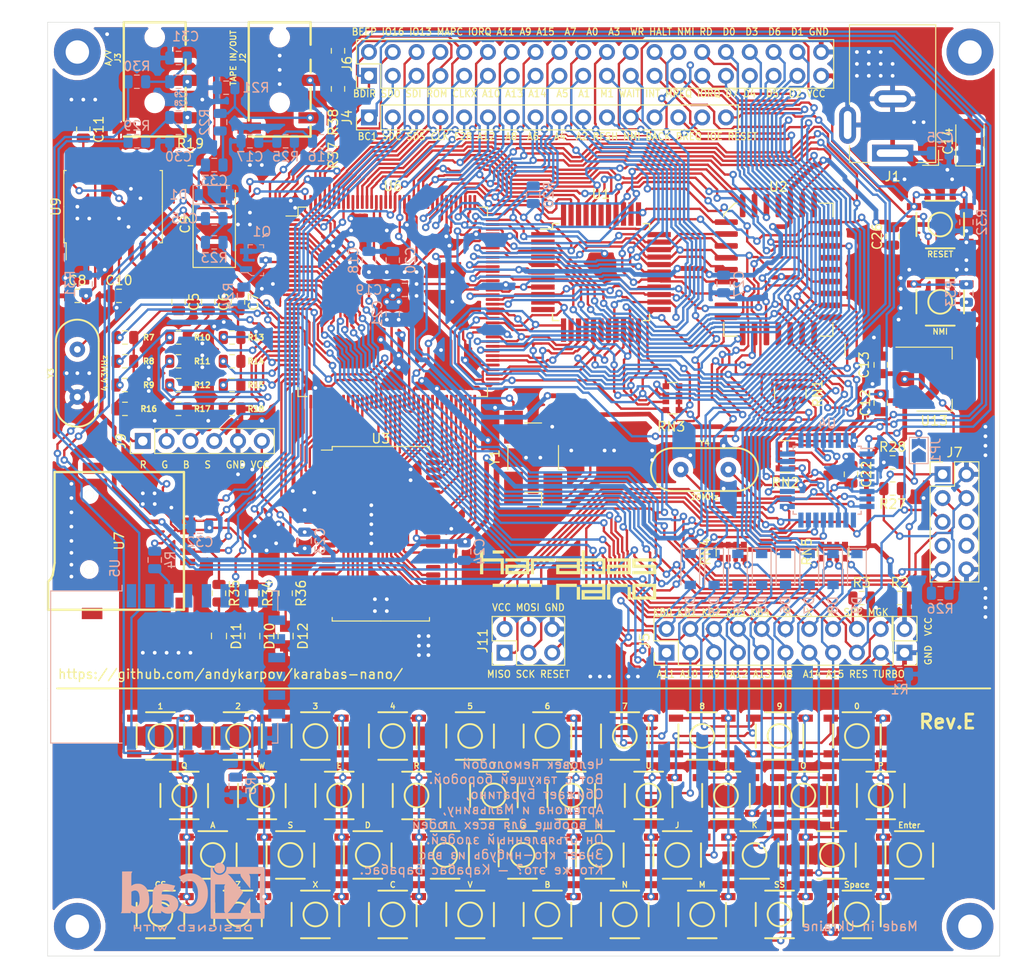
<source format=kicad_pcb>
(kicad_pcb (version 20171130) (host pcbnew 5.1.5-52549c5~86~ubuntu18.04.1)
  (layers (0 F.Cu signal) (31 B.Cu signal) (34 B.Paste user) (35 F.Paste user) (36 B.SilkS user) (37 F.SilkS user) (38 B.Mask user) (39 F.Mask user) (44 Edge.Cuts user))
  (net 0 "")
  (net 1 /A13)
  (net 2 /A12)
  (net 3 /A11)
  (net 4 /A10)
  (net 5 /A9)
  (net 6 /A8)
  (net 7 /A7)
  (net 8 /A6)
  (net 9 /A5)
  (net 10 /A4)
  (net 11 /A3)
  (net 12 /A2)
  (net 13 /A1)
  (net 14 /A0)
  (net 15 GND)
  (net 16 /D1)
  (net 17 /D0)
  (net 18 /D2)
  (net 19 VCC)
  (net 20 /D6)
  (net 21 /D5)
  (net 22 /D3)
  (net 23 /D4)
  (net 24 /CLK_CPU)
  (net 25 /MA15)
  (net 26 /MA17)
  (net 27 /~MWR)
  (net 28 /MA13)
  (net 29 /MA8)
  (net 30 /MA9)
  (net 31 /MA11)
  (net 32 /~MRD)
  (net 33 /MA10)
  (net 34 /MD7)
  (net 35 /MD6)
  (net 36 /MD5)
  (net 37 /MD4)
  (net 38 /MD3)
  (net 39 /MD2)
  (net 40 /MD1)
  (net 41 /MD0)
  (net 42 /MA0)
  (net 43 /MA1)
  (net 44 /MA2)
  (net 45 /MA3)
  (net 46 /MA4)
  (net 47 /MA5)
  (net 48 /MA6)
  (net 49 /MA7)
  (net 50 /MA12)
  (net 51 /MA14)
  (net 52 /MA18)
  (net 53 /A15)
  (net 54 /A14)
  (net 55 /~RFSH)
  (net 56 /~M1)
  (net 57 /~BUSREQ)
  (net 58 /~WAIT)
  (net 59 /~BUSACK)
  (net 60 /~WR)
  (net 61 /~RD)
  (net 62 /~IORQ)
  (net 63 /~MREQ)
  (net 64 /~HALT)
  (net 65 /~NMI)
  (net 66 /~INT)
  (net 67 /ROM_A14)
  (net 68 /ROM_A15)
  (net 69 +3V3)
  (net 70 /CLKX)
  (net 71 /~BUS_ROMCS)
  (net 72 /CLK_BUS)
  (net 73 /~BUS_IORQGE)
  (net 74 /~ROMCS)
  (net 75 /TDO)
  (net 76 /TCK)
  (net 77 /TMS)
  (net 78 /TDI)
  (net 79 "Net-(C5-Pad1)")
  (net 80 "Net-(C6-Pad1)")
  (net 81 "Net-(C7-Pad1)")
  (net 82 /R2)
  (net 83 /R1)
  (net 84 /R0)
  (net 85 /G2)
  (net 86 /G1)
  (net 87 /G0)
  (net 88 /B2)
  (net 89 /B1)
  (net 90 /B0)
  (net 91 "Net-(C8-Pad2)")
  (net 92 "Net-(C9-Pad2)")
  (net 93 "Net-(C9-Pad1)")
  (net 94 /CSYNC)
  (net 95 /CLK28)
  (net 96 ~RESET)
  (net 97 "Net-(C15-Pad2)")
  (net 98 "Net-(C16-Pad2)")
  (net 99 "Net-(C16-Pad1)")
  (net 100 "Net-(Q1-Pad1)")
  (net 101 TAPE_IN)
  (net 102 TAPE_OUT)
  (net 103 /MAGIC)
  (net 104 /TURBO)
  (net 105 /SPECIAL)
  (net 106 /KB7)
  (net 107 /KB6)
  (net 108 /KB5)
  (net 109 /KB4)
  (net 110 /KB3)
  (net 111 /KB2)
  (net 112 /KB1)
  (net 113 /KB0)
  (net 114 /IO16)
  (net 115 /IO13)
  (net 116 /BEEPER)
  (net 117 /KA11)
  (net 118 /KA10)
  (net 119 /KA9)
  (net 120 /KA12)
  (net 121 /KA13)
  (net 122 /KA8)
  (net 123 /KA14)
  (net 124 /KA15)
  (net 125 /MA19)
  (net 126 /MA20)
  (net 127 "Net-(U4-Pad8)")
  (net 128 "Net-(U4-Pad7)")
  (net 129 /AY_BC1)
  (net 130 /AY_OUT_R)
  (net 131 /AY_OUT_L)
  (net 132 /AY_BDIR)
  (net 133 "Net-(C28-Pad2)")
  (net 134 "Net-(C28-Pad1)")
  (net 135 "Net-(C29-Pad2)")
  (net 136 "Net-(C29-Pad1)")
  (net 137 "Net-(J3-Pad2)")
  (net 138 "Net-(J2-Pad4)")
  (net 139 /~SD_CS)
  (net 140 /SD_DI)
  (net 141 /SD_CLK)
  (net 142 /SD_DO)
  (net 143 /RED)
  (net 144 /GREEN)
  (net 145 /BLUE)
  (net 146 "Net-(C33-Pad2)")
  (net 147 "Net-(D10-Pad1)")
  (net 148 "Net-(D11-Pad1)")
  (net 149 "Net-(D12-Pad1)")
  (net 150 /IOE)
  (net 151 /~BTN_NMI)
  (net 152 /MAPCOND)
  (net 153 "Net-(J7-Pad8)")
  (net 154 "Net-(J7-Pad7)")
  (net 155 "Net-(J7-Pad6)")
  (net 156 "Net-(U1-Pad11)")
  (net 157 "Net-(U1-Pad17)")
  (net 158 "Net-(U1-Pad33)")
  (net 159 "Net-(U1-Pad39)")
  (net 160 "Net-(U2-Pad26)")
  (net 161 "Net-(U2-Pad17)")
  (net 162 "Net-(U2-Pad12)")
  (net 163 "Net-(U2-Pad1)")
  (net 164 "Net-(U3-Pad38)")
  (net 165 "Net-(U3-Pad37)")
  (net 166 "Net-(U3-Pad30)")
  (net 167 "Net-(U3-Pad29)")
  (net 168 "Net-(U3-Pad15)")
  (net 169 "Net-(U3-Pad8)")
  (net 170 "Net-(U3-Pad7)")
  (net 171 "Net-(U4-Pad30)")
  (net 172 "Net-(U4-Pad22)")
  (net 173 "Net-(U4-Pad20)")
  (net 174 "Net-(U4-Pad19)")
  (net 175 "Net-(U4-Pad12)")
  (net 176 "Net-(U4-Pad9)")
  (net 177 "Net-(U4-Pad2)")
  (net 178 "Net-(U7-Pad9)")
  (net 179 "Net-(U9-Pad11)")
  (net 180 "Net-(U9-Pad9)")
  (net 181 /D7)
  (net 182 /MA16)
  (net 183 /VCCJP)
  (net 184 /AVR_SCK)
  (net 185 /AVR_MISO)
  (net 186 /AVR_MOSI)
  (net 187 "Net-(R4-Pad1)")
  (net 188 "Net-(R5-Pad2)")
  (net 189 "Net-(SW3-Pad2)")
  (net 190 "Net-(SW3-Pad3)")
  (net 191 "Net-(SW3-Pad4)")
  (net 192 "Net-(SW4-Pad2)")
  (net 193 "Net-(SW4-Pad3)")
  (net 194 "Net-(SW4-Pad4)")
  (net 195 "Net-(SW5-Pad4)")
  (net 196 "Net-(SW5-Pad3)")
  (net 197 "Net-(SW5-Pad2)")
  (net 198 "Net-(SW6-Pad4)")
  (net 199 "Net-(SW6-Pad3)")
  (net 200 "Net-(SW6-Pad2)")
  (net 201 "Net-(SW7-Pad2)")
  (net 202 "Net-(SW7-Pad3)")
  (net 203 "Net-(SW7-Pad4)")
  (net 204 "Net-(SW8-Pad4)")
  (net 205 "Net-(SW8-Pad2)")
  (net 206 "Net-(SW9-Pad2)")
  (net 207 "Net-(SW9-Pad4)")
  (net 208 "Net-(SW10-Pad4)")
  (net 209 "Net-(SW10-Pad2)")
  (net 210 "Net-(SW11-Pad2)")
  (net 211 "Net-(SW11-Pad4)")
  (net 212 "Net-(SW12-Pad2)")
  (net 213 "Net-(SW12-Pad4)")
  (net 214 "Net-(SW13-Pad4)")
  (net 215 "Net-(SW13-Pad3)")
  (net 216 "Net-(SW13-Pad2)")
  (net 217 "Net-(SW14-Pad4)")
  (net 218 "Net-(SW14-Pad3)")
  (net 219 "Net-(SW14-Pad2)")
  (net 220 "Net-(SW15-Pad3)")
  (net 221 "Net-(SW15-Pad4)")
  (net 222 "Net-(SW16-Pad4)")
  (net 223 "Net-(SW16-Pad3)")
  (net 224 "Net-(SW16-Pad2)")
  (net 225 "Net-(SW17-Pad2)")
  (net 226 "Net-(SW17-Pad3)")
  (net 227 "Net-(SW17-Pad4)")
  (net 228 "Net-(SW18-Pad4)")
  (net 229 "Net-(SW18-Pad3)")
  (net 230 "Net-(SW18-Pad2)")
  (net 231 "Net-(SW19-Pad2)")
  (net 232 "Net-(SW19-Pad3)")
  (net 233 "Net-(SW19-Pad4)")
  (net 234 "Net-(SW20-Pad4)")
  (net 235 "Net-(SW20-Pad3)")
  (net 236 "Net-(SW20-Pad2)")
  (net 237 "Net-(SW21-Pad2)")
  (net 238 "Net-(SW21-Pad3)")
  (net 239 "Net-(SW21-Pad4)")
  (net 240 "Net-(SW22-Pad4)")
  (net 241 "Net-(SW22-Pad3)")
  (net 242 "Net-(SW22-Pad2)")
  (net 243 "Net-(SW23-Pad2)")
  (net 244 "Net-(SW23-Pad3)")
  (net 245 "Net-(SW23-Pad4)")
  (net 246 "Net-(SW24-Pad2)")
  (net 247 "Net-(SW24-Pad3)")
  (net 248 "Net-(SW24-Pad4)")
  (net 249 "Net-(SW25-Pad4)")
  (net 250 "Net-(SW25-Pad3)")
  (net 251 "Net-(SW25-Pad2)")
  (net 252 "Net-(SW26-Pad2)")
  (net 253 "Net-(SW26-Pad3)")
  (net 254 "Net-(SW26-Pad4)")
  (net 255 "Net-(SW27-Pad4)")
  (net 256 "Net-(SW27-Pad3)")
  (net 257 "Net-(SW27-Pad2)")
  (net 258 "Net-(SW28-Pad2)")
  (net 259 "Net-(SW28-Pad3)")
  (net 260 "Net-(SW28-Pad4)")
  (net 261 "Net-(SW29-Pad4)")
  (net 262 "Net-(SW29-Pad3)")
  (net 263 "Net-(SW29-Pad2)")
  (net 264 "Net-(SW30-Pad2)")
  (net 265 "Net-(SW30-Pad3)")
  (net 266 "Net-(SW30-Pad4)")
  (net 267 "Net-(SW31-Pad4)")
  (net 268 "Net-(SW31-Pad3)")
  (net 269 "Net-(SW31-Pad2)")
  (net 270 "Net-(SW32-Pad2)")
  (net 271 "Net-(SW32-Pad3)")
  (net 272 "Net-(SW32-Pad4)")
  (net 273 "Net-(SW33-Pad4)")
  (net 274 "Net-(SW33-Pad3)")
  (net 275 "Net-(SW33-Pad2)")
  (net 276 "Net-(SW34-Pad2)")
  (net 277 "Net-(SW34-Pad3)")
  (net 278 "Net-(SW34-Pad4)")
  (net 279 "Net-(SW35-Pad2)")
  (net 280 "Net-(SW35-Pad3)")
  (net 281 "Net-(SW35-Pad4)")
  (net 282 "Net-(SW36-Pad2)")
  (net 283 "Net-(SW36-Pad3)")
  (net 284 "Net-(SW36-Pad4)")
  (net 285 "Net-(SW37-Pad4)")
  (net 286 "Net-(SW37-Pad3)")
  (net 287 "Net-(SW37-Pad2)")
  (net 288 "Net-(SW38-Pad2)")
  (net 289 "Net-(SW38-Pad3)")
  (net 290 "Net-(SW38-Pad4)")
  (net 291 "Net-(SW39-Pad4)")
  (net 292 "Net-(SW39-Pad3)")
  (net 293 "Net-(SW39-Pad2)")
  (net 294 "Net-(SW40-Pad2)")
  (net 295 "Net-(SW40-Pad3)")
  (net 296 "Net-(SW40-Pad4)")
  (net 297 "Net-(SW41-Pad4)")
  (net 298 "Net-(SW41-Pad3)")
  (net 299 "Net-(SW41-Pad2)")
  (net 300 "Net-(SW42-Pad4)")
  (net 301 "Net-(SW42-Pad3)")
  (net 302 "Net-(SW42-Pad2)")
  (net 303 "Net-(U5-Pad20)")
  (net 304 "Net-(U5-Pad19)")
  (net 305 "Net-(U5-Pad18)")
  (net 306 "Net-(U5-Pad17)")
  (net 307 "Net-(U5-Pad14)")
  (net 308 "Net-(U5-Pad13)")
  (net 309 "Net-(U5-Pad12)")
  (net 310 "Net-(U5-Pad11)")
  (net 311 "Net-(U5-Pad10)")
  (net 312 "Net-(U5-Pad9)")
  (net 313 "Net-(U5-Pad6)")
  (net 314 "Net-(U5-Pad5)")
  (net 315 "Net-(U5-Pad4)")
  (net 316 "Net-(U5-Pad2)")
  (net 317 "Net-(U5-Pad1)")
  (net 318 "Net-(U9-Pad14)")
  (net 319 "Net-(U9-Pad13)")
  (net 320 "Net-(U9-Pad4)")
  (net 321 "Net-(Y3-Pad2)")
  (module Symbol:KiCad-Logo2_6mm_SilkScreen (layer B.Cu) (at 104.394 143.51 180)
    (fp_text reference REF** hide)
    (fp_text value KiCad-Logo2_6mm_SilkScreen hide)
  )
  (module footprints:karabas_nano_logo3 (layer F.Cu) (at 144.526 109.728)
    (fp_text reference G*** hide)
    (fp_text value LOGO hide)
  )
  (module Oscillator:Oscillator_SMD_EuroQuartz_XO91-4Pin_7.0x5.0mm_HandSoldering (layer F.Cu) (at 140.716 97.282 90)
    (fp_text reference Y1 (at 0 -4.1 90) (layer F.SilkS))
    (fp_text value 28MHz)
    (pad 4 smd rect (at -3.25 -2.1 90) (size 3.5 2) (layers F.Cu F.Paste F.Mask) (net 69 +3V3))
    (pad 3 smd rect (at 3.25 -2.1 90) (size 3.5 2) (layers F.Cu F.Paste F.Mask) (net 95 /CLK28))
    (pad 2 smd rect (at 3.25 2.1 90) (size 3.5 2) (layers F.Cu F.Paste F.Mask) (net 15 GND))
    (pad 1 smd rect (at -3.25 2.1 90) (size 3.5 2) (layers F.Cu F.Paste F.Mask) (net 69 +3V3))
  )
  (module RF_Module:ESP-12E (layer B.Cu) (at 101.346 119.634 270)
    (fp_text reference U5 (at -10.56 5.26 90) (layer B.SilkS) (effects (justify mirror)))
    (fp_text value ESP-12E)
    (pad 22 smd rect (at 7.6 3.5 270) (size 2.5 1) (layers B.Cu B.Paste B.Mask) (net 150 /IOE))
    (pad 21 smd rect (at 7.6 1.5 270) (size 2.5 1) (layers B.Cu B.Paste B.Mask) (net 115 /IO13))
    (pad 20 smd rect (at 7.6 -0.5 270) (size 2.5 1) (layers B.Cu B.Paste B.Mask) (net 303 "Net-(U5-Pad20)"))
    (pad 19 smd rect (at 7.6 -2.5 270) (size 2.5 1) (layers B.Cu B.Paste B.Mask) (net 304 "Net-(U5-Pad19)"))
    (pad 18 smd rect (at 7.6 -4.5 270) (size 2.5 1) (layers B.Cu B.Paste B.Mask) (net 305 "Net-(U5-Pad18)"))
    (pad 17 smd rect (at 7.6 -6.5 270) (size 2.5 1) (layers B.Cu B.Paste B.Mask) (net 306 "Net-(U5-Pad17)"))
    (pad 16 smd rect (at 7.6 -8.5 270) (size 2.5 1) (layers B.Cu B.Paste B.Mask) (net 188 "Net-(R5-Pad2)"))
    (pad 15 smd rect (at 7.6 -10.5 270) (size 2.5 1) (layers B.Cu B.Paste B.Mask) (net 15 GND))
    (pad 14 smd rect (at 5 -12 270) (size 1 1.8) (layers B.Cu B.Paste B.Mask) (net 307 "Net-(U5-Pad14)"))
    (pad 13 smd rect (at 3 -12 270) (size 1 1.8) (layers B.Cu B.Paste B.Mask) (net 308 "Net-(U5-Pad13)"))
    (pad 12 smd rect (at 1 -12 270) (size 1 1.8) (layers B.Cu B.Paste B.Mask) (net 309 "Net-(U5-Pad12)"))
    (pad 11 smd rect (at -1 -12 270) (size 1 1.8) (layers B.Cu B.Paste B.Mask) (net 310 "Net-(U5-Pad11)"))
    (pad 10 smd rect (at -3 -12 270) (size 1 1.8) (layers B.Cu B.Paste B.Mask) (net 311 "Net-(U5-Pad10)"))
    (pad 9 smd rect (at -5 -12 270) (size 1 1.8) (layers B.Cu B.Paste B.Mask) (net 312 "Net-(U5-Pad9)"))
    (pad 8 smd rect (at -7.6 -10.5 270) (size 2.5 1) (layers B.Cu B.Paste B.Mask) (net 69 +3V3))
    (pad 7 smd rect (at -7.6 -8.5 270) (size 2.5 1) (layers B.Cu B.Paste B.Mask) (net 114 /IO16))
    (pad 6 smd rect (at -7.6 -6.5 270) (size 2.5 1) (layers B.Cu B.Paste B.Mask) (net 313 "Net-(U5-Pad6)"))
    (pad 5 smd rect (at -7.6 -4.5 270) (size 2.5 1) (layers B.Cu B.Paste B.Mask) (net 314 "Net-(U5-Pad5)"))
    (pad 4 smd rect (at -7.6 -2.5 270) (size 2.5 1) (layers B.Cu B.Paste B.Mask) (net 315 "Net-(U5-Pad4)"))
    (pad 3 smd rect (at -7.6 -0.5 270) (size 2.5 1) (layers B.Cu B.Paste B.Mask) (net 187 "Net-(R4-Pad1)"))
    (pad 2 smd rect (at -7.6 1.5 270) (size 2.5 1) (layers B.Cu B.Paste B.Mask) (net 316 "Net-(U5-Pad2)"))
    (pad 1 smd rect (at -7.6 3.5 270) (size 2.5 1) (layers B.Cu B.Paste B.Mask) (net 317 "Net-(U5-Pad1)"))
  )
  (module Resistor_SMD:R_0805_2012Metric (layer B.Cu) (at 108.966 132.334 90)
    (fp_text reference R5 (at 0 1.65 90) (layer B.SilkS) (effects (justify mirror)))
    (fp_text value 10k)
    (pad 2 smd roundrect (at 0.9375 0 90) (size 0.975 1.4) (layers B.Cu B.Paste B.Mask) (net 188 "Net-(R5-Pad2)"))
    (pad 1 smd roundrect (at -0.9375 0 90) (size 0.975 1.4) (layers B.Cu B.Paste B.Mask) (net 15 GND))
  )
  (module Resistor_SMD:R_0805_2012Metric (layer B.Cu) (at 100.33 108.204 90)
    (fp_text reference R4 (at 0 1.65 90) (layer B.SilkS) (effects (justify mirror)))
    (fp_text value 10k)
    (pad 2 smd roundrect (at 0.9375 0 90) (size 0.975 1.4) (layers B.Cu B.Paste B.Mask) (net 69 +3V3))
    (pad 1 smd roundrect (at -0.9375 0 90) (size 0.975 1.4) (layers B.Cu B.Paste B.Mask) (net 187 "Net-(R4-Pad1)"))
  )
  (module footprints:TQFP-44_14x14mm_P0.8mm (layer F.Cu) (at 147.955 77.47)
    (fp_text reference U1 (at 0 -8.328) (layer F.SilkS))
    (fp_text value Z80)
    (pad 44 smd rect (at -4 -6.2 90) (size 2.5 0.55) (layers F.Cu F.Paste F.Mask) (net 53 /A15))
    (pad 43 smd rect (at -3.2 -6.2 90) (size 2.5 0.55) (layers F.Cu F.Paste F.Mask) (net 54 /A14))
    (pad 42 smd rect (at -2.4 -6.2 90) (size 2.5 0.55) (layers F.Cu F.Paste F.Mask) (net 1 /A13))
    (pad 41 smd rect (at -1.6 -6.2 90) (size 2.5 0.55) (layers F.Cu F.Paste F.Mask) (net 2 /A12))
    (pad 40 smd rect (at -0.8 -6.2 90) (size 2.5 0.55) (layers F.Cu F.Paste F.Mask) (net 3 /A11))
    (pad 39 smd rect (at 0 -6.2 90) (size 2.5 0.55) (layers F.Cu F.Paste F.Mask) (net 159 "Net-(U1-Pad39)"))
    (pad 38 smd rect (at 0.8 -6.2 90) (size 2.5 0.55) (layers F.Cu F.Paste F.Mask) (net 4 /A10))
    (pad 37 smd rect (at 1.6 -6.2 90) (size 2.5 0.55) (layers F.Cu F.Paste F.Mask) (net 5 /A9))
    (pad 36 smd rect (at 2.4 -6.2 90) (size 2.5 0.55) (layers F.Cu F.Paste F.Mask) (net 6 /A8))
    (pad 35 smd rect (at 3.2 -6.2 90) (size 2.5 0.55) (layers F.Cu F.Paste F.Mask) (net 7 /A7))
    (pad 34 smd rect (at 4 -6.2 90) (size 2.5 0.55) (layers F.Cu F.Paste F.Mask) (net 8 /A6))
    (pad 33 smd rect (at 6.2 -4) (size 2.5 0.55) (layers F.Cu F.Paste F.Mask) (net 158 "Net-(U1-Pad33)"))
    (pad 32 smd rect (at 6.2 -3.2) (size 2.5 0.55) (layers F.Cu F.Paste F.Mask) (net 9 /A5))
    (pad 31 smd rect (at 6.2 -2.4) (size 2.5 0.55) (layers F.Cu F.Paste F.Mask) (net 10 /A4))
    (pad 30 smd rect (at 6.2 -1.6) (size 2.5 0.55) (layers F.Cu F.Paste F.Mask) (net 11 /A3))
    (pad 29 smd rect (at 6.2 -0.8) (size 2.5 0.55) (layers F.Cu F.Paste F.Mask) (net 12 /A2))
    (pad 28 smd rect (at 6.2 0) (size 2.5 0.55) (layers F.Cu F.Paste F.Mask) (net 13 /A1))
    (pad 27 smd rect (at 6.2 0.8) (size 2.5 0.55) (layers F.Cu F.Paste F.Mask) (net 14 /A0))
    (pad 26 smd rect (at 6.2 1.6) (size 2.5 0.55) (layers F.Cu F.Paste F.Mask) (net 15 GND))
    (pad 25 smd rect (at 6.2 2.4) (size 2.5 0.55) (layers F.Cu F.Paste F.Mask) (net 55 /~RFSH))
    (pad 24 smd rect (at 6.2 3.2) (size 2.5 0.55) (layers F.Cu F.Paste F.Mask) (net 56 /~M1))
    (pad 23 smd rect (at 6.2 4) (size 2.5 0.55) (layers F.Cu F.Paste F.Mask) (net 96 ~RESET))
    (pad 22 smd rect (at 4 6.2 90) (size 2.5 0.55) (layers F.Cu F.Paste F.Mask) (net 57 /~BUSREQ))
    (pad 21 smd rect (at 3.2 6.2 90) (size 2.5 0.55) (layers F.Cu F.Paste F.Mask) (net 58 /~WAIT))
    (pad 20 smd rect (at 2.4 6.2 90) (size 2.5 0.55) (layers F.Cu F.Paste F.Mask) (net 59 /~BUSACK))
    (pad 19 smd rect (at 1.6 6.2 90) (size 2.5 0.55) (layers F.Cu F.Paste F.Mask) (net 60 /~WR))
    (pad 18 smd rect (at 0.8 6.2 90) (size 2.5 0.55) (layers F.Cu F.Paste F.Mask) (net 61 /~RD))
    (pad 17 smd rect (at 0 6.2 90) (size 2.5 0.55) (layers F.Cu F.Paste F.Mask) (net 157 "Net-(U1-Pad17)"))
    (pad 16 smd rect (at -0.8 6.2 90) (size 2.5 0.55) (layers F.Cu F.Paste F.Mask) (net 62 /~IORQ))
    (pad 15 smd rect (at -1.6 6.2 90) (size 2.5 0.55) (layers F.Cu F.Paste F.Mask) (net 63 /~MREQ))
    (pad 14 smd rect (at -2.4 6.2 90) (size 2.5 0.55) (layers F.Cu F.Paste F.Mask) (net 64 /~HALT))
    (pad 13 smd rect (at -3.2 6.2 90) (size 2.5 0.55) (layers F.Cu F.Paste F.Mask) (net 65 /~NMI))
    (pad 12 smd rect (at -4 6.2 90) (size 2.5 0.55) (layers F.Cu F.Paste F.Mask) (net 66 /~INT))
    (pad 11 smd rect (at -6.2 4) (size 2.5 0.55) (layers F.Cu F.Paste F.Mask) (net 156 "Net-(U1-Pad11)"))
    (pad 10 smd rect (at -6.2 3.2) (size 2.5 0.55) (layers F.Cu F.Paste F.Mask) (net 16 /D1))
    (pad 9 smd rect (at -6.2 2.4) (size 2.5 0.55) (layers F.Cu F.Paste F.Mask) (net 17 /D0))
    (pad 8 smd rect (at -6.2 1.6) (size 2.5 0.55) (layers F.Cu F.Paste F.Mask) (net 181 /D7))
    (pad 7 smd rect (at -6.2 0.8) (size 2.5 0.55) (layers F.Cu F.Paste F.Mask) (net 18 /D2))
    (pad 6 smd rect (at -6.2 0) (size 2.5 0.55) (layers F.Cu F.Paste F.Mask) (net 19 VCC))
    (pad 5 smd rect (at -6.2 -0.8) (size 2.5 0.55) (layers F.Cu F.Paste F.Mask) (net 20 /D6))
    (pad 4 smd rect (at -6.2 -1.6) (size 2.5 0.55) (layers F.Cu F.Paste F.Mask) (net 21 /D5))
    (pad 3 smd rect (at -6.2 -2.4) (size 2.5 0.55) (layers F.Cu F.Paste F.Mask) (net 22 /D3))
    (pad 2 smd rect (at -6.2 -3.2) (size 2.5 0.55) (layers F.Cu F.Paste F.Mask) (net 23 /D4))
    (pad 1 smd rect (at -6.2 -4) (size 2.5 0.55) (layers F.Cu F.Paste F.Mask) (net 24 /CLK_CPU))
  )
  (module TACTILE_SWITCH_SMD_5.2MM (layer F.Cu) (at 131.318 139.7 180)
    (fp_text reference SW23 hide)
    (fp_text value F (at 0 3.175 180) (layer F.SilkS) (effects (font (size 0.6096 0.6096) (thickness 0.127))))
    (pad 1 smd rect (at -2.794 -1.905 270) (size 0.762 1.524) (layers F.Cu F.Paste F.Mask) (net 119 /KA9))
    (pad 2 smd rect (at 2.794 -1.905 270) (size 0.762 1.524) (layers F.Cu F.Paste F.Mask) (net 243 "Net-(SW23-Pad2)"))
    (pad 3 smd rect (at -2.794 1.905 270) (size 0.762 1.524) (layers F.Cu F.Paste F.Mask) (net 244 "Net-(SW23-Pad3)"))
    (pad 4 smd rect (at 2.794 1.905 270) (size 0.762 1.524) (layers F.Cu F.Paste F.Mask) (net 245 "Net-(SW23-Pad4)"))
  )
  (module TACTILE_SWITCH_SMD_5.2MM (layer F.Cu) (at 144.78 133.35 180)
    (fp_text reference SW28 hide)
    (fp_text value Y (at 0 3.175 180) (layer F.SilkS) (effects (font (size 0.6096 0.6096) (thickness 0.127))))
    (pad 1 smd rect (at -2.794 -1.905 270) (size 0.762 1.524) (layers F.Cu F.Paste F.Mask) (net 121 /KA13))
    (pad 2 smd rect (at 2.794 -1.905 270) (size 0.762 1.524) (layers F.Cu F.Paste F.Mask) (net 258 "Net-(SW28-Pad2)"))
    (pad 3 smd rect (at -2.794 1.905 270) (size 0.762 1.524) (layers F.Cu F.Paste F.Mask) (net 259 "Net-(SW28-Pad3)"))
    (pad 4 smd rect (at 2.794 1.905 270) (size 0.762 1.524) (layers F.Cu F.Paste F.Mask) (net 260 "Net-(SW28-Pad4)"))
  )
  (module TACTILE_SWITCH_SMD_5.2MM (layer F.Cu) (at 139.573 139.7 180)
    (fp_text reference SW26 hide)
    (fp_text value G (at 0 3.175 180) (layer F.SilkS) (effects (font (size 0.6096 0.6096) (thickness 0.127))))
    (pad 1 smd rect (at -2.794 -1.905 270) (size 0.762 1.524) (layers F.Cu F.Paste F.Mask) (net 119 /KA9))
    (pad 2 smd rect (at 2.794 -1.905 270) (size 0.762 1.524) (layers F.Cu F.Paste F.Mask) (net 252 "Net-(SW26-Pad2)"))
    (pad 3 smd rect (at -2.794 1.905 270) (size 0.762 1.524) (layers F.Cu F.Paste F.Mask) (net 253 "Net-(SW26-Pad3)"))
    (pad 4 smd rect (at 2.794 1.905 270) (size 0.762 1.524) (layers F.Cu F.Paste F.Mask) (net 254 "Net-(SW26-Pad4)"))
  )
  (module TACTILE_SWITCH_SMD_5.2MM (layer F.Cu) (at 128.27 133.35 180)
    (fp_text reference SW22 hide)
    (fp_text value R (at 0 3.175 180) (layer F.SilkS) (effects (font (size 0.6096 0.6096) (thickness 0.127))))
    (pad 4 smd rect (at 2.794 1.905 270) (size 0.762 1.524) (layers F.Cu F.Paste F.Mask) (net 240 "Net-(SW22-Pad4)"))
    (pad 3 smd rect (at -2.794 1.905 270) (size 0.762 1.524) (layers F.Cu F.Paste F.Mask) (net 241 "Net-(SW22-Pad3)"))
    (pad 2 smd rect (at 2.794 -1.905 270) (size 0.762 1.524) (layers F.Cu F.Paste F.Mask) (net 242 "Net-(SW22-Pad2)"))
    (pad 1 smd rect (at -2.794 -1.905 270) (size 0.762 1.524) (layers F.Cu F.Paste F.Mask) (net 118 /KA10))
  )
  (module TACTILE_SWITCH_SMD_5.2MM (layer F.Cu) (at 123.063 139.7 180)
    (fp_text reference SW20 hide)
    (fp_text value D (at 0 3.175 180) (layer F.SilkS) (effects (font (size 0.6096 0.6096) (thickness 0.127))))
    (pad 4 smd rect (at 2.794 1.905 270) (size 0.762 1.524) (layers F.Cu F.Paste F.Mask) (net 234 "Net-(SW20-Pad4)"))
    (pad 3 smd rect (at -2.794 1.905 270) (size 0.762 1.524) (layers F.Cu F.Paste F.Mask) (net 235 "Net-(SW20-Pad3)"))
    (pad 2 smd rect (at 2.794 -1.905 270) (size 0.762 1.524) (layers F.Cu F.Paste F.Mask) (net 236 "Net-(SW20-Pad2)"))
    (pad 1 smd rect (at -2.794 -1.905 270) (size 0.762 1.524) (layers F.Cu F.Paste F.Mask) (net 119 /KA9))
  )
  (module TACTILE_SWITCH_SMD_5.2MM (layer F.Cu) (at 120.015 133.35 180)
    (fp_text reference SW19 hide)
    (fp_text value E (at 0 3.175 180) (layer F.SilkS) (effects (font (size 0.6096 0.6096) (thickness 0.127))))
    (pad 1 smd rect (at -2.794 -1.905 270) (size 0.762 1.524) (layers F.Cu F.Paste F.Mask) (net 118 /KA10))
    (pad 2 smd rect (at 2.794 -1.905 270) (size 0.762 1.524) (layers F.Cu F.Paste F.Mask) (net 231 "Net-(SW19-Pad2)"))
    (pad 3 smd rect (at -2.794 1.905 270) (size 0.762 1.524) (layers F.Cu F.Paste F.Mask) (net 232 "Net-(SW19-Pad3)"))
    (pad 4 smd rect (at 2.794 1.905 270) (size 0.762 1.524) (layers F.Cu F.Paste F.Mask) (net 233 "Net-(SW19-Pad4)"))
  )
  (module TACTILE_SWITCH_SMD_5.2MM (layer F.Cu) (at 114.808 139.7 180)
    (fp_text reference SW17 hide)
    (fp_text value S (at 0 3.175 180) (layer F.SilkS) (effects (font (size 0.6096 0.6096) (thickness 0.127))))
    (pad 1 smd rect (at -2.794 -1.905 270) (size 0.762 1.524) (layers F.Cu F.Paste F.Mask) (net 119 /KA9))
    (pad 2 smd rect (at 2.794 -1.905 270) (size 0.762 1.524) (layers F.Cu F.Paste F.Mask) (net 225 "Net-(SW17-Pad2)"))
    (pad 3 smd rect (at -2.794 1.905 270) (size 0.762 1.524) (layers F.Cu F.Paste F.Mask) (net 226 "Net-(SW17-Pad3)"))
    (pad 4 smd rect (at 2.794 1.905 270) (size 0.762 1.524) (layers F.Cu F.Paste F.Mask) (net 227 "Net-(SW17-Pad4)"))
  )
  (module TACTILE_SWITCH_SMD_5.2MM (layer F.Cu) (at 111.76 133.35 180)
    (fp_text reference SW16 hide)
    (fp_text value W (at 0 3.175 180) (layer F.SilkS) (effects (font (size 0.6096 0.6096) (thickness 0.127))))
    (pad 4 smd rect (at 2.794 1.905 270) (size 0.762 1.524) (layers F.Cu F.Paste F.Mask) (net 222 "Net-(SW16-Pad4)"))
    (pad 3 smd rect (at -2.794 1.905 270) (size 0.762 1.524) (layers F.Cu F.Paste F.Mask) (net 223 "Net-(SW16-Pad3)"))
    (pad 2 smd rect (at 2.794 -1.905 270) (size 0.762 1.524) (layers F.Cu F.Paste F.Mask) (net 224 "Net-(SW16-Pad2)"))
    (pad 1 smd rect (at -2.794 -1.905 270) (size 0.762 1.524) (layers F.Cu F.Paste F.Mask) (net 118 /KA10))
  )
  (module TACTILE_SWITCH_SMD_5.2MM (layer F.Cu) (at 103.480193 133.350392 180)
    (fp_text reference SW13 hide)
    (fp_text value Q (at 0 3.175 180) (layer F.SilkS) (effects (font (size 0.6096 0.6096) (thickness 0.127))))
    (pad 4 smd rect (at 2.794 1.905 270) (size 0.762 1.524) (layers F.Cu F.Paste F.Mask) (net 214 "Net-(SW13-Pad4)"))
    (pad 3 smd rect (at -2.794 1.905 270) (size 0.762 1.524) (layers F.Cu F.Paste F.Mask) (net 215 "Net-(SW13-Pad3)"))
    (pad 2 smd rect (at 2.794 -1.905 270) (size 0.762 1.524) (layers F.Cu F.Paste F.Mask) (net 216 "Net-(SW13-Pad2)"))
    (pad 1 smd rect (at -2.794 -1.905 270) (size 0.762 1.524) (layers F.Cu F.Paste F.Mask) (net 118 /KA10))
  )
  (module TACTILE_SWITCH_SMD_5.2MM (layer F.Cu) (at 156.083 139.7 180)
    (fp_text reference SW32 hide)
    (fp_text value J (at 0 3.175 180) (layer F.SilkS) (effects (font (size 0.6096 0.6096) (thickness 0.127))))
    (pad 1 smd rect (at -2.794 -1.905 270) (size 0.762 1.524) (layers F.Cu F.Paste F.Mask) (net 123 /KA14))
    (pad 2 smd rect (at 2.794 -1.905 270) (size 0.762 1.524) (layers F.Cu F.Paste F.Mask) (net 270 "Net-(SW32-Pad2)"))
    (pad 3 smd rect (at -2.794 1.905 270) (size 0.762 1.524) (layers F.Cu F.Paste F.Mask) (net 271 "Net-(SW32-Pad3)"))
    (pad 4 smd rect (at 2.794 1.905 270) (size 0.762 1.524) (layers F.Cu F.Paste F.Mask) (net 272 "Net-(SW32-Pad4)"))
  )
  (module TACTILE_SWITCH_SMD_5.2MM (layer F.Cu) (at 106.528193 139.700392 180)
    (fp_text reference SW14 hide)
    (fp_text value A (at 0 3.175 180) (layer F.SilkS) (effects (font (size 0.6096 0.6096) (thickness 0.127))))
    (pad 4 smd rect (at 2.794 1.905 270) (size 0.762 1.524) (layers F.Cu F.Paste F.Mask) (net 217 "Net-(SW14-Pad4)"))
    (pad 3 smd rect (at -2.794 1.905 270) (size 0.762 1.524) (layers F.Cu F.Paste F.Mask) (net 218 "Net-(SW14-Pad3)"))
    (pad 2 smd rect (at 2.794 -1.905 270) (size 0.762 1.524) (layers F.Cu F.Paste F.Mask) (net 219 "Net-(SW14-Pad2)"))
    (pad 1 smd rect (at -2.794 -1.905 270) (size 0.762 1.524) (layers F.Cu F.Paste F.Mask) (net 119 /KA9))
  )
  (module TACTILE_SWITCH_SMD_5.2MM (layer F.Cu) (at 136.525 133.35 180)
    (fp_text reference SW25 hide)
    (fp_text value T (at 0 3.175 180) (layer F.SilkS) (effects (font (size 0.6096 0.6096) (thickness 0.127))))
    (pad 4 smd rect (at 2.794 1.905 270) (size 0.762 1.524) (layers F.Cu F.Paste F.Mask) (net 249 "Net-(SW25-Pad4)"))
    (pad 3 smd rect (at -2.794 1.905 270) (size 0.762 1.524) (layers F.Cu F.Paste F.Mask) (net 250 "Net-(SW25-Pad3)"))
    (pad 2 smd rect (at 2.794 -1.905 270) (size 0.762 1.524) (layers F.Cu F.Paste F.Mask) (net 251 "Net-(SW25-Pad2)"))
    (pad 1 smd rect (at -2.794 -1.905 270) (size 0.762 1.524) (layers F.Cu F.Paste F.Mask) (net 118 /KA10))
  )
  (module TACTILE_SWITCH_SMD_5.2MM (layer F.Cu) (at 161.29 133.35 180)
    (fp_text reference SW34 hide)
    (fp_text value I (at 0 3.175 180) (layer F.SilkS) (effects (font (size 0.6096 0.6096) (thickness 0.127))))
    (pad 1 smd rect (at -2.794 -1.905 270) (size 0.762 1.524) (layers F.Cu F.Paste F.Mask) (net 121 /KA13))
    (pad 2 smd rect (at 2.794 -1.905 270) (size 0.762 1.524) (layers F.Cu F.Paste F.Mask) (net 276 "Net-(SW34-Pad2)"))
    (pad 3 smd rect (at -2.794 1.905 270) (size 0.762 1.524) (layers F.Cu F.Paste F.Mask) (net 277 "Net-(SW34-Pad3)"))
    (pad 4 smd rect (at 2.794 1.905 270) (size 0.762 1.524) (layers F.Cu F.Paste F.Mask) (net 278 "Net-(SW34-Pad4)"))
  )
  (module TACTILE_SWITCH_SMD_5.2MM (layer F.Cu) (at 172.593 139.7 180)
    (fp_text reference SW38 hide)
    (fp_text value L (at 0 3.175 180) (layer F.SilkS) (effects (font (size 0.6096 0.6096) (thickness 0.127))))
    (pad 1 smd rect (at -2.794 -1.905 270) (size 0.762 1.524) (layers F.Cu F.Paste F.Mask) (net 123 /KA14))
    (pad 2 smd rect (at 2.794 -1.905 270) (size 0.762 1.524) (layers F.Cu F.Paste F.Mask) (net 288 "Net-(SW38-Pad2)"))
    (pad 3 smd rect (at -2.794 1.905 270) (size 0.762 1.524) (layers F.Cu F.Paste F.Mask) (net 289 "Net-(SW38-Pad3)"))
    (pad 4 smd rect (at 2.794 1.905 270) (size 0.762 1.524) (layers F.Cu F.Paste F.Mask) (net 290 "Net-(SW38-Pad4)"))
  )
  (module TACTILE_SWITCH_SMD_5.2MM (layer F.Cu) (at 164.338 139.7 180)
    (fp_text reference SW35 hide)
    (fp_text value K (at 0 3.175 180) (layer F.SilkS) (effects (font (size 0.6096 0.6096) (thickness 0.127))))
    (pad 1 smd rect (at -2.794 -1.905 270) (size 0.762 1.524) (layers F.Cu F.Paste F.Mask) (net 123 /KA14))
    (pad 2 smd rect (at 2.794 -1.905 270) (size 0.762 1.524) (layers F.Cu F.Paste F.Mask) (net 279 "Net-(SW35-Pad2)"))
    (pad 3 smd rect (at -2.794 1.905 270) (size 0.762 1.524) (layers F.Cu F.Paste F.Mask) (net 280 "Net-(SW35-Pad3)"))
    (pad 4 smd rect (at 2.794 1.905 270) (size 0.762 1.524) (layers F.Cu F.Paste F.Mask) (net 281 "Net-(SW35-Pad4)"))
  )
  (module TACTILE_SWITCH_SMD_5.2MM (layer F.Cu) (at 169.545 133.35 180)
    (fp_text reference SW37 hide)
    (fp_text value O (at 0 3.175 180) (layer F.SilkS) (effects (font (size 0.6096 0.6096) (thickness 0.127))))
    (pad 4 smd rect (at 2.794 1.905 270) (size 0.762 1.524) (layers F.Cu F.Paste F.Mask) (net 285 "Net-(SW37-Pad4)"))
    (pad 3 smd rect (at -2.794 1.905 270) (size 0.762 1.524) (layers F.Cu F.Paste F.Mask) (net 286 "Net-(SW37-Pad3)"))
    (pad 2 smd rect (at 2.794 -1.905 270) (size 0.762 1.524) (layers F.Cu F.Paste F.Mask) (net 287 "Net-(SW37-Pad2)"))
    (pad 1 smd rect (at -2.794 -1.905 270) (size 0.762 1.524) (layers F.Cu F.Paste F.Mask) (net 121 /KA13))
  )
  (module TACTILE_SWITCH_SMD_5.2MM (layer F.Cu) (at 153.035 133.35 180)
    (fp_text reference SW31 hide)
    (fp_text value U (at 0 3.175 180) (layer F.SilkS) (effects (font (size 0.6096 0.6096) (thickness 0.127))))
    (pad 4 smd rect (at 2.794 1.905 270) (size 0.762 1.524) (layers F.Cu F.Paste F.Mask) (net 267 "Net-(SW31-Pad4)"))
    (pad 3 smd rect (at -2.794 1.905 270) (size 0.762 1.524) (layers F.Cu F.Paste F.Mask) (net 268 "Net-(SW31-Pad3)"))
    (pad 2 smd rect (at 2.794 -1.905 270) (size 0.762 1.524) (layers F.Cu F.Paste F.Mask) (net 269 "Net-(SW31-Pad2)"))
    (pad 1 smd rect (at -2.794 -1.905 270) (size 0.762 1.524) (layers F.Cu F.Paste F.Mask) (net 121 /KA13))
  )
  (module TACTILE_SWITCH_SMD_5.2MM (layer F.Cu) (at 147.828 139.7 180)
    (fp_text reference SW29 hide)
    (fp_text value H (at 0 3.175 180) (layer F.SilkS) (effects (font (size 0.6096 0.6096) (thickness 0.127))))
    (pad 4 smd rect (at 2.794 1.905 270) (size 0.762 1.524) (layers F.Cu F.Paste F.Mask) (net 261 "Net-(SW29-Pad4)"))
    (pad 3 smd rect (at -2.794 1.905 270) (size 0.762 1.524) (layers F.Cu F.Paste F.Mask) (net 262 "Net-(SW29-Pad3)"))
    (pad 2 smd rect (at 2.794 -1.905 270) (size 0.762 1.524) (layers F.Cu F.Paste F.Mask) (net 263 "Net-(SW29-Pad2)"))
    (pad 1 smd rect (at -2.794 -1.905 270) (size 0.762 1.524) (layers F.Cu F.Paste F.Mask) (net 123 /KA14))
  )
  (module footprints:PLCC-32_11.4x14.0mm_P1.27mm-bigpads (layer F.Cu) (at 166.878 77.216)
    (fp_text reference U2 (at 0 -8.85) (layer F.SilkS))
    (fp_text value 27C512)
    (pad 1 smd roundrect (at 0 -6.8375) (size 0.6 2.475) (layers F.Cu F.Paste F.Mask) (net 163 "Net-(U2-Pad1)"))
    (pad 2 smd roundrect (at -1.27 -6.8375) (size 0.6 2.475) (layers F.Cu F.Paste F.Mask) (net 68 /ROM_A15))
    (pad 3 smd roundrect (at -2.54 -6.8375) (size 0.6 2.475) (layers F.Cu F.Paste F.Mask) (net 2 /A12))
    (pad 4 smd roundrect (at -3.81 -6.8375) (size 0.6 2.475) (layers F.Cu F.Paste F.Mask) (net 7 /A7))
    (pad 5 smd roundrect (at -5.5625 -5.08) (size 2.475 0.6) (layers F.Cu F.Paste F.Mask) (net 8 /A6))
    (pad 6 smd roundrect (at -5.5625 -3.81) (size 2.475 0.6) (layers F.Cu F.Paste F.Mask) (net 9 /A5))
    (pad 7 smd roundrect (at -5.5625 -2.54) (size 2.475 0.6) (layers F.Cu F.Paste F.Mask) (net 10 /A4))
    (pad 8 smd roundrect (at -5.5625 -1.27) (size 2.475 0.6) (layers F.Cu F.Paste F.Mask) (net 11 /A3))
    (pad 9 smd roundrect (at -5.5625 0) (size 2.475 0.6) (layers F.Cu F.Paste F.Mask) (net 12 /A2))
    (pad 10 smd roundrect (at -5.5625 1.27) (size 2.475 0.6) (layers F.Cu F.Paste F.Mask) (net 13 /A1))
    (pad 11 smd roundrect (at -5.5625 2.54) (size 2.475 0.6) (layers F.Cu F.Paste F.Mask) (net 14 /A0))
    (pad 12 smd roundrect (at -5.5625 3.81) (size 2.475 0.6) (layers F.Cu F.Paste F.Mask) (net 162 "Net-(U2-Pad12)"))
    (pad 13 smd roundrect (at -5.5625 5.08) (size 2.475 0.6) (layers F.Cu F.Paste F.Mask) (net 17 /D0))
    (pad 14 smd roundrect (at -3.81 6.8375) (size 0.6 2.475) (layers F.Cu F.Paste F.Mask) (net 16 /D1))
    (pad 15 smd roundrect (at -2.54 6.8375) (size 0.6 2.475) (layers F.Cu F.Paste F.Mask) (net 18 /D2))
    (pad 16 smd roundrect (at -1.27 6.8375) (size 0.6 2.475) (layers F.Cu F.Paste F.Mask) (net 15 GND))
    (pad 17 smd roundrect (at 0 6.8375) (size 0.6 2.475) (layers F.Cu F.Paste F.Mask) (net 161 "Net-(U2-Pad17)"))
    (pad 18 smd roundrect (at 1.27 6.8375) (size 0.6 2.475) (layers F.Cu F.Paste F.Mask) (net 22 /D3))
    (pad 19 smd roundrect (at 2.54 6.8375) (size 0.6 2.475) (layers F.Cu F.Paste F.Mask) (net 23 /D4))
    (pad 20 smd roundrect (at 3.81 6.8375) (size 0.6 2.475) (layers F.Cu F.Paste F.Mask) (net 21 /D5))
    (pad 21 smd roundrect (at 5.5625 5.08) (size 2.475 0.6) (layers F.Cu F.Paste F.Mask) (net 20 /D6))
    (pad 22 smd roundrect (at 5.5625 3.81) (size 2.475 0.6) (layers F.Cu F.Paste F.Mask) (net 181 /D7))
    (pad 23 smd roundrect (at 5.5625 2.54) (size 2.475 0.6) (layers F.Cu F.Paste F.Mask) (net 15 GND))
    (pad 24 smd roundrect (at 5.5625 1.27) (size 2.475 0.6) (layers F.Cu F.Paste F.Mask) (net 4 /A10))
    (pad 25 smd roundrect (at 5.5625 0) (size 2.475 0.6) (layers F.Cu F.Paste F.Mask) (net 74 /~ROMCS))
    (pad 26 smd roundrect (at 5.5625 -1.27) (size 2.475 0.6) (layers F.Cu F.Paste F.Mask) (net 160 "Net-(U2-Pad26)"))
    (pad 27 smd roundrect (at 5.5625 -2.54) (size 2.475 0.6) (layers F.Cu F.Paste F.Mask) (net 3 /A11))
    (pad 28 smd roundrect (at 5.5625 -3.81) (size 2.475 0.6) (layers F.Cu F.Paste F.Mask) (net 5 /A9))
    (pad 29 smd roundrect (at 5.5625 -5.08) (size 2.475 0.6) (layers F.Cu F.Paste F.Mask) (net 6 /A8))
    (pad 30 smd roundrect (at 3.81 -6.8375) (size 0.6 2.475) (layers F.Cu F.Paste F.Mask) (net 1 /A13))
    (pad 31 smd roundrect (at 2.54 -6.8375) (size 0.6 2.475) (layers F.Cu F.Paste F.Mask) (net 67 /ROM_A14))
    (pad 32 smd roundrect (at 1.27 -6.8375) (size 0.6 2.475) (layers F.Cu F.Paste F.Mask) (net 19 VCC))
  )
  (module Capacitor_Tantalum_SMD:CP_EIA-3528-21_Kemet-B_Pad1.50x2.35mm_HandSolder (layer F.Cu) (at 187.325 63.5 90)
    (fp_text reference C14 (at 0 -2.35 90) (layer F.SilkS))
    (fp_text value 10uF)
    (pad 1 smd roundrect (at -1.625 0 90) (size 1.5 2.35) (layers F.Cu F.Paste F.Mask) (roundrect_rratio 0.166667) (net 96 ~RESET))
    (pad 2 smd roundrect (at 1.625 0 90) (size 1.5 2.35) (layers F.Cu F.Paste F.Mask) (roundrect_rratio 0.166667) (net 15 GND))
  )
  (module Resistor_SMD:R_0805_2012Metric (layer F.Cu) (at 175.768 112.268)
    (fp_text reference R3 (at 0 -1.65) (layer F.SilkS))
    (fp_text value 10k)
    (pad 1 smd roundrect (at -0.9375 0) (size 0.975 1.4) (layers F.Cu F.Paste F.Mask) (net 105 /SPECIAL))
    (pad 2 smd roundrect (at 0.9375 0) (size 0.975 1.4) (layers F.Cu F.Paste F.Mask) (net 15 GND))
  )
  (module Resistor_SMD:R_0805_2012Metric (layer F.Cu) (at 179.832 112.268)
    (fp_text reference R2 (at 0 -1.65) (layer F.SilkS))
    (fp_text value 10k)
    (pad 2 smd roundrect (at 0.9375 0) (size 0.975 1.4) (layers F.Cu F.Paste F.Mask) (net 15 GND))
    (pad 1 smd roundrect (at -0.9375 0) (size 0.975 1.4) (layers F.Cu F.Paste F.Mask) (net 103 /MAGIC))
  )
  (module Resistor_SMD:R_0805_2012Metric (layer B.Cu) (at 179.832 120.396)
    (fp_text reference R1 (at 0 1.65) (layer B.SilkS) (effects (justify mirror)))
    (fp_text value 10k)
    (pad 1 smd roundrect (at -0.9375 0) (size 0.975 1.4) (layers B.Cu B.Paste B.Mask) (net 104 /TURBO))
    (pad 2 smd roundrect (at 0.9375 0) (size 0.975 1.4) (layers B.Cu B.Paste B.Mask) (net 15 GND))
  )
  (module Capacitor_Tantalum_SMD:CP_EIA-7343-31_Kemet-D_Pad2.25x2.55mm_HandSolder (layer F.Cu) (at 106.68 72.39 90)
    (fp_text reference C9 (at 0 -3.1 90) (layer F.SilkS))
    (fp_text value 220uF)
    (pad 1 smd roundrect (at -3.2 0 90) (size 2.25 2.55) (layers F.Cu F.Paste F.Mask) (roundrect_rratio 0.111111) (net 93 "Net-(C9-Pad1)"))
    (pad 2 smd roundrect (at 3.2 0 90) (size 2.25 2.55) (layers F.Cu F.Paste F.Mask) (roundrect_rratio 0.111111) (net 92 "Net-(C9-Pad2)"))
  )
  (module Connector_PinHeader_2.54mm:PinHeader_1x02_P2.54mm_Vertical (layer F.Cu) (at 180.34 118.11 180)
    (fp_text reference J10 hide)
    (fp_text value PWR)
    (pad 1 thru_hole rect (at 0 0 180) (size 1.7 1.7) (drill 1) (layers *.Cu *.Mask) (net 15 GND))
    (pad 2 thru_hole oval (at 0 2.54 180) (size 1.7 1.7) (drill 1) (layers *.Cu *.Mask) (net 19 VCC))
  )
  (module Connector_PinHeader_2.54mm:PinHeader_1x16_P2.54mm_Vertical (layer F.Cu) (at 123.19 60.96 90)
    (fp_text reference J4 (at 0 -2.33 90) (layer F.SilkS))
    (fp_text value BUS)
    (pad 1 thru_hole rect (at 0 0 90) (size 1.7 1.7) (drill 1) (layers *.Cu *.Mask) (net 129 /AY_BC1))
    (pad 2 thru_hole oval (at 0 2.54 90) (size 1.7 1.7) (drill 1) (layers *.Cu *.Mask) (net 141 /SD_CLK))
    (pad 3 thru_hole oval (at 0 5.08 90) (size 1.7 1.7) (drill 1) (layers *.Cu *.Mask) (net 139 /~SD_CS))
    (pad 4 thru_hole oval (at 0 7.62 90) (size 1.7 1.7) (drill 1) (layers *.Cu *.Mask) (net 72 /CLK_BUS))
    (pad 5 thru_hole oval (at 0 10.16 90) (size 1.7 1.7) (drill 1) (layers *.Cu *.Mask) (net 95 /CLK28))
    (pad 6 thru_hole oval (at 0 12.7 90) (size 1.7 1.7) (drill 1) (layers *.Cu *.Mask) (net 2 /A12))
    (pad 7 thru_hole oval (at 0 15.24 90) (size 1.7 1.7) (drill 1) (layers *.Cu *.Mask) (net 6 /A8))
    (pad 8 thru_hole oval (at 0 17.78 90) (size 1.7 1.7) (drill 1) (layers *.Cu *.Mask) (net 8 /A6))
    (pad 9 thru_hole oval (at 0 20.32 90) (size 1.7 1.7) (drill 1) (layers *.Cu *.Mask) (net 10 /A4))
    (pad 10 thru_hole oval (at 0 22.86 90) (size 1.7 1.7) (drill 1) (layers *.Cu *.Mask) (net 12 /A2))
    (pad 11 thru_hole oval (at 0 25.4 90) (size 1.7 1.7) (drill 1) (layers *.Cu *.Mask) (net 55 /~RFSH))
    (pad 12 thru_hole oval (at 0 27.94 90) (size 1.7 1.7) (drill 1) (layers *.Cu *.Mask) (net 151 /~BTN_NMI))
    (pad 13 thru_hole oval (at 0 30.48 90) (size 1.7 1.7) (drill 1) (layers *.Cu *.Mask) (net 59 /~BUSACK))
    (pad 14 thru_hole oval (at 0 33.02 90) (size 1.7 1.7) (drill 1) (layers *.Cu *.Mask) (net 57 /~BUSREQ))
    (pad 15 thru_hole oval (at 0 35.56 90) (size 1.7 1.7) (drill 1) (layers *.Cu *.Mask) (net 150 /IOE))
    (pad 16 thru_hole oval (at 0 38.1 90) (size 1.7 1.7) (drill 1) (layers *.Cu *.Mask) (net 96 ~RESET))
  )
  (module Connector_PinHeader_2.54mm:PinHeader_2x03_P2.54mm_Vertical (layer F.Cu) (at 137.668 118.11 90)
    (fp_text reference J11 (at 1.27 -2.33 90) (layer F.SilkS))
    (fp_text value "AVR ISP")
    (pad 1 thru_hole rect (at 0 0 90) (size 1.7 1.7) (drill 1) (layers *.Cu *.Mask) (net 185 /AVR_MISO))
    (pad 2 thru_hole oval (at 2.54 0 90) (size 1.7 1.7) (drill 1) (layers *.Cu *.Mask) (net 183 /VCCJP))
    (pad 3 thru_hole oval (at 0 2.54 90) (size 1.7 1.7) (drill 1) (layers *.Cu *.Mask) (net 184 /AVR_SCK))
    (pad 4 thru_hole oval (at 2.54 2.54 90) (size 1.7 1.7) (drill 1) (layers *.Cu *.Mask) (net 186 /AVR_MOSI))
    (pad 5 thru_hole oval (at 0 5.08 90) (size 1.7 1.7) (drill 1) (layers *.Cu *.Mask) (net 96 ~RESET))
    (pad 6 thru_hole oval (at 2.54 5.08 90) (size 1.7 1.7) (drill 1) (layers *.Cu *.Mask) (net 15 GND))
  )
  (module AUDIO_JACK_3.5MM_SMD (layer F.Cu) (at 100.33 50.8 270)
    (fp_text reference J3 (at 3.81 3.937 90) (layer F.SilkS) (effects (font (size 0.6096 0.6096) (thickness 0.127))))
    (fp_text value A/V (at 3.81 4.953 90) (layer F.SilkS) (effects (font (size 0.6096 0.6096) (thickness 0.127))))
    (pad 1 smd rect (at 11.29792 3.24866 270) (size 1.19888 2.49936) (layers F.Cu F.Paste F.Mask) (net 15 GND))
    (pad 3 smd rect (at 6.1976 -3.24866 270) (size 1.19888 2.49936) (layers F.Cu F.Paste F.Mask) (net 135 "Net-(C29-Pad2)"))
    (pad 2 smd rect (at 3.19786 -3.24866 90) (size 1.19888 2.49936) (layers F.Cu F.Paste F.Mask) (net 137 "Net-(J3-Pad2)"))
    (pad 4 smd rect (at 10.1981 -3.24866 270) (size 1.19888 2.49936) (layers F.Cu F.Paste F.Mask) (net 133 "Net-(C28-Pad2)"))
    (pad "" np_thru_hole circle (at 1.59766 0 270) (size 1.19888 1.19888) (drill 1.19888) (layers *.Cu *.Mask))
    (pad "" np_thru_hole circle (at 8.5979 0 270) (size 1.19888 1.19888) (drill 1.19888) (layers *.Cu *.Mask))
  )
  (module AUDIO_JACK_3.5MM_SMD (layer F.Cu) (at 113.665 50.8 270)
    (fp_text reference J2 (at 3.81 3.937 90) (layer F.SilkS) (effects (font (size 0.6096 0.6096) (thickness 0.127))))
    (fp_text value "TAPE IN/OUT" (at 3.81 4.953 90) (layer F.SilkS) (effects (font (size 0.6096 0.6096) (thickness 0.127))))
    (pad "" np_thru_hole circle (at 8.5979 0 270) (size 1.19888 1.19888) (drill 1.19888) (layers *.Cu *.Mask))
    (pad "" np_thru_hole circle (at 1.59766 0 270) (size 1.19888 1.19888) (drill 1.19888) (layers *.Cu *.Mask))
    (pad 4 smd rect (at 10.1981 -3.24866 270) (size 1.19888 2.49936) (layers F.Cu F.Paste F.Mask) (net 138 "Net-(J2-Pad4)"))
    (pad 2 smd rect (at 3.19786 -3.24866 90) (size 1.19888 2.49936) (layers F.Cu F.Paste F.Mask) (net 15 GND))
    (pad 3 smd rect (at 6.1976 -3.24866 270) (size 1.19888 2.49936) (layers F.Cu F.Paste F.Mask) (net 98 "Net-(C16-Pad2)"))
    (pad 1 smd rect (at 11.29792 3.24866 270) (size 1.19888 2.49936) (layers F.Cu F.Paste F.Mask) (net 15 GND))
  )
  (module HC49US (layer F.Cu) (at 92.075 88.265 90)
    (fp_text reference Y3 (at 0 -2.8448 90) (layer F.SilkS) (effects (font (size 0.6096 0.6096) (thickness 0.127))))
    (fp_text value 4.43MHz (at 0 2.921 90) (layer F.SilkS) (effects (font (size 0.6096 0.6096) (thickness 0.127))))
    (pad 2 thru_hole circle (at 2.54 0 90) (size 1.651 1.651) (drill 0.6985) (layers *.Cu *.Mask) (net 321 "Net-(Y3-Pad2)"))
    (pad 1 thru_hole circle (at -2.54 0 90) (size 1.651 1.651) (drill 0.6985) (layers *.Cu *.Mask) (net 15 GND))
  )
  (module HC49US (layer F.Cu) (at 159.004 98.552)
    (fp_text reference Y4 (at 0 -2.8448) (layer F.SilkS) (effects (font (size 0.6096 0.6096) (thickness 0.127))))
    (fp_text value 20MHz (at 0 2.921) (layer F.SilkS) (effects (font (size 0.6096 0.6096) (thickness 0.127))))
    (pad 1 thru_hole circle (at -2.54 0) (size 1.651 1.651) (drill 0.6985) (layers *.Cu *.Mask) (net 127 "Net-(U4-Pad8)"))
    (pad 2 thru_hole circle (at 2.54 0) (size 1.651 1.651) (drill 0.6985) (layers *.Cu *.Mask) (net 128 "Net-(U4-Pad7)"))
  )
  (module TACTILE_SWITCH_SMD_5.2MM (layer F.Cu) (at 158.75 146.05 180)
    (fp_text reference SW36 hide)
    (fp_text value M (at 0 3.175 180) (layer F.SilkS) (effects (font (size 0.6096 0.6096) (thickness 0.127))))
    (pad 1 smd rect (at -2.794 -1.905 270) (size 0.762 1.524) (layers F.Cu F.Paste F.Mask) (net 124 /KA15))
    (pad 2 smd rect (at 2.794 -1.905 270) (size 0.762 1.524) (layers F.Cu F.Paste F.Mask) (net 282 "Net-(SW36-Pad2)"))
    (pad 3 smd rect (at -2.794 1.905 270) (size 0.762 1.524) (layers F.Cu F.Paste F.Mask) (net 283 "Net-(SW36-Pad3)"))
    (pad 4 smd rect (at 2.794 1.905 270) (size 0.762 1.524) (layers F.Cu F.Paste F.Mask) (net 284 "Net-(SW36-Pad4)"))
  )
  (module TACTILE_SWITCH_SMD_5.2MM (layer F.Cu) (at 167.005 146.05 180)
    (fp_text reference SW39 hide)
    (fp_text value SS (at 0 3.175 180) (layer F.SilkS) (effects (font (size 0.6096 0.6096) (thickness 0.127))))
    (pad 4 smd rect (at 2.794 1.905 270) (size 0.762 1.524) (layers F.Cu F.Paste F.Mask) (net 291 "Net-(SW39-Pad4)"))
    (pad 3 smd rect (at -2.794 1.905 270) (size 0.762 1.524) (layers F.Cu F.Paste F.Mask) (net 292 "Net-(SW39-Pad3)"))
    (pad 2 smd rect (at 2.794 -1.905 270) (size 0.762 1.524) (layers F.Cu F.Paste F.Mask) (net 293 "Net-(SW39-Pad2)"))
    (pad 1 smd rect (at -2.794 -1.905 270) (size 0.762 1.524) (layers F.Cu F.Paste F.Mask) (net 124 /KA15))
  )
  (module TACTILE_SWITCH_SMD_5.2MM (layer F.Cu) (at 177.8 133.35 180)
    (fp_text reference SW40 hide)
    (fp_text value P (at 0 3.175 180) (layer F.SilkS) (effects (font (size 0.6096 0.6096) (thickness 0.127))))
    (pad 1 smd rect (at -2.794 -1.905 270) (size 0.762 1.524) (layers F.Cu F.Paste F.Mask) (net 121 /KA13))
    (pad 2 smd rect (at 2.794 -1.905 270) (size 0.762 1.524) (layers F.Cu F.Paste F.Mask) (net 294 "Net-(SW40-Pad2)"))
    (pad 3 smd rect (at -2.794 1.905 270) (size 0.762 1.524) (layers F.Cu F.Paste F.Mask) (net 295 "Net-(SW40-Pad3)"))
    (pad 4 smd rect (at 2.794 1.905 270) (size 0.762 1.524) (layers F.Cu F.Paste F.Mask) (net 296 "Net-(SW40-Pad4)"))
  )
  (module TACTILE_SWITCH_SMD_5.2MM (layer F.Cu) (at 175.26 146.05 180)
    (fp_text reference SW42 hide)
    (fp_text value Space (at 0 3.175 180) (layer F.SilkS) (effects (font (size 0.6096 0.6096) (thickness 0.127))))
    (pad 4 smd rect (at 2.794 1.905 270) (size 0.762 1.524) (layers F.Cu F.Paste F.Mask) (net 300 "Net-(SW42-Pad4)"))
    (pad 3 smd rect (at -2.794 1.905 270) (size 0.762 1.524) (layers F.Cu F.Paste F.Mask) (net 301 "Net-(SW42-Pad3)"))
    (pad 2 smd rect (at 2.794 -1.905 270) (size 0.762 1.524) (layers F.Cu F.Paste F.Mask) (net 302 "Net-(SW42-Pad2)"))
    (pad 1 smd rect (at -2.794 -1.905 270) (size 0.762 1.524) (layers F.Cu F.Paste F.Mask) (net 124 /KA15))
  )
  (module TACTILE_SWITCH_SMD_5.2MM (layer F.Cu) (at 184.15 80.645)
    (fp_text reference SW2 hide)
    (fp_text value NMI (at 0 3.175) (layer F.SilkS) (effects (font (size 0.6096 0.6096) (thickness 0.127))))
    (pad 4 smd rect (at 2.794 1.905 90) (size 0.762 1.524) (layers F.Cu F.Paste F.Mask) (net 15 GND))
    (pad 3 smd rect (at -2.794 1.905 90) (size 0.762 1.524) (layers F.Cu F.Paste F.Mask) (net 15 GND))
    (pad 2 smd rect (at 2.794 -1.905 90) (size 0.762 1.524) (layers F.Cu F.Paste F.Mask) (net 151 /~BTN_NMI))
    (pad 1 smd rect (at -2.794 -1.905 90) (size 0.762 1.524) (layers F.Cu F.Paste F.Mask) (net 151 /~BTN_NMI))
  )
  (module TACTILE_SWITCH_SMD_5.2MM (layer F.Cu) (at 150.495 146.05 180)
    (fp_text reference SW33 hide)
    (fp_text value N (at 0 3.175 180) (layer F.SilkS) (effects (font (size 0.6096 0.6096) (thickness 0.127))))
    (pad 4 smd rect (at 2.794 1.905 270) (size 0.762 1.524) (layers F.Cu F.Paste F.Mask) (net 273 "Net-(SW33-Pad4)"))
    (pad 3 smd rect (at -2.794 1.905 270) (size 0.762 1.524) (layers F.Cu F.Paste F.Mask) (net 274 "Net-(SW33-Pad3)"))
    (pad 2 smd rect (at 2.794 -1.905 270) (size 0.762 1.524) (layers F.Cu F.Paste F.Mask) (net 275 "Net-(SW33-Pad2)"))
    (pad 1 smd rect (at -2.794 -1.905 270) (size 0.762 1.524) (layers F.Cu F.Paste F.Mask) (net 124 /KA15))
  )
  (module TACTILE_SWITCH_SMD_5.2MM (layer F.Cu) (at 142.24 146.05 180)
    (fp_text reference SW30 hide)
    (fp_text value B (at 0 3.175 180) (layer F.SilkS) (effects (font (size 0.6096 0.6096) (thickness 0.127))))
    (pad 1 smd rect (at -2.794 -1.905 270) (size 0.762 1.524) (layers F.Cu F.Paste F.Mask) (net 124 /KA15))
    (pad 2 smd rect (at 2.794 -1.905 270) (size 0.762 1.524) (layers F.Cu F.Paste F.Mask) (net 264 "Net-(SW30-Pad2)"))
    (pad 3 smd rect (at -2.794 1.905 270) (size 0.762 1.524) (layers F.Cu F.Paste F.Mask) (net 265 "Net-(SW30-Pad3)"))
    (pad 4 smd rect (at 2.794 1.905 270) (size 0.762 1.524) (layers F.Cu F.Paste F.Mask) (net 266 "Net-(SW30-Pad4)"))
  )
  (module TACTILE_SWITCH_SMD_5.2MM (layer F.Cu) (at 133.985 146.05 180)
    (fp_text reference SW27 hide)
    (fp_text value V (at 0 3.175 180) (layer F.SilkS) (effects (font (size 0.6096 0.6096) (thickness 0.127))))
    (pad 4 smd rect (at 2.794 1.905 270) (size 0.762 1.524) (layers F.Cu F.Paste F.Mask) (net 255 "Net-(SW27-Pad4)"))
    (pad 3 smd rect (at -2.794 1.905 270) (size 0.762 1.524) (layers F.Cu F.Paste F.Mask) (net 256 "Net-(SW27-Pad3)"))
    (pad 2 smd rect (at 2.794 -1.905 270) (size 0.762 1.524) (layers F.Cu F.Paste F.Mask) (net 257 "Net-(SW27-Pad2)"))
    (pad 1 smd rect (at -2.794 -1.905 270) (size 0.762 1.524) (layers F.Cu F.Paste F.Mask) (net 122 /KA8))
  )
  (module TACTILE_SWITCH_SMD_5.2MM (layer F.Cu) (at 184.15 72.39)
    (fp_text reference SW1 hide)
    (fp_text value RESET (at 0 3.175) (layer F.SilkS) (effects (font (size 0.6096 0.6096) (thickness 0.127))))
    (pad 4 smd rect (at 2.794 1.905 90) (size 0.762 1.524) (layers F.Cu F.Paste F.Mask) (net 15 GND))
    (pad 3 smd rect (at -2.794 1.905 90) (size 0.762 1.524) (layers F.Cu F.Paste F.Mask) (net 15 GND))
    (pad 2 smd rect (at 2.794 -1.905 90) (size 0.762 1.524) (layers F.Cu F.Paste F.Mask) (net 96 ~RESET))
    (pad 1 smd rect (at -2.794 -1.905 90) (size 0.762 1.524) (layers F.Cu F.Paste F.Mask) (net 96 ~RESET))
  )
  (module TACTILE_SWITCH_SMD_5.2MM (layer F.Cu) (at 125.73 146.05 180)
    (fp_text reference SW24 hide)
    (fp_text value C (at 0 3.175 180) (layer F.SilkS) (effects (font (size 0.6096 0.6096) (thickness 0.127))))
    (pad 1 smd rect (at -2.794 -1.905 270) (size 0.762 1.524) (layers F.Cu F.Paste F.Mask) (net 122 /KA8))
    (pad 2 smd rect (at 2.794 -1.905 270) (size 0.762 1.524) (layers F.Cu F.Paste F.Mask) (net 246 "Net-(SW24-Pad2)"))
    (pad 3 smd rect (at -2.794 1.905 270) (size 0.762 1.524) (layers F.Cu F.Paste F.Mask) (net 247 "Net-(SW24-Pad3)"))
    (pad 4 smd rect (at 2.794 1.905 270) (size 0.762 1.524) (layers F.Cu F.Paste F.Mask) (net 248 "Net-(SW24-Pad4)"))
  )
  (module TACTILE_SWITCH_SMD_5.2MM (layer F.Cu) (at 117.475 146.05 180)
    (fp_text reference SW21 hide)
    (fp_text value X (at 0 3.175 180) (layer F.SilkS) (effects (font (size 0.6096 0.6096) (thickness 0.127))))
    (pad 1 smd rect (at -2.794 -1.905 270) (size 0.762 1.524) (layers F.Cu F.Paste F.Mask) (net 122 /KA8))
    (pad 2 smd rect (at 2.794 -1.905 270) (size 0.762 1.524) (layers F.Cu F.Paste F.Mask) (net 237 "Net-(SW21-Pad2)"))
    (pad 3 smd rect (at -2.794 1.905 270) (size 0.762 1.524) (layers F.Cu F.Paste F.Mask) (net 238 "Net-(SW21-Pad3)"))
    (pad 4 smd rect (at 2.794 1.905 270) (size 0.762 1.524) (layers F.Cu F.Paste F.Mask) (net 239 "Net-(SW21-Pad4)"))
  )
  (module TACTILE_SWITCH_SMD_5.2MM (layer F.Cu) (at 109.22 146.05 180)
    (fp_text reference SW18 hide)
    (fp_text value Z (at 0 3.175 180) (layer F.SilkS) (effects (font (size 0.6096 0.6096) (thickness 0.127))))
    (pad 4 smd rect (at 2.794 1.905 270) (size 0.762 1.524) (layers F.Cu F.Paste F.Mask) (net 228 "Net-(SW18-Pad4)"))
    (pad 3 smd rect (at -2.794 1.905 270) (size 0.762 1.524) (layers F.Cu F.Paste F.Mask) (net 229 "Net-(SW18-Pad3)"))
    (pad 2 smd rect (at 2.794 -1.905 270) (size 0.762 1.524) (layers F.Cu F.Paste F.Mask) (net 230 "Net-(SW18-Pad2)"))
    (pad 1 smd rect (at -2.794 -1.905 270) (size 0.762 1.524) (layers F.Cu F.Paste F.Mask) (net 122 /KA8))
  )
  (module TACTILE_SWITCH_SMD_5.2MM (layer F.Cu) (at 100.940193 146.050392 180)
    (fp_text reference SW15 hide)
    (fp_text value CS (at 0 3.175 180) (layer F.SilkS) (effects (font (size 0.6096 0.6096) (thickness 0.127))))
    (pad 1 smd rect (at -2.794 -1.905 270) (size 0.762 1.524) (layers F.Cu F.Paste F.Mask) (net 122 /KA8))
    (pad 2 smd rect (at 2.794 -1.905 270) (size 0.762 1.524) (layers F.Cu F.Paste F.Mask) (net 122 /KA8))
    (pad 3 smd rect (at -2.794 1.905 270) (size 0.762 1.524) (layers F.Cu F.Paste F.Mask) (net 220 "Net-(SW15-Pad3)"))
    (pad 4 smd rect (at 2.794 1.905 270) (size 0.762 1.524) (layers F.Cu F.Paste F.Mask) (net 221 "Net-(SW15-Pad4)"))
  )
  (module TACTILE_SWITCH_SMD_5.2MM (layer F.Cu) (at 175.26 127 180)
    (fp_text reference SW12 hide)
    (fp_text value 0 (at 0 3.175 180) (layer F.SilkS) (effects (font (size 0.6096 0.6096) (thickness 0.127))))
    (pad 1 smd rect (at -2.794 -1.905 270) (size 0.762 1.524) (layers F.Cu F.Paste F.Mask) (net 120 /KA12))
    (pad 2 smd rect (at 2.794 -1.905 270) (size 0.762 1.524) (layers F.Cu F.Paste F.Mask) (net 212 "Net-(SW12-Pad2)"))
    (pad 3 smd rect (at -2.794 1.905 270) (size 0.762 1.524) (layers F.Cu F.Paste F.Mask) (net 113 /KB0))
    (pad 4 smd rect (at 2.794 1.905 270) (size 0.762 1.524) (layers F.Cu F.Paste F.Mask) (net 213 "Net-(SW12-Pad4)"))
  )
  (module TACTILE_SWITCH_SMD_5.2MM (layer F.Cu) (at 180.848 139.7 180)
    (fp_text reference SW41 hide)
    (fp_text value Enter (at 0 3.175 180) (layer F.SilkS) (effects (font (size 0.6096 0.6096) (thickness 0.127))))
    (pad 4 smd rect (at 2.794 1.905 270) (size 0.762 1.524) (layers F.Cu F.Paste F.Mask) (net 297 "Net-(SW41-Pad4)"))
    (pad 3 smd rect (at -2.794 1.905 270) (size 0.762 1.524) (layers F.Cu F.Paste F.Mask) (net 298 "Net-(SW41-Pad3)"))
    (pad 2 smd rect (at 2.794 -1.905 270) (size 0.762 1.524) (layers F.Cu F.Paste F.Mask) (net 299 "Net-(SW41-Pad2)"))
    (pad 1 smd rect (at -2.794 -1.905 270) (size 0.762 1.524) (layers F.Cu F.Paste F.Mask) (net 123 /KA14))
  )
  (module TACTILE_SWITCH_SMD_5.2MM (layer F.Cu) (at 109.22 127 180)
    (fp_text reference SW4 hide)
    (fp_text value 2 (at 0 3.175 180) (layer F.SilkS) (effects (font (size 0.6096 0.6096) (thickness 0.127))))
    (pad 1 smd rect (at -2.794 -1.905 270) (size 0.762 1.524) (layers F.Cu F.Paste F.Mask) (net 117 /KA11))
    (pad 2 smd rect (at 2.794 -1.905 270) (size 0.762 1.524) (layers F.Cu F.Paste F.Mask) (net 192 "Net-(SW4-Pad2)"))
    (pad 3 smd rect (at -2.794 1.905 270) (size 0.762 1.524) (layers F.Cu F.Paste F.Mask) (net 193 "Net-(SW4-Pad3)"))
    (pad 4 smd rect (at 2.794 1.905 270) (size 0.762 1.524) (layers F.Cu F.Paste F.Mask) (net 194 "Net-(SW4-Pad4)"))
  )
  (module TACTILE_SWITCH_SMD_5.2MM (layer F.Cu) (at 117.475 127 180)
    (fp_text reference SW5 hide)
    (fp_text value 3 (at 0 3.175 180) (layer F.SilkS) (effects (font (size 0.6096 0.6096) (thickness 0.127))))
    (pad 4 smd rect (at 2.794 1.905 270) (size 0.762 1.524) (layers F.Cu F.Paste F.Mask) (net 195 "Net-(SW5-Pad4)"))
    (pad 3 smd rect (at -2.794 1.905 270) (size 0.762 1.524) (layers F.Cu F.Paste F.Mask) (net 196 "Net-(SW5-Pad3)"))
    (pad 2 smd rect (at 2.794 -1.905 270) (size 0.762 1.524) (layers F.Cu F.Paste F.Mask) (net 197 "Net-(SW5-Pad2)"))
    (pad 1 smd rect (at -2.794 -1.905 270) (size 0.762 1.524) (layers F.Cu F.Paste F.Mask) (net 117 /KA11))
  )
  (module TACTILE_SWITCH_SMD_5.2MM (layer F.Cu) (at 100.940193 127.000392 180)
    (fp_text reference SW3 hide)
    (fp_text value 1 (at 0 3.175 180) (layer F.SilkS) (effects (font (size 0.6096 0.6096) (thickness 0.127))))
    (pad 1 smd rect (at -2.794 -1.905 270) (size 0.762 1.524) (layers F.Cu F.Paste F.Mask) (net 117 /KA11))
    (pad 2 smd rect (at 2.794 -1.905 270) (size 0.762 1.524) (layers F.Cu F.Paste F.Mask) (net 189 "Net-(SW3-Pad2)"))
    (pad 3 smd rect (at -2.794 1.905 270) (size 0.762 1.524) (layers F.Cu F.Paste F.Mask) (net 190 "Net-(SW3-Pad3)"))
    (pad 4 smd rect (at 2.794 1.905 270) (size 0.762 1.524) (layers F.Cu F.Paste F.Mask) (net 191 "Net-(SW3-Pad4)"))
  )
  (module TACTILE_SWITCH_SMD_5.2MM (layer F.Cu) (at 125.73 127 180)
    (fp_text reference SW6 hide)
    (fp_text value 4 (at 0 3.175 180) (layer F.SilkS) (effects (font (size 0.6096 0.6096) (thickness 0.127))))
    (pad 4 smd rect (at 2.794 1.905 270) (size 0.762 1.524) (layers F.Cu F.Paste F.Mask) (net 198 "Net-(SW6-Pad4)"))
    (pad 3 smd rect (at -2.794 1.905 270) (size 0.762 1.524) (layers F.Cu F.Paste F.Mask) (net 199 "Net-(SW6-Pad3)"))
    (pad 2 smd rect (at 2.794 -1.905 270) (size 0.762 1.524) (layers F.Cu F.Paste F.Mask) (net 200 "Net-(SW6-Pad2)"))
    (pad 1 smd rect (at -2.794 -1.905 270) (size 0.762 1.524) (layers F.Cu F.Paste F.Mask) (net 117 /KA11))
  )
  (module TACTILE_SWITCH_SMD_5.2MM (layer F.Cu) (at 133.985 127 180)
    (fp_text reference SW7 hide)
    (fp_text value 5 (at 0 3.175 180) (layer F.SilkS) (effects (font (size 0.6096 0.6096) (thickness 0.127))))
    (pad 1 smd rect (at -2.794 -1.905 270) (size 0.762 1.524) (layers F.Cu F.Paste F.Mask) (net 117 /KA11))
    (pad 2 smd rect (at 2.794 -1.905 270) (size 0.762 1.524) (layers F.Cu F.Paste F.Mask) (net 201 "Net-(SW7-Pad2)"))
    (pad 3 smd rect (at -2.794 1.905 270) (size 0.762 1.524) (layers F.Cu F.Paste F.Mask) (net 202 "Net-(SW7-Pad3)"))
    (pad 4 smd rect (at 2.794 1.905 270) (size 0.762 1.524) (layers F.Cu F.Paste F.Mask) (net 203 "Net-(SW7-Pad4)"))
  )
  (module TACTILE_SWITCH_SMD_5.2MM (layer F.Cu) (at 142.24 127 180)
    (fp_text reference SW8 hide)
    (fp_text value 6 (at 0 3.175 180) (layer F.SilkS) (effects (font (size 0.6096 0.6096) (thickness 0.127))))
    (pad 4 smd rect (at 2.794 1.905 270) (size 0.762 1.524) (layers F.Cu F.Paste F.Mask) (net 204 "Net-(SW8-Pad4)"))
    (pad 3 smd rect (at -2.794 1.905 270) (size 0.762 1.524) (layers F.Cu F.Paste F.Mask) (net 109 /KB4))
    (pad 2 smd rect (at 2.794 -1.905 270) (size 0.762 1.524) (layers F.Cu F.Paste F.Mask) (net 205 "Net-(SW8-Pad2)"))
    (pad 1 smd rect (at -2.794 -1.905 270) (size 0.762 1.524) (layers F.Cu F.Paste F.Mask) (net 120 /KA12))
  )
  (module TACTILE_SWITCH_SMD_5.2MM (layer F.Cu) (at 150.495 127 180)
    (fp_text reference SW9 hide)
    (fp_text value 7 (at 0 3.175 180) (layer F.SilkS) (effects (font (size 0.6096 0.6096) (thickness 0.127))))
    (pad 1 smd rect (at -2.794 -1.905 270) (size 0.762 1.524) (layers F.Cu F.Paste F.Mask) (net 120 /KA12))
    (pad 2 smd rect (at 2.794 -1.905 270) (size 0.762 1.524) (layers F.Cu F.Paste F.Mask) (net 206 "Net-(SW9-Pad2)"))
    (pad 3 smd rect (at -2.794 1.905 270) (size 0.762 1.524) (layers F.Cu F.Paste F.Mask) (net 110 /KB3))
    (pad 4 smd rect (at 2.794 1.905 270) (size 0.762 1.524) (layers F.Cu F.Paste F.Mask) (net 207 "Net-(SW9-Pad4)"))
  )
  (module TACTILE_SWITCH_SMD_5.2MM (layer F.Cu) (at 158.75 127 180)
    (fp_text reference SW10 hide)
    (fp_text value 8 (at 0 3.175 180) (layer F.SilkS) (effects (font (size 0.6096 0.6096) (thickness 0.127))))
    (pad 4 smd rect (at 2.794 1.905 270) (size 0.762 1.524) (layers F.Cu F.Paste F.Mask) (net 208 "Net-(SW10-Pad4)"))
    (pad 3 smd rect (at -2.794 1.905 270) (size 0.762 1.524) (layers F.Cu F.Paste F.Mask) (net 111 /KB2))
    (pad 2 smd rect (at 2.794 -1.905 270) (size 0.762 1.524) (layers F.Cu F.Paste F.Mask) (net 209 "Net-(SW10-Pad2)"))
    (pad 1 smd rect (at -2.794 -1.905 270) (size 0.762 1.524) (layers F.Cu F.Paste F.Mask) (net 120 /KA12))
  )
  (module TACTILE_SWITCH_SMD_5.2MM (layer F.Cu) (at 167.005 127 180)
    (fp_text reference SW11 hide)
    (fp_text value 9 (at 0 3.175 180) (layer F.SilkS) (effects (font (size 0.6096 0.6096) (thickness 0.127))))
    (pad 1 smd rect (at -2.794 -1.905 270) (size 0.762 1.524) (layers F.Cu F.Paste F.Mask) (net 120 /KA12))
    (pad 2 smd rect (at 2.794 -1.905 270) (size 0.762 1.524) (layers F.Cu F.Paste F.Mask) (net 210 "Net-(SW11-Pad2)"))
    (pad 3 smd rect (at -2.794 1.905 270) (size 0.762 1.524) (layers F.Cu F.Paste F.Mask) (net 112 /KB1))
    (pad 4 smd rect (at 2.794 1.905 270) (size 0.762 1.524) (layers F.Cu F.Paste F.Mask) (net 211 "Net-(SW11-Pad4)"))
  )
  (module Resistor_SMD:R_0805_2012Metric (layer F.Cu) (at 119.888 53.848 90)
    (fp_text reference R38 (at -7.62 -0.508 90) (layer F.SilkS))
    (fp_text value 10k)
    (pad 2 smd roundrect (at 0.9375 0 90) (size 0.975 1.4) (layers F.Cu F.Paste F.Mask) (net 15 GND))
    (pad 1 smd roundrect (at -0.9375 0 90) (size 0.975 1.4) (layers F.Cu F.Paste F.Mask) (net 73 /~BUS_IORQGE))
  )
  (module Resistor_SMD:R_0805_2012Metric (layer F.Cu) (at 119.888 57.912 270)
    (fp_text reference R37 (at 7.112 0.508 90) (layer F.SilkS))
    (fp_text value 10k)
    (pad 2 smd roundrect (at 0.9375 0 270) (size 0.975 1.4) (layers F.Cu F.Paste F.Mask) (net 15 GND))
    (pad 1 smd roundrect (at -0.9375 0 270) (size 0.975 1.4) (layers F.Cu F.Paste F.Mask) (net 71 /~BUS_ROMCS))
  )
  (module Resistor_SMD:R_0805_2012Metric (layer F.Cu) (at 114.3 111.76 270)
    (fp_text reference R36 (at 0 -1.65 90) (layer F.SilkS))
    (fp_text value 470)
    (pad 2 smd roundrect (at 0.9375 0 270) (size 0.975 1.4) (layers F.Cu F.Paste F.Mask) (net 149 "Net-(D12-Pad1)"))
    (pad 1 smd roundrect (at -0.9375 0 270) (size 0.975 1.4) (layers F.Cu F.Paste F.Mask) (net 152 /MAPCOND))
  )
  (module Resistor_SMD:R_0805_2012Metric (layer F.Cu) (at 107.188 111.76 270)
    (fp_text reference R35 (at 0 -1.65 90) (layer F.SilkS))
    (fp_text value 470)
    (pad 2 smd roundrect (at 0.9375 0 270) (size 0.975 1.4) (layers F.Cu F.Paste F.Mask) (net 148 "Net-(D11-Pad1)"))
    (pad 1 smd roundrect (at -0.9375 0 270) (size 0.975 1.4) (layers F.Cu F.Paste F.Mask) (net 139 /~SD_CS))
  )
  (module Resistor_SMD:R_0805_2012Metric (layer F.Cu) (at 110.744 111.76 270)
    (fp_text reference R34 (at 0 -1.65 90) (layer F.SilkS))
    (fp_text value 470)
    (pad 2 smd roundrect (at 0.9375 0 270) (size 0.975 1.4) (layers F.Cu F.Paste F.Mask) (net 147 "Net-(D10-Pad1)"))
    (pad 1 smd roundrect (at -0.9375 0 270) (size 0.975 1.4) (layers F.Cu F.Paste F.Mask) (net 69 +3V3))
  )
  (module Resistor_SMD:R_0805_2012Metric (layer B.Cu) (at 186.944 79.756 270)
    (fp_text reference R33 (at 0 1.65 90) (layer B.SilkS) (effects (justify mirror)))
    (fp_text value 10k)
    (pad 2 smd roundrect (at 0.9375 0 270) (size 0.975 1.4) (layers B.Cu B.Paste B.Mask) (net 19 VCC))
    (pad 1 smd roundrect (at -0.9375 0 270) (size 0.975 1.4) (layers B.Cu B.Paste B.Mask) (net 151 /~BTN_NMI))
  )
  (module Resistor_SMD:R_0805_2012Metric (layer B.Cu) (at 186.944 72.136 90)
    (fp_text reference R32 (at 0 1.65 90) (layer B.SilkS) (effects (justify mirror)))
    (fp_text value 47k)
    (pad 2 smd roundrect (at 0.9375 0 90) (size 0.975 1.4) (layers B.Cu B.Paste B.Mask) (net 96 ~RESET))
    (pad 1 smd roundrect (at -0.9375 0 90) (size 0.975 1.4) (layers B.Cu B.Paste B.Mask) (net 15 GND))
  )
  (module Resistor_SMD:R_0805_2012Metric (layer B.Cu) (at 92.964 78.74 270)
    (fp_text reference R31 (at 0 1.65 90) (layer B.SilkS) (effects (justify mirror)))
    (fp_text value 4,7M)
    (pad 2 smd roundrect (at 0.9375 0 270) (size 0.975 1.4) (layers B.Cu B.Paste B.Mask) (net 91 "Net-(C8-Pad2)"))
    (pad 1 smd roundrect (at -0.9375 0 270) (size 0.975 1.4) (layers B.Cu B.Paste B.Mask) (net 15 GND))
  )
  (module Jumper:SolderJumper-2_P1.3mm_Open_TrianglePad1.0x1.5mm (layer B.Cu) (at 181.864 96.52 90)
    (fp_text reference JP1 (at 0 1.8 -90) (layer B.SilkS) (effects (justify mirror)))
    (fp_text value SolderJumper_2_Open)
    (pad 1 smd custom (at -0.725 0 90) (size 0.3 0.3) (layers B.Cu B.Mask) (net 183 /VCCJP) (options (clearance outline) (anchor rect)) (primitives (gr_poly (pts (xy -0.5 0.75) (xy 0.5 0.75) (xy 1 0) (xy 0.5 -0.75) (xy -0.5 -0.75)) (width 0))))
    (pad 2 smd custom (at 0.725 0 90) (size 0.3 0.3) (layers B.Cu B.Mask) (net 19 VCC) (options (clearance outline) (anchor rect)) (primitives (gr_poly (pts (xy -0.65 0.75) (xy 0.5 0.75) (xy 0.5 -0.75) (xy -0.65 -0.75) (xy -0.15 0)) (width 0))))
  )
  (module Connector_PinHeader_2.54mm:PinHeader_1x06_P2.54mm_Vertical (layer F.Cu) (at 99.06 95.504 90)
    (fp_text reference J9 (at 0 -2.33 90) (layer F.SilkS))
    (fp_text value RGB)
    (pad 6 thru_hole oval (at 0 12.7 90) (size 1.7 1.7) (drill 1) (layers *.Cu *.Mask) (net 19 VCC))
    (pad 5 thru_hole oval (at 0 10.16 90) (size 1.7 1.7) (drill 1) (layers *.Cu *.Mask) (net 15 GND))
    (pad 4 thru_hole oval (at 0 7.62 90) (size 1.7 1.7) (drill 1) (layers *.Cu *.Mask) (net 94 /CSYNC))
    (pad 3 thru_hole oval (at 0 5.08 90) (size 1.7 1.7) (drill 1) (layers *.Cu *.Mask) (net 145 /BLUE))
    (pad 2 thru_hole oval (at 0 2.54 90) (size 1.7 1.7) (drill 1) (layers *.Cu *.Mask) (net 144 /GREEN))
    (pad 1 thru_hole rect (at 0 0 90) (size 1.7 1.7) (drill 1) (layers *.Cu *.Mask) (net 143 /RED))
  )
  (module digikey-footprints:0805 (layer F.Cu) (at 114.3 116.332 270)
    (fp_text reference D12 (at 0 -1.84 90) (layer F.SilkS))
    (fp_text value MMC)
    (pad 1 smd rect (at -1.05 0 270) (size 1.2 1.2) (layers F.Cu F.Paste F.Mask) (net 149 "Net-(D12-Pad1)"))
    (pad 2 smd rect (at 1.05 0 270) (size 1.2 1.2) (layers F.Cu F.Paste F.Mask) (net 15 GND))
  )
  (module digikey-footprints:0805 (layer F.Cu) (at 107.188 116.332 270)
    (fp_text reference D11 (at 0 -1.84 90) (layer F.SilkS))
    (fp_text value SD)
    (pad 1 smd rect (at -1.05 0 270) (size 1.2 1.2) (layers F.Cu F.Paste F.Mask) (net 148 "Net-(D11-Pad1)"))
    (pad 2 smd rect (at 1.05 0 270) (size 1.2 1.2) (layers F.Cu F.Paste F.Mask) (net 15 GND))
  )
  (module digikey-footprints:0805 (layer F.Cu) (at 110.744 116.332 270)
    (fp_text reference D10 (at 0 -1.84 90) (layer F.SilkS))
    (fp_text value PWR)
    (pad 1 smd rect (at -1.05 0 270) (size 1.2 1.2) (layers F.Cu F.Paste F.Mask) (net 147 "Net-(D10-Pad1)"))
    (pad 2 smd rect (at 1.05 0 270) (size 1.2 1.2) (layers F.Cu F.Paste F.Mask) (net 15 GND))
  )
  (module Capacitor_SMD:C_0805_2012Metric (layer B.Cu) (at 106.68 66.04)
    (fp_text reference C33 (at 0 1.65) (layer B.SilkS) (effects (justify mirror)))
    (fp_text value 10nF)
    (pad 2 smd roundrect (at 0.9375 0) (size 0.975 1.4) (layers B.Cu B.Paste B.Mask) (net 146 "Net-(C33-Pad2)"))
    (pad 1 smd roundrect (at -0.9375 0) (size 0.975 1.4) (layers B.Cu B.Paste B.Mask) (net 97 "Net-(C15-Pad2)"))
  )
  (module Capacitor_SMD:C_0805_2012Metric (layer B.Cu) (at 105.156 104.648)
    (fp_text reference C32 (at 0 1.65) (layer B.SilkS) (effects (justify mirror)))
    (fp_text value 100nF)
    (pad 2 smd roundrect (at 0.9375 0) (size 0.975 1.4) (layers B.Cu B.Paste B.Mask) (net 69 +3V3))
    (pad 1 smd roundrect (at -0.9375 0) (size 0.975 1.4) (layers B.Cu B.Paste B.Mask) (net 15 GND))
  )
  (module footprints:GCT-MEM2055-00-190-01-A (layer F.Cu) (at 104.648 106.172 90)
    (fp_text reference U7 (at 0 -8.1 90) (layer F.SilkS))
    (fp_text value MicroSD)
    (pad "" np_thru_hole circle (at -3.05 -11.3 270) (size 1 1) (drill 1) (layers *.Cu *.Mask F.SilkS))
    (pad "" np_thru_hole circle (at 4.95 -11.3 270) (size 1 1) (drill 1) (layers *.Cu *.Mask F.SilkS))
    (pad 9 smd rect (at 6.55 -0.8 90) (size 0.7 1.6) (layers F.Cu F.Paste F.Mask) (net 178 "Net-(U7-Pad9)"))
    (pad "" smd rect (at 7.75 -10.9 270) (size 1.2 2.2) (layers F.Cu F.Paste F.Mask))
    (pad ~ smd rect (at -7.75 -11 270) (size 1.2 2.2) (layers F.Cu F.Paste F.Mask))
    (pad "" smd rect (at -6.85 -1.4 90) (size 1.6 1.4) (layers F.Cu F.Paste F.Mask))
    (pad 10 smd rect (at 7.75 -1.4 90) (size 1.2 1.4) (layers F.Cu F.Paste F.Mask))
    (pad 1 smd rect (at -2.25 -0.8 90) (size 0.7 1.6) (layers F.Cu F.Paste F.Mask))
    (pad 2 smd rect (at -1.15 -0.8 90) (size 0.7 1.6) (layers F.Cu F.Paste F.Mask) (net 139 /~SD_CS))
    (pad 3 smd rect (at -0.05 -0.8 90) (size 0.7 1.6) (layers F.Cu F.Paste F.Mask) (net 140 /SD_DI))
    (pad 4 smd rect (at 1.05 -0.8 90) (size 0.7 1.6) (layers F.Cu F.Paste F.Mask) (net 69 +3V3))
    (pad 5 smd rect (at 2.15 -0.8 90) (size 0.7 1.6) (layers F.Cu F.Paste F.Mask) (net 141 /SD_CLK))
    (pad 6 smd rect (at 3.25 -0.8 90) (size 0.7 1.6) (layers F.Cu F.Paste F.Mask) (net 15 GND))
    (pad 7 smd rect (at 4.35 -0.8 90) (size 0.7 1.6) (layers F.Cu F.Paste F.Mask) (net 142 /SD_DO))
    (pad 8 smd rect (at 5.45 -0.8 90) (size 0.7 1.6) (layers F.Cu F.Paste F.Mask))
  )
  (module Resistor_SMD:R_0805_2012Metric (layer B.Cu) (at 98.425 57.15 180)
    (fp_text reference R30 (at 0 1.65) (layer B.SilkS) (effects (justify mirror)))
    (fp_text value 10k)
    (pad 2 smd roundrect (at 0.9375 0 180) (size 0.975 1.4) (layers B.Cu B.Paste B.Mask) (net 131 /AY_OUT_L))
    (pad 1 smd roundrect (at -0.9375 0 180) (size 0.975 1.4) (layers B.Cu B.Paste B.Mask) (net 136 "Net-(C29-Pad1)"))
  )
  (module Resistor_SMD:R_0805_2012Metric (layer B.Cu) (at 98.425 63.5 180)
    (fp_text reference R29 (at 0 1.65) (layer B.SilkS) (effects (justify mirror)))
    (fp_text value 10k)
    (pad 2 smd roundrect (at 0.9375 0 180) (size 0.975 1.4) (layers B.Cu B.Paste B.Mask) (net 130 /AY_OUT_R))
    (pad 1 smd roundrect (at -0.9375 0 180) (size 0.975 1.4) (layers B.Cu B.Paste B.Mask) (net 134 "Net-(C28-Pad1)"))
  )
  (module Capacitor_SMD:C_0805_2012Metric (layer B.Cu) (at 102.87 54.61)
    (fp_text reference C31 (at 0.762 -2.286) (layer B.SilkS) (effects (justify mirror)))
    (fp_text value 1nF)
    (pad 2 smd roundrect (at 0.9375 0) (size 0.975 1.4) (layers B.Cu B.Paste B.Mask) (net 136 "Net-(C29-Pad1)"))
    (pad 1 smd roundrect (at -0.9375 0) (size 0.975 1.4) (layers B.Cu B.Paste B.Mask) (net 15 GND))
  )
  (module Capacitor_SMD:C_0805_2012Metric (layer B.Cu) (at 102.87 63.5)
    (fp_text reference C30 (at 0 1.65) (layer B.SilkS) (effects (justify mirror)))
    (fp_text value 1nF)
    (pad 2 smd roundrect (at 0.9375 0) (size 0.975 1.4) (layers B.Cu B.Paste B.Mask) (net 134 "Net-(C28-Pad1)"))
    (pad 1 smd roundrect (at -0.9375 0) (size 0.975 1.4) (layers B.Cu B.Paste B.Mask) (net 15 GND))
  )
  (module Capacitor_SMD:C_0805_2012Metric (layer B.Cu) (at 102.87 57.15)
    (fp_text reference C29 (at 0.254 1.37) (layer B.SilkS) (effects (font (size 0.5 0.5) (thickness 0.125)) (justify mirror)))
    (fp_text value 10uF)
    (pad 2 smd roundrect (at 0.9375 0) (size 0.975 1.4) (layers B.Cu B.Paste B.Mask) (net 135 "Net-(C29-Pad2)"))
    (pad 1 smd roundrect (at -0.9375 0) (size 0.975 1.4) (layers B.Cu B.Paste B.Mask) (net 136 "Net-(C29-Pad1)"))
  )
  (module Capacitor_SMD:C_0805_2012Metric (layer B.Cu) (at 102.87 60.96)
    (fp_text reference C28 (at 0.254 -1.524) (layer B.SilkS) (effects (font (size 0.5 0.5) (thickness 0.125)) (justify mirror)))
    (fp_text value 10uF)
    (pad 2 smd roundrect (at 0.9375 0) (size 0.975 1.4) (layers B.Cu B.Paste B.Mask) (net 133 "Net-(C28-Pad2)"))
    (pad 1 smd roundrect (at -0.9375 0) (size 0.975 1.4) (layers B.Cu B.Paste B.Mask) (net 134 "Net-(C28-Pad1)"))
  )
  (module Package_QFP:TQFP-32_7x7mm_P0.8mm (layer B.Cu) (at 172.085 99.695 180)
    (fp_text reference U4 (at 0 6.05) (layer B.SilkS) (effects (justify mirror)))
    (fp_text value ATmega8A-AU)
    (pad 32 smd rect (at -2.8 4.25 90) (size 1.6 0.55) (layers B.Cu B.Paste B.Mask) (net 129 /AY_BC1))
    (pad 31 smd rect (at -2 4.25 90) (size 1.6 0.55) (layers B.Cu B.Paste B.Mask) (net 116 /BEEPER))
    (pad 30 smd rect (at -1.2 4.25 90) (size 1.6 0.55) (layers B.Cu B.Paste B.Mask) (net 171 "Net-(U4-Pad30)"))
    (pad 29 smd rect (at -0.4 4.25 90) (size 1.6 0.55) (layers B.Cu B.Paste B.Mask) (net 96 ~RESET))
    (pad 28 smd rect (at 0.4 4.25 90) (size 1.6 0.55) (layers B.Cu B.Paste B.Mask) (net 21 /D5))
    (pad 27 smd rect (at 1.2 4.25 90) (size 1.6 0.55) (layers B.Cu B.Paste B.Mask) (net 23 /D4))
    (pad 26 smd rect (at 2 4.25 90) (size 1.6 0.55) (layers B.Cu B.Paste B.Mask) (net 22 /D3))
    (pad 25 smd rect (at 2.8 4.25 90) (size 1.6 0.55) (layers B.Cu B.Paste B.Mask) (net 18 /D2))
    (pad 24 smd rect (at 4.25 2.8 180) (size 1.6 0.55) (layers B.Cu B.Paste B.Mask) (net 16 /D1))
    (pad 23 smd rect (at 4.25 2 180) (size 1.6 0.55) (layers B.Cu B.Paste B.Mask) (net 17 /D0))
    (pad 22 smd rect (at 4.25 1.2 180) (size 1.6 0.55) (layers B.Cu B.Paste B.Mask) (net 172 "Net-(U4-Pad22)"))
    (pad 21 smd rect (at 4.25 0.4 180) (size 1.6 0.55) (layers B.Cu B.Paste B.Mask) (net 15 GND))
    (pad 20 smd rect (at 4.25 -0.4 180) (size 1.6 0.55) (layers B.Cu B.Paste B.Mask) (net 173 "Net-(U4-Pad20)"))
    (pad 19 smd rect (at 4.25 -1.2 180) (size 1.6 0.55) (layers B.Cu B.Paste B.Mask) (net 174 "Net-(U4-Pad19)"))
    (pad 18 smd rect (at 4.25 -2 180) (size 1.6 0.55) (layers B.Cu B.Paste B.Mask) (net 183 /VCCJP))
    (pad 17 smd rect (at 4.25 -2.8 180) (size 1.6 0.55) (layers B.Cu B.Paste B.Mask) (net 184 /AVR_SCK))
    (pad 16 smd rect (at 2.8 -4.25 90) (size 1.6 0.55) (layers B.Cu B.Paste B.Mask) (net 185 /AVR_MISO))
    (pad 15 smd rect (at 2 -4.25 90) (size 1.6 0.55) (layers B.Cu B.Paste B.Mask) (net 186 /AVR_MOSI))
    (pad 14 smd rect (at 1.2 -4.25 90) (size 1.6 0.55) (layers B.Cu B.Paste B.Mask) (net 130 /AY_OUT_R))
    (pad 13 smd rect (at 0.4 -4.25 90) (size 1.6 0.55) (layers B.Cu B.Paste B.Mask) (net 131 /AY_OUT_L))
    (pad 12 smd rect (at -0.4 -4.25 90) (size 1.6 0.55) (layers B.Cu B.Paste B.Mask) (net 175 "Net-(U4-Pad12)"))
    (pad 11 smd rect (at -1.2 -4.25 90) (size 1.6 0.55) (layers B.Cu B.Paste B.Mask) (net 181 /D7))
    (pad 10 smd rect (at -2 -4.25 90) (size 1.6 0.55) (layers B.Cu B.Paste B.Mask) (net 20 /D6))
    (pad 9 smd rect (at -2.8 -4.25 90) (size 1.6 0.55) (layers B.Cu B.Paste B.Mask) (net 176 "Net-(U4-Pad9)"))
    (pad 8 smd rect (at -4.25 -2.8 180) (size 1.6 0.55) (layers B.Cu B.Paste B.Mask) (net 127 "Net-(U4-Pad8)"))
    (pad 7 smd rect (at -4.25 -2 180) (size 1.6 0.55) (layers B.Cu B.Paste B.Mask) (net 128 "Net-(U4-Pad7)"))
    (pad 6 smd rect (at -4.25 -1.2 180) (size 1.6 0.55) (layers B.Cu B.Paste B.Mask) (net 183 /VCCJP))
    (pad 5 smd rect (at -4.25 -0.4 180) (size 1.6 0.55) (layers B.Cu B.Paste B.Mask) (net 15 GND))
    (pad 4 smd rect (at -4.25 0.4 180) (size 1.6 0.55) (layers B.Cu B.Paste B.Mask) (net 183 /VCCJP))
    (pad 3 smd rect (at -4.25 1.2 180) (size 1.6 0.55) (layers B.Cu B.Paste B.Mask) (net 15 GND))
    (pad 2 smd rect (at -4.25 2 180) (size 1.6 0.55) (layers B.Cu B.Paste B.Mask) (net 177 "Net-(U4-Pad2)"))
    (pad 1 smd rect (at -4.25 2.8 180) (size 1.6 0.55) (layers B.Cu B.Paste B.Mask) (net 132 /AY_BDIR))
  )
  (module Package_SO:TSOP-II-44_10.16x18.41mm_P0.8mm (layer F.Cu) (at 124.46 105.41)
    (fp_text reference U3 (at 0 -10.16) (layer F.SilkS))
    (fp_text value BS62LV1600)
    (pad 44 smd roundrect (at 5.5875 -8.4) (size 1.525 0.55) (layers F.Cu F.Paste F.Mask) (net 47 /MA5))
    (pad 43 smd roundrect (at 5.5875 -7.6) (size 1.525 0.55) (layers F.Cu F.Paste F.Mask) (net 48 /MA6))
    (pad 42 smd roundrect (at 5.5875 -6.8) (size 1.525 0.55) (layers F.Cu F.Paste F.Mask) (net 49 /MA7))
    (pad 41 smd roundrect (at 5.5875 -6) (size 1.525 0.55) (layers F.Cu F.Paste F.Mask) (net 32 /~MRD))
    (pad 40 smd roundrect (at 5.5875 -5.2) (size 1.525 0.55) (layers F.Cu F.Paste F.Mask) (net 19 VCC))
    (pad 39 smd roundrect (at 5.5875 -4.4) (size 1.525 0.55) (layers F.Cu F.Paste F.Mask) (net 29 /MA8))
    (pad 38 smd roundrect (at 5.5875 -3.6) (size 1.525 0.55) (layers F.Cu F.Paste F.Mask) (net 164 "Net-(U3-Pad38)"))
    (pad 37 smd roundrect (at 5.5875 -2.8) (size 1.525 0.55) (layers F.Cu F.Paste F.Mask) (net 165 "Net-(U3-Pad37)"))
    (pad 36 smd roundrect (at 5.5875 -2) (size 1.525 0.55) (layers F.Cu F.Paste F.Mask) (net 34 /MD7))
    (pad 35 smd roundrect (at 5.5875 -1.2) (size 1.525 0.55) (layers F.Cu F.Paste F.Mask) (net 35 /MD6))
    (pad 34 smd roundrect (at 5.5875 -0.4) (size 1.525 0.55) (layers F.Cu F.Paste F.Mask) (net 15 GND))
    (pad 33 smd roundrect (at 5.5875 0.4) (size 1.525 0.55) (layers F.Cu F.Paste F.Mask) (net 19 VCC))
    (pad 32 smd roundrect (at 5.5875 1.2) (size 1.525 0.55) (layers F.Cu F.Paste F.Mask) (net 36 /MD5))
    (pad 31 smd roundrect (at 5.5875 2) (size 1.525 0.55) (layers F.Cu F.Paste F.Mask) (net 37 /MD4))
    (pad 30 smd roundrect (at 5.5875 2.8) (size 1.525 0.55) (layers F.Cu F.Paste F.Mask) (net 166 "Net-(U3-Pad30)"))
    (pad 29 smd roundrect (at 5.5875 3.6) (size 1.525 0.55) (layers F.Cu F.Paste F.Mask) (net 167 "Net-(U3-Pad29)"))
    (pad 28 smd roundrect (at 5.5875 4.4) (size 1.525 0.55) (layers F.Cu F.Paste F.Mask) (net 30 /MA9))
    (pad 27 smd roundrect (at 5.5875 5.2) (size 1.525 0.55) (layers F.Cu F.Paste F.Mask) (net 33 /MA10))
    (pad 26 smd roundrect (at 5.5875 6) (size 1.525 0.55) (layers F.Cu F.Paste F.Mask) (net 31 /MA11))
    (pad 25 smd roundrect (at 5.5875 6.8) (size 1.525 0.55) (layers F.Cu F.Paste F.Mask) (net 50 /MA12))
    (pad 24 smd roundrect (at 5.5875 7.6) (size 1.525 0.55) (layers F.Cu F.Paste F.Mask) (net 28 /MA13))
    (pad 23 smd roundrect (at 5.5875 8.4) (size 1.525 0.55) (layers F.Cu F.Paste F.Mask) (net 51 /MA14))
    (pad 22 smd roundrect (at -5.5875 8.4) (size 1.525 0.55) (layers F.Cu F.Paste F.Mask) (net 25 /MA15))
    (pad 21 smd roundrect (at -5.5875 7.6) (size 1.525 0.55) (layers F.Cu F.Paste F.Mask) (net 182 /MA16))
    (pad 20 smd roundrect (at -5.5875 6.8) (size 1.525 0.55) (layers F.Cu F.Paste F.Mask) (net 26 /MA17))
    (pad 19 smd roundrect (at -5.5875 6) (size 1.525 0.55) (layers F.Cu F.Paste F.Mask) (net 52 /MA18))
    (pad 18 smd roundrect (at -5.5875 5.2) (size 1.525 0.55) (layers F.Cu F.Paste F.Mask) (net 125 /MA19))
    (pad 17 smd roundrect (at -5.5875 4.4) (size 1.525 0.55) (layers F.Cu F.Paste F.Mask) (net 27 /~MWR))
    (pad 16 smd roundrect (at -5.5875 3.6) (size 1.525 0.55) (layers F.Cu F.Paste F.Mask) (net 126 /MA20))
    (pad 15 smd roundrect (at -5.5875 2.8) (size 1.525 0.55) (layers F.Cu F.Paste F.Mask) (net 168 "Net-(U3-Pad15)"))
    (pad 14 smd roundrect (at -5.5875 2) (size 1.525 0.55) (layers F.Cu F.Paste F.Mask) (net 38 /MD3))
    (pad 13 smd roundrect (at -5.5875 1.2) (size 1.525 0.55) (layers F.Cu F.Paste F.Mask) (net 39 /MD2))
    (pad 12 smd roundrect (at -5.5875 0.4) (size 1.525 0.55) (layers F.Cu F.Paste F.Mask) (net 15 GND))
    (pad 11 smd roundrect (at -5.5875 -0.4) (size 1.525 0.55) (layers F.Cu F.Paste F.Mask) (net 19 VCC))
    (pad 10 smd roundrect (at -5.5875 -1.2) (size 1.525 0.55) (layers F.Cu F.Paste F.Mask) (net 40 /MD1))
    (pad 9 smd roundrect (at -5.5875 -2) (size 1.525 0.55) (layers F.Cu F.Paste F.Mask) (net 41 /MD0))
    (pad 8 smd roundrect (at -5.5875 -2.8) (size 1.525 0.55) (layers F.Cu F.Paste F.Mask) (net 169 "Net-(U3-Pad8)"))
    (pad 7 smd roundrect (at -5.5875 -3.6) (size 1.525 0.55) (layers F.Cu F.Paste F.Mask) (net 170 "Net-(U3-Pad7)"))
    (pad 6 smd roundrect (at -5.5875 -4.4) (size 1.525 0.55) (layers F.Cu F.Paste F.Mask) (net 15 GND))
    (pad 5 smd roundrect (at -5.5875 -5.2) (size 1.525 0.55) (layers F.Cu F.Paste F.Mask) (net 42 /MA0))
    (pad 4 smd roundrect (at -5.5875 -6) (size 1.525 0.55) (layers F.Cu F.Paste F.Mask) (net 43 /MA1))
    (pad 3 smd roundrect (at -5.5875 -6.8) (size 1.525 0.55) (layers F.Cu F.Paste F.Mask) (net 44 /MA2))
    (pad 2 smd roundrect (at -5.5875 -7.6) (size 1.525 0.55) (layers F.Cu F.Paste F.Mask) (net 45 /MA3))
    (pad 1 smd roundrect (at -5.5875 -8.4) (size 1.525 0.55) (layers F.Cu F.Paste F.Mask) (net 46 /MA4))
  )
  (module Capacitor_SMD:C_0805_2012Metric (layer B.Cu) (at 161.036 78.74 90)
    (fp_text reference C27 (at 0 1.65 270) (layer B.SilkS) (effects (justify mirror)))
    (fp_text value 100nF)
    (pad 2 smd roundrect (at 0.9375 0 90) (size 0.975 1.4) (layers B.Cu B.Paste B.Mask) (net 19 VCC))
    (pad 1 smd roundrect (at -0.9375 0 90) (size 0.975 1.4) (layers B.Cu B.Paste B.Mask) (net 15 GND))
  )
  (module Capacitor_SMD:C_0805_2012Metric (layer F.Cu) (at 179.07 73.66 90)
    (fp_text reference C26 (at 0 -1.65 90) (layer F.SilkS))
    (fp_text value 100nF)
    (pad 2 smd roundrect (at 0.9375 0 90) (size 0.975 1.4) (layers F.Cu F.Paste F.Mask) (net 19 VCC))
    (pad 1 smd roundrect (at -0.9375 0 90) (size 0.975 1.4) (layers F.Cu F.Paste F.Mask) (net 15 GND))
  )
  (module Capacitor_SMD:C_0805_2012Metric (layer B.Cu) (at 184.15 64.77 180)
    (fp_text reference C25 (at 0 1.65) (layer B.SilkS) (effects (justify mirror)))
    (fp_text value 100nF)
    (pad 2 smd roundrect (at 0.9375 0 180) (size 0.975 1.4) (layers B.Cu B.Paste B.Mask) (net 19 VCC))
    (pad 1 smd roundrect (at -0.9375 0 180) (size 0.975 1.4) (layers B.Cu B.Paste B.Mask) (net 15 GND))
  )
  (module Capacitor_SMD:C_0805_2012Metric (layer B.Cu) (at 133.35 107.315 90)
    (fp_text reference C24 (at 0 1.65 90) (layer B.SilkS) (effects (justify mirror)))
    (fp_text value 100nF)
    (pad 2 smd roundrect (at 0.9375 0 90) (size 0.975 1.4) (layers B.Cu B.Paste B.Mask) (net 19 VCC))
    (pad 1 smd roundrect (at -0.9375 0 90) (size 0.975 1.4) (layers B.Cu B.Paste B.Mask) (net 15 GND))
  )
  (module Capacitor_SMD:C_0805_2012Metric (layer B.Cu) (at 116.332 106.172 90)
    (fp_text reference C23 (at 0 1.65 90) (layer B.SilkS) (effects (justify mirror)))
    (fp_text value 100nF)
    (pad 2 smd roundrect (at 0.9375 0 90) (size 0.975 1.4) (layers B.Cu B.Paste B.Mask) (net 19 VCC))
    (pad 1 smd roundrect (at -0.9375 0 90) (size 0.975 1.4) (layers B.Cu B.Paste B.Mask) (net 15 GND))
  )
  (module Capacitor_SMD:C_0805_2012Metric (layer F.Cu) (at 174.625 99.06 270)
    (fp_text reference C22 (at 0 -1.65 90) (layer F.SilkS))
    (fp_text value 100nF)
    (pad 2 smd roundrect (at 0.9375 0 270) (size 0.975 1.4) (layers F.Cu F.Paste F.Mask) (net 183 /VCCJP))
    (pad 1 smd roundrect (at -0.9375 0 270) (size 0.975 1.4) (layers F.Cu F.Paste F.Mask) (net 15 GND))
  )
  (module Capacitor_SMD:C_0805_2012Metric (layer B.Cu) (at 125.73 81.915 270)
    (fp_text reference C21 (at 0 1.65 90) (layer B.SilkS) (effects (justify mirror)))
    (fp_text value 100nF)
    (pad 2 smd roundrect (at 0.9375 0 270) (size 0.975 1.4) (layers B.Cu B.Paste B.Mask) (net 69 +3V3))
    (pad 1 smd roundrect (at -0.9375 0 270) (size 0.975 1.4) (layers B.Cu B.Paste B.Mask) (net 15 GND))
  )
  (module Capacitor_SMD:C_0805_2012Metric (layer B.Cu) (at 125.73 76.2 270)
    (fp_text reference C20 (at 0 -1.905 90) (layer B.SilkS) (effects (justify mirror)))
    (fp_text value 100nF)
    (pad 2 smd roundrect (at 0.9375 0 270) (size 0.975 1.4) (layers B.Cu B.Paste B.Mask) (net 69 +3V3))
    (pad 1 smd roundrect (at -0.9375 0 270) (size 0.975 1.4) (layers B.Cu B.Paste B.Mask) (net 15 GND))
  )
  (module Capacitor_SMD:C_0805_2012Metric (layer B.Cu) (at 127 79.375)
    (fp_text reference C19 (at -3.81 0) (layer B.SilkS) (effects (justify mirror)))
    (fp_text value 100nF)
    (pad 2 smd roundrect (at 0.9375 0) (size 0.975 1.4) (layers B.Cu B.Paste B.Mask) (net 69 +3V3))
    (pad 1 smd roundrect (at -0.9375 0) (size 0.975 1.4) (layers B.Cu B.Paste B.Mask) (net 15 GND))
  )
  (module Capacitor_SMD:C_0805_2012Metric (layer B.Cu) (at 123.19 76.2 270)
    (fp_text reference C18 (at 0 1.65 90) (layer B.SilkS) (effects (justify mirror)))
    (fp_text value 100nF)
    (pad 2 smd roundrect (at 0.9375 0 270) (size 0.975 1.4) (layers B.Cu B.Paste B.Mask) (net 69 +3V3))
    (pad 1 smd roundrect (at -0.9375 0 270) (size 0.975 1.4) (layers B.Cu B.Paste B.Mask) (net 15 GND))
  )
  (module Resistor_SMD:R_0805_2012Metric (layer F.Cu) (at 179.07 97.79)
    (fp_text reference R28 (at 0 -1.65) (layer F.SilkS))
    (fp_text value 10k)
    (pad 2 smd roundrect (at 0.9375 0) (size 0.975 1.4) (layers F.Cu F.Paste F.Mask) (net 76 /TCK))
    (pad 1 smd roundrect (at -0.9375 0) (size 0.975 1.4) (layers F.Cu F.Paste F.Mask) (net 15 GND))
  )
  (module Resistor_SMD:R_0805_2012Metric (layer F.Cu) (at 179.07 100.584 180)
    (fp_text reference R27 (at 0 -1.65 180) (layer F.SilkS))
    (fp_text value 10k)
    (pad 2 smd roundrect (at 0.9375 0 180) (size 0.975 1.4) (layers F.Cu F.Paste F.Mask) (net 69 +3V3))
    (pad 1 smd roundrect (at -0.9375 0 180) (size 0.975 1.4) (layers F.Cu F.Paste F.Mask) (net 77 /TMS))
  )
  (module Resistor_SMD:R_0805_2012Metric (layer B.Cu) (at 184.15 111.76)
    (fp_text reference R26 (at 0 1.65) (layer B.SilkS) (effects (justify mirror)))
    (fp_text value 10k)
    (pad 2 smd roundrect (at 0.9375 0) (size 0.975 1.4) (layers B.Cu B.Paste B.Mask) (net 69 +3V3))
    (pad 1 smd roundrect (at -0.9375 0) (size 0.975 1.4) (layers B.Cu B.Paste B.Mask) (net 78 /TDI))
  )
  (module Resistor_SMD:R_Array_Convex_4x0612 (layer F.Cu) (at 172.72 107.315 90)
    (fp_text reference RN5 (at 0 -2.8 90) (layer F.SilkS))
    (fp_text value 10k)
    (pad 1 smd rect (at -0.7 -1.27 90) (size 0.7 0.64) (layers F.Cu F.Paste F.Mask) (net 109 /KB4))
    (pad 3 smd rect (at -0.7 0.4 90) (size 0.7 0.5) (layers F.Cu F.Paste F.Mask) (net 107 /KB6))
    (pad 2 smd rect (at -0.7 -0.4 90) (size 0.7 0.5) (layers F.Cu F.Paste F.Mask) (net 108 /KB5))
    (pad 4 smd rect (at -0.7 1.27 90) (size 0.7 0.64) (layers F.Cu F.Paste F.Mask) (net 106 /KB7))
    (pad 7 smd rect (at 0.7 -0.4 90) (size 0.7 0.5) (layers F.Cu F.Paste F.Mask) (net 19 VCC))
    (pad 8 smd rect (at 0.7 -1.27 90) (size 0.7 0.64) (layers F.Cu F.Paste F.Mask) (net 19 VCC))
    (pad 6 smd rect (at 0.7 0.4 90) (size 0.7 0.5) (layers F.Cu F.Paste F.Mask) (net 19 VCC))
    (pad 5 smd rect (at 0.7 1.27 90) (size 0.7 0.64) (layers F.Cu F.Paste F.Mask) (net 19 VCC))
  )
  (module Resistor_SMD:R_Array_Convex_4x0612 (layer F.Cu) (at 161.925 107.315 90)
    (fp_text reference RN4 (at 0 -2.8 90) (layer F.SilkS))
    (fp_text value 10k)
    (pad 1 smd rect (at -0.7 -1.27 90) (size 0.7 0.64) (layers F.Cu F.Paste F.Mask) (net 113 /KB0))
    (pad 3 smd rect (at -0.7 0.4 90) (size 0.7 0.5) (layers F.Cu F.Paste F.Mask) (net 111 /KB2))
    (pad 2 smd rect (at -0.7 -0.4 90) (size 0.7 0.5) (layers F.Cu F.Paste F.Mask) (net 112 /KB1))
    (pad 4 smd rect (at -0.7 1.27 90) (size 0.7 0.64) (layers F.Cu F.Paste F.Mask) (net 110 /KB3))
    (pad 7 smd rect (at 0.7 -0.4 90) (size 0.7 0.5) (layers F.Cu F.Paste F.Mask) (net 19 VCC))
    (pad 8 smd rect (at 0.7 -1.27 90) (size 0.7 0.64) (layers F.Cu F.Paste F.Mask) (net 19 VCC))
    (pad 6 smd rect (at 0.7 0.4 90) (size 0.7 0.5) (layers F.Cu F.Paste F.Mask) (net 19 VCC))
    (pad 5 smd rect (at 0.7 1.27 90) (size 0.7 0.64) (layers F.Cu F.Paste F.Mask) (net 19 VCC))
  )
  (module Diode_SMD:D_SOD-123 (layer B.Cu) (at 175.26 109.22 270)
    (fp_text reference D9 (at 3.81 0 270) (layer B.SilkS) (effects (justify mirror)))
    (fp_text value 1N4148W)
    (pad 2 smd rect (at 1.65 0 270) (size 0.9 1.2) (layers B.Cu B.Paste B.Mask) (net 124 /KA15))
    (pad 1 smd rect (at -1.65 0 270) (size 0.9 1.2) (layers B.Cu B.Paste B.Mask) (net 53 /A15))
  )
  (module Diode_SMD:D_SOD-123 (layer B.Cu) (at 172.72 109.22 270)
    (fp_text reference D8 (at 3.81 0 270) (layer B.SilkS) (effects (justify mirror)))
    (fp_text value 1N4148W)
    (pad 2 smd rect (at 1.65 0 270) (size 0.9 1.2) (layers B.Cu B.Paste B.Mask) (net 123 /KA14))
    (pad 1 smd rect (at -1.65 0 270) (size 0.9 1.2) (layers B.Cu B.Paste B.Mask) (net 54 /A14))
  )
  (module Diode_SMD:D_SOD-123 (layer B.Cu) (at 170.18 109.22 270)
    (fp_text reference D7 (at 3.81 0 270) (layer B.SilkS) (effects (justify mirror)))
    (fp_text value 1N4148W)
    (pad 2 smd rect (at 1.65 0 270) (size 0.9 1.2) (layers B.Cu B.Paste B.Mask) (net 122 /KA8))
    (pad 1 smd rect (at -1.65 0 270) (size 0.9 1.2) (layers B.Cu B.Paste B.Mask) (net 6 /A8))
  )
  (module Diode_SMD:D_SOD-123 (layer B.Cu) (at 167.64 109.22 270)
    (fp_text reference D6 (at 3.81 0 270) (layer B.SilkS) (effects (justify mirror)))
    (fp_text value 1N4148W)
    (pad 2 smd rect (at 1.65 0 270) (size 0.9 1.2) (layers B.Cu B.Paste B.Mask) (net 121 /KA13))
    (pad 1 smd rect (at -1.65 0 270) (size 0.9 1.2) (layers B.Cu B.Paste B.Mask) (net 1 /A13))
  )
  (module Diode_SMD:D_SOD-123 (layer B.Cu) (at 165.1 109.22 270)
    (fp_text reference D5 (at 3.81 0 270) (layer B.SilkS) (effects (justify mirror)))
    (fp_text value 1N4148W)
    (pad 2 smd rect (at 1.65 0 270) (size 0.9 1.2) (layers B.Cu B.Paste B.Mask) (net 120 /KA12))
    (pad 1 smd rect (at -1.65 0 270) (size 0.9 1.2) (layers B.Cu B.Paste B.Mask) (net 2 /A12))
  )
  (module Diode_SMD:D_SOD-123 (layer B.Cu) (at 162.56 109.22 270)
    (fp_text reference D4 (at 3.81 0 270) (layer B.SilkS) (effects (justify mirror)))
    (fp_text value 1N4148W)
    (pad 2 smd rect (at 1.65 0 270) (size 0.9 1.2) (layers B.Cu B.Paste B.Mask) (net 119 /KA9))
    (pad 1 smd rect (at -1.65 0 270) (size 0.9 1.2) (layers B.Cu B.Paste B.Mask) (net 5 /A9))
  )
  (module Diode_SMD:D_SOD-123 (layer B.Cu) (at 160.02 109.22 270)
    (fp_text reference D3 (at 3.81 0 270) (layer B.SilkS) (effects (justify mirror)))
    (fp_text value 1N4148W)
    (pad 2 smd rect (at 1.65 0 270) (size 0.9 1.2) (layers B.Cu B.Paste B.Mask) (net 118 /KA10))
    (pad 1 smd rect (at -1.65 0 270) (size 0.9 1.2) (layers B.Cu B.Paste B.Mask) (net 4 /A10))
  )
  (module Diode_SMD:D_SOD-123 (layer B.Cu) (at 157.48 109.22 270)
    (fp_text reference D2 (at 3.81 0 270) (layer B.SilkS) (effects (justify mirror)))
    (fp_text value 1N4148W)
    (pad 2 smd rect (at 1.65 0 270) (size 0.9 1.2) (layers B.Cu B.Paste B.Mask) (net 117 /KA11))
    (pad 1 smd rect (at -1.65 0 270) (size 0.9 1.2) (layers B.Cu B.Paste B.Mask) (net 3 /A11))
  )
  (module Resistor_SMD:R_0805_2012Metric (layer B.Cu) (at 114.3 63.5)
    (fp_text reference R25 (at 0 1.65) (layer B.SilkS) (effects (justify mirror)))
    (fp_text value 33k)
    (pad 2 smd roundrect (at 0.9375 0) (size 0.975 1.4) (layers B.Cu B.Paste B.Mask) (net 102 TAPE_OUT))
    (pad 1 smd roundrect (at -0.9375 0) (size 0.975 1.4) (layers B.Cu B.Paste B.Mask) (net 99 "Net-(C16-Pad1)"))
  )
  (module Resistor_SMD:R_0805_2012Metric (layer B.Cu) (at 109.855 80.01 270)
    (fp_text reference R24 (at 0 1.65 90) (layer B.SilkS) (effects (justify mirror)))
    (fp_text value 10k)
    (pad 2 smd roundrect (at 0.9375 0 270) (size 0.975 1.4) (layers B.Cu B.Paste B.Mask) (net 69 +3V3))
    (pad 1 smd roundrect (at -0.9375 0 270) (size 0.975 1.4) (layers B.Cu B.Paste B.Mask) (net 101 TAPE_IN))
  )
  (module Resistor_SMD:R_0805_2012Metric (layer B.Cu) (at 106.68 74.295)
    (fp_text reference R23 (at 0 1.65) (layer B.SilkS) (effects (justify mirror)))
    (fp_text value 10k)
    (pad 2 smd roundrect (at 0.9375 0) (size 0.975 1.4) (layers B.Cu B.Paste B.Mask) (net 100 "Net-(Q1-Pad1)"))
    (pad 1 smd roundrect (at -0.9375 0) (size 0.975 1.4) (layers B.Cu B.Paste B.Mask) (net 97 "Net-(C15-Pad2)"))
  )
  (module Resistor_SMD:R_0805_2012Metric (layer B.Cu) (at 107.315 61.468 270)
    (fp_text reference R22 (at 0 1.65 90) (layer B.SilkS) (effects (justify mirror)))
    (fp_text value 510)
    (pad 2 smd roundrect (at 0.9375 0 270) (size 0.975 1.4) (layers B.Cu B.Paste B.Mask) (net 146 "Net-(C33-Pad2)"))
    (pad 1 smd roundrect (at -0.9375 0 270) (size 0.975 1.4) (layers B.Cu B.Paste B.Mask) (net 138 "Net-(J2-Pad4)"))
  )
  (module Resistor_SMD:R_0805_2012Metric (layer B.Cu) (at 107.95 57.785)
    (fp_text reference R21 (at 3.175 0) (layer B.SilkS) (effects (justify mirror)))
    (fp_text value 10k)
    (pad 2 smd roundrect (at 0.9375 0) (size 0.975 1.4) (layers B.Cu B.Paste B.Mask) (net 138 "Net-(J2-Pad4)"))
    (pad 1 smd roundrect (at -0.9375 0) (size 0.975 1.4) (layers B.Cu B.Paste B.Mask) (net 15 GND))
  )
  (module digikey-footprints:SOT-23-3 (layer B.Cu) (at 111.125 76.2)
    (fp_text reference Q1 (at 0.635 -3.048) (layer B.SilkS) (effects (justify mirror)))
    (fp_text value BC846B)
    (pad 1 smd rect (at -1.05 0.95) (size 1.3 0.6) (layers B.Cu B.Paste B.Mask) (net 100 "Net-(Q1-Pad1)"))
    (pad 2 smd rect (at -1.05 -0.95) (size 1.3 0.6) (layers B.Cu B.Paste B.Mask) (net 15 GND))
    (pad 3 smd rect (at 1.05 0) (size 1.3 0.6) (layers B.Cu B.Paste B.Mask) (net 101 TAPE_IN))
  )
  (module Diode_SMD:D_SOD-123 (layer B.Cu) (at 106.68 69.215)
    (fp_text reference D1 (at -3.81 0) (layer B.SilkS) (effects (justify mirror)))
    (fp_text value 1N4148W)
    (pad 2 smd rect (at 1.65 0) (size 0.9 1.2) (layers B.Cu B.Paste B.Mask) (net 15 GND))
    (pad 1 smd rect (at -1.65 0) (size 0.9 1.2) (layers B.Cu B.Paste B.Mask) (net 97 "Net-(C15-Pad2)"))
  )
  (module Capacitor_SMD:C_0805_2012Metric (layer B.Cu) (at 110.49 63.5)
    (fp_text reference C17 (at 0 1.65) (layer B.SilkS) (effects (justify mirror)))
    (fp_text value 3n3)
    (pad 2 smd roundrect (at 0.9375 0) (size 0.975 1.4) (layers B.Cu B.Paste B.Mask) (net 99 "Net-(C16-Pad1)"))
    (pad 1 smd roundrect (at -0.9375 0) (size 0.975 1.4) (layers B.Cu B.Paste B.Mask) (net 15 GND))
  )
  (module Capacitor_SMD:C_0805_2012Metric (layer B.Cu) (at 118.11 63.5)
    (fp_text reference C16 (at 0 1.65) (layer B.SilkS) (effects (justify mirror)))
    (fp_text value 100nF)
    (pad 2 smd roundrect (at 0.9375 0) (size 0.975 1.4) (layers B.Cu B.Paste B.Mask) (net 98 "Net-(C16-Pad2)"))
    (pad 1 smd roundrect (at -0.9375 0) (size 0.975 1.4) (layers B.Cu B.Paste B.Mask) (net 99 "Net-(C16-Pad1)"))
  )
  (module Capacitor_SMD:C_0805_2012Metric (layer B.Cu) (at 106.68 71.755)
    (fp_text reference C15 (at -3.175 0) (layer B.SilkS) (effects (justify mirror)))
    (fp_text value 10nF)
    (pad 2 smd roundrect (at 0.9375 0) (size 0.975 1.4) (layers B.Cu B.Paste B.Mask) (net 97 "Net-(C15-Pad2)"))
    (pad 1 smd roundrect (at -0.9375 0) (size 0.975 1.4) (layers B.Cu B.Paste B.Mask) (net 15 GND))
  )
  (module Resistor_SMD:R_0805_2012Metric (layer B.Cu) (at 140.716 69.215 90)
    (fp_text reference R20 (at 0 1.65 270) (layer B.SilkS) (effects (justify mirror)))
    (fp_text value 2k2)
    (pad 2 smd roundrect (at 0.9375 0 90) (size 0.975 1.4) (layers B.Cu B.Paste B.Mask) (net 19 VCC))
    (pad 1 smd roundrect (at -0.9375 0 90) (size 0.975 1.4) (layers B.Cu B.Paste B.Mask) (net 24 /CLK_CPU))
  )
  (module Capacitor_SMD:C_0805_2012Metric (layer F.Cu) (at 177.8 87.376 270)
    (fp_text reference C13 (at 0 1.778 90) (layer F.SilkS))
    (fp_text value 10uF)
    (pad 2 smd roundrect (at 0.9375 0 270) (size 0.975 1.4) (layers F.Cu F.Paste F.Mask) (net 69 +3V3))
    (pad 1 smd roundrect (at -0.9375 0 270) (size 0.975 1.4) (layers F.Cu F.Paste F.Mask) (net 15 GND))
  )
  (module Capacitor_SMD:C_0805_2012Metric (layer F.Cu) (at 177.8 91.44 90)
    (fp_text reference C12 (at 0 -1.65 90) (layer F.SilkS))
    (fp_text value 10uF)
    (pad 2 smd roundrect (at 0.9375 0 90) (size 0.975 1.4) (layers F.Cu F.Paste F.Mask) (net 19 VCC))
    (pad 1 smd roundrect (at -0.9375 0 90) (size 0.975 1.4) (layers F.Cu F.Paste F.Mask) (net 15 GND))
  )
  (module Capacitor_SMD:C_0805_2012Metric (layer F.Cu) (at 92.71 62.23 270)
    (fp_text reference C11 (at 0 -1.65 90) (layer F.SilkS))
    (fp_text value 10uF)
    (pad 2 smd roundrect (at 0.9375 0 270) (size 0.975 1.4) (layers F.Cu F.Paste F.Mask) (net 19 VCC))
    (pad 1 smd roundrect (at -0.9375 0 270) (size 0.975 1.4) (layers F.Cu F.Paste F.Mask) (net 15 GND))
  )
  (module Capacitor_SMD:C_0805_2012Metric (layer F.Cu) (at 96.52 80.01)
    (fp_text reference C10 (at 0 -1.65) (layer F.SilkS))
    (fp_text value 10uF)
    (pad 2 smd roundrect (at 0.9375 0) (size 0.975 1.4) (layers F.Cu F.Paste F.Mask) (net 19 VCC))
    (pad 1 smd roundrect (at -0.9375 0) (size 0.975 1.4) (layers F.Cu F.Paste F.Mask) (net 15 GND))
  )
  (module Resistor_SMD:R_0805_2012Metric (layer F.Cu) (at 104.14 65.405)
    (fp_text reference R19 (at 0 -1.65) (layer F.SilkS))
    (fp_text value 75)
    (pad 2 smd roundrect (at 0.9375 0) (size 0.975 1.4) (layers F.Cu F.Paste F.Mask) (net 137 "Net-(J3-Pad2)"))
    (pad 1 smd roundrect (at -0.9375 0) (size 0.975 1.4) (layers F.Cu F.Paste F.Mask) (net 92 "Net-(C9-Pad2)"))
  )
  (module Capacitor_SMD:C_0805_2012Metric (layer F.Cu) (at 92.075 80.01)
    (fp_text reference C8 (at 0 -1.65) (layer F.SilkS))
    (fp_text value 10p)
    (pad 2 smd roundrect (at 0.9375 0) (size 0.975 1.4) (layers F.Cu F.Paste F.Mask) (net 91 "Net-(C8-Pad2)"))
    (pad 1 smd roundrect (at -0.9375 0) (size 0.975 1.4) (layers F.Cu F.Paste F.Mask) (net 15 GND))
  )
  (module Resistor_SMD:R_0805_2012Metric (layer F.Cu) (at 108.585 92.075)
    (fp_text reference R18 (at 2.54 0) (layer F.SilkS) (effects (font (size 0.6 0.6))))
    (fp_text value 75)
    (pad 2 smd roundrect (at 0.9375 0) (size 0.975 1.4) (layers F.Cu F.Paste F.Mask) (net 15 GND))
    (pad 1 smd roundrect (at -0.9375 0) (size 0.975 1.4) (layers F.Cu F.Paste F.Mask) (net 145 /BLUE))
  )
  (module Resistor_SMD:R_0805_2012Metric (layer F.Cu) (at 102.87 92.075)
    (fp_text reference R17 (at 2.54 0) (layer F.SilkS) (effects (font (size 0.6 0.6))))
    (fp_text value 75)
    (pad 2 smd roundrect (at 0.9375 0) (size 0.975 1.4) (layers F.Cu F.Paste F.Mask) (net 15 GND))
    (pad 1 smd roundrect (at -0.9375 0) (size 0.975 1.4) (layers F.Cu F.Paste F.Mask) (net 144 /GREEN))
  )
  (module Resistor_SMD:R_0805_2012Metric (layer F.Cu) (at 97.155 92.075)
    (fp_text reference R16 (at 2.54 0) (layer F.SilkS) (effects (font (size 0.6 0.6))))
    (fp_text value 75)
    (pad 2 smd roundrect (at 0.9375 0) (size 0.975 1.4) (layers F.Cu F.Paste F.Mask) (net 15 GND))
    (pad 1 smd roundrect (at -0.9375 0) (size 0.975 1.4) (layers F.Cu F.Paste F.Mask) (net 143 /RED))
  )
  (module Resistor_SMD:R_0805_2012Metric (layer F.Cu) (at 108.585 89.535)
    (fp_text reference R15 (at 2.54 0) (layer F.SilkS) (effects (font (size 0.6 0.6))))
    (fp_text value 2k)
    (pad 2 smd roundrect (at 0.9375 0) (size 0.975 1.4) (layers F.Cu F.Paste F.Mask) (net 145 /BLUE))
    (pad 1 smd roundrect (at -0.9375 0) (size 0.975 1.4) (layers F.Cu F.Paste F.Mask) (net 90 /B0))
  )
  (module Resistor_SMD:R_0805_2012Metric (layer F.Cu) (at 108.585 86.995)
    (fp_text reference R14 (at 2.54 0) (layer F.SilkS) (effects (font (size 0.6 0.6))))
    (fp_text value 1k)
    (pad 2 smd roundrect (at 0.9375 0) (size 0.975 1.4) (layers F.Cu F.Paste F.Mask) (net 145 /BLUE))
    (pad 1 smd roundrect (at -0.9375 0) (size 0.975 1.4) (layers F.Cu F.Paste F.Mask) (net 89 /B1))
  )
  (module Resistor_SMD:R_0805_2012Metric (layer F.Cu) (at 108.585 84.455)
    (fp_text reference R13 (at 2.54 0) (layer F.SilkS) (effects (font (size 0.6 0.6))))
    (fp_text value 510)
    (pad 2 smd roundrect (at 0.9375 0) (size 0.975 1.4) (layers F.Cu F.Paste F.Mask) (net 145 /BLUE))
    (pad 1 smd roundrect (at -0.9375 0) (size 0.975 1.4) (layers F.Cu F.Paste F.Mask) (net 88 /B2))
  )
  (module Resistor_SMD:R_0805_2012Metric (layer F.Cu) (at 102.87 89.535)
    (fp_text reference R12 (at 2.54 0) (layer F.SilkS) (effects (font (size 0.6 0.6))))
    (fp_text value 2k)
    (pad 2 smd roundrect (at 0.9375 0) (size 0.975 1.4) (layers F.Cu F.Paste F.Mask) (net 144 /GREEN))
    (pad 1 smd roundrect (at -0.9375 0) (size 0.975 1.4) (layers F.Cu F.Paste F.Mask) (net 87 /G0))
  )
  (module Resistor_SMD:R_0805_2012Metric (layer F.Cu) (at 102.87 86.995)
    (fp_text reference R11 (at 2.54 0) (layer F.SilkS) (effects (font (size 0.6 0.6))))
    (fp_text value 1k)
    (pad 2 smd roundrect (at 0.9375 0) (size 0.975 1.4) (layers F.Cu F.Paste F.Mask) (net 144 /GREEN))
    (pad 1 smd roundrect (at -0.9375 0) (size 0.975 1.4) (layers F.Cu F.Paste F.Mask) (net 86 /G1))
  )
  (module Resistor_SMD:R_0805_2012Metric (layer F.Cu) (at 102.87 84.455)
    (fp_text reference R10 (at 2.54 0) (layer F.SilkS) (effects (font (size 0.6 0.6))))
    (fp_text value 510)
    (pad 2 smd roundrect (at 0.9375 0) (size 0.975 1.4) (layers F.Cu F.Paste F.Mask) (net 144 /GREEN))
    (pad 1 smd roundrect (at -0.9375 0) (size 0.975 1.4) (layers F.Cu F.Paste F.Mask) (net 85 /G2))
  )
  (module Resistor_SMD:R_0805_2012Metric (layer F.Cu) (at 97.155 89.535)
    (fp_text reference R9 (at 2.54 0) (layer F.SilkS) (effects (font (size 0.6 0.6))))
    (fp_text value 2k)
    (pad 2 smd roundrect (at 0.9375 0) (size 0.975 1.4) (layers F.Cu F.Paste F.Mask) (net 143 /RED))
    (pad 1 smd roundrect (at -0.9375 0) (size 0.975 1.4) (layers F.Cu F.Paste F.Mask) (net 84 /R0))
  )
  (module Resistor_SMD:R_0805_2012Metric (layer F.Cu) (at 97.155 86.995)
    (fp_text reference R8 (at 2.54 0) (layer F.SilkS) (effects (font (size 0.6 0.6))))
    (fp_text value 1k)
    (pad 2 smd roundrect (at 0.9375 0) (size 0.975 1.4) (layers F.Cu F.Paste F.Mask) (net 143 /RED))
    (pad 1 smd roundrect (at -0.9375 0) (size 0.975 1.4) (layers F.Cu F.Paste F.Mask) (net 83 /R1))
  )
  (module Resistor_SMD:R_0805_2012Metric (layer F.Cu) (at 97.155 84.455)
    (fp_text reference R7 (at 2.54 0) (layer F.SilkS) (effects (font (size 0.6 0.6))))
    (fp_text value 510)
    (pad 2 smd roundrect (at 0.9375 0) (size 0.975 1.4) (layers F.Cu F.Paste F.Mask) (net 143 /RED))
    (pad 1 smd roundrect (at -0.9375 0) (size 0.975 1.4) (layers F.Cu F.Paste F.Mask) (net 82 /R2))
  )
  (module Capacitor_SMD:C_0805_2012Metric (layer F.Cu) (at 109.22 80.645 270)
    (fp_text reference C7 (at 0 -1.65 90) (layer F.SilkS))
    (fp_text value 100nF)
    (pad 2 smd roundrect (at 0.9375 0 270) (size 0.975 1.4) (layers F.Cu F.Paste F.Mask) (net 145 /BLUE))
    (pad 1 smd roundrect (at -0.9375 0 270) (size 0.975 1.4) (layers F.Cu F.Paste F.Mask) (net 81 "Net-(C7-Pad1)"))
  )
  (module Capacitor_SMD:C_0805_2012Metric (layer F.Cu) (at 106.045 80.645 270)
    (fp_text reference C6 (at 0 -1.65 90) (layer F.SilkS))
    (fp_text value 100nF)
    (pad 2 smd roundrect (at 0.9375 0 270) (size 0.975 1.4) (layers F.Cu F.Paste F.Mask) (net 144 /GREEN))
    (pad 1 smd roundrect (at -0.9375 0 270) (size 0.975 1.4) (layers F.Cu F.Paste F.Mask) (net 80 "Net-(C6-Pad1)"))
  )
  (module Capacitor_SMD:C_0805_2012Metric (layer F.Cu) (at 102.87 80.645 270)
    (fp_text reference C5 (at 0 -1.65 90) (layer F.SilkS))
    (fp_text value 100nF)
    (pad 2 smd roundrect (at 0.9375 0 270) (size 0.975 1.4) (layers F.Cu F.Paste F.Mask) (net 143 /RED))
    (pad 1 smd roundrect (at -0.9375 0 270) (size 0.975 1.4) (layers F.Cu F.Paste F.Mask) (net 79 "Net-(C5-Pad1)"))
  )
  (module Connector_PinHeader_2.54mm:PinHeader_2x20_P2.54mm_Vertical (layer F.Cu) (at 123.19 56.515 90)
    (fp_text reference J6 (at 1.27 -2.33 90) (layer F.SilkS))
    (fp_text value BUS)
    (pad 40 thru_hole oval (at 2.54 48.26 90) (size 1.7 1.7) (drill 1) (layers *.Cu *.Mask) (net 15 GND))
    (pad 39 thru_hole oval (at 0 48.26 90) (size 1.7 1.7) (drill 1) (layers *.Cu *.Mask) (net 19 VCC))
    (pad 38 thru_hole oval (at 2.54 45.72 90) (size 1.7 1.7) (drill 1) (layers *.Cu *.Mask) (net 16 /D1))
    (pad 37 thru_hole oval (at 0 45.72 90) (size 1.7 1.7) (drill 1) (layers *.Cu *.Mask) (net 18 /D2))
    (pad 36 thru_hole oval (at 2.54 43.18 90) (size 1.7 1.7) (drill 1) (layers *.Cu *.Mask) (net 20 /D6))
    (pad 35 thru_hole oval (at 0 43.18 90) (size 1.7 1.7) (drill 1) (layers *.Cu *.Mask) (net 21 /D5))
    (pad 34 thru_hole oval (at 2.54 40.64 90) (size 1.7 1.7) (drill 1) (layers *.Cu *.Mask) (net 22 /D3))
    (pad 33 thru_hole oval (at 0 40.64 90) (size 1.7 1.7) (drill 1) (layers *.Cu *.Mask) (net 23 /D4))
    (pad 32 thru_hole oval (at 2.54 38.1 90) (size 1.7 1.7) (drill 1) (layers *.Cu *.Mask) (net 17 /D0))
    (pad 31 thru_hole oval (at 0 38.1 90) (size 1.7 1.7) (drill 1) (layers *.Cu *.Mask) (net 181 /D7))
    (pad 30 thru_hole oval (at 2.54 35.56 90) (size 1.7 1.7) (drill 1) (layers *.Cu *.Mask) (net 61 /~RD))
    (pad 29 thru_hole oval (at 0 35.56 90) (size 1.7 1.7) (drill 1) (layers *.Cu *.Mask) (net 62 /~IORQ))
    (pad 28 thru_hole oval (at 2.54 33.02 90) (size 1.7 1.7) (drill 1) (layers *.Cu *.Mask) (net 65 /~NMI))
    (pad 27 thru_hole oval (at 0 33.02 90) (size 1.7 1.7) (drill 1) (layers *.Cu *.Mask) (net 63 /~MREQ))
    (pad 26 thru_hole oval (at 2.54 30.48 90) (size 1.7 1.7) (drill 1) (layers *.Cu *.Mask) (net 64 /~HALT))
    (pad 25 thru_hole oval (at 0 30.48 90) (size 1.7 1.7) (drill 1) (layers *.Cu *.Mask) (net 66 /~INT))
    (pad 24 thru_hole oval (at 2.54 27.94 90) (size 1.7 1.7) (drill 1) (layers *.Cu *.Mask) (net 60 /~WR))
    (pad 23 thru_hole oval (at 0 27.94 90) (size 1.7 1.7) (drill 1) (layers *.Cu *.Mask) (net 58 /~WAIT))
    (pad 22 thru_hole oval (at 2.54 25.4 90) (size 1.7 1.7) (drill 1) (layers *.Cu *.Mask) (net 11 /A3))
    (pad 21 thru_hole oval (at 0 25.4 90) (size 1.7 1.7) (drill 1) (layers *.Cu *.Mask) (net 56 /~M1))
    (pad 20 thru_hole oval (at 2.54 22.86 90) (size 1.7 1.7) (drill 1) (layers *.Cu *.Mask) (net 14 /A0))
    (pad 19 thru_hole oval (at 0 22.86 90) (size 1.7 1.7) (drill 1) (layers *.Cu *.Mask) (net 13 /A1))
    (pad 18 thru_hole oval (at 2.54 20.32 90) (size 1.7 1.7) (drill 1) (layers *.Cu *.Mask) (net 7 /A7))
    (pad 17 thru_hole oval (at 0 20.32 90) (size 1.7 1.7) (drill 1) (layers *.Cu *.Mask) (net 9 /A5))
    (pad 16 thru_hole oval (at 2.54 17.78 90) (size 1.7 1.7) (drill 1) (layers *.Cu *.Mask) (net 53 /A15))
    (pad 15 thru_hole oval (at 0 17.78 90) (size 1.7 1.7) (drill 1) (layers *.Cu *.Mask) (net 54 /A14))
    (pad 14 thru_hole oval (at 2.54 15.24 90) (size 1.7 1.7) (drill 1) (layers *.Cu *.Mask) (net 5 /A9))
    (pad 13 thru_hole oval (at 0 15.24 90) (size 1.7 1.7) (drill 1) (layers *.Cu *.Mask) (net 1 /A13))
    (pad 12 thru_hole oval (at 2.54 12.7 90) (size 1.7 1.7) (drill 1) (layers *.Cu *.Mask) (net 3 /A11))
    (pad 11 thru_hole oval (at 0 12.7 90) (size 1.7 1.7) (drill 1) (layers *.Cu *.Mask) (net 4 /A10))
    (pad 10 thru_hole oval (at 2.54 10.16 90) (size 1.7 1.7) (drill 1) (layers *.Cu *.Mask) (net 73 /~BUS_IORQGE))
    (pad 9 thru_hole oval (at 0 10.16 90) (size 1.7 1.7) (drill 1) (layers *.Cu *.Mask) (net 70 /CLKX))
    (pad 8 thru_hole oval (at 2.54 7.62 90) (size 1.7 1.7) (drill 1) (layers *.Cu *.Mask) (net 152 /MAPCOND))
    (pad 7 thru_hole oval (at 0 7.62 90) (size 1.7 1.7) (drill 1) (layers *.Cu *.Mask) (net 71 /~BUS_ROMCS))
    (pad 6 thru_hole oval (at 2.54 5.08 90) (size 1.7 1.7) (drill 1) (layers *.Cu *.Mask) (net 115 /IO13))
    (pad 5 thru_hole oval (at 0 5.08 90) (size 1.7 1.7) (drill 1) (layers *.Cu *.Mask) (net 140 /SD_DI))
    (pad 4 thru_hole oval (at 2.54 2.54 90) (size 1.7 1.7) (drill 1) (layers *.Cu *.Mask) (net 114 /IO16))
    (pad 3 thru_hole oval (at 0 2.54 90) (size 1.7 1.7) (drill 1) (layers *.Cu *.Mask) (net 142 /SD_DO))
    (pad 2 thru_hole oval (at 2.54 0 90) (size 1.7 1.7) (drill 1) (layers *.Cu *.Mask) (net 116 /BEEPER))
    (pad 1 thru_hole rect (at 0 0 90) (size 1.7 1.7) (drill 1) (layers *.Cu *.Mask) (net 132 /AY_BDIR))
  )
  (module Connector_PinHeader_2.54mm:PinHeader_2x05_P2.54mm_Vertical (layer F.Cu) (at 184.404 99.06)
    (fp_text reference J7 (at 1.27 -2.33) (layer F.SilkS))
    (fp_text value JTAG)
    (pad 10 thru_hole oval (at 2.54 10.16) (size 1.7 1.7) (drill 1) (layers *.Cu *.Mask) (net 15 GND))
    (pad 9 thru_hole oval (at 0 10.16) (size 1.7 1.7) (drill 1) (layers *.Cu *.Mask) (net 78 /TDI))
    (pad 8 thru_hole oval (at 2.54 7.62) (size 1.7 1.7) (drill 1) (layers *.Cu *.Mask) (net 153 "Net-(J7-Pad8)"))
    (pad 7 thru_hole oval (at 0 7.62) (size 1.7 1.7) (drill 1) (layers *.Cu *.Mask) (net 154 "Net-(J7-Pad7)"))
    (pad 6 thru_hole oval (at 2.54 5.08) (size 1.7 1.7) (drill 1) (layers *.Cu *.Mask) (net 155 "Net-(J7-Pad6)"))
    (pad 5 thru_hole oval (at 0 5.08) (size 1.7 1.7) (drill 1) (layers *.Cu *.Mask) (net 77 /TMS))
    (pad 4 thru_hole oval (at 2.54 2.54) (size 1.7 1.7) (drill 1) (layers *.Cu *.Mask) (net 69 +3V3))
    (pad 3 thru_hole oval (at 0 2.54) (size 1.7 1.7) (drill 1) (layers *.Cu *.Mask) (net 75 /TDO))
    (pad 2 thru_hole oval (at 2.54 0) (size 1.7 1.7) (drill 1) (layers *.Cu *.Mask) (net 15 GND))
    (pad 1 thru_hole rect (at 0 0) (size 1.7 1.7) (drill 1) (layers *.Cu *.Mask) (net 76 /TCK))
  )
  (module Connector_PinHeader_2.54mm:PinHeader_2x10_P2.54mm_Vertical (layer F.Cu) (at 154.94 118.11 90)
    (fp_text reference J5 (at 1.27 -2.33 90) (layer F.SilkS))
    (fp_text value KEYBOARD)
    (pad 20 thru_hole oval (at 2.54 22.86 90) (size 1.7 1.7) (drill 1) (layers *.Cu *.Mask) (net 103 /MAGIC))
    (pad 19 thru_hole oval (at 0 22.86 90) (size 1.7 1.7) (drill 1) (layers *.Cu *.Mask) (net 104 /TURBO))
    (pad 18 thru_hole oval (at 2.54 20.32 90) (size 1.7 1.7) (drill 1) (layers *.Cu *.Mask) (net 105 /SPECIAL))
    (pad 17 thru_hole oval (at 0 20.32 90) (size 1.7 1.7) (drill 1) (layers *.Cu *.Mask) (net 96 ~RESET))
    (pad 16 thru_hole oval (at 2.54 17.78 90) (size 1.7 1.7) (drill 1) (layers *.Cu *.Mask) (net 106 /KB7))
    (pad 15 thru_hole oval (at 0 17.78 90) (size 1.7 1.7) (drill 1) (layers *.Cu *.Mask) (net 124 /KA15))
    (pad 14 thru_hole oval (at 2.54 15.24 90) (size 1.7 1.7) (drill 1) (layers *.Cu *.Mask) (net 107 /KB6))
    (pad 13 thru_hole oval (at 0 15.24 90) (size 1.7 1.7) (drill 1) (layers *.Cu *.Mask) (net 123 /KA14))
    (pad 12 thru_hole oval (at 2.54 12.7 90) (size 1.7 1.7) (drill 1) (layers *.Cu *.Mask) (net 108 /KB5))
    (pad 11 thru_hole oval (at 0 12.7 90) (size 1.7 1.7) (drill 1) (layers *.Cu *.Mask) (net 122 /KA8))
    (pad 10 thru_hole oval (at 2.54 10.16 90) (size 1.7 1.7) (drill 1) (layers *.Cu *.Mask) (net 109 /KB4))
    (pad 9 thru_hole oval (at 0 10.16 90) (size 1.7 1.7) (drill 1) (layers *.Cu *.Mask) (net 121 /KA13))
    (pad 8 thru_hole oval (at 2.54 7.62 90) (size 1.7 1.7) (drill 1) (layers *.Cu *.Mask) (net 110 /KB3))
    (pad 7 thru_hole oval (at 0 7.62 90) (size 1.7 1.7) (drill 1) (layers *.Cu *.Mask) (net 120 /KA12))
    (pad 6 thru_hole oval (at 2.54 5.08 90) (size 1.7 1.7) (drill 1) (layers *.Cu *.Mask) (net 111 /KB2))
    (pad 5 thru_hole oval (at 0 5.08 90) (size 1.7 1.7) (drill 1) (layers *.Cu *.Mask) (net 119 /KA9))
    (pad 4 thru_hole oval (at 2.54 2.54 90) (size 1.7 1.7) (drill 1) (layers *.Cu *.Mask) (net 112 /KB1))
    (pad 3 thru_hole oval (at 0 2.54 90) (size 1.7 1.7) (drill 1) (layers *.Cu *.Mask) (net 118 /KA10))
    (pad 2 thru_hole oval (at 2.54 0 90) (size 1.7 1.7) (drill 1) (layers *.Cu *.Mask) (net 113 /KB0))
    (pad 1 thru_hole rect (at 0 0 90) (size 1.7 1.7) (drill 1) (layers *.Cu *.Mask) (net 117 /KA11))
  )
  (module Resistor_SMD:R_Array_Convex_4x0612 (layer F.Cu) (at 155.575 90.932)
    (fp_text reference RN3 (at -0.127 3.048) (layer F.SilkS))
    (fp_text value 10k)
    (pad 1 smd rect (at -0.7 -1.27) (size 0.7 0.64) (layers F.Cu F.Paste F.Mask) (net 96 ~RESET))
    (pad 3 smd rect (at -0.7 0.4) (size 0.7 0.5) (layers F.Cu F.Paste F.Mask) (net 58 /~WAIT))
    (pad 2 smd rect (at -0.7 -0.4) (size 0.7 0.5) (layers F.Cu F.Paste F.Mask) (net 57 /~BUSREQ))
    (pad 4 smd rect (at -0.7 1.27) (size 0.7 0.64) (layers F.Cu F.Paste F.Mask) (net 65 /~NMI))
    (pad 7 smd rect (at 0.7 -0.4) (size 0.7 0.5) (layers F.Cu F.Paste F.Mask) (net 19 VCC))
    (pad 8 smd rect (at 0.7 -1.27) (size 0.7 0.64) (layers F.Cu F.Paste F.Mask) (net 19 VCC))
    (pad 6 smd rect (at 0.7 0.4) (size 0.7 0.5) (layers F.Cu F.Paste F.Mask) (net 19 VCC))
    (pad 5 smd rect (at 0.7 1.27) (size 0.7 0.64) (layers F.Cu F.Paste F.Mask) (net 19 VCC))
  )
  (module Resistor_SMD:R_Array_Convex_4x0612 (layer F.Cu) (at 167.64 97.155 180)
    (fp_text reference RN2 (at 0 -2.8) (layer F.SilkS))
    (fp_text value 10k)
    (pad 1 smd rect (at -0.7 -1.27 180) (size 0.7 0.64) (layers F.Cu F.Paste F.Mask) (net 181 /D7))
    (pad 3 smd rect (at -0.7 0.4 180) (size 0.7 0.5) (layers F.Cu F.Paste F.Mask) (net 21 /D5))
    (pad 2 smd rect (at -0.7 -0.4 180) (size 0.7 0.5) (layers F.Cu F.Paste F.Mask) (net 20 /D6))
    (pad 4 smd rect (at -0.7 1.27 180) (size 0.7 0.64) (layers F.Cu F.Paste F.Mask) (net 23 /D4))
    (pad 7 smd rect (at 0.7 -0.4 180) (size 0.7 0.5) (layers F.Cu F.Paste F.Mask) (net 19 VCC))
    (pad 8 smd rect (at 0.7 -1.27 180) (size 0.7 0.64) (layers F.Cu F.Paste F.Mask) (net 19 VCC))
    (pad 6 smd rect (at 0.7 0.4 180) (size 0.7 0.5) (layers F.Cu F.Paste F.Mask) (net 19 VCC))
    (pad 5 smd rect (at 0.7 1.27 180) (size 0.7 0.64) (layers F.Cu F.Paste F.Mask) (net 19 VCC))
  )
  (module MountingHole:MountingHole_2.5mm_Pad (layer F.Cu) (at 92.075 147.32)
    (fp_text reference H4 hide)
    (fp_text value MountingHole)
    (pad 1 thru_hole circle (at 0 0) (size 5 5) (drill 2.5) (layers *.Cu *.Mask))
  )
  (module MountingHole:MountingHole_2.5mm_Pad (layer F.Cu) (at 187.325 147.32)
    (fp_text reference H3 hide)
    (fp_text value MountingHole)
    (pad 1 thru_hole circle (at 0 0) (size 5 5) (drill 2.5) (layers *.Cu *.Mask))
  )
  (module MountingHole:MountingHole_2.5mm_Pad (layer F.Cu) (at 187.325 53.975 180)
    (fp_text reference H2 hide)
    (fp_text value MountingHole)
    (pad 1 thru_hole circle (at 0 0 180) (size 5 5) (drill 2.5) (layers *.Cu *.Mask))
  )
  (module MountingHole:MountingHole_2.5mm_Pad (layer F.Cu) (at 92.075 53.975 180)
    (fp_text reference H1 hide)
    (fp_text value MountingHole)
    (pad 1 thru_hole circle (at 0 0 180) (size 5 5) (drill 2.5) (layers *.Cu *.Mask))
  )
  (module Resistor_SMD:R_Array_Convex_4x0612 (layer F.Cu) (at 168.148 90.424 90)
    (fp_text reference RN1 (at 0 2.921 90) (layer F.SilkS))
    (fp_text value 10k)
    (pad 1 smd rect (at -0.7 -1.27 90) (size 0.7 0.64) (layers F.Cu F.Paste F.Mask) (net 22 /D3))
    (pad 3 smd rect (at -0.7 0.4 90) (size 0.7 0.5) (layers F.Cu F.Paste F.Mask) (net 16 /D1))
    (pad 2 smd rect (at -0.7 -0.4 90) (size 0.7 0.5) (layers F.Cu F.Paste F.Mask) (net 18 /D2))
    (pad 4 smd rect (at -0.7 1.27 90) (size 0.7 0.64) (layers F.Cu F.Paste F.Mask) (net 17 /D0))
    (pad 7 smd rect (at 0.7 -0.4 90) (size 0.7 0.5) (layers F.Cu F.Paste F.Mask) (net 19 VCC))
    (pad 8 smd rect (at 0.7 -1.27 90) (size 0.7 0.64) (layers F.Cu F.Paste F.Mask) (net 19 VCC))
    (pad 6 smd rect (at 0.7 0.4 90) (size 0.7 0.5) (layers F.Cu F.Paste F.Mask) (net 19 VCC))
    (pad 5 smd rect (at 0.7 1.27 90) (size 0.7 0.64) (layers F.Cu F.Paste F.Mask) (net 19 VCC))
  )
  (module Connector_BarrelJack:BarrelJack_Wuerth_6941xx301002 (layer F.Cu) (at 179.07 64.77 180)
    (fp_text reference J1 (at 0 -2.5) (layer F.SilkS))
    (fp_text value "DC 5V")
    (pad 1 thru_hole rect (at 0 0 180) (size 4.4 1.8) (drill oval 3.4 0.8) (layers *.Cu *.Mask) (net 19 VCC))
    (pad 2 thru_hole oval (at 0 5.8 180) (size 4 1.8) (drill oval 3 0.8) (layers *.Cu *.Mask) (net 15 GND))
    (pad 3 thru_hole oval (at 4.8 3 270) (size 4 1.8) (drill oval 3 0.8) (layers *.Cu *.Mask) (net 15 GND))
  )
  (module Package_TO_SOT_SMD:SOT-223 (layer F.Cu) (at 183.515 88.9)
    (fp_text reference U13 (at 0 4.445) (layer F.SilkS))
    (fp_text value LM1117-3.3)
    (pad 1 smd rect (at -3.15 -2.3) (size 2 1.5) (layers F.Cu F.Paste F.Mask) (net 15 GND))
    (pad 3 smd rect (at -3.15 2.3) (size 2 1.5) (layers F.Cu F.Paste F.Mask) (net 19 VCC))
    (pad 2 smd rect (at -3.15 0) (size 2 1.5) (layers F.Cu F.Paste F.Mask) (net 69 +3V3))
    (pad 4 smd rect (at 3.15 0) (size 2 3.8) (layers F.Cu F.Paste F.Mask))
  )
  (module Package_SO:SOIC-16W_7.5x10.3mm_P1.27mm (layer F.Cu) (at 95.885 70.485 90)
    (fp_text reference U9 (at 0 -6.1 90) (layer F.SilkS))
    (fp_text value AD724)
    (pad 16 smd roundrect (at 4.65 -4.445 90) (size 2.05 0.6) (layers F.Cu F.Paste F.Mask) (net 94 /CSYNC))
    (pad 15 smd roundrect (at 4.65 -3.175 90) (size 2.05 0.6) (layers F.Cu F.Paste F.Mask) (net 19 VCC))
    (pad 14 smd roundrect (at 4.65 -1.905 90) (size 2.05 0.6) (layers F.Cu F.Paste F.Mask) (net 318 "Net-(U9-Pad14)"))
    (pad 13 smd roundrect (at 4.65 -0.635 90) (size 2.05 0.6) (layers F.Cu F.Paste F.Mask) (net 319 "Net-(U9-Pad13)"))
    (pad 12 smd roundrect (at 4.65 0.635 90) (size 2.05 0.6) (layers F.Cu F.Paste F.Mask) (net 15 GND))
    (pad 11 smd roundrect (at 4.65 1.905 90) (size 2.05 0.6) (layers F.Cu F.Paste F.Mask) (net 179 "Net-(U9-Pad11)"))
    (pad 10 smd roundrect (at 4.65 3.175 90) (size 2.05 0.6) (layers F.Cu F.Paste F.Mask) (net 93 "Net-(C9-Pad1)"))
    (pad 9 smd roundrect (at 4.65 4.445 90) (size 2.05 0.6) (layers F.Cu F.Paste F.Mask) (net 180 "Net-(U9-Pad9)"))
    (pad 8 smd roundrect (at -4.65 4.445 90) (size 2.05 0.6) (layers F.Cu F.Paste F.Mask) (net 81 "Net-(C7-Pad1)"))
    (pad 7 smd roundrect (at -4.65 3.175 90) (size 2.05 0.6) (layers F.Cu F.Paste F.Mask) (net 80 "Net-(C6-Pad1)"))
    (pad 6 smd roundrect (at -4.65 1.905 90) (size 2.05 0.6) (layers F.Cu F.Paste F.Mask) (net 79 "Net-(C5-Pad1)"))
    (pad 5 smd roundrect (at -4.65 0.635 90) (size 2.05 0.6) (layers F.Cu F.Paste F.Mask) (net 19 VCC))
    (pad 4 smd roundrect (at -4.65 -0.635 90) (size 2.05 0.6) (layers F.Cu F.Paste F.Mask) (net 320 "Net-(U9-Pad4)"))
    (pad 3 smd roundrect (at -4.65 -1.905 90) (size 2.05 0.6) (layers F.Cu F.Paste F.Mask) (net 91 "Net-(C8-Pad2)"))
    (pad 2 smd roundrect (at -4.65 -3.175 90) (size 2.05 0.6) (layers F.Cu F.Paste F.Mask) (net 15 GND))
    (pad 1 smd roundrect (at -4.65 -4.445 90) (size 2.05 0.6) (layers F.Cu F.Paste F.Mask) (net 15 GND))
  )
  (module Package_QFP:LQFP-144_20x20mm_P0.5mm (layer F.Cu) (at 125.73 80.645)
    (fp_text reference U6 (at 0 -12.35) (layer F.SilkS))
    (fp_text value EPM3256ATC144)
    (pad 144 smd roundrect (at -8.75 -10.6625) (size 0.3 1.475) (layers F.Cu F.Paste F.Mask) (net 69 +3V3))
    (pad 143 smd roundrect (at -8.25 -10.6625) (size 0.3 1.475) (layers F.Cu F.Paste F.Mask) (net 114 /IO16))
    (pad 142 smd roundrect (at -7.75 -10.6625) (size 0.3 1.475) (layers F.Cu F.Paste F.Mask) (net 142 /SD_DO))
    (pad 141 smd roundrect (at -7.25 -10.6625) (size 0.3 1.475) (layers F.Cu F.Paste F.Mask) (net 141 /SD_CLK))
    (pad 140 smd roundrect (at -6.75 -10.6625) (size 0.3 1.475) (layers F.Cu F.Paste F.Mask) (net 115 /IO13))
    (pad 139 smd roundrect (at -6.25 -10.6625) (size 0.3 1.475) (layers F.Cu F.Paste F.Mask) (net 140 /SD_DI))
    (pad 138 smd roundrect (at -5.75 -10.6625) (size 0.3 1.475) (layers F.Cu F.Paste F.Mask) (net 139 /~SD_CS))
    (pad 137 smd roundrect (at -5.25 -10.6625) (size 0.3 1.475) (layers F.Cu F.Paste F.Mask) (net 152 /MAPCOND))
    (pad 136 smd roundrect (at -4.75 -10.6625) (size 0.3 1.475) (layers F.Cu F.Paste F.Mask) (net 71 /~BUS_ROMCS))
    (pad 135 smd roundrect (at -4.25 -10.6625) (size 0.3 1.475) (layers F.Cu F.Paste F.Mask) (net 15 GND))
    (pad 134 smd roundrect (at -3.75 -10.6625) (size 0.3 1.475) (layers F.Cu F.Paste F.Mask) (net 72 /CLK_BUS))
    (pad 133 smd roundrect (at -3.25 -10.6625) (size 0.3 1.475) (layers F.Cu F.Paste F.Mask) (net 73 /~BUS_IORQGE))
    (pad 132 smd roundrect (at -2.75 -10.6625) (size 0.3 1.475) (layers F.Cu F.Paste F.Mask) (net 74 /~ROMCS))
    (pad 131 smd roundrect (at -2.25 -10.6625) (size 0.3 1.475) (layers F.Cu F.Paste F.Mask) (net 67 /ROM_A14))
    (pad 130 smd roundrect (at -1.75 -10.6625) (size 0.3 1.475) (layers F.Cu F.Paste F.Mask) (net 69 +3V3))
    (pad 129 smd roundrect (at -1.25 -10.6625) (size 0.3 1.475) (layers F.Cu F.Paste F.Mask) (net 15 GND))
    (pad 128 smd roundrect (at -0.75 -10.6625) (size 0.3 1.475) (layers F.Cu F.Paste F.Mask) (net 70 /CLKX))
    (pad 127 smd roundrect (at -0.25 -10.6625) (size 0.3 1.475) (layers F.Cu F.Paste F.Mask) (net 151 /~BTN_NMI))
    (pad 126 smd roundrect (at 0.25 -10.6625) (size 0.3 1.475) (layers F.Cu F.Paste F.Mask) (net 150 /IOE))
    (pad 125 smd roundrect (at 0.75 -10.6625) (size 0.3 1.475) (layers F.Cu F.Paste F.Mask) (net 95 /CLK28))
    (pad 124 smd roundrect (at 1.25 -10.6625) (size 0.3 1.475) (layers F.Cu F.Paste F.Mask) (net 15 GND))
    (pad 123 smd roundrect (at 1.75 -10.6625) (size 0.3 1.475) (layers F.Cu F.Paste F.Mask) (net 69 +3V3))
    (pad 122 smd roundrect (at 2.25 -10.6625) (size 0.3 1.475) (layers F.Cu F.Paste F.Mask) (net 68 /ROM_A15))
    (pad 121 smd roundrect (at 2.75 -10.6625) (size 0.3 1.475) (layers F.Cu F.Paste F.Mask) (net 3 /A11))
    (pad 120 smd roundrect (at 3.25 -10.6625) (size 0.3 1.475) (layers F.Cu F.Paste F.Mask) (net 4 /A10))
    (pad 119 smd roundrect (at 3.75 -10.6625) (size 0.3 1.475) (layers F.Cu F.Paste F.Mask) (net 2 /A12))
    (pad 118 smd roundrect (at 4.25 -10.6625) (size 0.3 1.475) (layers F.Cu F.Paste F.Mask) (net 5 /A9))
    (pad 117 smd roundrect (at 4.75 -10.6625) (size 0.3 1.475) (layers F.Cu F.Paste F.Mask) (net 1 /A13))
    (pad 116 smd roundrect (at 5.25 -10.6625) (size 0.3 1.475) (layers F.Cu F.Paste F.Mask) (net 6 /A8))
    (pad 115 smd roundrect (at 5.75 -10.6625) (size 0.3 1.475) (layers F.Cu F.Paste F.Mask) (net 69 +3V3))
    (pad 114 smd roundrect (at 6.25 -10.6625) (size 0.3 1.475) (layers F.Cu F.Paste F.Mask) (net 15 GND))
    (pad 113 smd roundrect (at 6.75 -10.6625) (size 0.3 1.475) (layers F.Cu F.Paste F.Mask) (net 54 /A14))
    (pad 112 smd roundrect (at 7.25 -10.6625) (size 0.3 1.475) (layers F.Cu F.Paste F.Mask) (net 7 /A7))
    (pad 111 smd roundrect (at 7.75 -10.6625) (size 0.3 1.475) (layers F.Cu F.Paste F.Mask) (net 53 /A15))
    (pad 110 smd roundrect (at 8.25 -10.6625) (size 0.3 1.475) (layers F.Cu F.Paste F.Mask) (net 8 /A6))
    (pad 109 smd roundrect (at 8.75 -10.6625) (size 0.3 1.475) (layers F.Cu F.Paste F.Mask) (net 24 /CLK_CPU))
    (pad 108 smd roundrect (at 10.6625 -8.75) (size 1.475 0.3) (layers F.Cu F.Paste F.Mask) (net 9 /A5))
    (pad 107 smd roundrect (at 10.6625 -8.25) (size 1.475 0.3) (layers F.Cu F.Paste F.Mask) (net 23 /D4))
    (pad 106 smd roundrect (at 10.6625 -7.75) (size 1.475 0.3) (layers F.Cu F.Paste F.Mask) (net 10 /A4))
    (pad 105 smd roundrect (at 10.6625 -7.25) (size 1.475 0.3) (layers F.Cu F.Paste F.Mask) (net 15 GND))
    (pad 104 smd roundrect (at 10.6625 -6.75) (size 1.475 0.3) (layers F.Cu F.Paste F.Mask) (net 75 /TDO))
    (pad 103 smd roundrect (at 10.6625 -6.25) (size 1.475 0.3) (layers F.Cu F.Paste F.Mask) (net 22 /D3))
    (pad 102 smd roundrect (at 10.6625 -5.75) (size 1.475 0.3) (layers F.Cu F.Paste F.Mask) (net 11 /A3))
    (pad 101 smd roundrect (at 10.6625 -5.25) (size 1.475 0.3) (layers F.Cu F.Paste F.Mask) (net 21 /D5))
    (pad 100 smd roundrect (at 10.6625 -4.75) (size 1.475 0.3) (layers F.Cu F.Paste F.Mask) (net 12 /A2))
    (pad 99 smd roundrect (at 10.6625 -4.25) (size 1.475 0.3) (layers F.Cu F.Paste F.Mask) (net 20 /D6))
    (pad 98 smd roundrect (at 10.6625 -3.75) (size 1.475 0.3) (layers F.Cu F.Paste F.Mask) (net 13 /A1))
    (pad 97 smd roundrect (at 10.6625 -3.25) (size 1.475 0.3) (layers F.Cu F.Paste F.Mask) (net 14 /A0))
    (pad 96 smd roundrect (at 10.6625 -2.75) (size 1.475 0.3) (layers F.Cu F.Paste F.Mask) (net 18 /D2))
    (pad 95 smd roundrect (at 10.6625 -2.25) (size 1.475 0.3) (layers F.Cu F.Paste F.Mask) (net 69 +3V3))
    (pad 94 smd roundrect (at 10.6625 -1.75) (size 1.475 0.3) (layers F.Cu F.Paste F.Mask) (net 15 GND))
    (pad 93 smd roundrect (at 10.6625 -1.25) (size 1.475 0.3) (layers F.Cu F.Paste F.Mask) (net 181 /D7))
    (pad 92 smd roundrect (at 10.6625 -0.75) (size 1.475 0.3) (layers F.Cu F.Paste F.Mask) (net 55 /~RFSH))
    (pad 91 smd roundrect (at 10.6625 -0.25) (size 1.475 0.3) (layers F.Cu F.Paste F.Mask) (net 17 /D0))
    (pad 90 smd roundrect (at 10.6625 0.25) (size 1.475 0.3) (layers F.Cu F.Paste F.Mask) (net 56 /~M1))
    (pad 89 smd roundrect (at 10.6625 0.75) (size 1.475 0.3) (layers F.Cu F.Paste F.Mask) (net 76 /TCK))
    (pad 88 smd roundrect (at 10.6625 1.25) (size 1.475 0.3) (layers F.Cu F.Paste F.Mask) (net 16 /D1))
    (pad 87 smd roundrect (at 10.6625 1.75) (size 1.475 0.3) (layers F.Cu F.Paste F.Mask) (net 96 ~RESET))
    (pad 86 smd roundrect (at 10.6625 2.25) (size 1.475 0.3) (layers F.Cu F.Paste F.Mask) (net 66 /~INT))
    (pad 85 smd roundrect (at 10.6625 2.75) (size 1.475 0.3) (layers F.Cu F.Paste F.Mask) (net 15 GND))
    (pad 84 smd roundrect (at 10.6625 3.25) (size 1.475 0.3) (layers F.Cu F.Paste F.Mask) (net 57 /~BUSREQ))
    (pad 83 smd roundrect (at 10.6625 3.75) (size 1.475 0.3) (layers F.Cu F.Paste F.Mask) (net 65 /~NMI))
    (pad 82 smd roundrect (at 10.6625 4.25) (size 1.475 0.3) (layers F.Cu F.Paste F.Mask) (net 58 /~WAIT))
    (pad 81 smd roundrect (at 10.6625 4.75) (size 1.475 0.3) (layers F.Cu F.Paste F.Mask) (net 64 /~HALT))
    (pad 80 smd roundrect (at 10.6625 5.25) (size 1.475 0.3) (layers F.Cu F.Paste F.Mask) (net 59 /~BUSACK))
    (pad 79 smd roundrect (at 10.6625 5.75) (size 1.475 0.3) (layers F.Cu F.Paste F.Mask) (net 63 /~MREQ))
    (pad 78 smd roundrect (at 10.6625 6.25) (size 1.475 0.3) (layers F.Cu F.Paste F.Mask) (net 60 /~WR))
    (pad 77 smd roundrect (at 10.6625 6.75) (size 1.475 0.3) (layers F.Cu F.Paste F.Mask) (net 15 GND))
    (pad 76 smd roundrect (at 10.6625 7.25) (size 1.475 0.3) (layers F.Cu F.Paste F.Mask) (net 69 +3V3))
    (pad 75 smd roundrect (at 10.6625 7.75) (size 1.475 0.3) (layers F.Cu F.Paste F.Mask) (net 62 /~IORQ))
    (pad 74 smd roundrect (at 10.6625 8.25) (size 1.475 0.3) (layers F.Cu F.Paste F.Mask) (net 61 /~RD))
    (pad 73 smd roundrect (at 10.6625 8.75) (size 1.475 0.3) (layers F.Cu F.Paste F.Mask) (net 69 +3V3))
    (pad 72 smd roundrect (at 8.75 10.6625) (size 0.3 1.475) (layers F.Cu F.Paste F.Mask) (net 126 /MA20))
    (pad 71 smd roundrect (at 8.25 10.6625) (size 0.3 1.475) (layers F.Cu F.Paste F.Mask) (net 125 /MA19))
    (pad 70 smd roundrect (at 7.75 10.6625) (size 0.3 1.475) (layers F.Cu F.Paste F.Mask) (net 35 /MD6))
    (pad 69 smd roundrect (at 7.25 10.6625) (size 0.3 1.475) (layers F.Cu F.Paste F.Mask) (net 34 /MD7))
    (pad 68 smd roundrect (at 6.75 10.6625) (size 0.3 1.475) (layers F.Cu F.Paste F.Mask) (net 29 /MA8))
    (pad 67 smd roundrect (at 6.25 10.6625) (size 0.3 1.475) (layers F.Cu F.Paste F.Mask) (net 32 /~MRD))
    (pad 66 smd roundrect (at 5.75 10.6625) (size 0.3 1.475) (layers F.Cu F.Paste F.Mask) (net 49 /MA7))
    (pad 65 smd roundrect (at 5.25 10.6625) (size 0.3 1.475) (layers F.Cu F.Paste F.Mask) (net 48 /MA6))
    (pad 64 smd roundrect (at 4.75 10.6625) (size 0.3 1.475) (layers F.Cu F.Paste F.Mask) (net 15 GND))
    (pad 63 smd roundrect (at 4.25 10.6625) (size 0.3 1.475) (layers F.Cu F.Paste F.Mask) (net 47 /MA5))
    (pad 62 smd roundrect (at 3.75 10.6625) (size 0.3 1.475) (layers F.Cu F.Paste F.Mask) (net 36 /MD5))
    (pad 61 smd roundrect (at 3.25 10.6625) (size 0.3 1.475) (layers F.Cu F.Paste F.Mask) (net 37 /MD4))
    (pad 60 smd roundrect (at 2.75 10.6625) (size 0.3 1.475) (layers F.Cu F.Paste F.Mask) (net 30 /MA9))
    (pad 59 smd roundrect (at 2.25 10.6625) (size 0.3 1.475) (layers F.Cu F.Paste F.Mask) (net 15 GND))
    (pad 58 smd roundrect (at 1.75 10.6625) (size 0.3 1.475) (layers F.Cu F.Paste F.Mask) (net 69 +3V3))
    (pad 57 smd roundrect (at 1.25 10.6625) (size 0.3 1.475) (layers F.Cu F.Paste F.Mask) (net 15 GND))
    (pad 56 smd roundrect (at 0.75 10.6625) (size 0.3 1.475) (layers F.Cu F.Paste F.Mask) (net 33 /MA10))
    (pad 55 smd roundrect (at 0.25 10.6625) (size 0.3 1.475) (layers F.Cu F.Paste F.Mask) (net 31 /MA11))
    (pad 54 smd roundrect (at -0.25 10.6625) (size 0.3 1.475) (layers F.Cu F.Paste F.Mask) (net 50 /MA12))
    (pad 53 smd roundrect (at -0.75 10.6625) (size 0.3 1.475) (layers F.Cu F.Paste F.Mask) (net 28 /MA13))
    (pad 52 smd roundrect (at -1.25 10.6625) (size 0.3 1.475) (layers F.Cu F.Paste F.Mask) (net 15 GND))
    (pad 51 smd roundrect (at -1.75 10.6625) (size 0.3 1.475) (layers F.Cu F.Paste F.Mask) (net 69 +3V3))
    (pad 50 smd roundrect (at -2.25 10.6625) (size 0.3 1.475) (layers F.Cu F.Paste F.Mask) (net 69 +3V3))
    (pad 49 smd roundrect (at -2.75 10.6625) (size 0.3 1.475) (layers F.Cu F.Paste F.Mask) (net 51 /MA14))
    (pad 48 smd roundrect (at -3.25 10.6625) (size 0.3 1.475) (layers F.Cu F.Paste F.Mask) (net 25 /MA15))
    (pad 47 smd roundrect (at -3.75 10.6625) (size 0.3 1.475) (layers F.Cu F.Paste F.Mask) (net 182 /MA16))
    (pad 46 smd roundrect (at -4.25 10.6625) (size 0.3 1.475) (layers F.Cu F.Paste F.Mask) (net 26 /MA17))
    (pad 45 smd roundrect (at -4.75 10.6625) (size 0.3 1.475) (layers F.Cu F.Paste F.Mask) (net 52 /MA18))
    (pad 44 smd roundrect (at -5.25 10.6625) (size 0.3 1.475) (layers F.Cu F.Paste F.Mask) (net 27 /~MWR))
    (pad 43 smd roundrect (at -5.75 10.6625) (size 0.3 1.475) (layers F.Cu F.Paste F.Mask) (net 38 /MD3))
    (pad 42 smd roundrect (at -6.25 10.6625) (size 0.3 1.475) (layers F.Cu F.Paste F.Mask) (net 46 /MA4))
    (pad 41 smd roundrect (at -6.75 10.6625) (size 0.3 1.475) (layers F.Cu F.Paste F.Mask) (net 45 /MA3))
    (pad 40 smd roundrect (at -7.25 10.6625) (size 0.3 1.475) (layers F.Cu F.Paste F.Mask) (net 44 /MA2))
    (pad 39 smd roundrect (at -7.75 10.6625) (size 0.3 1.475) (layers F.Cu F.Paste F.Mask) (net 43 /MA1))
    (pad 38 smd roundrect (at -8.25 10.6625) (size 0.3 1.475) (layers F.Cu F.Paste F.Mask) (net 42 /MA0))
    (pad 37 smd roundrect (at -8.75 10.6625) (size 0.3 1.475) (layers F.Cu F.Paste F.Mask) (net 41 /MD0))
    (pad 36 smd roundrect (at -10.6625 8.75) (size 1.475 0.3) (layers F.Cu F.Paste F.Mask) (net 40 /MD1))
    (pad 35 smd roundrect (at -10.6625 8.25) (size 1.475 0.3) (layers F.Cu F.Paste F.Mask) (net 39 /MD2))
    (pad 34 smd roundrect (at -10.6625 7.75) (size 1.475 0.3) (layers F.Cu F.Paste F.Mask) (net 90 /B0))
    (pad 33 smd roundrect (at -10.6625 7.25) (size 1.475 0.3) (layers F.Cu F.Paste F.Mask) (net 15 GND))
    (pad 32 smd roundrect (at -10.6625 6.75) (size 1.475 0.3) (layers F.Cu F.Paste F.Mask) (net 89 /B1))
    (pad 31 smd roundrect (at -10.6625 6.25) (size 1.475 0.3) (layers F.Cu F.Paste F.Mask) (net 88 /B2))
    (pad 30 smd roundrect (at -10.6625 5.75) (size 1.475 0.3) (layers F.Cu F.Paste F.Mask) (net 87 /G0))
    (pad 29 smd roundrect (at -10.6625 5.25) (size 1.475 0.3) (layers F.Cu F.Paste F.Mask) (net 86 /G1))
    (pad 28 smd roundrect (at -10.6625 4.75) (size 1.475 0.3) (layers F.Cu F.Paste F.Mask) (net 85 /G2))
    (pad 27 smd roundrect (at -10.6625 4.25) (size 1.475 0.3) (layers F.Cu F.Paste F.Mask) (net 84 /R0))
    (pad 26 smd roundrect (at -10.6625 3.75) (size 1.475 0.3) (layers F.Cu F.Paste F.Mask) (net 15 GND))
    (pad 25 smd roundrect (at -10.6625 3.25) (size 1.475 0.3) (layers F.Cu F.Paste F.Mask) (net 83 /R1))
    (pad 24 smd roundrect (at -10.6625 2.75) (size 1.475 0.3) (layers F.Cu F.Paste F.Mask) (net 69 +3V3))
    (pad 23 smd roundrect (at -10.6625 2.25) (size 1.475 0.3) (layers F.Cu F.Paste F.Mask) (net 82 /R2))
    (pad 22 smd roundrect (at -10.6625 1.75) (size 1.475 0.3) (layers F.Cu F.Paste F.Mask) (net 94 /CSYNC))
    (pad 21 smd roundrect (at -10.6625 1.25) (size 1.475 0.3) (layers F.Cu F.Paste F.Mask) (net 113 /KB0))
    (pad 20 smd roundrect (at -10.6625 0.75) (size 1.475 0.3) (layers F.Cu F.Paste F.Mask) (net 77 /TMS))
    (pad 19 smd roundrect (at -10.6625 0.25) (size 1.475 0.3) (layers F.Cu F.Paste F.Mask) (net 112 /KB1))
    (pad 18 smd roundrect (at -10.6625 -0.25) (size 1.475 0.3) (layers F.Cu F.Paste F.Mask) (net 111 /KB2))
    (pad 17 smd roundrect (at -10.6625 -0.75) (size 1.475 0.3) (layers F.Cu F.Paste F.Mask) (net 15 GND))
    (pad 16 smd roundrect (at -10.6625 -1.25) (size 1.475 0.3) (layers F.Cu F.Paste F.Mask) (net 110 /KB3))
    (pad 15 smd roundrect (at -10.6625 -1.75) (size 1.475 0.3) (layers F.Cu F.Paste F.Mask) (net 109 /KB4))
    (pad 14 smd roundrect (at -10.6625 -2.25) (size 1.475 0.3) (layers F.Cu F.Paste F.Mask) (net 108 /KB5))
    (pad 13 smd roundrect (at -10.6625 -2.75) (size 1.475 0.3) (layers F.Cu F.Paste F.Mask) (net 15 GND))
    (pad 12 smd roundrect (at -10.6625 -3.25) (size 1.475 0.3) (layers F.Cu F.Paste F.Mask) (net 107 /KB6))
    (pad 11 smd roundrect (at -10.6625 -3.75) (size 1.475 0.3) (layers F.Cu F.Paste F.Mask) (net 106 /KB7))
    (pad 10 smd roundrect (at -10.6625 -4.25) (size 1.475 0.3) (layers F.Cu F.Paste F.Mask) (net 101 TAPE_IN))
    (pad 9 smd roundrect (at -10.6625 -4.75) (size 1.475 0.3) (layers F.Cu F.Paste F.Mask) (net 102 TAPE_OUT))
    (pad 8 smd roundrect (at -10.6625 -5.25) (size 1.475 0.3) (layers F.Cu F.Paste F.Mask) (net 116 /BEEPER))
    (pad 7 smd roundrect (at -10.6625 -5.75) (size 1.475 0.3) (layers F.Cu F.Paste F.Mask) (net 105 /SPECIAL))
    (pad 6 smd roundrect (at -10.6625 -6.25) (size 1.475 0.3) (layers F.Cu F.Paste F.Mask) (net 103 /MAGIC))
    (pad 5 smd roundrect (at -10.6625 -6.75) (size 1.475 0.3) (layers F.Cu F.Paste F.Mask) (net 104 /TURBO))
    (pad 4 smd roundrect (at -10.6625 -7.25) (size 1.475 0.3) (layers F.Cu F.Paste F.Mask) (net 78 /TDI))
    (pad 3 smd roundrect (at -10.6625 -7.75) (size 1.475 0.3) (layers F.Cu F.Paste F.Mask) (net 15 GND))
    (pad 2 smd roundrect (at -10.6625 -8.25) (size 1.475 0.3) (layers F.Cu F.Paste F.Mask) (net 132 /AY_BDIR))
    (pad 1 smd roundrect (at -10.6625 -8.75) (size 1.475 0.3) (layers F.Cu F.Paste F.Mask) (net 129 /AY_BC1))
  )
  (gr_text "Человек немолодой\nВот с такущей бородой.\nОбижает Буратино,\nАртемона и Мальвину,\nИ вообще для всех людей\nОн отъявленный злодей.\nЗнает кто-нибудь из вас\nКто же это? — Карабас Барабас." (at 148.336 135.636) (layer B.SilkS) (effects (font (size 1 1)) (justify left mirror)))
  (gr_line (start 89.916 121.92) (end 189.484 121.92) (layer F.SilkS) (width 0.2))
  (gr_text "Made in Ukraine" (at 181.864 147.32) (layer B.SilkS) (effects (font (size 1 1)) (justify left mirror)))
  (gr_text "Rev.E\n" (at 184.912 125.476) (layer F.SilkS) (effects (font (size 1.5 1.5) (thickness 0.3))))
  (gr_text "BC1 SDC SDS CLK F28 A12  A8  A6   A4  A2 RFSH NMI BACK BREQ IOE RESET" (at 121.92 62.992) (layer F.SilkS) (effects (font (size 0.75 0.7) (thickness 0.125)) (justify left)))
  (gr_text "BDIR SDO SDI ROM CLKX A10 A13 A14  A5  A1  M1 WAIT INT MREQ IORQ D7 D4  D5  D2 VCC" (at 121.412 58.42) (layer F.SilkS) (effects (font (size 0.75 0.7) (thickness 0.125)) (justify left)))
  (gr_text "BEEP IO16 IO13 MAPC IORQ A11 A9 A15  A7  A0  A3  WR HALT NMI RD  D0  D3  D6  D1 GND" (at 146.812 51.816) (layer F.SilkS) (effects (font (size 0.75 0.7) (thickness 0.125))))
  (gr_text "R   G   B   S   GND VCC" (at 105.664 98.044) (layer F.SilkS) (effects (font (size 0.75 0.7) (thickness 0.125))))
  (gr_text "MISO SCK RESET" (at 140.208 120.396) (layer F.SilkS) (effects (font (size 0.75 0.7) (thickness 0.125))))
  (gr_text "VCC MOSI GND" (at 140.208 113.284) (layer F.SilkS) (effects (font (size 0.75 0.7) (thickness 0.125))))
  (gr_text "A11 A10  A9  A12 A13  A8  A14 A15 RES TURBO" (at 167.132 120.396) (layer F.SilkS) (effects (font (size 0.75 0.7) (thickness 0.125))))
  (gr_text GND (at 182.88 118.364 90) (layer F.SilkS) (effects (font (size 0.7 0.7) (thickness 0.125))))
  (gr_text "VCC\n" (at 182.88 115.316 90) (layer F.SilkS) (effects (font (size 0.7 0.7) (thickness 0.125))))
  (gr_text "KB0 KB1 KB2 KB3 KB4   X   X   X  SPC MGK" (at 153.416 113.792) (layer F.SilkS) (effects (font (size 0.75 0.7) (thickness 0.125)) (justify left)))
  (gr_line (start 88.9 121.92) (end 88.9 50.8) (layer Edge.Cuts) (width 0.05))
  (gr_line (start 88.9 123.19) (end 88.9 121.92) (layer Edge.Cuts) (width 0.05))
  (gr_line (start 88.9 150.495) (end 88.9 123.19) (layer Edge.Cuts) (width 0.05))
  (gr_line (start 190.5 150.495) (end 88.9 150.495) (layer Edge.Cuts) (width 0.05))
  (gr_line (start 190.5 123.19) (end 190.5 150.495) (layer Edge.Cuts) (width 0.05))
  (gr_line (start 190.5 121.92) (end 190.5 123.19) (layer Edge.Cuts) (width 0.05))
  (gr_line (start 190.5 50.8) (end 190.5 121.92) (layer Edge.Cuts) (width 0.05))
  (gr_line (start 88.9 50.8) (end 190.5 50.8) (layer Edge.Cuts) (width 0.05))
  (gr_line (start 173.99 85.09) (end 173.99 86.36) (layer F.SilkS) (width 0.12))
  (gr_text https://github.com/andykarpov/karabas-nano/ (at 89.916 120.396) (layer F.SilkS) (effects (font (size 1 1)) (justify left)))
  (segment (start 129.720011 71.716399) (end 129.720011 72.082343) (width 0.25) (layer F.Cu) (net 1))
  (segment (start 130.48 70.95641) (end 129.720011 71.716399) (width 0.25) (layer F.Cu) (net 1))
  (via (at 129.250773 72.701094) (size 0.8) (drill 0.4) (layers F.Cu B.Cu) (net 1))
  (segment (start 130.48 69.9825) (end 130.48 70.95641) (width 0.25) (layer F.Cu) (net 1))
  (segment (start 129.250773 72.551581) (end 129.250773 72.701094) (width 0.25) (layer F.Cu) (net 1))
  (segment (start 129.720011 72.082343) (end 129.250773 72.551581) (width 0.25) (layer F.Cu) (net 1))
  (via (at 175.26 70.104014) (size 0.8) (drill 0.4) (layers F.Cu B.Cu) (net 1))
  (via (at 134.99959 67.056) (size 0.8) (drill 0.4) (layers F.Cu B.Cu) (net 1))
  (segment (start 175.26 70.104014) (end 173.735986 68.58) (width 0.25) (layer F.Cu) (net 1))
  (segment (start 173.735986 68.58) (end 170.688 68.58) (width 0.25) (layer F.Cu) (net 1))
  (segment (start 170.688 70.3785) (end 170.688 68.58) (width 0.25) (layer F.Cu) (net 1))
  (segment (start 163.525512 94.568844) (end 164.693023 93.401333) (width 0.25) (layer B.Cu) (net 1))
  (segment (start 163.451979 103.532745) (end 163.525512 103.459212) (width 0.25) (layer B.Cu) (net 1))
  (segment (start 175.042998 70.886701) (end 175.26 70.669699) (width 0.25) (layer B.Cu) (net 1))
  (segment (start 164.899829 106.794999) (end 163.451979 105.347149) (width 0.25) (layer B.Cu) (net 1))
  (segment (start 167.64 107.57) (end 166.735002 107.57) (width 0.25) (layer B.Cu) (net 1))
  (segment (start 163.525512 103.459212) (end 163.525512 94.568844) (width 0.25) (layer B.Cu) (net 1))
  (segment (start 163.451979 105.347149) (end 163.451979 103.532745) (width 0.25) (layer B.Cu) (net 1))
  (segment (start 165.960001 106.794999) (end 164.899829 106.794999) (width 0.25) (layer B.Cu) (net 1))
  (segment (start 176.039831 81.841282) (end 176.039831 72.972835) (width 0.25) (layer B.Cu) (net 1))
  (segment (start 175.26 70.669699) (end 175.26 70.104014) (width 0.25) (layer B.Cu) (net 1))
  (segment (start 176.039831 72.972835) (end 175.042998 71.976002) (width 0.25) (layer B.Cu) (net 1))
  (segment (start 166.735002 107.57) (end 165.960001 106.794999) (width 0.25) (layer B.Cu) (net 1))
  (segment (start 164.693023 93.18809) (end 176.039831 81.841282) (width 0.25) (layer B.Cu) (net 1))
  (segment (start 164.693023 93.401333) (end 164.693023 93.18809) (width 0.25) (layer B.Cu) (net 1))
  (segment (start 175.042998 71.976002) (end 175.042998 70.886701) (width 0.25) (layer B.Cu) (net 1))
  (segment (start 134.99959 67.056) (end 135.964248 68.020658) (width 0.25) (layer F.Cu) (net 1))
  (via (at 136.152327 68.020658) (size 0.8) (drill 0.4) (layers F.Cu B.Cu) (net 1))
  (segment (start 135.964248 68.020658) (end 136.152327 68.020658) (width 0.25) (layer F.Cu) (net 1))
  (segment (start 137.165199 57.779801) (end 137.165199 61.503826) (width 0.25) (layer B.Cu) (net 1))
  (segment (start 138.43 56.515) (end 137.165199 57.779801) (width 0.25) (layer B.Cu) (net 1))
  (segment (start 133.495202 68.115035) (end 129.720012 71.890225) (width 0.25) (layer B.Cu) (net 1))
  (segment (start 136.546748 67.626237) (end 136.546748 66.647608) (width 0.25) (layer B.Cu) (net 1))
  (segment (start 137.519506 64.004122) (end 137.416739 64.106889) (width 0.25) (layer B.Cu) (net 1))
  (segment (start 137.519506 61.858135) (end 137.519506 64.004122) (width 0.25) (layer B.Cu) (net 1))
  (segment (start 137.165199 61.503826) (end 137.519506 61.858135) (width 0.25) (layer B.Cu) (net 1))
  (segment (start 137.416739 64.106889) (end 137.416739 64.207867) (width 0.25) (layer B.Cu) (net 1))
  (segment (start 136.152327 68.020658) (end 136.546748 67.626237) (width 0.25) (layer B.Cu) (net 1))
  (segment (start 138.553066 64.64129) (end 138.591751 64.64129) (width 0.25) (layer B.Cu) (net 1))
  (segment (start 129.720012 72.082344) (end 129.250773 72.551583) (width 0.25) (layer B.Cu) (net 1))
  (segment (start 136.546748 66.647608) (end 138.553066 64.64129) (width 0.25) (layer B.Cu) (net 1))
  (segment (start 129.720012 71.890225) (end 129.720012 72.082344) (width 0.25) (layer B.Cu) (net 1))
  (segment (start 129.250773 72.551583) (end 129.250773 72.701094) (width 0.25) (layer B.Cu) (net 1))
  (via (at 138.591751 64.64129) (size 0.8) (drill 0.4) (layers F.Cu B.Cu) (net 1))
  (segment (start 133.509571 68.115035) (end 133.495202 68.115035) (width 0.25) (layer B.Cu) (net 1))
  (segment (start 134.99959 66.625016) (end 135.076606 66.548) (width 0.25) (layer B.Cu) (net 1))
  (segment (start 134.99959 67.056) (end 134.99959 66.625016) (width 0.25) (layer B.Cu) (net 1))
  (segment (start 137.416739 64.207867) (end 135.076606 66.548) (width 0.25) (layer B.Cu) (net 1))
  (segment (start 135.076606 66.548) (end 133.509571 68.115035) (width 0.25) (layer B.Cu) (net 1))
  (segment (start 144.893886 65.194889) (end 143.940288 64.241291) (width 0.25) (layer F.Cu) (net 1))
  (segment (start 143.940288 64.241291) (end 138.99175 64.241291) (width 0.25) (layer F.Cu) (net 1))
  (segment (start 170.712511 61.968771) (end 167.994394 64.686888) (width 0.25) (layer F.Cu) (net 1))
  (segment (start 141.766433 68.972028) (end 137.884481 68.972028) (width 0.25) (layer F.Cu) (net 1))
  (segment (start 172.175002 62.735258) (end 171.408515 61.968771) (width 0.25) (layer F.Cu) (net 1))
  (segment (start 145.555 69.77) (end 145.029988 69.244988) (width 0.25) (layer F.Cu) (net 1))
  (segment (start 175.26 70.104014) (end 175.26 67.056) (width 0.25) (layer F.Cu) (net 1))
  (segment (start 145.555 71.27) (end 145.555 69.77) (width 0.25) (layer F.Cu) (net 1))
  (segment (start 138.99175 64.241291) (end 138.591751 64.64129) (width 0.25) (layer F.Cu) (net 1))
  (segment (start 145.029988 69.244988) (end 142.122679 69.244988) (width 0.25) (layer F.Cu) (net 1))
  (segment (start 160.416967 63.762912) (end 147.11409 63.762912) (width 0.25) (layer F.Cu) (net 1))
  (segment (start 136.718012 68.020658) (end 136.152327 68.020658) (width 0.25) (layer F.Cu) (net 1))
  (segment (start 145.682111 65.194889) (end 144.893886 65.194889) (width 0.25) (layer F.Cu) (net 1))
  (segment (start 147.11409 63.762912) (end 145.682111 65.194889) (width 0.25) (layer F.Cu) (net 1))
  (segment (start 161.340942 64.686888) (end 160.416967 63.762912) (width 0.25) (layer F.Cu) (net 1))
  (segment (start 167.994394 64.686888) (end 161.340942 64.686888) (width 0.25) (layer F.Cu) (net 1))
  (segment (start 172.175002 63.971002) (end 172.175002 62.735258) (width 0.25) (layer F.Cu) (net 1))
  (segment (start 136.933111 68.020658) (end 136.718012 68.020658) (width 0.25) (layer F.Cu) (net 1))
  (segment (start 137.884481 68.972028) (end 136.933111 68.020658) (width 0.25) (layer F.Cu) (net 1))
  (segment (start 141.858767 69.033586) (end 141.766433 68.972028) (width 0.25) (layer F.Cu) (net 1))
  (segment (start 142.01632 69.138629) (end 141.858767 69.033586) (width 0.25) (layer F.Cu) (net 1))
  (segment (start 175.26 67.056) (end 172.175002 63.971002) (width 0.25) (layer F.Cu) (net 1))
  (segment (start 142.122679 69.244988) (end 142.01632 69.138629) (width 0.25) (layer F.Cu) (net 1))
  (segment (start 171.408515 61.968771) (end 170.712511 61.968771) (width 0.25) (layer F.Cu) (net 1))
  (via (at 170.688 65.024) (size 0.8) (drill 0.4) (layers F.Cu B.Cu) (net 2))
  (via (at 130.26501 67.596164) (size 0.8) (drill 0.4) (layers F.Cu B.Cu) (net 2))
  (segment (start 130.263163 67.598011) (end 130.26501 67.596164) (width 0.25) (layer F.Cu) (net 2))
  (segment (start 130.233439 67.598011) (end 130.263163 67.598011) (width 0.25) (layer F.Cu) (net 2))
  (segment (start 129.48 68.35145) (end 130.233439 67.598011) (width 0.25) (layer F.Cu) (net 2))
  (segment (start 129.48 69.9825) (end 129.48 68.35145) (width 0.25) (layer F.Cu) (net 2))
  (segment (start 132.741251 67.596164) (end 130.830695 67.596164) (width 0.25) (layer B.Cu) (net 2))
  (segment (start 135.89 64.456177) (end 133.131164 67.215013) (width 0.25) (layer B.Cu) (net 2))
  (segment (start 130.830695 67.596164) (end 130.26501 67.596164) (width 0.25) (layer B.Cu) (net 2))
  (segment (start 135.89 60.96) (end 135.89 64.456177) (width 0.25) (layer B.Cu) (net 2))
  (segment (start 133.122402 67.215013) (end 132.741251 67.596164) (width 0.25) (layer B.Cu) (net 2))
  (segment (start 133.131164 67.215013) (end 133.122402 67.215013) (width 0.25) (layer B.Cu) (net 2))
  (segment (start 170.688 65.024) (end 167.132 68.58) (width 0.25) (layer F.Cu) (net 2))
  (segment (start 167.132 68.58) (end 164.592 68.58) (width 0.25) (layer F.Cu) (net 2))
  (segment (start 164.338 68.834) (end 164.338 70.3785) (width 0.25) (layer F.Cu) (net 2))
  (segment (start 164.084 68.58) (end 164.338 68.834) (width 0.25) (layer F.Cu) (net 2))
  (segment (start 164.084 68.58) (end 163.576 68.58) (width 0.25) (layer F.Cu) (net 2))
  (segment (start 164.592 68.58) (end 164.084 68.58) (width 0.25) (layer F.Cu) (net 2))
  (segment (start 175.58982 81.654882) (end 175.58982 73.159235) (width 0.25) (layer B.Cu) (net 2))
  (segment (start 175.58982 73.159235) (end 174.534998 72.104413) (width 0.25) (layer B.Cu) (net 2))
  (segment (start 164.243012 93.00169) (end 175.58982 81.654882) (width 0.25) (layer B.Cu) (net 2))
  (segment (start 163.001968 103.346345) (end 163.075501 103.272812) (width 0.25) (layer B.Cu) (net 2))
  (segment (start 170.688 65.589685) (end 170.688 65.024) (width 0.25) (layer B.Cu) (net 2))
  (segment (start 163.075501 103.272812) (end 163.075501 94.382444) (width 0.25) (layer B.Cu) (net 2))
  (segment (start 170.688 65.589693) (end 170.688 65.589685) (width 0.25) (layer B.Cu) (net 2))
  (segment (start 164.95 107.57) (end 163.001968 105.621968) (width 0.25) (layer B.Cu) (net 2))
  (segment (start 174.534998 69.436691) (end 170.688 65.589693) (width 0.25) (layer B.Cu) (net 2))
  (segment (start 174.534998 72.104413) (end 174.534998 69.436691) (width 0.25) (layer B.Cu) (net 2))
  (segment (start 163.001968 105.621968) (end 163.001968 103.346345) (width 0.25) (layer B.Cu) (net 2))
  (segment (start 163.075501 94.382444) (end 164.243012 93.214933) (width 0.25) (layer B.Cu) (net 2))
  (segment (start 164.243012 93.214933) (end 164.243012 93.00169) (width 0.25) (layer B.Cu) (net 2))
  (segment (start 165.1 107.57) (end 164.95 107.57) (width 0.25) (layer B.Cu) (net 2))
  (via (at 149.970305 66.386844) (size 0.8) (drill 0.4) (layers F.Cu B.Cu) (net 2))
  (segment (start 164.592 68.58) (end 161.916768 68.58) (width 0.25) (layer F.Cu) (net 2))
  (segment (start 161.916768 68.58) (end 159.349734 66.012966) (width 0.25) (layer F.Cu) (net 2))
  (segment (start 159.349734 66.012966) (end 150.909868 66.012966) (width 0.25) (layer F.Cu) (net 2))
  (segment (start 150.53599 66.386844) (end 149.970305 66.386844) (width 0.25) (layer F.Cu) (net 2))
  (segment (start 150.909868 66.012966) (end 150.53599 66.386844) (width 0.25) (layer F.Cu) (net 2))
  (segment (start 142.573019 68.344966) (end 147.375822 68.344966) (width 0.25) (layer F.Cu) (net 2))
  (segment (start 147.13544 67.78535) (end 147.535439 68.185349) (width 0.25) (layer B.Cu) (net 2))
  (segment (start 146.391448 66.466196) (end 146.391448 67.041358) (width 0.25) (layer B.Cu) (net 2))
  (via (at 147.535439 68.185349) (size 0.8) (drill 0.4) (layers F.Cu B.Cu) (net 2))
  (segment (start 146.4708 66.386844) (end 146.391448 66.466196) (width 0.25) (layer B.Cu) (net 2))
  (segment (start 149.970305 66.386844) (end 146.4708 66.386844) (width 0.25) (layer B.Cu) (net 2))
  (segment (start 146.391448 67.041358) (end 147.13544 67.78535) (width 0.25) (layer B.Cu) (net 2))
  (segment (start 130.26501 67.596164) (end 130.665009 67.196165) (width 0.25) (layer F.Cu) (net 2))
  (segment (start 134.465188 65.880987) (end 135.533992 65.880987) (width 0.25) (layer F.Cu) (net 2))
  (segment (start 138.257003 68.071728) (end 142.216938 68.071728) (width 0.25) (layer F.Cu) (net 2))
  (segment (start 142.299786 68.071733) (end 142.573019 68.344966) (width 0.25) (layer F.Cu) (net 2))
  (segment (start 135.533992 65.880987) (end 135.750994 66.097989) (width 0.25) (layer F.Cu) (net 2))
  (segment (start 147.535439 68.751034) (end 147.535439 68.185349) (width 0.25) (layer F.Cu) (net 2))
  (segment (start 130.665009 67.196165) (end 131.175013 67.196165) (width 0.25) (layer F.Cu) (net 2))
  (segment (start 136.283264 66.097989) (end 138.257003 68.071728) (width 0.25) (layer F.Cu) (net 2))
  (segment (start 131.251232 67.119946) (end 133.226229 67.119946) (width 0.25) (layer F.Cu) (net 2))
  (segment (start 147.375822 68.344966) (end 147.535439 68.185349) (width 0.25) (layer F.Cu) (net 2))
  (segment (start 135.750994 66.097989) (end 136.283264 66.097989) (width 0.25) (layer F.Cu) (net 2))
  (segment (start 147.535439 68.857174) (end 147.535439 68.751034) (width 0.25) (layer F.Cu) (net 2))
  (segment (start 142.216938 68.071728) (end 142.299786 68.071733) (width 0.25) (layer F.Cu) (net 2))
  (segment (start 146.355 71.77) (end 146.355 70.037613) (width 0.25) (layer F.Cu) (net 2))
  (segment (start 146.355 70.037613) (end 147.535439 68.857174) (width 0.25) (layer F.Cu) (net 2))
  (segment (start 133.226229 67.119946) (end 134.465188 65.880987) (width 0.25) (layer F.Cu) (net 2))
  (segment (start 131.175013 67.196165) (end 131.251232 67.119946) (width 0.25) (layer F.Cu) (net 2))
  (via (at 160.347903 69.580149) (size 0.8) (drill 0.4) (layers F.Cu B.Cu) (net 3))
  (segment (start 128.48 67.689724) (end 130.624844 65.54488) (width 0.25) (layer F.Cu) (net 3))
  (segment (start 134.254833 64.429611) (end 134.254833 62.771585) (width 0.25) (layer B.Cu) (net 3))
  (segment (start 134.254833 62.771585) (end 134.254833 62.2059) (width 0.25) (layer B.Cu) (net 3))
  (segment (start 134.625199 55.239801) (end 134.625199 61.835534) (width 0.25) (layer F.Cu) (net 3))
  (segment (start 132.917782 65.766662) (end 134.254833 64.429611) (width 0.25) (layer B.Cu) (net 3))
  (segment (start 135.89 53.975) (end 134.625199 55.239801) (width 0.25) (layer F.Cu) (net 3))
  (segment (start 132.130315 65.54488) (end 132.352097 65.766662) (width 0.25) (layer F.Cu) (net 3))
  (segment (start 130.624844 65.54488) (end 132.130315 65.54488) (width 0.25) (layer F.Cu) (net 3))
  (segment (start 132.352097 65.766662) (end 132.917782 65.766662) (width 0.25) (layer F.Cu) (net 3))
  (segment (start 134.625199 61.835534) (end 134.254833 62.2059) (width 0.25) (layer F.Cu) (net 3))
  (via (at 134.254833 62.2059) (size 0.8) (drill 0.4) (layers F.Cu B.Cu) (net 3))
  (via (at 132.917782 65.766662) (size 0.8) (drill 0.4) (layers F.Cu B.Cu) (net 3))
  (segment (start 128.48 69.9825) (end 128.48 67.689724) (width 0.25) (layer F.Cu) (net 3))
  (via (at 174.414808 74.694846) (size 0.8) (drill 0.4) (layers F.Cu B.Cu) (net 3))
  (segment (start 157.63 107.57) (end 158.33 106.87) (width 0.25) (layer B.Cu) (net 3))
  (segment (start 174.414808 75.260531) (end 174.414808 74.694846) (width 0.25) (layer B.Cu) (net 3))
  (segment (start 157.48 107.57) (end 157.63 107.57) (width 0.25) (layer B.Cu) (net 3))
  (segment (start 159.948463 91.962535) (end 164.009346 91.962535) (width 0.25) (layer B.Cu) (net 3))
  (segment (start 159.287103 102.970511) (end 159.119978 102.803386) (width 0.25) (layer B.Cu) (net 3))
  (segment (start 158.33 106.87) (end 158.33 106.558836) (width 0.25) (layer B.Cu) (net 3))
  (segment (start 159.287103 105.601733) (end 159.287103 102.970511) (width 0.25) (layer B.Cu) (net 3))
  (segment (start 159.119978 102.803386) (end 159.119978 92.79102) (width 0.25) (layer B.Cu) (net 3))
  (segment (start 174.414808 81.557073) (end 174.414808 75.260531) (width 0.25) (layer B.Cu) (net 3))
  (segment (start 158.33 106.558836) (end 159.287103 105.601733) (width 0.25) (layer B.Cu) (net 3))
  (segment (start 164.009346 91.962535) (end 174.414808 81.557073) (width 0.25) (layer B.Cu) (net 3))
  (segment (start 159.119978 92.79102) (end 159.948463 91.962535) (width 0.25) (layer B.Cu) (net 3))
  (segment (start 162.036149 69.580149) (end 164.230329 71.774329) (width 0.25) (layer B.Cu) (net 3))
  (segment (start 165.317001 73.386467) (end 165.317001 74.879208) (width 0.25) (layer B.Cu) (net 3))
  (segment (start 164.230329 71.774329) (end 164.230329 72.299796) (width 0.25) (layer B.Cu) (net 3))
  (segment (start 165.317001 74.879208) (end 165.614892 75.177099) (width 0.25) (layer B.Cu) (net 3))
  (segment (start 160.347903 69.580149) (end 162.036149 69.580149) (width 0.25) (layer B.Cu) (net 3))
  (segment (start 164.230329 72.299796) (end 165.317001 73.386467) (width 0.25) (layer B.Cu) (net 3))
  (via (at 165.614892 75.177099) (size 0.8) (drill 0.4) (layers F.Cu B.Cu) (net 3))
  (segment (start 166.180577 75.177099) (end 165.614892 75.177099) (width 0.25) (layer F.Cu) (net 3))
  (segment (start 166.681676 74.676) (end 166.180577 75.177099) (width 0.25) (layer F.Cu) (net 3))
  (segment (start 174.414808 74.694846) (end 174.395962 74.676) (width 0.25) (layer F.Cu) (net 3))
  (segment (start 174.395962 74.676) (end 166.681676 74.676) (width 0.25) (layer F.Cu) (net 3))
  (segment (start 158.659299 66.954976) (end 152.187198 66.954976) (width 0.25) (layer F.Cu) (net 3))
  (segment (start 160.347903 68.64358) (end 158.659299 66.954976) (width 0.25) (layer F.Cu) (net 3))
  (segment (start 152.187198 66.954976) (end 151.6792 67.462974) (width 0.25) (layer F.Cu) (net 3))
  (segment (start 151.6792 67.462974) (end 150.433281 67.462974) (width 0.25) (layer F.Cu) (net 3))
  (segment (start 150.433281 67.462974) (end 150.337207 67.3669) (width 0.25) (layer F.Cu) (net 3))
  (segment (start 160.347903 69.580149) (end 160.347903 68.64358) (width 0.25) (layer F.Cu) (net 3))
  (via (at 149.771522 67.3669) (size 0.8) (drill 0.4) (layers F.Cu B.Cu) (net 3))
  (segment (start 150.337207 67.3669) (end 149.771522 67.3669) (width 0.25) (layer F.Cu) (net 3))
  (via (at 148.32151 67.567209) (size 0.8) (drill 0.4) (layers F.Cu B.Cu) (net 3))
  (segment (start 132.917782 65.766662) (end 133.306691 65.766662) (width 0.25) (layer F.Cu) (net 3))
  (segment (start 148.521819 67.3669) (end 148.32151 67.567209) (width 0.25) (layer B.Cu) (net 3))
  (segment (start 147.155 69.946415) (end 148.32151 68.779905) (width 0.25) (layer F.Cu) (net 3))
  (segment (start 146.614113 67.444944) (end 147.670072 66.388985) (width 0.25) (layer F.Cu) (net 3))
  (segment (start 149.771522 67.3669) (end 148.521819 67.3669) (width 0.25) (layer B.Cu) (net 3))
  (segment (start 135.906792 64.980965) (end 136.123794 65.197967) (width 0.25) (layer F.Cu) (net 3))
  (segment (start 138.629787 67.17169) (end 142.672594 67.17169) (width 0.25) (layer F.Cu) (net 3))
  (segment (start 136.656064 65.197967) (end 138.629787 67.17169) (width 0.25) (layer F.Cu) (net 3))
  (segment (start 148.870398 66.388985) (end 149.771522 67.290109) (width 0.25) (layer F.Cu) (net 3))
  (segment (start 147.670072 66.388985) (end 148.870398 66.388985) (width 0.25) (layer F.Cu) (net 3))
  (segment (start 149.771522 67.290109) (end 149.771522 67.3669) (width 0.25) (layer F.Cu) (net 3))
  (segment (start 148.32151 68.779905) (end 148.32151 68.132894) (width 0.25) (layer F.Cu) (net 3))
  (segment (start 134.092388 64.980965) (end 135.906792 64.980965) (width 0.25) (layer F.Cu) (net 3))
  (segment (start 133.306691 65.766662) (end 134.092388 64.980965) (width 0.25) (layer F.Cu) (net 3))
  (segment (start 148.32151 68.132894) (end 148.32151 67.567209) (width 0.25) (layer F.Cu) (net 3))
  (segment (start 147.155 71.77) (end 147.155 69.946415) (width 0.25) (layer F.Cu) (net 3))
  (segment (start 136.123794 65.197967) (end 136.656064 65.197967) (width 0.25) (layer F.Cu) (net 3))
  (segment (start 142.945848 67.444944) (end 146.614113 67.444944) (width 0.25) (layer F.Cu) (net 3))
  (segment (start 142.672594 67.17169) (end 142.945848 67.444944) (width 0.25) (layer F.Cu) (net 3))
  (via (at 131.102041 66.410452) (size 0.8) (drill 0.4) (layers F.Cu B.Cu) (net 4))
  (segment (start 130.395679 66.410452) (end 130.536356 66.410452) (width 0.25) (layer F.Cu) (net 4))
  (segment (start 128.98 69.9825) (end 128.98 67.826131) (width 0.25) (layer F.Cu) (net 4))
  (segment (start 130.536356 66.410452) (end 131.102041 66.410452) (width 0.25) (layer F.Cu) (net 4))
  (segment (start 128.98 67.826131) (end 130.395679 66.410452) (width 0.25) (layer F.Cu) (net 4))
  (segment (start 134.998892 61.881486) (end 134.998892 64.710875) (width 0.25) (layer B.Cu) (net 4))
  (segment (start 131.50204 66.810451) (end 131.102041 66.410452) (width 0.25) (layer B.Cu) (net 4))
  (segment (start 134.625199 57.779801) (end 134.625199 61.507793) (width 0.25) (layer B.Cu) (net 4))
  (segment (start 134.998892 64.710875) (end 132.899316 66.810451) (width 0.25) (layer B.Cu) (net 4))
  (segment (start 134.625199 61.507793) (end 134.998892 61.881486) (width 0.25) (layer B.Cu) (net 4))
  (segment (start 132.899316 66.810451) (end 131.50204 66.810451) (width 0.25) (layer B.Cu) (net 4))
  (segment (start 135.89 56.515) (end 134.625199 57.779801) (width 0.25) (layer B.Cu) (net 4))
  (segment (start 160.912935 86.260484) (end 160.912935 87.31365) (width 0.25) (layer F.Cu) (net 4))
  (segment (start 160.02 107.57) (end 160.02 106.87) (width 0.25) (layer B.Cu) (net 4))
  (segment (start 160.02 106.87) (end 161.380002 105.509998) (width 0.25) (layer B.Cu) (net 4))
  (segment (start 160.368987 87.857599) (end 160.368987 89.988532) (width 0.25) (layer F.Cu) (net 4))
  (via (at 160.912935 86.260484) (size 0.8) (drill 0.4) (layers F.Cu B.Cu) (net 4))
  (segment (start 159.569989 102.616986) (end 159.569989 93.414011) (width 0.25) (layer B.Cu) (net 4))
  (segment (start 162.793001 92.412546) (end 163.068 92.687545) (width 0.25) (layer B.Cu) (net 4))
  (segment (start 162.668001 92.287546) (end 163.068 92.687545) (width 0.25) (layer F.Cu) (net 4))
  (segment (start 160.571454 92.412546) (end 162.793001 92.412546) (width 0.25) (layer B.Cu) (net 4))
  (segment (start 161.380002 104.426998) (end 159.569989 102.616986) (width 0.25) (layer B.Cu) (net 4))
  (segment (start 160.912935 87.31365) (end 160.368987 87.857599) (width 0.25) (layer F.Cu) (net 4))
  (segment (start 159.569989 93.414011) (end 160.571454 92.412546) (width 0.25) (layer B.Cu) (net 4))
  (segment (start 161.380002 105.509998) (end 161.380002 104.426998) (width 0.25) (layer B.Cu) (net 4))
  (via (at 163.068 92.687545) (size 0.8) (drill 0.4) (layers F.Cu B.Cu) (net 4))
  (segment (start 160.368987 89.988532) (end 162.668001 92.287546) (width 0.25) (layer F.Cu) (net 4))
  (via (at 162.368427 85.819867) (size 0.8) (drill 0.4) (layers F.Cu B.Cu) (net 4))
  (segment (start 160.912935 86.260484) (end 161.92781 86.260484) (width 0.25) (layer B.Cu) (net 4))
  (segment (start 161.92781 86.260484) (end 162.368427 85.819867) (width 0.25) (layer B.Cu) (net 4))
  (segment (start 163.66801 85.362758) (end 163.66801 85.318989) (width 0.25) (layer F.Cu) (net 4))
  (segment (start 163.210901 85.819867) (end 163.66801 85.362758) (width 0.25) (layer F.Cu) (net 4))
  (segment (start 162.368427 85.819867) (end 163.210901 85.819867) (width 0.25) (layer F.Cu) (net 4))
  (segment (start 163.66801 82.296) (end 163.66801 85.318989) (width 0.2) (layer F.Cu) (net 4))
  (segment (start 163.562781 75.897012) (end 163.562781 78.161773) (width 0.25) (layer F.Cu) (net 4))
  (segment (start 164.301009 79.595995) (end 163.576 80.321004) (width 0.25) (layer F.Cu) (net 4))
  (segment (start 163.562781 78.161773) (end 164.301009 78.899999) (width 0.25) (layer F.Cu) (net 4))
  (segment (start 164.301009 78.899999) (end 164.301009 79.595995) (width 0.25) (layer F.Cu) (net 4))
  (segment (start 163.576 80.321004) (end 163.576 82.296) (width 0.25) (layer F.Cu) (net 4))
  (via (at 163.767793 75.692) (size 0.8) (drill 0.4) (layers F.Cu B.Cu) (net 4))
  (segment (start 163.767793 75.692) (end 163.562781 75.897012) (width 0.25) (layer F.Cu) (net 4))
  (via (at 158.567732 71.829501) (size 0.8) (drill 0.4) (layers F.Cu B.Cu) (net 4))
  (segment (start 162.430231 75.692) (end 158.967731 72.2295) (width 0.25) (layer B.Cu) (net 4))
  (segment (start 158.967731 72.2295) (end 158.567732 71.829501) (width 0.25) (layer B.Cu) (net 4))
  (segment (start 163.767793 75.692) (end 162.430231 75.692) (width 0.25) (layer B.Cu) (net 4))
  (segment (start 170.434 78.486) (end 169.118938 77.170938) (width 0.25) (layer F.Cu) (net 4))
  (segment (start 169.118938 77.170938) (end 165.947001 77.170938) (width 0.25) (layer F.Cu) (net 4))
  (segment (start 163.892401 75.567392) (end 163.767793 75.692) (width 0.25) (layer F.Cu) (net 4))
  (segment (start 165.947001 77.170938) (end 164.635785 75.859722) (width 0.25) (layer F.Cu) (net 4))
  (segment (start 164.635785 75.859722) (end 164.184731 75.859722) (width 0.25) (layer F.Cu) (net 4))
  (segment (start 164.184731 75.859722) (end 163.892401 75.567392) (width 0.25) (layer F.Cu) (net 4))
  (segment (start 171.6785 78.486) (end 170.434 78.486) (width 0.25) (layer F.Cu) (net 4))
  (segment (start 152.636372 72.878626) (end 153.685497 71.829501) (width 0.25) (layer F.Cu) (net 4))
  (segment (start 138.443393 67.621707) (end 142.4862 67.621707) (width 0.25) (layer F.Cu) (net 4))
  (segment (start 136.469664 65.647978) (end 138.443393 67.621707) (width 0.25) (layer F.Cu) (net 4))
  (segment (start 147.856472 66.838996) (end 148.683998 66.838996) (width 0.25) (layer F.Cu) (net 4))
  (segment (start 135.720392 65.430976) (end 135.937394 65.647978) (width 0.25) (layer F.Cu) (net 4))
  (segment (start 135.937394 65.647978) (end 136.469664 65.647978) (width 0.25) (layer F.Cu) (net 4))
  (segment (start 149.04652 67.201518) (end 149.04652 68.815525) (width 0.25) (layer F.Cu) (net 4))
  (segment (start 146.800513 67.894955) (end 147.856472 66.838996) (width 0.25) (layer F.Cu) (net 4))
  (segment (start 149.019999 72.845001) (end 151.648385 72.845001) (width 0.25) (layer F.Cu) (net 4))
  (segment (start 158.002047 71.829501) (end 158.567732 71.829501) (width 0.25) (layer F.Cu) (net 4))
  (segment (start 142.759448 67.894955) (end 146.800513 67.894955) (width 0.25) (layer F.Cu) (net 4))
  (segment (start 134.278788 65.430976) (end 135.720392 65.430976) (width 0.25) (layer F.Cu) (net 4))
  (segment (start 148.667884 69.194161) (end 148.667884 72.492886) (width 0.25) (layer F.Cu) (net 4))
  (segment (start 149.04652 68.815525) (end 148.667884 69.194161) (width 0.25) (layer F.Cu) (net 4))
  (segment (start 151.648385 72.845001) (end 151.68201 72.878626) (width 0.25) (layer F.Cu) (net 4))
  (segment (start 151.68201 72.878626) (end 152.636372 72.878626) (width 0.25) (layer F.Cu) (net 4))
  (segment (start 131.667726 66.410452) (end 131.927209 66.669935) (width 0.25) (layer F.Cu) (net 4))
  (segment (start 148.683998 66.838996) (end 149.04652 67.201518) (width 0.25) (layer F.Cu) (net 4))
  (segment (start 131.102041 66.410452) (end 131.667726 66.410452) (width 0.25) (layer F.Cu) (net 4))
  (segment (start 148.667884 72.492886) (end 149.019999 72.845001) (width 0.25) (layer F.Cu) (net 4))
  (segment (start 131.927209 66.669935) (end 133.039829 66.669935) (width 0.25) (layer F.Cu) (net 4))
  (segment (start 153.685497 71.829501) (end 158.002047 71.829501) (width 0.25) (layer F.Cu) (net 4))
  (segment (start 133.039829 66.669935) (end 134.278788 65.430976) (width 0.25) (layer F.Cu) (net 4))
  (segment (start 142.4862 67.621707) (end 142.759448 67.894955) (width 0.25) (layer F.Cu) (net 4))
  (via (at 159.486468 68.855149) (size 0.8) (drill 0.4) (layers F.Cu B.Cu) (net 5))
  (segment (start 129.98 70.82) (end 129.065658 71.734342) (width 0.25) (layer F.Cu) (net 5))
  (segment (start 129.98 69.9825) (end 129.98 70.82) (width 0.25) (layer F.Cu) (net 5))
  (via (at 128.99501 71.734342) (size 0.8) (drill 0.4) (layers F.Cu B.Cu) (net 5))
  (segment (start 129.065658 71.734342) (end 128.99501 71.734342) (width 0.25) (layer F.Cu) (net 5))
  (segment (start 136.678338 62.282703) (end 136.754905 62.206136) (width 0.25) (layer B.Cu) (net 5))
  (segment (start 136.754905 62.206136) (end 136.794505 62.206136) (width 0.25) (layer B.Cu) (net 5))
  (segment (start 129.395009 71.334343) (end 129.639484 71.334343) (width 0.25) (layer B.Cu) (net 5))
  (segment (start 133.308802 67.665024) (end 133.317564 67.665024) (width 0.25) (layer B.Cu) (net 5))
  (segment (start 129.639484 71.334343) (end 133.308802 67.665024) (width 0.25) (layer B.Cu) (net 5))
  (segment (start 136.678338 62.848388) (end 136.678338 62.282703) (width 0.25) (layer B.Cu) (net 5))
  (segment (start 137.16 61.840641) (end 136.794505 62.206136) (width 0.25) (layer F.Cu) (net 5))
  (segment (start 138.43 53.975) (end 137.16 55.245) (width 0.25) (layer F.Cu) (net 5))
  (segment (start 128.99501 71.734342) (end 129.395009 71.334343) (width 0.25) (layer B.Cu) (net 5))
  (segment (start 136.678338 64.30425) (end 136.678338 62.848388) (width 0.25) (layer B.Cu) (net 5))
  (segment (start 133.317564 67.665024) (end 136.678338 64.30425) (width 0.25) (layer B.Cu) (net 5))
  (segment (start 137.16 55.245) (end 137.16 61.840641) (width 0.25) (layer F.Cu) (net 5))
  (via (at 136.794505 62.206136) (size 0.8) (drill 0.4) (layers F.Cu B.Cu) (net 5))
  (via (at 166.073558 74.258807) (size 0.8) (drill 0.4) (layers F.Cu B.Cu) (net 5))
  (segment (start 166.073558 73.693122) (end 166.073558 74.258807) (width 0.25) (layer B.Cu) (net 5))
  (segment (start 164.68034 71.587929) (end 164.68034 72.113396) (width 0.25) (layer B.Cu) (net 5))
  (segment (start 159.486468 68.855149) (end 161.94756 68.855149) (width 0.25) (layer B.Cu) (net 5))
  (segment (start 161.94756 68.855149) (end 164.68034 71.587929) (width 0.25) (layer B.Cu) (net 5))
  (segment (start 164.68034 72.113396) (end 166.073558 73.506614) (width 0.25) (layer B.Cu) (net 5))
  (segment (start 166.073558 73.506614) (end 166.073558 73.693122) (width 0.25) (layer B.Cu) (net 5))
  (via (at 163.068 87.376) (size 0.8) (drill 0.4) (layers F.Cu B.Cu) (net 5))
  (segment (start 161.652001 93.537555) (end 162.052 93.137556) (width 0.25) (layer B.Cu) (net 5))
  (segment (start 160.614829 87.376) (end 160.585459 87.34663) (width 0.25) (layer B.Cu) (net 5))
  (segment (start 163.068 87.376) (end 160.614829 87.376) (width 0.25) (layer B.Cu) (net 5))
  (segment (start 162.551957 104.962543) (end 160.02 102.430586) (width 0.25) (layer B.Cu) (net 5))
  (segment (start 161.652001 92.737557) (end 162.052 93.137556) (width 0.25) (layer F.Cu) (net 5))
  (segment (start 162.56 106.87) (end 162.551957 106.861957) (width 0.25) (layer B.Cu) (net 5))
  (segment (start 162.56 107.57) (end 162.56 106.87) (width 0.25) (layer B.Cu) (net 5))
  (segment (start 159.785461 90.871017) (end 161.652001 92.737557) (width 0.25) (layer F.Cu) (net 5))
  (segment (start 162.551957 106.861957) (end 162.551957 104.962543) (width 0.25) (layer B.Cu) (net 5))
  (via (at 162.052 93.137556) (size 0.8) (drill 0.4) (layers F.Cu B.Cu) (net 5))
  (segment (start 160.18546 86.946631) (end 159.785461 87.34663) (width 0.25) (layer F.Cu) (net 5))
  (segment (start 160.585459 87.34663) (end 160.18546 86.946631) (width 0.25) (layer B.Cu) (net 5))
  (segment (start 160.02 102.430586) (end 160.02 95.169556) (width 0.25) (layer B.Cu) (net 5))
  (via (at 160.18546 86.946631) (size 0.8) (drill 0.4) (layers F.Cu B.Cu) (net 5))
  (segment (start 160.02 95.169556) (end 161.652001 93.537555) (width 0.25) (layer B.Cu) (net 5))
  (segment (start 159.785461 87.34663) (end 159.785461 90.871017) (width 0.25) (layer F.Cu) (net 5))
  (segment (start 164.287783 78.250368) (end 164.287783 77.150409) (width 0.25) (layer F.Cu) (net 5))
  (segment (start 166.073558 74.258807) (end 166.473557 74.658806) (width 0.25) (layer B.Cu) (net 5))
  (segment (start 164.96301 82.498369) (end 164.040891 81.57625) (width 0.25) (layer F.Cu) (net 5))
  (segment (start 166.473557 74.658806) (end 166.473557 75.391447) (width 0.25) (layer B.Cu) (net 5))
  (segment (start 166.473557 75.391447) (end 165.956002 75.909002) (width 0.25) (layer B.Cu) (net 5))
  (segment (start 164.963505 75.909002) (end 164.687782 76.184725) (width 0.25) (layer B.Cu) (net 5))
  (segment (start 164.287783 77.150409) (end 164.287783 76.584724) (width 0.25) (layer F.Cu) (net 5))
  (segment (start 163.068 87.376) (end 164.141002 87.376) (width 0.25) (layer F.Cu) (net 5))
  (via (at 164.287783 76.584724) (size 0.8) (drill 0.4) (layers F.Cu B.Cu) (net 5))
  (segment (start 164.040891 81.57625) (end 164.040891 80.492524) (width 0.25) (layer F.Cu) (net 5))
  (segment (start 164.141002 87.376) (end 164.96301 86.553992) (width 0.25) (layer F.Cu) (net 5))
  (segment (start 164.751014 79.782401) (end 164.751014 78.713599) (width 0.25) (layer F.Cu) (net 5))
  (segment (start 164.96301 86.553992) (end 164.96301 82.498369) (width 0.25) (layer F.Cu) (net 5))
  (segment (start 165.956002 75.909002) (end 164.963505 75.909002) (width 0.25) (layer B.Cu) (net 5))
  (segment (start 164.040891 80.492524) (end 164.751014 79.782401) (width 0.25) (layer F.Cu) (net 5))
  (segment (start 164.687782 76.184725) (end 164.287783 76.584724) (width 0.25) (layer B.Cu) (net 5))
  (segment (start 164.751014 78.713599) (end 164.287783 78.250368) (width 0.25) (layer F.Cu) (net 5))
  (segment (start 159.486468 68.855149) (end 158.036306 67.404987) (width 0.25) (layer F.Cu) (net 5))
  (segment (start 149.555 71.77) (end 149.555 69.233675) (width 0.25) (layer F.Cu) (net 5))
  (segment (start 149.555 69.233675) (end 149.86 68.928675) (width 0.25) (layer F.Cu) (net 5))
  (via (at 149.86 68.36299) (size 0.8) (drill 0.4) (layers F.Cu B.Cu) (net 5))
  (segment (start 149.86 68.928675) (end 149.86 68.36299) (width 0.25) (layer F.Cu) (net 5))
  (segment (start 151.865597 67.912988) (end 150.310002 67.912988) (width 0.25) (layer F.Cu) (net 5))
  (segment (start 152.373598 67.404987) (end 151.865597 67.912988) (width 0.25) (layer F.Cu) (net 5))
  (segment (start 158.036306 67.404987) (end 152.373598 67.404987) (width 0.25) (layer F.Cu) (net 5))
  (segment (start 150.259999 67.962991) (end 149.86 68.36299) (width 0.25) (layer F.Cu) (net 5))
  (segment (start 150.310002 67.912988) (end 150.259999 67.962991) (width 0.25) (layer F.Cu) (net 5))
  (segment (start 166.106376 74.225989) (end 166.073558 74.258807) (width 0.25) (layer F.Cu) (net 5))
  (segment (start 169.106011 74.225989) (end 166.106376 74.225989) (width 0.25) (layer F.Cu) (net 5))
  (segment (start 171.6785 73.406) (end 169.926 73.406) (width 0.25) (layer F.Cu) (net 5))
  (segment (start 169.926 73.406) (end 169.106011 74.225989) (width 0.25) (layer F.Cu) (net 5))
  (segment (start 142.049671 68.522017) (end 142.322631 68.794977) (width 0.25) (layer F.Cu) (net 5))
  (segment (start 138.070881 68.522017) (end 142.049671 68.522017) (width 0.25) (layer F.Cu) (net 5))
  (segment (start 146.805411 69.077721) (end 146.239726 69.077721) (width 0.25) (layer B.Cu) (net 5))
  (segment (start 145.391297 68.794977) (end 145.674041 69.077721) (width 0.25) (layer F.Cu) (net 5))
  (segment (start 136.096864 66.548) (end 138.070881 68.522017) (width 0.25) (layer F.Cu) (net 5))
  (segment (start 133.412629 67.569957) (end 134.651588 66.330998) (width 0.25) (layer F.Cu) (net 5))
  (segment (start 134.651588 66.330998) (end 135.347592 66.330998) (width 0.25) (layer F.Cu) (net 5))
  (segment (start 145.674041 69.077721) (end 146.239726 69.077721) (width 0.25) (layer F.Cu) (net 5))
  (segment (start 142.322631 68.794977) (end 145.391297 68.794977) (width 0.25) (layer F.Cu) (net 5))
  (via (at 146.239726 69.077721) (size 0.8) (drill 0.4) (layers F.Cu B.Cu) (net 5))
  (segment (start 149.86 68.36299) (end 149.145269 69.077721) (width 0.25) (layer B.Cu) (net 5))
  (segment (start 135.564594 66.548) (end 136.096864 66.548) (width 0.25) (layer F.Cu) (net 5))
  (segment (start 135.347592 66.330998) (end 135.564594 66.548) (width 0.25) (layer F.Cu) (net 5))
  (segment (start 131.555043 67.569957) (end 133.412629 67.569957) (width 0.25) (layer F.Cu) (net 5))
  (segment (start 129.98 69.145) (end 131.555043 67.569957) (width 0.25) (layer F.Cu) (net 5))
  (segment (start 129.98 69.9825) (end 129.98 69.145) (width 0.25) (layer F.Cu) (net 5))
  (segment (start 149.145269 69.077721) (end 146.805411 69.077721) (width 0.25) (layer B.Cu) (net 5))
  (via (at 159.385 69.85) (size 0.8) (drill 0.4) (layers F.Cu B.Cu) (net 6))
  (segment (start 130.98 69.9825) (end 130.98 71.829063) (width 0.25) (layer F.Cu) (net 6))
  (segment (start 130.98 71.829063) (end 130.320606 72.488457) (width 0.25) (layer F.Cu) (net 6))
  (via (at 130.320606 72.488457) (size 0.8) (drill 0.4) (layers F.Cu B.Cu) (net 6))
  (via (at 175.768 71.62802) (size 0.8) (drill 0.4) (layers F.Cu B.Cu) (net 6))
  (segment (start 164.192001 73.768001) (end 164.592 74.168) (width 0.25) (layer B.Cu) (net 6))
  (segment (start 162.469999 72.934999) (end 162.908001 72.934999) (width 0.25) (layer B.Cu) (net 6))
  (via (at 164.592 74.168) (size 0.8) (drill 0.4) (layers F.Cu B.Cu) (net 6))
  (segment (start 162.908001 72.934999) (end 163.741003 73.768001) (width 0.25) (layer B.Cu) (net 6))
  (segment (start 163.741003 73.768001) (end 164.192001 73.768001) (width 0.25) (layer B.Cu) (net 6))
  (segment (start 159.385 69.85) (end 162.469999 72.934999) (width 0.25) (layer B.Cu) (net 6))
  (segment (start 165.226194 73.533806) (end 164.991999 73.768001) (width 0.25) (layer F.Cu) (net 6))
  (segment (start 170.18 72.136) (end 168.782194 73.533806) (width 0.25) (layer F.Cu) (net 6))
  (segment (start 175.768 71.62802) (end 175.26002 72.136) (width 0.25) (layer F.Cu) (net 6))
  (segment (start 168.782194 73.533806) (end 165.226194 73.533806) (width 0.25) (layer F.Cu) (net 6))
  (segment (start 164.991999 73.768001) (end 164.592 74.168) (width 0.25) (layer F.Cu) (net 6))
  (segment (start 175.26002 72.136) (end 170.18 72.136) (width 0.25) (layer F.Cu) (net 6))
  (segment (start 163.90199 103.719145) (end 163.975523 103.645612) (width 0.25) (layer B.Cu) (net 6))
  (segment (start 176.167999 72.028019) (end 175.768 71.62802) (width 0.25) (layer B.Cu) (net 6))
  (segment (start 163.975523 94.755244) (end 165.143034 93.587733) (width 0.25) (layer B.Cu) (net 6))
  (segment (start 163.975523 103.645612) (end 163.975523 94.755244) (width 0.25) (layer B.Cu) (net 6))
  (segment (start 176.489842 72.349862) (end 176.167999 72.028019) (width 0.25) (layer B.Cu) (net 6))
  (segment (start 163.90199 105.160749) (end 163.90199 103.719145) (width 0.25) (layer B.Cu) (net 6))
  (segment (start 166.596412 106.794999) (end 166.146401 106.344988) (width 0.25) (layer B.Cu) (net 6))
  (segment (start 165.086229 106.344988) (end 163.90199 105.160749) (width 0.25) (layer B.Cu) (net 6))
  (segment (start 168.500001 106.794999) (end 166.596412 106.794999) (width 0.25) (layer B.Cu) (net 6))
  (segment (start 176.489842 82.027682) (end 176.489842 72.349862) (width 0.25) (layer B.Cu) (net 6))
  (segment (start 166.146401 106.344988) (end 165.086229 106.344988) (width 0.25) (layer B.Cu) (net 6))
  (segment (start 170.18 107.57) (end 169.275002 107.57) (width 0.25) (layer B.Cu) (net 6))
  (segment (start 165.143034 93.587733) (end 165.143034 93.37449) (width 0.25) (layer B.Cu) (net 6))
  (segment (start 165.143034 93.37449) (end 176.489842 82.027682) (width 0.25) (layer B.Cu) (net 6))
  (segment (start 169.275002 107.57) (end 168.500001 106.794999) (width 0.25) (layer B.Cu) (net 6))
  (segment (start 133.681603 68.565046) (end 130.720605 71.526043) (width 0.25) (layer B.Cu) (net 6))
  (segment (start 136.096737 66.16428) (end 136.096737 67.031855) (width 0.25) (layer B.Cu) (net 6))
  (segment (start 137.86675 64.394267) (end 136.096737 66.16428) (width 0.25) (layer B.Cu) (net 6))
  (segment (start 130.720605 72.088458) (end 130.320606 72.488457) (width 0.25) (layer B.Cu) (net 6))
  (segment (start 134.563546 68.565046) (end 133.681603 68.565046) (width 0.25) (layer B.Cu) (net 6))
  (segment (start 137.86675 64.293289) (end 137.86675 64.394267) (width 0.25) (layer B.Cu) (net 6))
  (segment (start 138.43 63.730039) (end 137.86675 64.293289) (width 0.25) (layer B.Cu) (net 6))
  (segment (start 136.096737 67.031855) (end 134.563546 68.565046) (width 0.25) (layer B.Cu) (net 6))
  (segment (start 138.43 60.96) (end 138.43 63.730039) (width 0.25) (layer B.Cu) (net 6))
  (segment (start 130.720605 71.526043) (end 130.720605 72.088458) (width 0.25) (layer B.Cu) (net 6))
  (segment (start 152.051997 68.362999) (end 151.212745 68.362999) (width 0.25) (layer F.Cu) (net 6))
  (segment (start 151.212745 68.362999) (end 150.743734 68.83201) (width 0.25) (layer F.Cu) (net 6))
  (via (at 150.743734 69.397695) (size 0.8) (drill 0.4) (layers F.Cu B.Cu) (net 6))
  (segment (start 150.343735 71.758735) (end 150.343735 69.797694) (width 0.25) (layer F.Cu) (net 6))
  (segment (start 159.385 69.85) (end 157.389998 67.854998) (width 0.25) (layer F.Cu) (net 6))
  (segment (start 157.389998 67.854998) (end 152.559998 67.854998) (width 0.25) (layer F.Cu) (net 6))
  (segment (start 152.559998 67.854998) (end 152.051997 68.362999) (width 0.25) (layer F.Cu) (net 6))
  (segment (start 150.343735 69.797694) (end 150.743734 69.397695) (width 0.25) (layer F.Cu) (net 6))
  (segment (start 150.743734 68.83201) (end 150.743734 69.397695) (width 0.25) (layer F.Cu) (net 6))
  (segment (start 150.355 71.77) (end 150.343735 71.758735) (width 0.25) (layer F.Cu) (net 6))
  (via (at 142.466022 70.146994) (size 0.8) (drill 0.4) (layers F.Cu B.Cu) (net 6))
  (segment (start 149.994435 70.146994) (end 142.466022 70.146994) (width 0.25) (layer B.Cu) (net 6))
  (segment (start 150.743734 69.397695) (end 149.994435 70.146994) (width 0.25) (layer B.Cu) (net 6))
  (segment (start 141.955124 69.746995) (end 142.066023 69.746995) (width 0.25) (layer F.Cu) (net 6))
  (segment (start 135.093492 68.019968) (end 135.870525 68.797001) (width 0.25) (layer F.Cu) (net 6))
  (segment (start 136.308654 68.728614) (end 137.004656 68.728614) (width 0.25) (layer F.Cu) (net 6))
  (segment (start 136.240267 68.797001) (end 136.308654 68.728614) (width 0.25) (layer F.Cu) (net 6))
  (segment (start 132.105032 68.019968) (end 135.093492 68.019968) (width 0.25) (layer F.Cu) (net 6))
  (segment (start 137.004656 68.728614) (end 137.698081 69.422039) (width 0.25) (layer F.Cu) (net 6))
  (segment (start 137.698081 69.422039) (end 141.630168 69.422039) (width 0.25) (layer F.Cu) (net 6))
  (segment (start 135.870525 68.797001) (end 136.240267 68.797001) (width 0.25) (layer F.Cu) (net 6))
  (segment (start 130.98 69.9825) (end 130.98 69.145) (width 0.25) (layer F.Cu) (net 6))
  (segment (start 141.630168 69.422039) (end 141.955124 69.746995) (width 0.25) (layer F.Cu) (net 6))
  (segment (start 130.98 69.145) (end 132.105032 68.019968) (width 0.25) (layer F.Cu) (net 6))
  (segment (start 142.066023 69.746995) (end 142.466022 70.146994) (width 0.25) (layer F.Cu) (net 6))
  (segment (start 132.98 71.310668) (end 132.71568 71.574988) (width 0.25) (layer F.Cu) (net 7))
  (via (at 132.71568 71.574988) (size 0.8) (drill 0.4) (layers F.Cu B.Cu) (net 7))
  (segment (start 132.98 69.9825) (end 132.98 71.310668) (width 0.25) (layer F.Cu) (net 7))
  (segment (start 133.115679 71.174989) (end 132.71568 71.574988) (width 0.25) (layer B.Cu) (net 7))
  (segment (start 142.234801 61.915574) (end 141.916566 62.233809) (width 0.25) (layer F.Cu) (net 7))
  (segment (start 142.234801 55.250199) (end 142.234801 61.915574) (width 0.25) (layer F.Cu) (net 7))
  (segment (start 143.51 53.975) (end 142.234801 55.250199) (width 0.25) (layer F.Cu) (net 7))
  (via (at 141.916566 62.233809) (size 0.8) (drill 0.4) (layers F.Cu B.Cu) (net 7))
  (segment (start 151.506391 66.504965) (end 151.273389 66.737967) (width 0.25) (layer F.Cu) (net 7))
  (via (at 151.273389 66.737967) (size 0.8) (drill 0.4) (layers F.Cu B.Cu) (net 7))
  (segment (start 159.194465 66.504965) (end 151.506391 66.504965) (width 0.25) (layer F.Cu) (net 7))
  (segment (start 163.068 70.3785) (end 159.194465 66.504965) (width 0.25) (layer F.Cu) (net 7))
  (segment (start 141.916566 62.799494) (end 141.916566 62.233809) (width 0.25) (layer B.Cu) (net 7))
  (segment (start 141.562693 63.153367) (end 141.916566 62.799494) (width 0.25) (layer B.Cu) (net 7))
  (segment (start 141.562693 64.161278) (end 141.562693 63.153367) (width 0.25) (layer B.Cu) (net 7))
  (segment (start 142.408333 65.006918) (end 141.562693 64.161278) (width 0.25) (layer B.Cu) (net 7))
  (segment (start 141.767722 66.716333) (end 142.408333 66.075722) (width 0.25) (layer B.Cu) (net 7))
  (segment (start 139.023667 66.716333) (end 141.767722 66.716333) (width 0.25) (layer B.Cu) (net 7))
  (segment (start 138.346792 67.393208) (end 139.023667 66.716333) (width 0.25) (layer B.Cu) (net 7))
  (segment (start 136.394543 71.377457) (end 138.346792 69.425208) (width 0.25) (layer B.Cu) (net 7))
  (segment (start 135.456854 71.377457) (end 136.394543 71.377457) (width 0.25) (layer B.Cu) (net 7))
  (segment (start 142.408333 66.075722) (end 142.408333 65.006918) (width 0.25) (layer B.Cu) (net 7))
  (segment (start 133.115679 71.174989) (end 133.553822 70.736846) (width 0.25) (layer B.Cu) (net 7))
  (segment (start 133.553822 70.736846) (end 134.816243 70.736846) (width 0.25) (layer B.Cu) (net 7))
  (segment (start 134.816243 70.736846) (end 135.456854 71.377457) (width 0.25) (layer B.Cu) (net 7))
  (segment (start 138.346792 69.425208) (end 138.346792 67.393208) (width 0.25) (layer B.Cu) (net 7))
  (segment (start 151.273389 68.632995) (end 151.328404 68.68801) (width 0.25) (layer B.Cu) (net 7))
  (segment (start 151.273389 66.737967) (end 151.273389 68.632995) (width 0.25) (layer B.Cu) (net 7))
  (segment (start 151.155 70.084374) (end 151.728403 69.510971) (width 0.25) (layer F.Cu) (net 7))
  (via (at 151.728403 69.088009) (size 0.8) (drill 0.4) (layers F.Cu B.Cu) (net 7))
  (segment (start 151.328404 68.68801) (end 151.728403 69.088009) (width 0.25) (layer B.Cu) (net 7))
  (segment (start 151.155 71.77) (end 151.155 70.084374) (width 0.25) (layer F.Cu) (net 7))
  (segment (start 151.728403 69.510971) (end 151.728403 69.088009) (width 0.25) (layer F.Cu) (net 7))
  (segment (start 151.728403 69.611083) (end 151.728403 69.088009) (width 0.25) (layer B.Cu) (net 7))
  (segment (start 142.399998 72.396045) (end 142.500045 72.396045) (width 0.25) (layer B.Cu) (net 7))
  (segment (start 142.500045 72.396045) (end 142.748 72.644) (width 0.25) (layer B.Cu) (net 7))
  (segment (start 135.427361 72.369596) (end 142.373549 72.369596) (width 0.25) (layer B.Cu) (net 7))
  (segment (start 133.156063 71.174989) (end 134.233146 72.252072) (width 0.25) (layer B.Cu) (net 7))
  (segment (start 133.115679 71.174989) (end 133.156063 71.174989) (width 0.25) (layer B.Cu) (net 7))
  (segment (start 134.233146 72.252072) (end 135.058647 72.252072) (width 0.25) (layer B.Cu) (net 7))
  (segment (start 135.335244 72.277479) (end 135.427361 72.369596) (width 0.25) (layer B.Cu) (net 7))
  (segment (start 148.695486 72.644) (end 151.728403 69.611083) (width 0.25) (layer B.Cu) (net 7))
  (segment (start 135.058647 72.252072) (end 135.084054 72.277479) (width 0.25) (layer B.Cu) (net 7))
  (segment (start 142.748 72.644) (end 148.695486 72.644) (width 0.25) (layer B.Cu) (net 7))
  (segment (start 142.373549 72.369596) (end 142.399998 72.396045) (width 0.25) (layer B.Cu) (net 7))
  (segment (start 135.084054 72.277479) (end 135.335244 72.277479) (width 0.25) (layer B.Cu) (net 7))
  (via (at 133.39575 72.439995) (size 0.8) (drill 0.4) (layers F.Cu B.Cu) (net 8))
  (segment (start 133.795749 72.039996) (end 133.39575 72.439995) (width 0.25) (layer F.Cu) (net 8))
  (segment (start 133.795749 71.239465) (end 133.795749 72.039996) (width 0.25) (layer F.Cu) (net 8))
  (segment (start 133.98 71.055214) (end 133.795749 71.239465) (width 0.25) (layer F.Cu) (net 8))
  (segment (start 133.98 69.9825) (end 133.98 71.055214) (width 0.25) (layer F.Cu) (net 8))
  (segment (start 138.837267 66.266322) (end 137.896781 67.206808) (width 0.25) (layer B.Cu) (net 8))
  (segment (start 132.394667 72.299998) (end 133.255753 72.299998) (width 0.25) (layer B.Cu) (net 8))
  (segment (start 131.680013 71.585344) (end 132.394667 72.299998) (width 0.25) (layer B.Cu) (net 8))
  (segment (start 134.819808 70.104) (end 133.161357 70.104) (width 0.25) (layer B.Cu) (net 8))
  (segment (start 135.643254 70.927446) (end 134.819808 70.104) (width 0.25) (layer B.Cu) (net 8))
  (segment (start 136.208144 70.927446) (end 135.643254 70.927446) (width 0.25) (layer B.Cu) (net 8))
  (segment (start 137.896781 69.238809) (end 136.208144 70.927446) (width 0.25) (layer B.Cu) (net 8))
  (segment (start 137.896781 67.206808) (end 137.896781 69.238809) (width 0.25) (layer B.Cu) (net 8))
  (segment (start 141.581322 66.266322) (end 138.837267 66.266322) (width 0.25) (layer B.Cu) (net 8))
  (segment (start 141.958322 65.889322) (end 141.581322 66.266322) (width 0.25) (layer B.Cu) (net 8))
  (segment (start 141.112682 64.347678) (end 141.958322 65.193318) (width 0.25) (layer B.Cu) (net 8))
  (segment (start 141.112682 61.102682) (end 141.112682 64.347678) (width 0.25) (layer B.Cu) (net 8))
  (segment (start 140.97 60.96) (end 141.112682 61.102682) (width 0.25) (layer B.Cu) (net 8))
  (segment (start 141.958322 65.193318) (end 141.958322 65.889322) (width 0.25) (layer B.Cu) (net 8))
  (segment (start 133.255753 72.299998) (end 133.39575 72.439995) (width 0.25) (layer B.Cu) (net 8))
  (segment (start 133.161357 70.104) (end 131.680013 71.585344) (width 0.25) (layer B.Cu) (net 8))
  (segment (start 148.62821 73.36779) (end 148.901989 73.094011) (width 0.25) (layer B.Cu) (net 8))
  (segment (start 147.828 74.168) (end 148.62821 73.36779) (width 0.25) (layer B.Cu) (net 8))
  (segment (start 146.56082 74.168) (end 147.828 74.168) (width 0.25) (layer B.Cu) (net 8))
  (segment (start 145.54482 73.152) (end 146.56082 74.168) (width 0.25) (layer B.Cu) (net 8))
  (segment (start 142.519542 73.152) (end 145.54482 73.152) (width 0.25) (layer B.Cu) (net 8))
  (segment (start 133.657838 72.702083) (end 134.872246 72.702083) (width 0.25) (layer B.Cu) (net 8))
  (segment (start 134.872246 72.702083) (end 134.89765 72.727488) (width 0.25) (layer B.Cu) (net 8))
  (segment (start 135.148844 72.72749) (end 135.240961 72.819607) (width 0.25) (layer B.Cu) (net 8))
  (segment (start 135.240961 72.819607) (end 142.187149 72.819607) (width 0.25) (layer B.Cu) (net 8))
  (segment (start 133.39575 72.439995) (end 133.657838 72.702083) (width 0.25) (layer B.Cu) (net 8))
  (segment (start 142.187149 72.819607) (end 142.519542 73.152) (width 0.25) (layer B.Cu) (net 8))
  (segment (start 134.89765 72.727488) (end 135.148844 72.72749) (width 0.25) (layer B.Cu) (net 8))
  (segment (start 152.799999 70.720001) (end 152.4 71.12) (width 0.25) (layer F.Cu) (net 8))
  (segment (start 160.5535 72.136) (end 159.906891 72.136) (width 0.25) (layer F.Cu) (net 8))
  (segment (start 148.62821 73.36779) (end 150.876 71.12) (width 0.25) (layer B.Cu) (net 8))
  (via (at 152.4 71.12) (size 0.8) (drill 0.4) (layers F.Cu B.Cu) (net 8))
  (segment (start 150.876 71.12) (end 151.834315 71.12) (width 0.25) (layer B.Cu) (net 8))
  (segment (start 158.490892 70.720001) (end 152.799999 70.720001) (width 0.25) (layer F.Cu) (net 8))
  (segment (start 151.834315 71.12) (end 152.4 71.12) (width 0.25) (layer B.Cu) (net 8))
  (segment (start 159.906891 72.136) (end 158.490892 70.720001) (width 0.25) (layer F.Cu) (net 8))
  (segment (start 152.25 71.27) (end 152.4 71.12) (width 0.25) (layer F.Cu) (net 8))
  (segment (start 151.955 71.27) (end 152.25 71.27) (width 0.25) (layer F.Cu) (net 8))
  (via (at 138.577518 71.644594) (size 0.8) (drill 0.4) (layers F.Cu B.Cu) (net 9))
  (segment (start 153.6192 74.2696) (end 153.6192 74.2442) (width 0.25) (layer F.Cu) (net 9))
  (segment (start 138.327112 71.895) (end 138.577518 71.644594) (width 0.25) (layer F.Cu) (net 9))
  (segment (start 136.3925 71.895) (end 138.327112 71.895) (width 0.25) (layer F.Cu) (net 9))
  (segment (start 153.6192 74.2696) (end 155.414443 74.2696) (width 0.25) (layer F.Cu) (net 9))
  (segment (start 156.278043 73.406) (end 160.5535 73.406) (width 0.25) (layer F.Cu) (net 9))
  (segment (start 155.414443 74.2696) (end 156.278043 73.406) (width 0.25) (layer F.Cu) (net 9))
  (via (at 139.7 73.66) (size 0.8) (drill 0.4) (layers F.Cu B.Cu) (net 9))
  (segment (start 139.7 73.66) (end 139.7 72.767076) (width 0.25) (layer F.Cu) (net 9))
  (segment (start 139.7 72.767076) (end 138.577518 71.644594) (width 0.25) (layer F.Cu) (net 9))
  (segment (start 139.7 73.66) (end 139.974991 73.934991) (width 0.25) (layer B.Cu) (net 9))
  (segment (start 142.0233 63.985474) (end 142.858342 64.820517) (width 0.25) (layer B.Cu) (net 9))
  (segment (start 142.858342 67.776245) (end 141.544577 69.09001) (width 0.25) (layer B.Cu) (net 9))
  (segment (start 142.677641 61.941249) (end 142.677641 62.819257) (width 0.25) (layer B.Cu) (net 9))
  (segment (start 138.577518 71.078909) (end 138.577518 71.644594) (width 0.25) (layer B.Cu) (net 9))
  (segment (start 142.245199 61.508807) (end 142.677641 61.941249) (width 0.25) (layer B.Cu) (net 9))
  (segment (start 141.544577 69.09001) (end 140.27414 69.09001) (width 0.25) (layer B.Cu) (net 9))
  (segment (start 143.51 56.515) (end 142.245199 57.779801) (width 0.25) (layer B.Cu) (net 9))
  (segment (start 142.245199 57.779801) (end 142.245199 61.508807) (width 0.25) (layer B.Cu) (net 9))
  (segment (start 140.27414 69.09001) (end 138.577518 70.786632) (width 0.25) (layer B.Cu) (net 9))
  (segment (start 142.858342 64.820517) (end 142.858342 67.776245) (width 0.25) (layer B.Cu) (net 9))
  (segment (start 138.577518 70.786632) (end 138.577518 71.078909) (width 0.25) (layer B.Cu) (net 9))
  (segment (start 142.677641 62.819257) (end 142.0233 63.473597) (width 0.25) (layer B.Cu) (net 9))
  (segment (start 142.0233 63.473597) (end 142.0233 63.985474) (width 0.25) (layer B.Cu) (net 9))
  (segment (start 150.002541 73.427534) (end 149.86 73.570075) (width 0.25) (layer F.Cu) (net 9))
  (segment (start 149.460001 73.970074) (end 149.86 73.570075) (width 0.25) (layer B.Cu) (net 9))
  (segment (start 148.754075 74.676) (end 149.460001 73.970074) (width 0.25) (layer B.Cu) (net 9))
  (segment (start 146.43241 74.676) (end 148.754075 74.676) (width 0.25) (layer B.Cu) (net 9))
  (segment (start 153.6192 74.2696) (end 152.676653 74.2696) (width 0.25) (layer F.Cu) (net 9))
  (segment (start 152.676653 74.2696) (end 151.834586 73.427534) (width 0.25) (layer F.Cu) (net 9))
  (segment (start 151.834586 73.427534) (end 150.002541 73.427534) (width 0.25) (layer F.Cu) (net 9))
  (segment (start 145.41641 73.66) (end 146.43241 74.676) (width 0.25) (layer B.Cu) (net 9))
  (segment (start 139.7 73.66) (end 145.41641 73.66) (width 0.25) (layer B.Cu) (net 9))
  (via (at 149.86 73.570075) (size 0.8) (drill 0.4) (layers F.Cu B.Cu) (net 9))
  (segment (start 144.78 74.93) (end 144.613141 74.93) (width 0.25) (layer B.Cu) (net 10))
  (segment (start 137.23 72.895) (end 137.45501 73.12001) (width 0.25) (layer F.Cu) (net 10))
  (segment (start 136.3925 72.895) (end 137.23 72.895) (width 0.25) (layer F.Cu) (net 10))
  (via (at 138.650838 74.709162) (size 0.8) (drill 0.4) (layers F.Cu B.Cu) (net 10))
  (segment (start 144.78 74.93) (end 138.871676 74.93) (width 0.25) (layer B.Cu) (net 10))
  (segment (start 138.871676 74.93) (end 138.650838 74.709162) (width 0.25) (layer B.Cu) (net 10))
  (segment (start 137.45501 73.883604) (end 138.280568 74.709162) (width 0.25) (layer F.Cu) (net 10))
  (segment (start 138.280568 74.709162) (end 138.650838 74.709162) (width 0.25) (layer F.Cu) (net 10))
  (segment (start 137.45501 73.12001) (end 137.45501 73.883604) (width 0.25) (layer F.Cu) (net 10))
  (via (at 144.777898 75.183056) (size 0.8) (drill 0.4) (layers F.Cu B.Cu) (net 10))
  (segment (start 144.78 75.180954) (end 144.777898 75.183056) (width 0.25) (layer B.Cu) (net 10))
  (segment (start 144.78 74.93) (end 144.78 75.180954) (width 0.25) (layer B.Cu) (net 10))
  (segment (start 142.764832 72.281242) (end 141.865554 72.281242) (width 0.25) (layer F.Cu) (net 10))
  (via (at 141.218156 71.633844) (size 0.8) (drill 0.4) (layers F.Cu B.Cu) (net 10))
  (segment (start 143.51 60.96) (end 143.51 62.623308) (width 0.25) (layer B.Cu) (net 10))
  (segment (start 141.74101 71.11099) (end 141.618155 71.233845) (width 0.25) (layer B.Cu) (net 10))
  (segment (start 143.308355 64.634118) (end 143.308355 68.105815) (width 0.25) (layer B.Cu) (net 10))
  (segment (start 144.777898 74.294308) (end 142.764832 72.281242) (width 0.25) (layer F.Cu) (net 10))
  (segment (start 143.308355 68.105815) (end 141.74101 69.67316) (width 0.25) (layer B.Cu) (net 10))
  (segment (start 142.473311 63.799074) (end 143.308355 64.634118) (width 0.25) (layer B.Cu) (net 10))
  (segment (start 142.473311 63.659997) (end 142.473311 63.799074) (width 0.25) (layer B.Cu) (net 10))
  (segment (start 141.618155 72.033843) (end 141.218156 71.633844) (width 0.25) (layer F.Cu) (net 10))
  (segment (start 143.51 62.623308) (end 142.473311 63.659997) (width 0.25) (layer B.Cu) (net 10))
  (segment (start 141.618155 71.233845) (end 141.218156 71.633844) (width 0.25) (layer B.Cu) (net 10))
  (segment (start 141.74101 69.67316) (end 141.74101 71.11099) (width 0.25) (layer B.Cu) (net 10))
  (segment (start 144.777898 75.183056) (end 144.777898 74.294308) (width 0.25) (layer F.Cu) (net 10))
  (segment (start 141.865554 72.281242) (end 141.618155 72.033843) (width 0.25) (layer F.Cu) (net 10))
  (segment (start 151.648186 73.877545) (end 150.625532 73.877545) (width 0.25) (layer F.Cu) (net 10))
  (segment (start 150.208002 74.295075) (end 145.665879 74.295075) (width 0.25) (layer F.Cu) (net 10))
  (segment (start 145.665879 74.295075) (end 145.177897 74.783057) (width 0.25) (layer F.Cu) (net 10))
  (segment (start 156.564755 73.85601) (end 155.2384 75.182365) (width 0.25) (layer F.Cu) (net 10))
  (segment (start 145.177897 74.783057) (end 144.777898 75.183056) (width 0.25) (layer F.Cu) (net 10))
  (segment (start 152.953006 75.182365) (end 151.648186 73.877545) (width 0.25) (layer F.Cu) (net 10))
  (segment (start 150.625532 73.877545) (end 150.208002 74.295075) (width 0.25) (layer F.Cu) (net 10))
  (segment (start 159.73351 73.85601) (end 156.564755 73.85601) (width 0.25) (layer F.Cu) (net 10))
  (segment (start 155.2384 75.182365) (end 152.953006 75.182365) (width 0.25) (layer F.Cu) (net 10))
  (segment (start 160.5535 74.676) (end 159.73351 73.85601) (width 0.25) (layer F.Cu) (net 10))
  (segment (start 147.387244 61.668124) (end 147.387244 62.233809) (width 0.25) (layer F.Cu) (net 11))
  (segment (start 148.59 53.975) (end 147.32 55.245) (width 0.25) (layer F.Cu) (net 11))
  (via (at 147.387244 62.233809) (size 0.8) (drill 0.4) (layers F.Cu B.Cu) (net 11))
  (segment (start 147.32 61.60088) (end 147.387244 61.668124) (width 0.25) (layer F.Cu) (net 11))
  (segment (start 147.32 55.245) (end 147.32 61.60088) (width 0.25) (layer F.Cu) (net 11))
  (segment (start 134.767216 74.895) (end 134.749321 74.877105) (width 0.25) (layer F.Cu) (net 11))
  (segment (start 136.3925 74.895) (end 134.767216 74.895) (width 0.25) (layer F.Cu) (net 11))
  (via (at 134.749321 74.877105) (size 0.8) (drill 0.4) (layers F.Cu B.Cu) (net 11))
  (via (at 145.689294 75.594614) (size 0.8) (drill 0.4) (layers F.Cu B.Cu) (net 11))
  (segment (start 138.998839 75.434163) (end 139.032001 75.401001) (width 0.25) (layer B.Cu) (net 11))
  (segment (start 134.749321 74.877105) (end 135.306379 75.434163) (width 0.25) (layer B.Cu) (net 11))
  (segment (start 145.374897 75.909011) (end 145.689294 75.594614) (width 0.25) (layer B.Cu) (net 11))
  (segment (start 144.432007 75.909011) (end 145.374897 75.909011) (width 0.25) (layer B.Cu) (net 11))
  (segment (start 143.923997 75.401001) (end 144.432007 75.909011) (width 0.25) (layer B.Cu) (net 11))
  (segment (start 135.306379 75.434163) (end 138.998839 75.434163) (width 0.25) (layer B.Cu) (net 11))
  (segment (start 139.032001 75.401001) (end 143.923997 75.401001) (width 0.25) (layer B.Cu) (net 11))
  (segment (start 156.947909 75.111543) (end 156.382224 75.111543) (width 0.25) (layer F.Cu) (net 11))
  (segment (start 159.719043 75.111543) (end 156.947909 75.111543) (width 0.25) (layer F.Cu) (net 11))
  (via (at 156.382224 75.111543) (size 0.8) (drill 0.4) (layers F.Cu B.Cu) (net 11))
  (segment (start 160.5535 75.946) (end 159.719043 75.111543) (width 0.25) (layer F.Cu) (net 11))
  (segment (start 156.218279 75.111543) (end 156.382224 75.111543) (width 0.25) (layer F.Cu) (net 11))
  (segment (start 155.459822 75.87) (end 156.218279 75.111543) (width 0.25) (layer F.Cu) (net 11))
  (segment (start 154.155 75.87) (end 155.459822 75.87) (width 0.25) (layer F.Cu) (net 11))
  (segment (start 150.394402 74.745086) (end 146.538822 74.745086) (width 0.25) (layer F.Cu) (net 11))
  (segment (start 152.80329 75.87) (end 152.502997 75.569706) (width 0.25) (layer F.Cu) (net 11))
  (segment (start 146.538822 74.745086) (end 146.089293 75.194615) (width 0.25) (layer F.Cu) (net 11))
  (segment (start 146.089293 75.194615) (end 145.689294 75.594614) (width 0.25) (layer F.Cu) (net 11))
  (segment (start 152.502997 75.368767) (end 151.461787 74.327556) (width 0.25) (layer F.Cu) (net 11))
  (segment (start 150.811932 74.327556) (end 150.394402 74.745086) (width 0.25) (layer F.Cu) (net 11))
  (segment (start 151.461787 74.327556) (end 150.811932 74.327556) (width 0.25) (layer F.Cu) (net 11))
  (segment (start 152.502997 75.569706) (end 152.502997 75.368767) (width 0.25) (layer F.Cu) (net 11))
  (segment (start 154.155 75.87) (end 152.80329 75.87) (width 0.25) (layer F.Cu) (net 11))
  (segment (start 147.387244 62.233809) (end 148.842356 63.688921) (width 0.25) (layer B.Cu) (net 11))
  (segment (start 154.983034 66.58539) (end 154.983034 73.712353) (width 0.25) (layer B.Cu) (net 11))
  (segment (start 154.983034 73.712353) (end 155.982225 74.711544) (width 0.25) (layer B.Cu) (net 11))
  (segment (start 148.842356 63.688921) (end 150.891027 63.688921) (width 0.25) (layer B.Cu) (net 11))
  (segment (start 152.610565 64.212921) (end 154.983034 66.58539) (width 0.25) (layer B.Cu) (net 11))
  (segment (start 151.415027 64.212921) (end 152.610565 64.212921) (width 0.25) (layer B.Cu) (net 11))
  (segment (start 155.982225 74.711544) (end 156.382224 75.111543) (width 0.25) (layer B.Cu) (net 11))
  (segment (start 150.891027 63.688921) (end 151.415027 64.212921) (width 0.25) (layer B.Cu) (net 11))
  (segment (start 161.3155 77.216) (end 161.2805 77.251) (width 0.25) (layer F.Cu) (net 12))
  (segment (start 161.3155 77.216) (end 160.5535 77.216) (width 0.25) (layer F.Cu) (net 12))
  (segment (start 134.45711 75.895) (end 134.360572 75.798462) (width 0.25) (layer F.Cu) (net 12))
  (segment (start 136.3925 75.895) (end 134.45711 75.895) (width 0.25) (layer F.Cu) (net 12))
  (via (at 134.360572 75.798462) (size 0.8) (drill 0.4) (layers F.Cu B.Cu) (net 12))
  (segment (start 150.888184 76.213537) (end 151.222889 75.878832) (width 0.25) (layer B.Cu) (net 12))
  (segment (start 152.144826 75.878832) (end 151.788574 75.878832) (width 0.25) (layer F.Cu) (net 12))
  (segment (start 152.935994 76.67) (end 152.144826 75.878832) (width 0.25) (layer F.Cu) (net 12))
  (segment (start 134.926257 75.798462) (end 135.012484 75.884689) (width 0.25) (layer B.Cu) (net 12))
  (segment (start 151.222889 75.878832) (end 151.788574 75.878832) (width 0.25) (layer B.Cu) (net 12))
  (segment (start 147.541162 76.213537) (end 150.888184 76.213537) (width 0.25) (layer B.Cu) (net 12))
  (segment (start 135.012484 75.884689) (end 143.771274 75.884689) (width 0.25) (layer B.Cu) (net 12))
  (segment (start 134.360572 75.798462) (end 134.926257 75.798462) (width 0.25) (layer B.Cu) (net 12))
  (segment (start 153.655 76.67) (end 152.935994 76.67) (width 0.25) (layer F.Cu) (net 12))
  (segment (start 147.395686 76.359013) (end 147.541162 76.213537) (width 0.25) (layer B.Cu) (net 12))
  (segment (start 143.771274 75.884689) (end 144.245598 76.359013) (width 0.25) (layer B.Cu) (net 12))
  (segment (start 144.245598 76.359013) (end 147.395686 76.359013) (width 0.25) (layer B.Cu) (net 12))
  (via (at 151.788574 75.878832) (size 0.8) (drill 0.4) (layers F.Cu B.Cu) (net 12))
  (segment (start 153.6192 76.6826) (end 155.447577 76.6826) (width 0.25) (layer F.Cu) (net 12))
  (segment (start 156.293633 75.836544) (end 158.697546 75.836544) (width 0.25) (layer F.Cu) (net 12))
  (segment (start 159.706292 76.84529) (end 160.94479 76.84529) (width 0.25) (layer F.Cu) (net 12))
  (segment (start 160.94479 76.84529) (end 161.3155 77.216) (width 0.25) (layer F.Cu) (net 12))
  (segment (start 155.447577 76.6826) (end 156.293633 75.836544) (width 0.25) (layer F.Cu) (net 12))
  (segment (start 158.697546 75.836544) (end 159.706292 76.84529) (width 0.25) (layer F.Cu) (net 12))
  (segment (start 146.05 61.973178) (end 148.215754 64.138932) (width 0.25) (layer B.Cu) (net 12))
  (segment (start 148.215754 64.138932) (end 150.704627 64.138932) (width 0.25) (layer B.Cu) (net 12))
  (segment (start 154.533023 66.77179) (end 154.533023 73.134383) (width 0.25) (layer B.Cu) (net 12))
  (segment (start 154.533023 73.134383) (end 152.188573 75.478833) (width 0.25) (layer B.Cu) (net 12))
  (segment (start 152.188573 75.478833) (end 151.788574 75.878832) (width 0.25) (layer B.Cu) (net 12))
  (segment (start 146.05 60.96) (end 146.05 61.973178) (width 0.25) (layer B.Cu) (net 12))
  (segment (start 152.424165 64.662932) (end 154.533023 66.77179) (width 0.25) (layer B.Cu) (net 12))
  (segment (start 150.704627 64.138932) (end 151.228627 64.662932) (width 0.25) (layer B.Cu) (net 12))
  (segment (start 151.228627 64.662932) (end 152.424165 64.662932) (width 0.25) (layer B.Cu) (net 12))
  (segment (start 153.6192 77.47) (end 154.363522 77.47) (width 0.25) (layer F.Cu) (net 13))
  (segment (start 134.123423 76.895) (end 133.928954 76.700531) (width 0.25) (layer F.Cu) (net 13))
  (via (at 133.928954 76.700531) (size 0.8) (drill 0.4) (layers F.Cu B.Cu) (net 13))
  (segment (start 136.3925 76.895) (end 134.123423 76.895) (width 0.25) (layer F.Cu) (net 13))
  (segment (start 151.147582 75.11127) (end 151.062236 75.196616) (width 0.25) (layer F.Cu) (net 13))
  (segment (start 151.384036 76.865775) (end 151.949721 76.865775) (width 0.25) (layer F.Cu) (net 13))
  (segment (start 147.582086 76.809024) (end 147.727562 76.663548) (width 0.25) (layer B.Cu) (net 13))
  (segment (start 143.636797 76.386622) (end 144.059198 76.809024) (width 0.25) (layer B.Cu) (net 13))
  (segment (start 144.059198 76.809024) (end 147.582086 76.809024) (width 0.25) (layer B.Cu) (net 13))
  (segment (start 151.062236 75.196616) (end 151.062236 76.543975) (width 0.25) (layer F.Cu) (net 13))
  (segment (start 151.062236 76.543975) (end 151.384036 76.865775) (width 0.25) (layer F.Cu) (net 13))
  (segment (start 133.928954 76.700531) (end 134.531505 76.700531) (width 0.25) (layer B.Cu) (net 13))
  (segment (start 134.845414 76.386622) (end 143.636797 76.386622) (width 0.25) (layer B.Cu) (net 13))
  (segment (start 151.747494 76.663548) (end 151.949721 76.865775) (width 0.25) (layer B.Cu) (net 13))
  (segment (start 152.553946 77.47) (end 152.34972 77.265774) (width 0.25) (layer F.Cu) (net 13))
  (segment (start 134.531505 76.700531) (end 134.845414 76.386622) (width 0.25) (layer B.Cu) (net 13))
  (segment (start 152.34972 77.265774) (end 151.949721 76.865775) (width 0.25) (layer F.Cu) (net 13))
  (via (at 151.147582 75.11127) (size 0.8) (drill 0.4) (layers F.Cu B.Cu) (net 13))
  (segment (start 147.727562 76.663548) (end 151.747494 76.663548) (width 0.25) (layer B.Cu) (net 13))
  (via (at 151.949721 76.865775) (size 0.8) (drill 0.4) (layers F.Cu B.Cu) (net 13))
  (segment (start 153.655 77.47) (end 152.553946 77.47) (width 0.25) (layer F.Cu) (net 13))
  (segment (start 159.978 78.486) (end 161.3155 78.486) (width 0.25) (layer F.Cu) (net 13))
  (segment (start 155.378856 77.47) (end 155.923769 78.014913) (width 0.25) (layer F.Cu) (net 13))
  (segment (start 155.923769 78.014913) (end 158.729911 78.014913) (width 0.25) (layer F.Cu) (net 13))
  (segment (start 154.155 77.47) (end 155.378856 77.47) (width 0.25) (layer F.Cu) (net 13))
  (segment (start 159.200998 78.486) (end 159.978 78.486) (width 0.25) (layer F.Cu) (net 13))
  (segment (start 158.729911 78.014913) (end 159.200998 78.486) (width 0.25) (layer F.Cu) (net 13))
  (segment (start 154.083012 72.17584) (end 151.547581 74.711271) (width 0.25) (layer B.Cu) (net 13))
  (segment (start 144.785199 61.362851) (end 148.011291 64.588943) (width 0.25) (layer B.Cu) (net 13))
  (segment (start 152.237765 65.112943) (end 154.083012 66.95819) (width 0.25) (layer B.Cu) (net 13))
  (segment (start 151.547581 74.711271) (end 151.147582 75.11127) (width 0.25) (layer B.Cu) (net 13))
  (segment (start 151.042227 65.112943) (end 152.237765 65.112943) (width 0.25) (layer B.Cu) (net 13))
  (segment (start 144.785199 57.779801) (end 144.785199 61.362851) (width 0.25) (layer B.Cu) (net 13))
  (segment (start 148.011291 64.588943) (end 150.518227 64.588943) (width 0.25) (layer B.Cu) (net 13))
  (segment (start 154.083012 66.95819) (end 154.083012 72.17584) (width 0.25) (layer B.Cu) (net 13))
  (segment (start 150.518227 64.588943) (end 151.042227 65.112943) (width 0.25) (layer B.Cu) (net 13))
  (segment (start 146.05 56.515) (end 144.785199 57.779801) (width 0.25) (layer B.Cu) (net 13))
  (via (at 134.294349 78.150334) (size 0.8) (drill 0.4) (layers F.Cu B.Cu) (net 14))
  (segment (start 135.049683 77.395) (end 134.694348 77.750335) (width 0.25) (layer F.Cu) (net 14))
  (segment (start 136.3925 77.395) (end 135.049683 77.395) (width 0.25) (layer F.Cu) (net 14))
  (segment (start 134.694348 77.750335) (end 134.294349 78.150334) (width 0.25) (layer F.Cu) (net 14))
  (segment (start 150.682177 77.81357) (end 151.026557 78.15795) (width 0.25) (layer B.Cu) (net 14))
  (segment (start 151.992241 78.557949) (end 151.426556 78.557949) (width 0.25) (layer F.Cu) (net 14))
  (segment (start 150.218643 77.350036) (end 151.026557 78.15795) (width 0.25) (layer F.Cu) (net 14))
  (segment (start 150.218643 75.481535) (end 150.218643 77.350036) (width 0.25) (layer F.Cu) (net 14))
  (segment (start 153.655 78.27) (end 152.28019 78.27) (width 0.25) (layer F.Cu) (net 14))
  (segment (start 152.28019 78.27) (end 151.992241 78.557949) (width 0.25) (layer F.Cu) (net 14))
  (segment (start 134.294349 78.150334) (end 134.860034 78.150334) (width 0.25) (layer B.Cu) (net 14))
  (segment (start 135.051322 77.959046) (end 148.058396 77.959046) (width 0.25) (layer B.Cu) (net 14))
  (segment (start 151.026557 78.15795) (end 151.426556 78.557949) (width 0.25) (layer F.Cu) (net 14))
  (segment (start 134.860034 78.150334) (end 135.051322 77.959046) (width 0.25) (layer B.Cu) (net 14))
  (segment (start 148.203872 77.81357) (end 150.682177 77.81357) (width 0.25) (layer B.Cu) (net 14))
  (segment (start 148.058396 77.959046) (end 148.203872 77.81357) (width 0.25) (layer B.Cu) (net 14))
  (segment (start 151.026557 78.15795) (end 151.426556 78.557949) (width 0.25) (layer B.Cu) (net 14))
  (via (at 150.218643 75.481535) (size 0.8) (drill 0.4) (layers F.Cu B.Cu) (net 14))
  (via (at 151.426556 78.557949) (size 0.8) (drill 0.4) (layers F.Cu B.Cu) (net 14))
  (segment (start 157.85959 79.756) (end 160.5535 79.756) (width 0.25) (layer F.Cu) (net 14))
  (segment (start 154.349924 78.464924) (end 156.568514 78.464924) (width 0.25) (layer F.Cu) (net 14))
  (segment (start 156.568514 78.464924) (end 157.85959 79.756) (width 0.25) (layer F.Cu) (net 14))
  (segment (start 154.155 78.27) (end 154.349924 78.464924) (width 0.25) (layer F.Cu) (net 14))
  (segment (start 144.78 61.793303) (end 144.44949 62.123813) (width 0.25) (layer F.Cu) (net 14))
  (segment (start 152.255861 72.878632) (end 152.378028 72.878632) (width 0.25) (layer B.Cu) (net 14))
  (segment (start 144.849489 62.523812) (end 144.44949 62.123813) (width 0.25) (layer B.Cu) (net 14))
  (segment (start 152.051365 65.562954) (end 150.855827 65.562954) (width 0.25) (layer B.Cu) (net 14))
  (segment (start 147.537509 65.211832) (end 144.849489 62.523812) (width 0.25) (layer B.Cu) (net 14))
  (segment (start 150.218643 74.91585) (end 152.255861 72.878632) (width 0.25) (layer B.Cu) (net 14))
  (segment (start 144.78 55.245) (end 144.78 61.793303) (width 0.25) (layer F.Cu) (net 14))
  (segment (start 152.378028 72.878632) (end 153.633001 71.623659) (width 0.25) (layer B.Cu) (net 14))
  (segment (start 153.633001 71.623659) (end 153.633001 67.14459) (width 0.25) (layer B.Cu) (net 14))
  (segment (start 150.855827 65.562954) (end 150.504706 65.211832) (width 0.25) (layer B.Cu) (net 14))
  (via (at 144.44949 62.123813) (size 0.8) (drill 0.4) (layers F.Cu B.Cu) (net 14))
  (segment (start 150.504706 65.211832) (end 147.537509 65.211832) (width 0.25) (layer B.Cu) (net 14))
  (segment (start 153.633001 67.14459) (end 152.051365 65.562954) (width 0.25) (layer B.Cu) (net 14))
  (segment (start 146.05 53.975) (end 144.78 55.245) (width 0.25) (layer F.Cu) (net 14))
  (segment (start 150.218643 75.481535) (end 150.218643 74.91585) (width 0.25) (layer B.Cu) (net 14))
  (via (at 109.22 72.39) (size 0.8) (drill 0.4) (layers F.Cu B.Cu) (net 15))
  (via (at 137.795 78.83001) (size 0.8) (drill 0.4) (layers F.Cu B.Cu) (net 15))
  (segment (start 137.73001 78.895) (end 137.795 78.83001) (width 0.25) (layer F.Cu) (net 15))
  (segment (start 136.3925 78.895) (end 137.73001 78.895) (width 0.25) (layer F.Cu) (net 15))
  (segment (start 127.98 89.925922) (end 128.833121 89.072801) (width 0.25) (layer F.Cu) (net 15))
  (segment (start 127.98 91.3075) (end 127.98 89.925922) (width 0.25) (layer F.Cu) (net 15))
  (via (at 128.833121 89.072801) (size 0.8) (drill 0.4) (layers F.Cu B.Cu) (net 15))
  (via (at 131.445 73.66) (size 0.8) (drill 0.4) (layers F.Cu B.Cu) (net 15))
  (segment (start 137.936941 84.101941) (end 137.936941 84.110875) (width 0.25) (layer F.Cu) (net 15))
  (via (at 137.936941 84.110875) (size 0.8) (drill 0.4) (layers F.Cu B.Cu) (net 15))
  (segment (start 137.23 83.395) (end 137.936941 84.101941) (width 0.25) (layer F.Cu) (net 15))
  (segment (start 136.3925 83.395) (end 137.23 83.395) (width 0.25) (layer F.Cu) (net 15))
  (segment (start 130.48 89.953106) (end 130.435947 89.909053) (width 0.25) (layer F.Cu) (net 15))
  (via (at 130.435947 89.909053) (size 0.8) (drill 0.4) (layers F.Cu B.Cu) (net 15))
  (segment (start 130.48 91.3075) (end 130.48 89.953106) (width 0.25) (layer F.Cu) (net 15))
  (via (at 91.44 59.055) (size 0.8) (drill 0.4) (layers F.Cu B.Cu) (net 15))
  (via (at 105.41 59.055) (size 0.8) (drill 0.4) (layers F.Cu B.Cu) (net 15))
  (via (at 110.49 71.12) (size 0.8) (drill 0.4) (layers F.Cu B.Cu) (net 15))
  (via (at 110.49 72.39) (size 0.8) (drill 0.4) (layers F.Cu B.Cu) (net 15))
  (via (at 121.285 71.755) (size 0.8) (drill 0.4) (layers F.Cu B.Cu) (net 15))
  (via (at 121.285 73.025) (size 0.8) (drill 0.4) (layers F.Cu B.Cu) (net 15))
  (via (at 125.73 80.01) (size 0.8) (drill 0.4) (layers F.Cu B.Cu) (net 15))
  (via (at 92.075 88.265) (size 0.8) (drill 0.4) (layers F.Cu B.Cu) (net 15))
  (via (at 182.372 101.6) (size 0.8) (drill 0.4) (layers F.Cu B.Cu) (net 15))
  (via (at 126.365 87.63) (size 0.8) (drill 0.4) (layers F.Cu B.Cu) (net 15))
  (via (at 126.712056 84.187088) (size 0.8) (drill 0.4) (layers F.Cu B.Cu) (net 15))
  (segment (start 121.48 71.56) (end 121.285 71.755) (width 0.25) (layer F.Cu) (net 15))
  (segment (start 121.48 69.9825) (end 121.48 71.56) (width 0.25) (layer F.Cu) (net 15))
  (via (at 125.095 73.025) (size 0.8) (drill 0.4) (layers F.Cu B.Cu) (net 15))
  (segment (start 124.369999 72.299999) (end 125.095 73.025) (width 0.25) (layer F.Cu) (net 15))
  (segment (start 124.369999 71.032113) (end 124.369999 72.299999) (width 0.25) (layer F.Cu) (net 15))
  (segment (start 124.48 70.922112) (end 124.369999 71.032113) (width 0.25) (layer F.Cu) (net 15))
  (segment (start 124.48 69.9825) (end 124.48 70.922112) (width 0.25) (layer F.Cu) (net 15))
  (via (at 132.08 80.645) (size 0.8) (drill 0.4) (layers F.Cu B.Cu) (net 15))
  (via (at 132.08 77.47) (size 0.8) (drill 0.4) (layers F.Cu B.Cu) (net 15))
  (segment (start 111.75859 83.82) (end 111.125 83.82) (width 0.25) (layer F.Cu) (net 15))
  (via (at 111.125 83.82) (size 0.8) (drill 0.4) (layers F.Cu B.Cu) (net 15))
  (segment (start 115.0675 84.395) (end 112.33359 84.395) (width 0.25) (layer F.Cu) (net 15))
  (segment (start 112.33359 84.395) (end 111.75859 83.82) (width 0.25) (layer F.Cu) (net 15))
  (via (at 105.41 85.09) (size 0.8) (drill 0.4) (layers F.Cu B.Cu) (net 15))
  (via (at 105.41 86.36) (size 0.8) (drill 0.4) (layers F.Cu B.Cu) (net 15))
  (via (at 105.41 87.63) (size 0.8) (drill 0.4) (layers F.Cu B.Cu) (net 15))
  (via (at 99.695 87.63) (size 0.8) (drill 0.4) (layers F.Cu B.Cu) (net 15))
  (via (at 99.695 88.9) (size 0.8) (drill 0.4) (layers F.Cu B.Cu) (net 15))
  (via (at 99.695 90.17) (size 0.8) (drill 0.4) (layers F.Cu B.Cu) (net 15))
  (via (at 106.045 93.345) (size 0.8) (drill 0.4) (layers F.Cu B.Cu) (net 15))
  (via (at 100.33 93.345) (size 0.8) (drill 0.4) (layers F.Cu B.Cu) (net 15))
  (via (at 111.76 93.345) (size 0.8) (drill 0.4) (layers F.Cu B.Cu) (net 15))
  (via (at 93.345 88.265) (size 0.8) (drill 0.4) (layers F.Cu B.Cu) (net 15))
  (via (at 90.932 88.265) (size 0.8) (drill 0.4) (layers F.Cu B.Cu) (net 15))
  (via (at 92.71 59.055) (size 0.8) (drill 0.4) (layers F.Cu B.Cu) (net 15))
  (via (at 93.98 59.055) (size 0.8) (drill 0.4) (layers F.Cu B.Cu) (net 15))
  (via (at 92.075 70.485) (size 0.8) (drill 0.4) (layers F.Cu B.Cu) (net 15))
  (via (at 92.075 71.755) (size 0.8) (drill 0.4) (layers F.Cu B.Cu) (net 15))
  (via (at 93.345 71.755) (size 0.8) (drill 0.4) (layers F.Cu B.Cu) (net 15))
  (via (at 96.52 71.755) (size 0.8) (drill 0.4) (layers F.Cu B.Cu) (net 15))
  (via (at 98.806 69.596) (size 0.8) (drill 0.4) (layers F.Cu B.Cu) (net 15))
  (via (at 97.79 68.58) (size 0.8) (drill 0.4) (layers F.Cu B.Cu) (net 15))
  (segment (start 124.48 89.515) (end 126.365 87.63) (width 0.25) (layer F.Cu) (net 15))
  (segment (start 124.48 91.3075) (end 124.48 89.515) (width 0.25) (layer F.Cu) (net 15))
  (segment (start 126.365 88.942186) (end 126.365 87.63) (width 0.25) (layer F.Cu) (net 15))
  (segment (start 127.00499 89.582176) (end 126.365 88.942186) (width 0.25) (layer F.Cu) (net 15))
  (segment (start 127.00499 92.16999) (end 127.00499 89.582176) (width 0.25) (layer F.Cu) (net 15))
  (segment (start 126.98 91.3075) (end 126.98 92.145) (width 0.25) (layer F.Cu) (net 15))
  (segment (start 126.98 92.145) (end 127.00499 92.16999) (width 0.25) (layer F.Cu) (net 15))
  (segment (start 127.75499 92.37001) (end 127.98 92.145) (width 0.25) (layer F.Cu) (net 15))
  (segment (start 127.98 92.145) (end 127.98 91.3075) (width 0.25) (layer F.Cu) (net 15))
  (segment (start 127.20501 92.37001) (end 127.75499 92.37001) (width 0.25) (layer F.Cu) (net 15))
  (segment (start 126.98 92.145) (end 127.20501 92.37001) (width 0.25) (layer F.Cu) (net 15))
  (segment (start 131.680001 81.044999) (end 132.08 80.645) (width 0.25) (layer F.Cu) (net 15))
  (segment (start 131.680001 81.657015) (end 131.680001 81.044999) (width 0.25) (layer F.Cu) (net 15))
  (segment (start 136.3925 83.395) (end 133.417986 83.395) (width 0.25) (layer F.Cu) (net 15))
  (via (at 125.095 79.375) (size 0.8) (drill 0.4) (layers F.Cu B.Cu) (net 15))
  (via (at 126.365 80.645) (size 0.8) (drill 0.4) (layers F.Cu B.Cu) (net 15))
  (via (at 126.365 79.375) (size 0.8) (drill 0.4) (layers F.Cu B.Cu) (net 15))
  (via (at 125.095 80.645) (size 0.8) (drill 0.4) (layers F.Cu B.Cu) (net 15))
  (via (at 126.362187 86.362813) (size 0.8) (drill 0.4) (layers F.Cu B.Cu) (net 15))
  (via (at 130.882114 85.797116) (size 0.8) (drill 0.4) (layers F.Cu B.Cu) (net 15))
  (via (at 94.996 77.216) (size 0.8) (drill 0.4) (layers F.Cu B.Cu) (net 15))
  (via (at 90.805 78.105) (size 0.8) (drill 0.4) (layers F.Cu B.Cu) (net 15))
  (via (at 133.461961 86.883039) (size 0.8) (drill 0.4) (layers F.Cu B.Cu) (net 15))
  (segment (start 133.973922 87.395) (end 133.461961 86.883039) (width 0.25) (layer F.Cu) (net 15))
  (segment (start 136.3925 87.395) (end 133.973922 87.395) (width 0.25) (layer F.Cu) (net 15))
  (segment (start 133.239995 83.295005) (end 133.278993 83.256007) (width 0.25) (layer F.Cu) (net 15))
  (segment (start 133.239995 84.613082) (end 133.239995 83.295005) (width 0.25) (layer F.Cu) (net 15))
  (segment (start 133.461961 86.883039) (end 133.461961 84.835048) (width 0.25) (layer F.Cu) (net 15))
  (segment (start 133.417986 83.395) (end 133.278993 83.256007) (width 0.25) (layer F.Cu) (net 15))
  (segment (start 133.461961 84.835048) (end 133.239995 84.613082) (width 0.25) (layer F.Cu) (net 15))
  (segment (start 133.278993 83.256007) (end 131.680001 81.657015) (width 0.25) (layer F.Cu) (net 15))
  (via (at 116.650034 67.553369) (size 0.8) (drill 0.4) (layers F.Cu B.Cu) (net 15))
  (via (at 114.84499 69.85) (size 0.8) (drill 0.4) (layers F.Cu B.Cu) (net 15))
  (via (at 106.68 83.27501) (size 0.8) (drill 0.4) (layers F.Cu B.Cu) (net 15))
  (segment (start 126.98 71.066998) (end 127.239558 71.326556) (width 0.25) (layer F.Cu) (net 15))
  (via (at 127.239558 72.436237) (size 0.8) (drill 0.4) (layers F.Cu B.Cu) (net 15))
  (segment (start 127.239558 71.326556) (end 127.239558 72.436237) (width 0.25) (layer F.Cu) (net 15))
  (segment (start 126.98 69.9825) (end 126.98 71.066998) (width 0.25) (layer F.Cu) (net 15))
  (via (at 177.07499 84.455) (size 0.8) (drill 0.4) (layers F.Cu B.Cu) (net 15))
  (via (at 127.635 99.695) (size 0.8) (drill 0.4) (layers F.Cu B.Cu) (net 15))
  (via (at 123.825 112.395) (size 0.8) (drill 0.4) (layers F.Cu B.Cu) (net 15))
  (via (at 125.095 112.395) (size 0.8) (drill 0.4) (layers F.Cu B.Cu) (net 15))
  (via (at 125.095 113.665) (size 0.8) (drill 0.4) (layers F.Cu B.Cu) (net 15))
  (via (at 123.825 113.665) (size 0.8) (drill 0.4) (layers F.Cu B.Cu) (net 15))
  (segment (start 131.845 105.01) (end 131.976284 104.878716) (width 0.25) (layer F.Cu) (net 15))
  (segment (start 130.0475 105.01) (end 131.845 105.01) (width 0.25) (layer F.Cu) (net 15))
  (via (at 131.976284 104.878716) (size 0.8) (drill 0.4) (layers F.Cu B.Cu) (net 15))
  (segment (start 177.4 100.095) (end 176.335 100.095) (width 0.25) (layer B.Cu) (net 15))
  (segment (start 177.460001 100.034999) (end 177.4 100.095) (width 0.25) (layer B.Cu) (net 15))
  (segment (start 177.460001 98.570001) (end 177.460001 100.034999) (width 0.25) (layer B.Cu) (net 15))
  (segment (start 177.385 98.495) (end 177.460001 98.570001) (width 0.25) (layer B.Cu) (net 15))
  (segment (start 176.335 98.495) (end 177.385 98.495) (width 0.25) (layer B.Cu) (net 15))
  (via (at 178.1325 97.78999) (size 0.8) (drill 0.4) (layers F.Cu B.Cu) (net 15))
  (segment (start 177.385 98.495) (end 177.42749 98.495) (width 0.25) (layer B.Cu) (net 15))
  (segment (start 177.42749 98.495) (end 178.1325 97.78999) (width 0.25) (layer B.Cu) (net 15))
  (segment (start 96.52 65.835) (end 95.25 65.835) (width 0.25) (layer F.Cu) (net 15))
  (via (at 95.25 52.07) (size 0.8) (drill 0.4) (layers F.Cu B.Cu) (net 15))
  (via (at 113.665 55.88) (size 0.8) (drill 0.4) (layers F.Cu B.Cu) (net 15))
  (segment (start 96.52 62.65926) (end 97.08134 62.09792) (width 0.25) (layer F.Cu) (net 15))
  (segment (start 96.52 65.835) (end 96.52 62.65926) (width 0.25) (layer F.Cu) (net 15))
  (segment (start 174.106277 97.316277) (end 174.106277 97.155117) (width 0.25) (layer B.Cu) (net 15))
  (segment (start 176.335 98.495) (end 175.285 98.495) (width 0.25) (layer B.Cu) (net 15))
  (via (at 174.106277 97.155117) (size 0.8) (drill 0.4) (layers F.Cu B.Cu) (net 15))
  (segment (start 175.285 98.495) (end 174.106277 97.316277) (width 0.25) (layer B.Cu) (net 15))
  (segment (start 174.625 97.67384) (end 174.106277 97.155117) (width 0.25) (layer F.Cu) (net 15))
  (segment (start 174.625 98.1225) (end 174.625 97.67384) (width 0.25) (layer F.Cu) (net 15))
  (via (at 179.705 82.55) (size 0.8) (drill 0.4) (layers F.Cu B.Cu) (net 15))
  (via (at 112.93999 78.74) (size 0.8) (drill 0.4) (layers F.Cu B.Cu) (net 15))
  (segment (start 113.78499 77.895) (end 112.93999 78.74) (width 0.25) (layer F.Cu) (net 15))
  (segment (start 114.09499 79.895) (end 112.93999 78.74) (width 0.25) (layer F.Cu) (net 15))
  (segment (start 115.0675 77.895) (end 113.78499 77.895) (width 0.25) (layer F.Cu) (net 15))
  (segment (start 115.0675 79.895) (end 114.09499 79.895) (width 0.25) (layer F.Cu) (net 15))
  (via (at 99.06 101.092) (size 0.8) (drill 0.4) (layers F.Cu B.Cu) (net 15))
  (via (at 99.06 102.235) (size 0.8) (drill 0.4) (layers F.Cu B.Cu) (net 15))
  (via (at 151.892 120.65) (size 0.8) (drill 0.4) (layers F.Cu B.Cu) (net 15))
  (via (at 109.22 99.06) (size 0.8) (drill 0.4) (layers F.Cu B.Cu) (net 15))
  (via (at 113.284 106.426) (size 0.8) (drill 0.4) (layers F.Cu B.Cu) (net 15))
  (via (at 110.744 98.552) (size 0.8) (drill 0.4) (layers F.Cu B.Cu) (net 15))
  (via (at 110.49 66.04) (size 0.8) (drill 0.4) (layers F.Cu B.Cu) (net 15))
  (via (at 111.76 66.04) (size 0.8) (drill 0.4) (layers F.Cu B.Cu) (net 15))
  (via (at 136.652 91.948) (size 0.8) (drill 0.4) (layers F.Cu B.Cu) (net 15))
  (via (at 100.33 102.235) (size 0.8) (drill 0.4) (layers F.Cu B.Cu) (net 15))
  (via (at 91.44 109.982) (size 0.8) (drill 0.4) (layers F.Cu B.Cu) (net 15))
  (via (at 91.44 107.442) (size 0.8) (drill 0.4) (layers F.Cu B.Cu) (net 15))
  (via (at 91.44 108.712) (size 0.8) (drill 0.4) (layers F.Cu B.Cu) (net 15))
  (via (at 119.373145 74.678464) (size 0.8) (drill 0.4) (layers F.Cu B.Cu) (net 15))
  (via (at 188.976 112.268) (size 0.8) (drill 0.4) (layers F.Cu B.Cu) (net 15))
  (via (at 188.976 111.252) (size 0.8) (drill 0.4) (layers F.Cu B.Cu) (net 15))
  (via (at 188.976 114.3) (size 0.8) (drill 0.4) (layers F.Cu B.Cu) (net 15))
  (via (at 188.976 113.284) (size 0.8) (drill 0.4) (layers F.Cu B.Cu) (net 15))
  (via (at 175.26 53.975) (size 0.8) (drill 0.4) (layers F.Cu B.Cu) (net 15))
  (via (at 176.53 53.975) (size 0.8) (drill 0.4) (layers F.Cu B.Cu) (net 15))
  (via (at 177.8 53.975) (size 0.8) (drill 0.4) (layers F.Cu B.Cu) (net 15))
  (via (at 175.26 55.245) (size 0.8) (drill 0.4) (layers F.Cu B.Cu) (net 15))
  (via (at 176.53 55.245) (size 0.8) (drill 0.4) (layers F.Cu B.Cu) (net 15))
  (via (at 177.8 55.245) (size 0.8) (drill 0.4) (layers F.Cu B.Cu) (net 15))
  (via (at 175.26 56.515) (size 0.8) (drill 0.4) (layers F.Cu B.Cu) (net 15))
  (via (at 176.53 56.515) (size 0.8) (drill 0.4) (layers F.Cu B.Cu) (net 15))
  (via (at 177.8 56.515) (size 0.8) (drill 0.4) (layers F.Cu B.Cu) (net 15))
  (via (at 179.07 56.515) (size 0.8) (drill 0.4) (layers F.Cu B.Cu) (net 15))
  (via (at 179.07 55.245) (size 0.8) (drill 0.4) (layers F.Cu B.Cu) (net 15))
  (via (at 99.06 118.11) (size 0.8) (drill 0.4) (layers F.Cu B.Cu) (net 15))
  (via (at 100.33 118.11) (size 0.8) (drill 0.4) (layers F.Cu B.Cu) (net 15))
  (via (at 101.6 118.11) (size 0.8) (drill 0.4) (layers F.Cu B.Cu) (net 15))
  (via (at 102.87 118.11) (size 0.8) (drill 0.4) (layers F.Cu B.Cu) (net 15))
  (via (at 104.14 118.11) (size 0.8) (drill 0.4) (layers F.Cu B.Cu) (net 15))
  (via (at 109.728 98.044) (size 0.8) (drill 0.4) (layers F.Cu B.Cu) (net 15))
  (via (at 100.314738 101.092) (size 0.8) (drill 0.4) (layers F.Cu B.Cu) (net 15))
  (via (at 91.44 106.172) (size 0.8) (drill 0.4) (layers F.Cu B.Cu) (net 15))
  (via (at 91.44 100.076) (size 0.8) (drill 0.4) (layers F.Cu B.Cu) (net 15))
  (via (at 91.44 101.6) (size 0.8) (drill 0.4) (layers F.Cu B.Cu) (net 15))
  (via (at 91.44 103.124) (size 0.8) (drill 0.4) (layers F.Cu B.Cu) (net 15))
  (via (at 91.44 104.648) (size 0.8) (drill 0.4) (layers F.Cu B.Cu) (net 15))
  (via (at 111.76 79.248) (size 0.8) (drill 0.4) (layers F.Cu B.Cu) (net 15))
  (via (at 113.665 57.404) (size 0.8) (drill 0.4) (layers F.Cu B.Cu) (net 15))
  (via (at 113.665 54.356) (size 0.8) (drill 0.4) (layers F.Cu B.Cu) (net 15))
  (via (at 97.536 72.644) (size 0.8) (drill 0.4) (layers F.Cu B.Cu) (net 15))
  (via (at 113.538 104.394) (size 0.8) (drill 0.4) (layers F.Cu B.Cu) (net 15))
  (via (at 116.332 106.971) (size 0.8) (drill 0.4) (layers F.Cu B.Cu) (net 15))
  (segment (start 116.849 106.971) (end 116.332 106.971) (width 0.25) (layer F.Cu) (net 15))
  (segment (start 118.8725 105.81) (end 118.01 105.81) (width 0.25) (layer F.Cu) (net 15))
  (segment (start 118.01 105.81) (end 116.849 106.971) (width 0.25) (layer F.Cu) (net 15))
  (segment (start 116.332 107.1095) (end 116.332 106.971) (width 0.25) (layer B.Cu) (net 15))
  (via (at 112.268 107.188) (size 0.8) (drill 0.4) (layers F.Cu B.Cu) (net 15))
  (via (at 102.108 102.616) (size 0.8) (drill 0.4) (layers F.Cu B.Cu) (net 15))
  (segment (start 102.1865 102.616) (end 102.108 102.616) (width 0.25) (layer B.Cu) (net 15))
  (segment (start 104.2185 104.648) (end 102.1865 102.616) (width 0.25) (layer B.Cu) (net 15))
  (segment (start 182.771999 101.200001) (end 182.372 101.6) (width 0.25) (layer B.Cu) (net 15))
  (segment (start 183.736999 100.235001) (end 182.771999 101.200001) (width 0.25) (layer B.Cu) (net 15))
  (segment (start 185.768999 100.235001) (end 183.736999 100.235001) (width 0.25) (layer B.Cu) (net 15))
  (segment (start 186.944 99.06) (end 185.768999 100.235001) (width 0.25) (layer B.Cu) (net 15))
  (via (at 188.976 94.996) (size 0.8) (drill 0.4) (layers F.Cu B.Cu) (net 15))
  (via (at 188.976 93.98) (size 0.8) (drill 0.4) (layers F.Cu B.Cu) (net 15))
  (via (at 188.976 97.028) (size 0.8) (drill 0.4) (layers F.Cu B.Cu) (net 15))
  (via (at 188.976 96.012) (size 0.8) (drill 0.4) (layers F.Cu B.Cu) (net 15))
  (via (at 179.933032 78.105) (size 0.8) (drill 0.4) (layers F.Cu B.Cu) (net 15))
  (via (at 180.34 67.564) (size 0.8) (drill 0.4) (layers F.Cu B.Cu) (net 15))
  (via (at 179.933032 79.276469) (size 0.8) (drill 0.4) (layers F.Cu B.Cu) (net 15))
  (via (at 179.927586 81.307439) (size 0.8) (drill 0.4) (layers F.Cu B.Cu) (net 15))
  (segment (start 131.912357 72.743811) (end 131.912357 73.192643) (width 0.25) (layer F.Cu) (net 15))
  (segment (start 131.912357 73.192643) (end 131.844999 73.260001) (width 0.25) (layer F.Cu) (net 15))
  (segment (start 131.844999 73.260001) (end 131.445 73.66) (width 0.25) (layer F.Cu) (net 15))
  (segment (start 131.98 69.9825) (end 131.98 72.676168) (width 0.25) (layer F.Cu) (net 15))
  (segment (start 131.98 72.676168) (end 131.912357 72.743811) (width 0.25) (layer F.Cu) (net 15))
  (via (at 186.944 74.295) (size 0.8) (drill 0.4) (layers F.Cu B.Cu) (net 15))
  (via (at 186.944 73.0735) (size 0.8) (drill 0.4) (layers F.Cu B.Cu) (net 15))
  (via (at 185.42 67.564) (size 0.8) (drill 0.4) (layers F.Cu B.Cu) (net 15))
  (via (at 182.372 61.468) (size 0.8) (drill 0.4) (layers F.Cu B.Cu) (net 15))
  (via (at 181.356 61.468) (size 0.8) (drill 0.4) (layers F.Cu B.Cu) (net 15))
  (via (at 179.324 67.564) (size 0.8) (drill 0.4) (layers F.Cu B.Cu) (net 15))
  (via (at 184.912 66.548) (size 0.8) (drill 0.4) (layers F.Cu B.Cu) (net 15))
  (via (at 180.848 77.216) (size 0.8) (drill 0.4) (layers F.Cu B.Cu) (net 15))
  (via (at 185.928 77.216) (size 0.8) (drill 0.4) (layers F.Cu B.Cu) (net 15))
  (via (at 186.944 77.216) (size 0.8) (drill 0.4) (layers F.Cu B.Cu) (net 15))
  (via (at 186.944 76.2) (size 0.8) (drill 0.4) (layers F.Cu B.Cu) (net 15))
  (via (at 127.635 98.552) (size 0.8) (drill 0.4) (layers F.Cu B.Cu) (net 15))
  (segment (start 118.8725 101.01) (end 117.348 101.01) (width 0.25) (layer F.Cu) (net 15))
  (via (at 117.348 101.01) (size 0.8) (drill 0.4) (layers F.Cu B.Cu) (net 15))
  (via (at 110.998 105.664) (size 0.8) (drill 0.4) (layers F.Cu B.Cu) (net 15))
  (via (at 115.062 100.838) (size 0.8) (drill 0.4) (layers F.Cu B.Cu) (net 15))
  (segment (start 115.905 87.895) (end 116.172988 88.162988) (width 0.25) (layer F.Cu) (net 15))
  (segment (start 115.0675 87.895) (end 115.905 87.895) (width 0.25) (layer F.Cu) (net 15))
  (segment (start 116.900187 89.842011) (end 117.465872 89.842011) (width 0.25) (layer F.Cu) (net 15))
  (segment (start 116.172988 89.114812) (end 116.900187 89.842011) (width 0.25) (layer F.Cu) (net 15))
  (via (at 117.465872 89.842011) (size 0.8) (drill 0.4) (layers F.Cu B.Cu) (net 15))
  (segment (start 116.172988 88.162988) (end 116.172988 89.114812) (width 0.25) (layer F.Cu) (net 15))
  (via (at 124.46 84.698081) (size 0.8) (drill 0.4) (layers F.Cu B.Cu) (net 15))
  (via (at 107.696 82.804) (size 0.8) (drill 0.4) (layers F.Cu B.Cu) (net 15))
  (via (at 176.53 92.3775) (size 0.8) (drill 0.4) (layers F.Cu B.Cu) (net 15))
  (segment (start 177.8 92.3775) (end 176.53 92.3775) (width 0.5) (layer F.Cu) (net 15))
  (via (at 161.036 96.012) (size 0.8) (drill 0.4) (layers F.Cu B.Cu) (net 15))
  (via (at 157.48 97.028) (size 0.8) (drill 0.4) (layers F.Cu B.Cu) (net 15))
  (via (at 153.416 97.536) (size 0.8) (drill 0.4) (layers F.Cu B.Cu) (net 15))
  (via (at 153.416 96.52) (size 0.8) (drill 0.4) (layers F.Cu B.Cu) (net 15))
  (via (at 150.876 120.65) (size 0.8) (drill 0.4) (layers F.Cu B.Cu) (net 15))
  (via (at 146.812 120.65) (size 0.8) (drill 0.4) (layers F.Cu B.Cu) (net 15))
  (via (at 148.844 120.65) (size 0.8) (drill 0.4) (layers F.Cu B.Cu) (net 15))
  (via (at 147.828 120.65) (size 0.8) (drill 0.4) (layers F.Cu B.Cu) (net 15))
  (segment (start 176.7055 112.268) (end 176.7055 112.6975) (width 0.25) (layer F.Cu) (net 15))
  (via (at 177.292 113.284) (size 0.8) (drill 0.4) (layers F.Cu B.Cu) (net 15))
  (segment (start 176.7055 112.6975) (end 177.292 113.284) (width 0.25) (layer F.Cu) (net 15))
  (segment (start 179.24 118.11) (end 180.34 118.11) (width 0.25) (layer B.Cu) (net 15))
  (segment (start 179.164999 118.034999) (end 179.24 118.11) (width 0.25) (layer B.Cu) (net 15))
  (segment (start 179.164999 115.156999) (end 179.164999 118.034999) (width 0.25) (layer B.Cu) (net 15))
  (segment (start 177.292 113.284) (end 179.164999 115.156999) (width 0.25) (layer B.Cu) (net 15))
  (via (at 169.27607 100.204603) (size 0.8) (drill 0.4) (layers F.Cu B.Cu) (net 15))
  (segment (start 169.27607 99.68607) (end 169.27607 100.204603) (width 0.25) (layer B.Cu) (net 15))
  (segment (start 167.835 99.295) (end 168.885 99.295) (width 0.25) (layer B.Cu) (net 15))
  (segment (start 168.885 99.295) (end 169.27607 99.68607) (width 0.25) (layer B.Cu) (net 15))
  (segment (start 170.835019 99.757967) (end 169.722706 99.757967) (width 0.25) (layer F.Cu) (net 15))
  (segment (start 174.106277 97.155117) (end 174.106277 97.720802) (width 0.25) (layer F.Cu) (net 15))
  (segment (start 169.676069 99.804604) (end 169.27607 100.204603) (width 0.25) (layer F.Cu) (net 15))
  (segment (start 169.722706 99.757967) (end 169.676069 99.804604) (width 0.25) (layer F.Cu) (net 15))
  (segment (start 174.106277 97.720802) (end 172.28959 99.537489) (width 0.25) (layer F.Cu) (net 15))
  (segment (start 172.28959 99.537489) (end 171.055497 99.537489) (width 0.25) (layer F.Cu) (net 15))
  (segment (start 171.055497 99.537489) (end 170.835019 99.757967) (width 0.25) (layer F.Cu) (net 15))
  (via (at 142.748 93.98) (size 0.8) (drill 0.4) (layers F.Cu B.Cu) (net 15))
  (via (at 161.036 100.584) (size 0.8) (drill 0.4) (layers F.Cu B.Cu) (net 15))
  (via (at 135.89 95.418967) (size 0.8) (drill 0.4) (layers F.Cu B.Cu) (net 15))
  (via (at 139.954 97.282) (size 0.8) (drill 0.4) (layers F.Cu B.Cu) (net 15))
  (via (at 141.478 97.282) (size 0.8) (drill 0.4) (layers F.Cu B.Cu) (net 15))
  (via (at 148.336 96.52) (size 0.8) (drill 0.4) (layers F.Cu B.Cu) (net 15))
  (via (at 149.352 96.52) (size 0.8) (drill 0.4) (layers F.Cu B.Cu) (net 15))
  (via (at 144.78 96.52) (size 0.8) (drill 0.4) (layers F.Cu B.Cu) (net 15))
  (via (at 129.54 117.348) (size 0.8) (drill 0.4) (layers F.Cu B.Cu) (net 15))
  (via (at 129.54 118.364) (size 0.8) (drill 0.4) (layers F.Cu B.Cu) (net 15))
  (via (at 129.54 116.332) (size 0.8) (drill 0.4) (layers F.Cu B.Cu) (net 15))
  (via (at 128.524 116.332) (size 0.8) (drill 0.4) (layers F.Cu B.Cu) (net 15))
  (via (at 128.524 117.348) (size 0.8) (drill 0.4) (layers F.Cu B.Cu) (net 15))
  (via (at 128.524 118.364) (size 0.8) (drill 0.4) (layers F.Cu B.Cu) (net 15))
  (via (at 167.201044 77.952066) (size 0.8) (drill 0.4) (layers F.Cu B.Cu) (net 15))
  (segment (start 168.884066 77.952066) (end 167.766729 77.952066) (width 0.25) (layer F.Cu) (net 15))
  (segment (start 170.688 79.756) (end 168.884066 77.952066) (width 0.25) (layer F.Cu) (net 15))
  (segment (start 167.766729 77.952066) (end 167.201044 77.952066) (width 0.25) (layer F.Cu) (net 15))
  (segment (start 179.933032 79.276469) (end 179.453501 79.756) (width 0.25) (layer F.Cu) (net 15))
  (segment (start 179.453501 79.756) (end 170.688 79.756) (width 0.25) (layer F.Cu) (net 15))
  (segment (start 171.004354 94.839022) (end 169.185435 94.839022) (width 0.25) (layer F.Cu) (net 15))
  (segment (start 164.325556 97.244442) (end 164.325556 99.056535) (width 0.25) (layer F.Cu) (net 15))
  (segment (start 171.0632 94.780178) (end 171.004354 94.839022) (width 0.25) (layer F.Cu) (net 15))
  (segment (start 174.63801 94.780178) (end 171.0632 94.780178) (width 0.25) (layer F.Cu) (net 15))
  (segment (start 165.473624 100.204603) (end 168.710385 100.204603) (width 0.25) (layer F.Cu) (net 15))
  (segment (start 169.136401 94.789988) (end 166.78001 94.789988) (width 0.25) (layer F.Cu) (net 15))
  (segment (start 176.130001 92.777499) (end 176.130001 93.288187) (width 0.25) (layer F.Cu) (net 15))
  (segment (start 176.53 92.3775) (end 176.130001 92.777499) (width 0.25) (layer F.Cu) (net 15))
  (segment (start 176.130001 93.288187) (end 174.63801 94.780178) (width 0.25) (layer F.Cu) (net 15))
  (segment (start 168.710385 100.204603) (end 169.27607 100.204603) (width 0.25) (layer F.Cu) (net 15))
  (segment (start 169.185435 94.839022) (end 169.136401 94.789988) (width 0.25) (layer F.Cu) (net 15))
  (segment (start 166.78001 94.789988) (end 164.325556 97.244442) (width 0.25) (layer F.Cu) (net 15))
  (segment (start 164.325556 99.056535) (end 165.473624 100.204603) (width 0.25) (layer F.Cu) (net 15))
  (via (at 176.924132 89.413584) (size 0.8) (drill 0.4) (layers F.Cu B.Cu) (net 15))
  (segment (start 167.201044 77.952066) (end 165.393133 79.759977) (width 0.25) (layer B.Cu) (net 15))
  (segment (start 161.729298 80.449298) (end 165.393133 80.449298) (width 0.25) (layer B.Cu) (net 15))
  (via (at 165.567929 80.630953) (size 0.8) (drill 0.4) (layers F.Cu B.Cu) (net 15))
  (segment (start 165.414653 80.751189) (end 165.534889 80.630953) (width 0.25) (layer F.Cu) (net 15))
  (segment (start 165.567929 81.196638) (end 165.567929 80.630953) (width 0.25) (layer F.Cu) (net 15))
  (segment (start 165.567929 80.624094) (end 165.567929 80.630953) (width 0.25) (layer B.Cu) (net 15))
  (segment (start 165.421205 83.478295) (end 165.567929 83.331571) (width 0.25) (layer F.Cu) (net 15))
  (segment (start 165.534889 80.630953) (end 165.567929 80.630953) (width 0.25) (layer F.Cu) (net 15))
  (segment (start 160.9575 79.6775) (end 161.729298 80.449298) (width 0.25) (layer B.Cu) (net 15))
  (segment (start 165.567929 83.331571) (end 165.567929 81.196638) (width 0.25) (layer F.Cu) (net 15))
  (segment (start 165.393133 79.759977) (end 165.393133 80.449298) (width 0.25) (layer B.Cu) (net 15))
  (segment (start 165.393133 80.449298) (end 165.567929 80.624094) (width 0.25) (layer B.Cu) (net 15))
  (via (at 138.219184 73.622459) (size 0.8) (drill 0.4) (layers F.Cu B.Cu) (net 15))
  (segment (start 136.3925 78.895) (end 135.259098 78.895) (width 0.25) (layer F.Cu) (net 15))
  (segment (start 132.479999 80.245001) (end 132.08 80.645) (width 0.25) (layer F.Cu) (net 15))
  (segment (start 134.662462 73.395) (end 134.630369 73.427093) (width 0.25) (layer F.Cu) (net 15))
  (segment (start 134.630369 73.427093) (end 138.023818 73.427093) (width 0.25) (layer B.Cu) (net 15))
  (segment (start 133.399653 79.325347) (end 132.479999 80.245001) (width 0.25) (layer F.Cu) (net 15))
  (segment (start 138.023818 73.427093) (end 138.219184 73.622459) (width 0.25) (layer B.Cu) (net 15))
  (via (at 134.630369 73.427093) (size 0.8) (drill 0.4) (layers F.Cu B.Cu) (net 15))
  (segment (start 135.259098 78.895) (end 134.828751 79.325347) (width 0.25) (layer F.Cu) (net 15))
  (segment (start 134.828751 79.325347) (end 133.399653 79.325347) (width 0.25) (layer F.Cu) (net 15))
  (segment (start 136.3925 73.395) (end 134.662462 73.395) (width 0.25) (layer F.Cu) (net 15))
  (segment (start 134.118065 73.427093) (end 134.630369 73.427093) (width 0.25) (layer F.Cu) (net 15))
  (segment (start 131.844999 74.059999) (end 133.485159 74.059999) (width 0.25) (layer F.Cu) (net 15))
  (segment (start 131.445 73.66) (end 131.844999 74.059999) (width 0.25) (layer F.Cu) (net 15))
  (segment (start 133.485159 74.059999) (end 134.118065 73.427093) (width 0.25) (layer F.Cu) (net 15))
  (via (at 131.774718 74.64882) (size 0.8) (drill 0.4) (layers F.Cu B.Cu) (net 15))
  (via (at 148.335118 75.488527) (size 0.8) (drill 0.4) (layers F.Cu B.Cu) (net 15))
  (segment (start 151.774558 79.282951) (end 151.078554 79.282951) (width 0.25) (layer F.Cu) (net 15))
  (segment (start 151.987509 79.07) (end 151.774558 79.282951) (width 0.25) (layer F.Cu) (net 15))
  (segment (start 153.655 79.07) (end 151.987509 79.07) (width 0.25) (layer F.Cu) (net 15))
  (segment (start 148.335118 76.539515) (end 148.335118 76.054212) (width 0.25) (layer F.Cu) (net 15))
  (segment (start 151.078554 79.282951) (end 148.335118 76.539515) (width 0.25) (layer F.Cu) (net 15))
  (segment (start 148.335118 76.054212) (end 148.335118 75.488527) (width 0.25) (layer F.Cu) (net 15))
  (segment (start 145.505001 74.385001) (end 146.304 75.184) (width 0.25) (layer B.Cu) (net 15))
  (segment (start 139.351999 74.385001) (end 145.505001 74.385001) (width 0.25) (layer B.Cu) (net 15))
  (segment (start 138.219184 73.622459) (end 138.589457 73.622459) (width 0.25) (layer B.Cu) (net 15))
  (segment (start 148.030591 75.184) (end 148.335118 75.488527) (width 0.25) (layer B.Cu) (net 15))
  (segment (start 146.304 75.184) (end 148.030591 75.184) (width 0.25) (layer B.Cu) (net 15))
  (segment (start 138.589457 73.622459) (end 139.351999 74.385001) (width 0.25) (layer B.Cu) (net 15))
  (via (at 116.332 102.87) (size 0.8) (drill 0.4) (layers F.Cu B.Cu) (net 15))
  (segment (start 115.905 72.895) (end 116.223999 72.576001) (width 0.25) (layer F.Cu) (net 15))
  (segment (start 116.650034 67.553369) (end 115.316006 68.887397) (width 0.25) (layer F.Cu) (net 15))
  (segment (start 115.316006 68.887397) (end 115.316006 70.612) (width 0.25) (layer F.Cu) (net 15))
  (segment (start 116.223999 71.519993) (end 115.716005 71.011999) (width 0.25) (layer F.Cu) (net 15))
  (segment (start 115.716005 71.011999) (end 115.316006 70.612) (width 0.25) (layer F.Cu) (net 15))
  (via (at 115.316006 70.612) (size 0.8) (drill 0.4) (layers F.Cu B.Cu) (net 15))
  (segment (start 115.0675 72.895) (end 115.905 72.895) (width 0.25) (layer F.Cu) (net 15))
  (via (at 121.158 76.454) (size 0.8) (drill 0.4) (layers F.Cu B.Cu) (net 15))
  (via (at 112.522 103.378) (size 0.8) (drill 0.4) (layers F.Cu B.Cu) (net 15))
  (via (at 96.266 81.28) (size 0.8) (drill 0.4) (layers F.Cu B.Cu) (net 15))
  (segment (start 119.382464 74.678464) (end 119.373145 74.678464) (width 0.25) (layer F.Cu) (net 15))
  (segment (start 121.158 76.454) (end 119.382464 74.678464) (width 0.25) (layer F.Cu) (net 15))
  (segment (start 116.332 71.637319) (end 116.332 71.628) (width 0.25) (layer F.Cu) (net 15))
  (segment (start 119.373145 74.678464) (end 116.332 71.637319) (width 0.25) (layer F.Cu) (net 15))
  (segment (start 116.223999 72.576001) (end 116.332 71.628) (width 0.25) (layer F.Cu) (net 15))
  (segment (start 116.332 71.628) (end 116.223999 71.519993) (width 0.25) (layer F.Cu) (net 15))
  (via (at 107.696 80.01) (size 0.8) (drill 0.4) (layers F.Cu B.Cu) (net 15))
  (via (at 123.444 106.426) (size 0.8) (drill 0.4) (layers F.Cu B.Cu) (net 15))
  (via (at 123.444 105.41) (size 0.8) (drill 0.4) (layers F.Cu B.Cu) (net 15))
  (via (at 123.444 104.394) (size 0.8) (drill 0.4) (layers F.Cu B.Cu) (net 15))
  (via (at 123.444 103.378) (size 0.8) (drill 0.4) (layers F.Cu B.Cu) (net 15))
  (via (at 123.444 102.362) (size 0.8) (drill 0.4) (layers F.Cu B.Cu) (net 15))
  (segment (start 162.56 88.392) (end 159.004 88.392) (width 0.25) (layer B.Cu) (net 16))
  (segment (start 170.854212 70.858832) (end 170.854212 80.662792) (width 0.25) (layer B.Cu) (net 16))
  (segment (start 165.749954 65.226067) (end 165.927086 65.403199) (width 0.25) (layer B.Cu) (net 16))
  (segment (start 165.927086 65.931706) (end 170.854212 70.858832) (width 0.25) (layer B.Cu) (net 16))
  (segment (start 170.854212 80.662792) (end 163.125004 88.392) (width 0.25) (layer B.Cu) (net 16))
  (segment (start 170.085001 55.150001) (end 170.085001 57.079001) (width 0.25) (layer B.Cu) (net 16))
  (segment (start 163.125004 88.392) (end 162.56 88.392) (width 0.25) (layer B.Cu) (net 16))
  (segment (start 170.085001 57.079001) (end 169.45011 57.713892) (width 0.25) (layer B.Cu) (net 16))
  (segment (start 169.45011 57.713892) (end 168.131446 57.713892) (width 0.25) (layer B.Cu) (net 16))
  (segment (start 168.131446 57.713892) (end 167.312041 58.533297) (width 0.25) (layer B.Cu) (net 16))
  (segment (start 168.91 53.975) (end 170.085001 55.150001) (width 0.25) (layer B.Cu) (net 16))
  (segment (start 165.927086 65.403199) (end 165.927086 65.931706) (width 0.25) (layer B.Cu) (net 16))
  (segment (start 165.749954 60.359544) (end 165.749954 65.226067) (width 0.25) (layer B.Cu) (net 16))
  (segment (start 167.312041 58.533297) (end 167.31204 58.79746) (width 0.25) (layer B.Cu) (net 16))
  (segment (start 167.31204 58.79746) (end 165.749954 60.359544) (width 0.25) (layer B.Cu) (net 16))
  (segment (start 168.548 91.84) (end 168.656 92.456) (width 0.25) (layer F.Cu) (net 16))
  (segment (start 168.548 91.124) (end 168.548 91.84) (width 0.25) (layer F.Cu) (net 16))
  (via (at 170.122305 92.456) (size 0.8) (drill 0.4) (layers F.Cu B.Cu) (net 16))
  (segment (start 168.656 92.456) (end 170.122305 92.456) (width 0.25) (layer F.Cu) (net 16))
  (segment (start 169.036575 94.197012) (end 169.363599 93.869988) (width 0.25) (layer B.Cu) (net 16))
  (segment (start 169.52244 93.869988) (end 170.122305 93.270123) (width 0.25) (layer B.Cu) (net 16))
  (segment (start 170.122305 93.270123) (end 170.122305 93.021685) (width 0.25) (layer B.Cu) (net 16))
  (segment (start 167.835 96.895) (end 167.835 95.309) (width 0.25) (layer B.Cu) (net 16))
  (segment (start 170.122305 93.021685) (end 170.122305 92.456) (width 0.25) (layer B.Cu) (net 16))
  (segment (start 167.835 95.309) (end 168.946988 94.197012) (width 0.25) (layer B.Cu) (net 16))
  (segment (start 169.363599 93.869988) (end 169.52244 93.869988) (width 0.25) (layer B.Cu) (net 16))
  (segment (start 168.946988 94.197012) (end 169.036575 94.197012) (width 0.25) (layer B.Cu) (net 16))
  (via (at 162.56 84.602989) (size 0.8) (drill 0.4) (layers F.Cu B.Cu) (net 16))
  (segment (start 163.068 84.0535) (end 163.068 84.094989) (width 0.25) (layer F.Cu) (net 16))
  (segment (start 163.068 84.094989) (end 162.56 84.602989) (width 0.25) (layer F.Cu) (net 16))
  (segment (start 162.56 84.602989) (end 161.818989 85.344) (width 0.25) (layer B.Cu) (net 16))
  (segment (start 161.818989 85.344) (end 160.528 85.344) (width 0.25) (layer B.Cu) (net 16))
  (segment (start 158.713001 87.666999) (end 158.496 87.884) (width 0.25) (layer B.Cu) (net 16))
  (segment (start 158.713001 87.158999) (end 158.713001 87.666999) (width 0.25) (layer B.Cu) (net 16))
  (segment (start 160.528 85.344) (end 158.713001 87.158999) (width 0.25) (layer B.Cu) (net 16))
  (segment (start 159.004 88.392) (end 158.496 87.884) (width 0.25) (layer B.Cu) (net 16))
  (segment (start 168.656 92.456) (end 165.60799 92.456) (width 0.25) (layer F.Cu) (net 16))
  (segment (start 162.56 88.392) (end 161.54399 88.392) (width 0.25) (layer B.Cu) (net 16))
  (segment (start 161.943989 88.791999) (end 161.54399 88.392) (width 0.25) (layer F.Cu) (net 16))
  (via (at 161.54399 88.392) (size 0.8) (drill 0.4) (layers F.Cu B.Cu) (net 16))
  (segment (start 165.60799 92.456) (end 161.943989 88.791999) (width 0.25) (layer F.Cu) (net 16))
  (segment (start 143.421883 80.67) (end 143.615963 80.86408) (width 0.25) (layer F.Cu) (net 16))
  (segment (start 137.336956 81.895) (end 138.377816 82.935862) (width 0.25) (layer F.Cu) (net 16))
  (segment (start 150.195986 84.167272) (end 148.326983 84.167272) (width 0.25) (layer B.Cu) (net 16))
  (segment (start 138.686208 83.198408) (end 139.489585 83.198408) (width 0.25) (layer F.Cu) (net 16))
  (segment (start 156.509072 86.462077) (end 152.490789 86.462077) (width 0.25) (layer B.Cu) (net 16))
  (segment (start 152.490789 86.462077) (end 150.195986 84.167272) (width 0.25) (layer B.Cu) (net 16))
  (segment (start 140.617992 82.070001) (end 143.21004 82.070001) (width 0.25) (layer F.Cu) (net 16))
  (segment (start 141.755 80.67) (end 143.421883 80.67) (width 0.25) (layer F.Cu) (net 16))
  (segment (start 143.615963 80.86408) (end 144.015962 81.264079) (width 0.25) (layer F.Cu) (net 16))
  (segment (start 143.21004 82.070001) (end 143.615963 81.664078) (width 0.25) (layer F.Cu) (net 16))
  (segment (start 148.326983 84.167272) (end 147.489423 83.329712) (width 0.25) (layer B.Cu) (net 16))
  (segment (start 139.489585 83.198408) (end 140.617992 82.070001) (width 0.25) (layer F.Cu) (net 16))
  (segment (start 144.015962 81.829764) (end 144.015962 81.264079) (width 0.25) (layer B.Cu) (net 16))
  (segment (start 143.615963 81.664078) (end 144.015962 81.264079) (width 0.25) (layer F.Cu) (net 16))
  (segment (start 157.930995 87.884) (end 156.509072 86.462077) (width 0.25) (layer B.Cu) (net 16))
  (segment (start 158.496 87.884) (end 157.930995 87.884) (width 0.25) (layer B.Cu) (net 16))
  (segment (start 145.51591 83.329712) (end 144.015962 81.829764) (width 0.25) (layer B.Cu) (net 16))
  (via (at 144.015962 81.264079) (size 0.8) (drill 0.4) (layers F.Cu B.Cu) (net 16))
  (segment (start 136.3925 81.895) (end 137.336956 81.895) (width 0.25) (layer F.Cu) (net 16))
  (segment (start 147.489423 83.329712) (end 145.51591 83.329712) (width 0.25) (layer B.Cu) (net 16))
  (segment (start 138.377816 82.935862) (end 138.423662 82.935862) (width 0.25) (layer F.Cu) (net 16))
  (segment (start 138.423662 82.935862) (end 138.686208 83.198408) (width 0.25) (layer F.Cu) (net 16))
  (segment (start 143.871993 79.647999) (end 144.271992 79.248) (width 0.25) (layer F.Cu) (net 17))
  (segment (start 136.3925 80.395) (end 137.471996 80.395) (width 0.25) (layer F.Cu) (net 17))
  (segment (start 143.649992 79.87) (end 143.871993 79.647999) (width 0.25) (layer F.Cu) (net 17))
  (via (at 144.271992 79.248) (size 0.8) (drill 0.4) (layers F.Cu B.Cu) (net 17))
  (segment (start 138.803 79.87) (end 143.649992 79.87) (width 0.25) (layer F.Cu) (net 17))
  (segment (start 138.503003 80.169997) (end 138.803 79.87) (width 0.25) (layer F.Cu) (net 17))
  (segment (start 137.471996 80.395) (end 137.696998 80.169998) (width 0.25) (layer F.Cu) (net 17))
  (segment (start 137.696998 80.169998) (end 138.503003 80.169997) (width 0.25) (layer F.Cu) (net 17))
  (segment (start 160.92421 82.66671) (end 160.5535 82.296) (width 0.25) (layer F.Cu) (net 17))
  (segment (start 161.036 82.7785) (end 160.92421 82.66671) (width 0.25) (layer F.Cu) (net 17))
  (segment (start 161.036 84.895655) (end 161.036 82.7785) (width 0.25) (layer F.Cu) (net 17))
  (segment (start 160.587655 85.344) (end 161.036 84.895655) (width 0.25) (layer F.Cu) (net 17))
  (segment (start 161.544 82.296) (end 160.5535 82.296) (width 0.25) (layer F.Cu) (net 17))
  (segment (start 169.418 91.124) (end 169.418 91.154) (width 0.25) (layer F.Cu) (net 17))
  (via (at 169.03857 93.221916) (size 0.8) (drill 0.4) (layers F.Cu B.Cu) (net 17))
  (segment (start 170.847306 92.804001) (end 170.429391 93.221916) (width 0.25) (layer F.Cu) (net 17))
  (segment (start 170.847306 91.983306) (end 170.847306 92.804001) (width 0.25) (layer F.Cu) (net 17))
  (segment (start 170.429391 93.221916) (end 169.604255 93.221916) (width 0.25) (layer F.Cu) (net 17))
  (segment (start 169.988 91.124) (end 170.847306 91.983306) (width 0.25) (layer F.Cu) (net 17))
  (segment (start 169.604255 93.221916) (end 169.03857 93.221916) (width 0.25) (layer F.Cu) (net 17))
  (segment (start 169.418 91.124) (end 169.988 91.124) (width 0.25) (layer F.Cu) (net 17))
  (segment (start 166.785 97.695) (end 167.835 97.695) (width 0.25) (layer B.Cu) (net 17))
  (segment (start 168.906084 93.221916) (end 168.363034 93.764966) (width 0.25) (layer B.Cu) (net 17))
  (segment (start 169.03857 93.221916) (end 168.906084 93.221916) (width 0.25) (layer B.Cu) (net 17))
  (segment (start 166.709999 95.388227) (end 166.709999 97.619999) (width 0.25) (layer B.Cu) (net 17))
  (segment (start 166.709999 97.619999) (end 166.785 97.695) (width 0.25) (layer B.Cu) (net 17))
  (segment (start 168.363034 93.764966) (end 168.33326 93.764966) (width 0.25) (layer B.Cu) (net 17))
  (segment (start 168.33326 93.764966) (end 166.709999 95.388227) (width 0.25) (layer B.Cu) (net 17))
  (segment (start 160.587655 85.344) (end 161.067387 85.344) (width 0.25) (layer F.Cu) (net 17))
  (segment (start 161.067387 85.344) (end 161.637945 85.914558) (width 0.25) (layer F.Cu) (net 17))
  (segment (start 165.300913 93.221916) (end 168.472885 93.221916) (width 0.25) (layer F.Cu) (net 17))
  (segment (start 168.472885 93.221916) (end 169.03857 93.221916) (width 0.25) (layer F.Cu) (net 17))
  (segment (start 160.818989 88.739992) (end 165.300913 93.221916) (width 0.25) (layer F.Cu) (net 17))
  (segment (start 160.818989 88.043999) (end 160.818989 88.739992) (width 0.25) (layer F.Cu) (net 17))
  (segment (start 161.637945 87.225045) (end 160.818989 88.043999) (width 0.25) (layer F.Cu) (net 17))
  (segment (start 161.637945 85.914558) (end 161.637945 87.225045) (width 0.25) (layer F.Cu) (net 17))
  (segment (start 163.22702 67.050106) (end 168.154152 71.977238) (width 0.25) (layer B.Cu) (net 17))
  (segment (start 164.141679 79.248) (end 163.575994 79.248) (width 0.25) (layer B.Cu) (net 17))
  (segment (start 163.22702 66.521599) (end 163.22702 67.050106) (width 0.25) (layer B.Cu) (net 17))
  (segment (start 163.004812 66.299391) (end 163.22702 66.521599) (width 0.25) (layer B.Cu) (net 17))
  (segment (start 165.897086 78.457351) (end 165.106437 79.248) (width 0.25) (layer B.Cu) (net 17))
  (segment (start 168.154152 75.973639) (end 165.897086 78.230705) (width 0.25) (layer B.Cu) (net 17))
  (via (at 163.575994 79.248) (size 0.8) (drill 0.4) (layers F.Cu B.Cu) (net 17))
  (segment (start 165.106437 79.248) (end 164.141679 79.248) (width 0.25) (layer B.Cu) (net 17))
  (segment (start 168.154152 71.977238) (end 168.154152 75.973639) (width 0.25) (layer B.Cu) (net 17))
  (segment (start 165.897086 78.230705) (end 165.897086 78.457351) (width 0.25) (layer B.Cu) (net 17))
  (segment (start 162.554801 55.239801) (end 162.554801 58.345471) (width 0.25) (layer B.Cu) (net 17))
  (segment (start 163.004812 58.795482) (end 163.004812 66.299391) (width 0.25) (layer B.Cu) (net 17))
  (segment (start 161.29 53.975) (end 162.554801 55.239801) (width 0.25) (layer B.Cu) (net 17))
  (segment (start 162.554801 58.345471) (end 163.004812 58.795482) (width 0.25) (layer B.Cu) (net 17))
  (segment (start 163.12599 79.698004) (end 163.12599 81.73001) (width 0.25) (layer F.Cu) (net 17))
  (segment (start 163.575994 79.248) (end 163.12599 79.698004) (width 0.25) (layer F.Cu) (net 17))
  (segment (start 163.12599 81.73001) (end 162.56 82.296) (width 0.25) (layer F.Cu) (net 17))
  (segment (start 162.56 82.296) (end 161.3155 82.296) (width 0.25) (layer F.Cu) (net 17))
  (via (at 154.432 82.345002) (size 0.8) (drill 0.4) (layers F.Cu B.Cu) (net 17))
  (segment (start 149.872786 78.713592) (end 153.504196 82.345002) (width 0.25) (layer B.Cu) (net 17))
  (segment (start 153.504196 82.345002) (end 153.866315 82.345002) (width 0.25) (layer B.Cu) (net 17))
  (segment (start 144.837677 79.248) (end 145.226609 78.859068) (width 0.25) (layer B.Cu) (net 17))
  (segment (start 153.866315 82.345002) (end 154.432 82.345002) (width 0.25) (layer B.Cu) (net 17))
  (segment (start 145.226609 78.859068) (end 148.431196 78.859068) (width 0.25) (layer B.Cu) (net 17))
  (segment (start 148.576672 78.713592) (end 149.872786 78.713592) (width 0.25) (layer B.Cu) (net 17))
  (segment (start 148.431196 78.859068) (end 148.576672 78.713592) (width 0.25) (layer B.Cu) (net 17))
  (segment (start 144.271992 79.248) (end 144.837677 79.248) (width 0.25) (layer B.Cu) (net 17))
  (segment (start 159.346499 85.344) (end 160.587655 85.344) (width 0.25) (layer F.Cu) (net 17))
  (segment (start 157.430998 85.344) (end 159.346499 85.344) (width 0.25) (layer F.Cu) (net 17))
  (segment (start 154.432 82.345002) (end 157.430998 85.344) (width 0.25) (layer F.Cu) (net 17))
  (segment (start 167.748 91.724) (end 167.524 91.948) (width 0.25) (layer F.Cu) (net 18))
  (segment (start 167.748 91.124) (end 167.748 91.724) (width 0.25) (layer F.Cu) (net 18))
  (segment (start 167.524 91.948) (end 166.446998 91.948) (width 0.25) (layer F.Cu) (net 18))
  (segment (start 165.1 90.601002) (end 165.1 88.392) (width 0.25) (layer F.Cu) (net 18))
  (segment (start 166.446998 91.948) (end 165.1 90.601002) (width 0.25) (layer F.Cu) (net 18))
  (segment (start 170.873415 88.392) (end 172.618425 90.13701) (width 0.25) (layer F.Cu) (net 18))
  (via (at 172.999832 90.13701) (size 0.8) (drill 0.4) (layers F.Cu B.Cu) (net 18))
  (segment (start 172.618425 90.13701) (end 172.999832 90.13701) (width 0.25) (layer F.Cu) (net 18))
  (segment (start 165.1 88.392) (end 170.873415 88.392) (width 0.25) (layer F.Cu) (net 18))
  (segment (start 172.434147 90.13701) (end 172.999832 90.13701) (width 0.25) (layer B.Cu) (net 18))
  (segment (start 171.42932 91.141837) (end 172.434147 90.13701) (width 0.25) (layer B.Cu) (net 18))
  (segment (start 171.42932 92.599518) (end 171.42932 91.141837) (width 0.25) (layer B.Cu) (net 18))
  (segment (start 169.708839 94.319999) (end 171.42932 92.599518) (width 0.25) (layer B.Cu) (net 18))
  (segment (start 169.549999 94.319999) (end 169.708839 94.319999) (width 0.25) (layer B.Cu) (net 18))
  (segment (start 169.285 94.584998) (end 169.549999 94.319999) (width 0.25) (layer B.Cu) (net 18))
  (segment (start 169.285 95.445) (end 169.285 94.584998) (width 0.25) (layer B.Cu) (net 18))
  (segment (start 164.338 84.0535) (end 164.338 86.106) (width 0.25) (layer F.Cu) (net 18))
  (segment (start 164.338 86.106) (end 164.084 86.36) (width 0.25) (layer F.Cu) (net 18))
  (segment (start 164.084 83.877989) (end 164.084 86.36) (width 0.25) (layer B.Cu) (net 18))
  (via (at 164.084 86.36) (size 0.8) (drill 0.4) (layers F.Cu B.Cu) (net 18))
  (segment (start 162.342998 88.174998) (end 162.342998 87.027998) (width 0.25) (layer F.Cu) (net 18))
  (segment (start 162.342998 87.027998) (end 163.010998 86.36) (width 0.25) (layer F.Cu) (net 18))
  (segment (start 165.1 88.392) (end 162.56 88.392) (width 0.25) (layer F.Cu) (net 18))
  (segment (start 163.010998 86.36) (end 164.084 86.36) (width 0.25) (layer F.Cu) (net 18))
  (segment (start 162.56 88.392) (end 162.342998 88.174998) (width 0.25) (layer F.Cu) (net 18))
  (segment (start 166.86203 58.611059) (end 165.299943 60.173144) (width 0.25) (layer B.Cu) (net 18))
  (segment (start 170.404201 80.23215) (end 166.758362 83.877989) (width 0.25) (layer B.Cu) (net 18))
  (segment (start 165.299943 65.412467) (end 165.477075 65.589599) (width 0.25) (layer B.Cu) (net 18))
  (segment (start 165.477075 66.118106) (end 170.404201 71.045232) (width 0.25) (layer B.Cu) (net 18))
  (segment (start 165.477075 65.589599) (end 165.477075 66.118106) (width 0.25) (layer B.Cu) (net 18))
  (segment (start 166.758362 83.877989) (end 164.084 83.877989) (width 0.25) (layer B.Cu) (net 18))
  (segment (start 168.91 56.515) (end 168.683593 56.515) (width 0.25) (layer B.Cu) (net 18))
  (segment (start 168.683593 56.515) (end 166.86203 58.336563) (width 0.25) (layer B.Cu) (net 18))
  (segment (start 170.404201 71.045232) (end 170.404201 80.23215) (width 0.25) (layer B.Cu) (net 18))
  (segment (start 165.299943 60.173144) (end 165.299943 65.412467) (width 0.25) (layer B.Cu) (net 18))
  (segment (start 166.86203 58.336563) (end 166.86203 58.611059) (width 0.25) (layer B.Cu) (net 18))
  (segment (start 157.833578 86.012066) (end 152.677189 86.012066) (width 0.25) (layer B.Cu) (net 18))
  (segment (start 150.382386 83.717261) (end 148.513383 83.717261) (width 0.25) (layer B.Cu) (net 18))
  (segment (start 152.677189 86.012066) (end 150.382386 83.717261) (width 0.25) (layer B.Cu) (net 18))
  (segment (start 144.367004 78.27) (end 145.000818 78.903814) (width 0.25) (layer F.Cu) (net 18))
  (segment (start 147.675823 82.879701) (end 146.391451 82.879701) (width 0.25) (layer B.Cu) (net 18))
  (segment (start 138.595 78.27) (end 144.367004 78.27) (width 0.25) (layer F.Cu) (net 18))
  (segment (start 164.084 83.877989) (end 159.967654 83.877989) (width 0.25) (layer B.Cu) (net 18))
  (segment (start 136.3925 77.895) (end 138.22 77.895) (width 0.25) (layer F.Cu) (net 18))
  (segment (start 138.22 77.895) (end 138.595 78.27) (width 0.25) (layer F.Cu) (net 18))
  (segment (start 145.000818 80.906287) (end 144.99227 80.914835) (width 0.25) (layer F.Cu) (net 18))
  (segment (start 148.513383 83.717261) (end 147.675823 82.879701) (width 0.25) (layer B.Cu) (net 18))
  (segment (start 144.99227 80.914835) (end 144.99227 81.48052) (width 0.25) (layer F.Cu) (net 18))
  (segment (start 146.391451 82.879701) (end 145.392269 81.880519) (width 0.25) (layer B.Cu) (net 18))
  (segment (start 159.967654 83.877989) (end 157.833578 86.012066) (width 0.25) (layer B.Cu) (net 18))
  (via (at 144.99227 81.48052) (size 0.8) (drill 0.4) (layers F.Cu B.Cu) (net 18))
  (segment (start 145.392269 81.880519) (end 144.99227 81.48052) (width 0.25) (layer B.Cu) (net 18))
  (segment (start 145.000818 78.903814) (end 145.000818 80.906287) (width 0.25) (layer F.Cu) (net 18))
  (segment (start 95.25 75.135) (end 96.52 75.135) (width 0.25) (layer F.Cu) (net 19))
  (segment (start 96.52 78.4375) (end 96.52 75.135) (width 0.25) (layer F.Cu) (net 19))
  (segment (start 97.4575 79.375) (end 96.52 78.4375) (width 0.25) (layer F.Cu) (net 19))
  (segment (start 92.71 65.835) (end 92.71 63.1675) (width 0.25) (layer F.Cu) (net 19))
  (segment (start 92.71 65.835) (end 93.98 65.835) (width 0.25) (layer F.Cu) (net 19))
  (segment (start 97.4575 80.01) (end 97.4575 79.375) (width 0.25) (layer F.Cu) (net 19))
  (segment (start 180.37 64.77) (end 184.15 68.55) (width 1) (layer F.Cu) (net 19))
  (segment (start 179.07 64.77) (end 180.37 64.77) (width 1) (layer F.Cu) (net 19))
  (segment (start 184.15 83.82) (end 183.515 84.455) (width 1) (layer F.Cu) (net 19))
  (segment (start 183.515 84.455) (end 183.515 90.17) (width 1) (layer F.Cu) (net 19))
  (segment (start 182.485 91.2) (end 180.365 91.2) (width 1) (layer F.Cu) (net 19))
  (segment (start 183.515 90.17) (end 182.485 91.2) (width 1) (layer F.Cu) (net 19))
  (segment (start 184.15 68.55) (end 184.15 72.39) (width 1) (layer F.Cu) (net 19))
  (via (at 133.467185 106.244691) (size 0.8) (drill 0.4) (layers F.Cu B.Cu) (net 19))
  (segment (start 132.9015 106.244691) (end 133.467185 106.244691) (width 0.5) (layer B.Cu) (net 19))
  (segment (start 179.07 62.932919) (end 179.07 64.77) (width 0.5) (layer F.Cu) (net 19))
  (segment (start 172.652081 56.515) (end 179.07 62.932919) (width 0.5) (layer F.Cu) (net 19))
  (segment (start 171.45 56.515) (end 172.652081 56.515) (width 0.5) (layer F.Cu) (net 19))
  (segment (start 179.058002 72.39) (end 184.15 72.39) (width 0.5) (layer F.Cu) (net 19))
  (segment (start 183.2125 64.77) (end 179.07 64.77) (width 0.5) (layer B.Cu) (net 19))
  (via (at 128.27 105.885) (size 0.8) (drill 0.4) (layers F.Cu B.Cu) (net 19))
  (segment (start 130.0475 105.81) (end 128.345 105.81) (width 0.25) (layer F.Cu) (net 19))
  (segment (start 128.345 105.81) (end 128.27 105.885) (width 0.25) (layer F.Cu) (net 19))
  (segment (start 128.629691 106.244691) (end 128.705309 106.244691) (width 0.25) (layer B.Cu) (net 19))
  (segment (start 128.27 105.885) (end 128.629691 106.244691) (width 0.25) (layer B.Cu) (net 19))
  (segment (start 128.705309 106.244691) (end 132.9015 106.244691) (width 0.5) (layer B.Cu) (net 19))
  (segment (start 128.27 101.125) (end 128.27 105.885) (width 0.25) (layer F.Cu) (net 19))
  (segment (start 129.185 100.21) (end 128.27 101.125) (width 0.25) (layer F.Cu) (net 19))
  (segment (start 130.0475 100.21) (end 129.185 100.21) (width 0.25) (layer F.Cu) (net 19))
  (segment (start 160.655 106.615) (end 161.525 106.615) (width 0.25) (layer F.Cu) (net 19))
  (segment (start 162.325 106.615) (end 163.195 106.615) (width 0.25) (layer F.Cu) (net 19))
  (segment (start 161.525 106.615) (end 162.325 106.615) (width 0.25) (layer F.Cu) (net 19))
  (segment (start 171.45 106.615) (end 172.32 106.615) (width 0.25) (layer F.Cu) (net 19))
  (segment (start 173.12 106.615) (end 173.99 106.615) (width 0.25) (layer F.Cu) (net 19))
  (segment (start 172.32 106.615) (end 173.12 106.615) (width 0.25) (layer F.Cu) (net 19))
  (segment (start 166.94 98.425) (end 166.94 97.555) (width 0.25) (layer F.Cu) (net 19))
  (segment (start 166.94 97.555) (end 166.94 96.755) (width 0.25) (layer F.Cu) (net 19))
  (segment (start 166.94 96.755) (end 166.94 95.885) (width 0.25) (layer F.Cu) (net 19))
  (segment (start 118.8725 105.01) (end 116.478 105.01) (width 0.25) (layer F.Cu) (net 19))
  (segment (start 116.478 105.01) (end 116.332 105.156) (width 0.25) (layer F.Cu) (net 19))
  (via (at 116.332 105.2345) (size 0.8) (drill 0.4) (layers F.Cu B.Cu) (net 19))
  (segment (start 116.332 105.156) (end 116.332 105.2345) (width 0.25) (layer F.Cu) (net 19))
  (via (at 181.864 94.705) (size 0.8) (drill 0.4) (layers F.Cu B.Cu) (net 19))
  (segment (start 181.864 95.795) (end 181.864 94.705) (width 0.25) (layer B.Cu) (net 19))
  (segment (start 180.582 94.705) (end 180.365 94.488) (width 0.25) (layer F.Cu) (net 19))
  (segment (start 181.864 94.705) (end 180.582 94.705) (width 0.25) (layer F.Cu) (net 19))
  (segment (start 180.365 94.488) (end 180.365 91.2) (width 0.5) (layer F.Cu) (net 19))
  (via (at 186.944 80.6935) (size 0.8) (drill 0.4) (layers F.Cu B.Cu) (net 19))
  (segment (start 184.15 80.772) (end 186.8655 80.772) (width 0.25) (layer F.Cu) (net 19))
  (segment (start 184.15 80.772) (end 184.15 83.82) (width 1) (layer F.Cu) (net 19))
  (segment (start 186.8655 80.772) (end 186.944 80.6935) (width 0.25) (layer F.Cu) (net 19))
  (segment (start 184.15 72.39) (end 184.15 80.772) (width 1) (layer F.Cu) (net 19))
  (via (at 171.672417 65.527347) (size 0.8) (drill 0.4) (layers F.Cu B.Cu) (net 19))
  (via (at 177.292 72.136) (size 0.8) (drill 0.4) (layers F.Cu B.Cu) (net 19))
  (segment (start 178.4835 72.136) (end 179.07 72.7225) (width 0.5) (layer F.Cu) (net 19))
  (segment (start 177.292 72.136) (end 178.4835 72.136) (width 0.5) (layer F.Cu) (net 19))
  (segment (start 177.292 70.878012) (end 177.292 72.136) (width 0.5) (layer B.Cu) (net 19))
  (segment (start 173.977988 67.564) (end 177.292 70.878012) (width 0.5) (layer B.Cu) (net 19))
  (segment (start 173.977988 67.297988) (end 173.977988 67.564) (width 0.5) (layer B.Cu) (net 19))
  (segment (start 171.672417 65.527347) (end 172.207347 65.527347) (width 0.5) (layer B.Cu) (net 19))
  (segment (start 172.207347 65.527347) (end 173.977988 67.297988) (width 0.5) (layer B.Cu) (net 19))
  (via (at 134.581148 71.52707) (size 0.8) (drill 0.4) (layers F.Cu B.Cu) (net 19))
  (segment (start 166.878 89.724) (end 167.748 89.724) (width 0.25) (layer F.Cu) (net 19))
  (segment (start 167.748 89.724) (end 168.548 89.724) (width 0.25) (layer F.Cu) (net 19))
  (segment (start 168.548 89.724) (end 169.418 89.724) (width 0.25) (layer F.Cu) (net 19))
  (segment (start 169.223024 95.513022) (end 173.955022 95.513022) (width 0.25) (layer F.Cu) (net 19))
  (segment (start 166.97 95.885) (end 167.615001 95.239999) (width 0.25) (layer F.Cu) (net 19))
  (segment (start 173.955022 95.513022) (end 176.232 97.79) (width 0.25) (layer F.Cu) (net 19))
  (segment (start 168.950001 95.239999) (end 169.223024 95.513022) (width 0.25) (layer F.Cu) (net 19))
  (segment (start 167.615001 95.239999) (end 168.950001 95.239999) (width 0.25) (layer F.Cu) (net 19))
  (segment (start 176.232 97.79) (end 176.53 97.79) (width 0.25) (layer F.Cu) (net 19))
  (segment (start 166.94 95.885) (end 166.97 95.885) (width 0.25) (layer F.Cu) (net 19))
  (segment (start 156.275 89.662) (end 156.275 90.532) (width 0.25) (layer F.Cu) (net 19))
  (segment (start 156.275 90.532) (end 156.275 91.332) (width 0.25) (layer F.Cu) (net 19))
  (segment (start 156.275 91.332) (end 156.275 92.202) (width 0.25) (layer F.Cu) (net 19))
  (segment (start 176.53 97.282) (end 177.19499 96.61701) (width 0.5) (layer F.Cu) (net 19))
  (segment (start 176.53 97.79) (end 176.53 97.282) (width 0.5) (layer F.Cu) (net 19))
  (segment (start 177.19499 96.61701) (end 177.19499 96.411384) (width 0.5) (layer F.Cu) (net 19))
  (segment (start 180.365 95.225) (end 180.365 94.488) (width 0.5) (layer F.Cu) (net 19))
  (segment (start 177.19499 96.411384) (end 177.601384 96.00499) (width 0.5) (layer F.Cu) (net 19))
  (segment (start 179.58501 96.00499) (end 180.365 95.225) (width 0.5) (layer F.Cu) (net 19))
  (segment (start 177.601384 96.00499) (end 179.58501 96.00499) (width 0.5) (layer F.Cu) (net 19))
  (segment (start 176.276 98.044) (end 176.53 97.79) (width 0.5) (layer F.Cu) (net 19))
  (segment (start 176.53 106.68) (end 176.53 100.965) (width 0.5) (layer F.Cu) (net 19))
  (segment (start 176.276 100.711) (end 176.276 98.044) (width 0.5) (layer F.Cu) (net 19))
  (segment (start 176.53 100.965) (end 176.276 100.711) (width 0.5) (layer F.Cu) (net 19))
  (via (at 177.8 90.5025) (size 0.8) (drill 0.4) (layers F.Cu B.Cu) (net 19))
  (segment (start 178.4975 91.2) (end 177.8 90.5025) (width 0.5) (layer F.Cu) (net 19))
  (segment (start 180.365 91.2) (end 178.4975 91.2) (width 0.5) (layer F.Cu) (net 19))
  (segment (start 178.416001 107.88503) (end 178.816 108.285029) (width 0.5) (layer F.Cu) (net 19))
  (segment (start 176.53 106.68) (end 177.210971 106.68) (width 0.5) (layer F.Cu) (net 19))
  (via (at 178.816 108.285029) (size 0.8) (drill 0.4) (layers F.Cu B.Cu) (net 19))
  (segment (start 177.210971 106.68) (end 178.416001 107.88503) (width 0.5) (layer F.Cu) (net 19))
  (segment (start 180.34 111.252) (end 178.816 109.728) (width 0.5) (layer B.Cu) (net 19))
  (segment (start 180.34 115.57) (end 180.34 111.252) (width 0.5) (layer B.Cu) (net 19))
  (segment (start 178.816 109.728) (end 178.816 108.285029) (width 0.5) (layer B.Cu) (net 19))
  (via (at 157.56702 105.154555) (size 0.8) (drill 0.4) (layers F.Cu B.Cu) (net 19))
  (segment (start 161.574966 106.615034) (end 158.461814 106.615034) (width 0.5) (layer F.Cu) (net 19))
  (segment (start 158.461814 106.615034) (end 157.56702 105.72024) (width 0.5) (layer F.Cu) (net 19))
  (segment (start 157.56702 105.72024) (end 157.56702 105.154555) (width 0.5) (layer F.Cu) (net 19))
  (segment (start 161.575 106.615) (end 161.574966 106.615034) (width 0.5) (layer F.Cu) (net 19))
  (segment (start 162.325 106.615) (end 161.575 106.615) (width 0.5) (layer F.Cu) (net 19))
  (segment (start 162.749993 107.089993) (end 166.672393 107.089993) (width 0.5) (layer F.Cu) (net 19))
  (segment (start 161.525 106.615) (end 162.275 106.615) (width 0.5) (layer F.Cu) (net 19))
  (segment (start 166.672393 107.089993) (end 166.798374 106.964012) (width 0.5) (layer F.Cu) (net 19))
  (segment (start 176.245988 106.964012) (end 176.53 106.68) (width 0.5) (layer F.Cu) (net 19))
  (segment (start 162.275 106.615) (end 162.749993 107.089993) (width 0.5) (layer F.Cu) (net 19))
  (segment (start 173.99 106.710012) (end 174.244 106.964012) (width 0.25) (layer F.Cu) (net 19))
  (segment (start 173.99 106.615) (end 173.99 106.710012) (width 0.25) (layer F.Cu) (net 19))
  (segment (start 166.798374 106.964012) (end 174.244 106.964012) (width 0.5) (layer F.Cu) (net 19))
  (segment (start 174.244 106.964012) (end 176.245988 106.964012) (width 0.5) (layer F.Cu) (net 19))
  (segment (start 135.745457 97.884675) (end 135.745457 97.31899) (width 0.5) (layer F.Cu) (net 19))
  (segment (start 133.467185 106.244691) (end 135.745457 103.966419) (width 0.5) (layer F.Cu) (net 19))
  (via (at 135.745457 97.31899) (size 0.8) (drill 0.4) (layers F.Cu B.Cu) (net 19))
  (segment (start 135.745457 103.966419) (end 135.745457 97.884675) (width 0.5) (layer F.Cu) (net 19))
  (via (at 166.275017 72.623714) (size 0.8) (drill 0.4) (layers F.Cu B.Cu) (net 19))
  (segment (start 168.148 70.3785) (end 168.148 72.136) (width 0.5) (layer F.Cu) (net 19))
  (segment (start 168.148 72.136) (end 167.64 72.644) (width 0.5) (layer F.Cu) (net 19))
  (segment (start 167.619714 72.623714) (end 166.275017 72.623714) (width 0.5) (layer F.Cu) (net 19))
  (segment (start 167.64 72.644) (end 167.619714 72.623714) (width 0.5) (layer F.Cu) (net 19))
  (segment (start 168.148 68.58) (end 168.148 70.3785) (width 0.5) (layer F.Cu) (net 19))
  (segment (start 170.688 66.04) (end 168.148 68.58) (width 0.5) (layer F.Cu) (net 19))
  (segment (start 171.672417 65.527347) (end 171.159764 66.04) (width 0.5) (layer F.Cu) (net 19))
  (segment (start 171.159764 66.04) (end 170.688 66.04) (width 0.5) (layer F.Cu) (net 19))
  (via (at 157.482352 92.655245) (size 0.8) (drill 0.4) (layers F.Cu B.Cu) (net 19))
  (segment (start 157.356 92.456) (end 157.356 92.528893) (width 0.25) (layer F.Cu) (net 19))
  (segment (start 156.275 92.202) (end 156.875 92.202) (width 0.25) (layer F.Cu) (net 19))
  (segment (start 158.669967 104.051608) (end 158.669967 93.84286) (width 0.25) (layer B.Cu) (net 19))
  (segment (start 157.56702 105.154555) (end 158.669967 104.051608) (width 0.25) (layer B.Cu) (net 19))
  (segment (start 157.328245 92.655245) (end 157.482352 92.655245) (width 0.25) (layer F.Cu) (net 19))
  (segment (start 157.882351 93.055244) (end 157.482352 92.655245) (width 0.25) (layer B.Cu) (net 19))
  (segment (start 157.356 92.528893) (end 157.482352 92.655245) (width 0.25) (layer F.Cu) (net 19))
  (segment (start 156.875 92.202) (end 157.328245 92.655245) (width 0.25) (layer F.Cu) (net 19))
  (segment (start 158.669967 93.84286) (end 157.882351 93.055244) (width 0.25) (layer B.Cu) (net 19))
  (segment (start 176.590877 90.5025) (end 174.962032 92.131345) (width 0.25) (layer B.Cu) (net 19))
  (via (at 172.154321 91.948) (size 0.8) (drill 0.4) (layers F.Cu B.Cu) (net 19))
  (segment (start 177.8 90.5025) (end 176.590877 90.5025) (width 0.25) (layer B.Cu) (net 19))
  (segment (start 174.562033 92.531344) (end 173.978689 91.948) (width 0.25) (layer F.Cu) (net 19))
  (via (at 174.562033 92.531344) (size 0.8) (drill 0.4) (layers F.Cu B.Cu) (net 19))
  (segment (start 174.962032 92.131345) (end 174.562033 92.531344) (width 0.25) (layer B.Cu) (net 19))
  (segment (start 173.978689 91.948) (end 172.720006 91.948) (width 0.25) (layer F.Cu) (net 19))
  (segment (start 172.720006 91.948) (end 172.154321 91.948) (width 0.25) (layer F.Cu) (net 19))
  (segment (start 172.154321 91.382321) (end 172.154321 91.948) (width 0.25) (layer F.Cu) (net 19))
  (segment (start 169.418 89.724) (end 170.496 89.724) (width 0.25) (layer F.Cu) (net 19))
  (segment (start 170.496 89.724) (end 172.154321 91.382321) (width 0.25) (layer F.Cu) (net 19))
  (segment (start 139.757685 77.216) (end 139.192 77.216) (width 0.5) (layer F.Cu) (net 19))
  (segment (start 140.316192 77.47) (end 140.062192 77.216) (width 0.5) (layer F.Cu) (net 19))
  (segment (start 142.255 77.47) (end 140.316192 77.47) (width 0.5) (layer F.Cu) (net 19))
  (via (at 139.192 77.216) (size 0.8) (drill 0.4) (layers F.Cu B.Cu) (net 19))
  (segment (start 140.062192 77.216) (end 139.757685 77.216) (width 0.5) (layer F.Cu) (net 19))
  (segment (start 133.416936 73.491811) (end 133.037357 73.491811) (width 0.25) (layer F.Cu) (net 19))
  (segment (start 134.276955 77.425532) (end 134.486487 77.216) (width 0.25) (layer B.Cu) (net 19))
  (segment (start 132.637358 73.091812) (end 132.637358 76.481937) (width 0.25) (layer B.Cu) (net 19))
  (segment (start 132.637358 76.481937) (end 133.580953 77.425532) (width 0.25) (layer B.Cu) (net 19))
  (segment (start 134.486487 77.216) (end 138.626315 77.216) (width 0.25) (layer B.Cu) (net 19))
  (segment (start 133.037357 73.491811) (end 132.637358 73.091812) (width 0.25) (layer F.Cu) (net 19))
  (segment (start 133.580953 77.425532) (end 134.276955 77.425532) (width 0.25) (layer B.Cu) (net 19))
  (segment (start 134.581148 71.52707) (end 134.581148 72.327599) (width 0.25) (layer F.Cu) (net 19))
  (segment (start 134.581148 72.327599) (end 133.416936 73.491811) (width 0.25) (layer F.Cu) (net 19))
  (via (at 132.637358 73.091812) (size 0.8) (drill 0.4) (layers F.Cu B.Cu) (net 19))
  (segment (start 138.626315 77.216) (end 139.192 77.216) (width 0.25) (layer B.Cu) (net 19))
  (segment (start 134.970057 71.52707) (end 134.581148 71.52707) (width 0.25) (layer B.Cu) (net 19))
  (segment (start 136.900272 71.827468) (end 135.270454 71.827468) (width 0.25) (layer B.Cu) (net 19))
  (segment (start 135.270454 71.827468) (end 134.970057 71.52707) (width 0.25) (layer B.Cu) (net 19))
  (segment (start 140.716 68.2775) (end 140.45024 68.2775) (width 0.25) (layer B.Cu) (net 19))
  (segment (start 140.45024 68.2775) (end 136.900272 71.827468) (width 0.25) (layer B.Cu) (net 19))
  (segment (start 139.92572 77.384035) (end 139.757685 77.216) (width 0.5) (layer B.Cu) (net 19))
  (segment (start 151.541761 77.715776) (end 151.064544 77.238559) (width 0.5) (layer B.Cu) (net 19))
  (segment (start 147.965739 77.238559) (end 147.820263 77.384035) (width 0.5) (layer B.Cu) (net 19))
  (segment (start 152.239215 77.715776) (end 151.541761 77.715776) (width 0.5) (layer B.Cu) (net 19))
  (segment (start 147.820263 77.384035) (end 139.92572 77.384035) (width 0.5) (layer B.Cu) (net 19))
  (segment (start 139.757685 77.216) (end 139.192 77.216) (width 0.5) (layer B.Cu) (net 19))
  (segment (start 151.064544 77.238559) (end 147.965739 77.238559) (width 0.5) (layer B.Cu) (net 19))
  (segment (start 167.129131 73.477828) (end 166.275017 72.623714) (width 0.5) (layer B.Cu) (net 19))
  (segment (start 161.036 77.8025) (end 164.247949 77.8025) (width 0.5) (layer B.Cu) (net 19))
  (segment (start 167.129131 75.549061) (end 167.129131 73.477828) (width 0.5) (layer B.Cu) (net 19))
  (segment (start 164.756872 77.293577) (end 164.90469 77.293577) (width 0.5) (layer B.Cu) (net 19))
  (segment (start 166.194179 76.484013) (end 167.129131 75.549061) (width 0.5) (layer B.Cu) (net 19))
  (segment (start 164.247949 77.8025) (end 164.756872 77.293577) (width 0.5) (layer B.Cu) (net 19))
  (segment (start 164.90469 77.293577) (end 165.714254 76.484013) (width 0.5) (layer B.Cu) (net 19))
  (segment (start 165.714254 76.484013) (end 166.194179 76.484013) (width 0.5) (layer B.Cu) (net 19))
  (segment (start 158.242582 77.089696) (end 156.665299 77.089696) (width 0.5) (layer F.Cu) (net 19))
  (segment (start 155.407861 77.781447) (end 155.699615 77.489695) (width 0.5) (layer B.Cu) (net 19))
  (segment (start 152.304886 77.781447) (end 155.407861 77.781447) (width 0.5) (layer B.Cu) (net 19))
  (segment (start 156.665299 77.089696) (end 156.099614 77.089696) (width 0.5) (layer F.Cu) (net 19))
  (segment (start 155.699615 77.489695) (end 156.099614 77.089696) (width 0.5) (layer B.Cu) (net 19))
  (via (at 156.099614 77.089696) (size 0.8) (drill 0.4) (layers F.Cu B.Cu) (net 19))
  (via (at 159.512 77.724) (size 0.8) (drill 0.4) (layers F.Cu B.Cu) (net 19))
  (segment (start 159.5905 77.8025) (end 159.512 77.724) (width 0.5) (layer B.Cu) (net 19))
  (segment (start 161.036 77.8025) (end 159.5905 77.8025) (width 0.5) (layer B.Cu) (net 19))
  (segment (start 158.877696 77.089696) (end 156.099614 77.089696) (width 0.5) (layer F.Cu) (net 19))
  (segment (start 159.512 77.724) (end 158.877696 77.089696) (width 0.5) (layer F.Cu) (net 19))
  (segment (start 93.98 69.85) (end 93.98 65.835) (width 0.25) (layer F.Cu) (net 19))
  (segment (start 95.25 75.135) (end 95.25 71.12) (width 0.25) (layer F.Cu) (net 19))
  (segment (start 95.25 71.12) (end 93.98 69.85) (width 0.25) (layer F.Cu) (net 19))
  (segment (start 150.384341 100.340774) (end 138.767241 100.340774) (width 0.5) (layer B.Cu) (net 19))
  (segment (start 153.473032 105.324046) (end 152.521984 104.372997) (width 0.5) (layer B.Cu) (net 19))
  (segment (start 156.281865 105.874025) (end 154.116658 105.874025) (width 0.5) (layer B.Cu) (net 19))
  (segment (start 154.116658 105.874025) (end 153.566679 105.324046) (width 0.5) (layer B.Cu) (net 19))
  (segment (start 136.145456 97.718989) (end 135.745457 97.31899) (width 0.5) (layer B.Cu) (net 19))
  (segment (start 138.767241 100.340774) (end 136.145456 97.718989) (width 0.5) (layer B.Cu) (net 19))
  (segment (start 152.521984 104.372997) (end 152.521984 102.478417) (width 0.5) (layer B.Cu) (net 19))
  (segment (start 152.521984 102.478417) (end 150.384341 100.340774) (width 0.5) (layer B.Cu) (net 19))
  (segment (start 153.566679 105.324046) (end 153.473032 105.324046) (width 0.5) (layer B.Cu) (net 19))
  (segment (start 157.001335 105.154555) (end 156.281865 105.874025) (width 0.5) (layer B.Cu) (net 19))
  (segment (start 157.56702 105.154555) (end 157.001335 105.154555) (width 0.5) (layer B.Cu) (net 19))
  (via (at 101.091992 104.14) (size 0.8) (drill 0.4) (layers F.Cu B.Cu) (net 19))
  (segment (start 101.491991 104.539999) (end 101.091992 104.14) (width 0.5) (layer B.Cu) (net 19))
  (segment (start 105.155992 108.204) (end 101.491991 104.539999) (width 0.5) (layer B.Cu) (net 19))
  (segment (start 128.705309 106.244691) (end 126.746 108.204) (width 0.5) (layer B.Cu) (net 19))
  (segment (start 117.032 105.2345) (end 119.38 107.5825) (width 0.5) (layer B.Cu) (net 19))
  (segment (start 119.38 107.5825) (end 119.38 108.204) (width 0.5) (layer B.Cu) (net 19))
  (segment (start 116.332 105.2345) (end 117.032 105.2345) (width 0.5) (layer B.Cu) (net 19))
  (segment (start 126.746 108.204) (end 119.38 108.204) (width 0.5) (layer B.Cu) (net 19))
  (segment (start 119.38 108.204) (end 105.155992 108.204) (width 0.5) (layer B.Cu) (net 19))
  (segment (start 116.332 105.2345) (end 115.579635 105.2345) (width 0.25) (layer B.Cu) (net 19))
  (segment (start 115.579635 105.2345) (end 113.723135 103.378) (width 0.25) (layer B.Cu) (net 19))
  (segment (start 111.76 95.504) (end 111.76 101.414865) (width 0.25) (layer F.Cu) (net 19))
  (segment (start 111.76 101.414865) (end 113.723135 103.378) (width 0.25) (layer F.Cu) (net 19))
  (via (at 113.723135 103.378) (size 0.8) (drill 0.4) (layers F.Cu B.Cu) (net 19))
  (segment (start 100.526307 104.14) (end 101.091992 104.14) (width 0.5) (layer F.Cu) (net 19))
  (segment (start 99.510315 104.14) (end 100.526307 104.14) (width 0.5) (layer F.Cu) (net 19))
  (segment (start 97.4575 81.3585) (end 94.615 84.201) (width 0.5) (layer F.Cu) (net 19))
  (segment (start 94.615 84.201) (end 94.615 92.71) (width 0.5) (layer F.Cu) (net 19))
  (segment (start 97.4575 80.01) (end 97.4575 81.3585) (width 0.5) (layer F.Cu) (net 19))
  (segment (start 94.615 92.71) (end 96.012 94.107) (width 0.5) (layer F.Cu) (net 19))
  (segment (start 96.012 94.107) (end 96.012 100.641685) (width 0.5) (layer F.Cu) (net 19))
  (segment (start 96.012 100.641685) (end 99.510315 104.14) (width 0.5) (layer F.Cu) (net 19))
  (segment (start 170.18 98.895002) (end 169.780001 99.295001) (width 0.25) (layer F.Cu) (net 20))
  (segment (start 170.18 97.79) (end 170.18 98.895002) (width 0.25) (layer F.Cu) (net 20))
  (segment (start 168.34 97.555) (end 169.945 97.555) (width 0.25) (layer F.Cu) (net 20))
  (segment (start 169.945 97.555) (end 170.18 97.79) (width 0.25) (layer F.Cu) (net 20))
  (segment (start 169.780001 99.295001) (end 166.173685 99.295001) (width 0.25) (layer F.Cu) (net 20))
  (segment (start 166.173685 99.295001) (end 165.608 99.295001) (width 0.25) (layer F.Cu) (net 20))
  (via (at 165.608 99.295001) (size 0.8) (drill 0.4) (layers F.Cu B.Cu) (net 20))
  (via (at 170.785415 98.864662) (size 0.8) (drill 0.4) (layers F.Cu B.Cu) (net 20))
  (segment (start 170.355076 99.295001) (end 170.385416 99.264661) (width 0.25) (layer F.Cu) (net 20))
  (segment (start 170.385416 99.264661) (end 170.785415 98.864662) (width 0.25) (layer F.Cu) (net 20))
  (segment (start 174.085 103.945) (end 174.085 102.783247) (width 0.25) (layer B.Cu) (net 20))
  (segment (start 172.128501 100.826748) (end 172.128501 99.642063) (width 0.25) (layer B.Cu) (net 20))
  (segment (start 174.085 102.783247) (end 172.128501 100.826748) (width 0.25) (layer B.Cu) (net 20))
  (segment (start 171.3511 98.864662) (end 170.785415 98.864662) (width 0.25) (layer B.Cu) (net 20))
  (segment (start 169.780001 99.295001) (end 170.355076 99.295001) (width 0.25) (layer F.Cu) (net 20))
  (segment (start 172.128501 99.642063) (end 171.3511 98.864662) (width 0.25) (layer B.Cu) (net 20))
  (via (at 174.224567 87.7363) (size 0.8) (drill 0.4) (layers F.Cu B.Cu) (net 20))
  (segment (start 174.224567 87.170615) (end 174.224567 87.7363) (width 0.25) (layer F.Cu) (net 20))
  (segment (start 172.4405 82.696) (end 174.224567 84.480067) (width 0.25) (layer F.Cu) (net 20))
  (segment (start 174.224567 84.480067) (end 174.224567 85.852) (width 0.25) (layer F.Cu) (net 20))
  (segment (start 172.4405 82.296) (end 172.4405 82.696) (width 0.25) (layer F.Cu) (net 20))
  (segment (start 174.224567 85.434337) (end 174.224567 85.852) (width 0.25) (layer F.Cu) (net 20))
  (segment (start 174.224567 85.852) (end 174.224567 87.170615) (width 0.25) (layer F.Cu) (net 20))
  (segment (start 173.658882 87.7363) (end 174.224567 87.7363) (width 0.25) (layer B.Cu) (net 20))
  (segment (start 166.493067 93.93369) (end 172.690457 87.7363) (width 0.25) (layer B.Cu) (net 20))
  (segment (start 165.325556 99.012557) (end 165.325556 95.314442) (width 0.25) (layer B.Cu) (net 20))
  (segment (start 165.608 99.295001) (end 165.325556 99.012557) (width 0.25) (layer B.Cu) (net 20))
  (segment (start 165.325556 95.314442) (end 166.493067 94.146933) (width 0.25) (layer B.Cu) (net 20))
  (segment (start 166.493067 94.146933) (end 166.493067 93.93369) (width 0.25) (layer B.Cu) (net 20))
  (segment (start 172.690457 87.7363) (end 173.658882 87.7363) (width 0.25) (layer B.Cu) (net 20))
  (segment (start 166.412022 58.146981) (end 166.412019 58.160497) (width 0.25) (layer B.Cu) (net 20))
  (segment (start 166.412019 58.160497) (end 166.412019 58.424659) (width 0.25) (layer B.Cu) (net 20))
  (segment (start 169.271416 79.662858) (end 168.871417 80.062857) (width 0.25) (layer B.Cu) (net 20))
  (segment (start 167.545001 55.150001) (end 167.545001 57.014002) (width 0.25) (layer B.Cu) (net 20))
  (segment (start 164.849932 65.598867) (end 165.027064 65.775999) (width 0.25) (layer B.Cu) (net 20))
  (segment (start 165.027064 66.304506) (end 169.954188 71.23163) (width 0.25) (layer B.Cu) (net 20))
  (segment (start 166.37 53.975) (end 167.545001 55.150001) (width 0.25) (layer B.Cu) (net 20))
  (segment (start 165.027064 65.775999) (end 165.027064 66.304506) (width 0.25) (layer B.Cu) (net 20))
  (segment (start 166.412019 58.424659) (end 164.849932 59.986745) (width 0.25) (layer B.Cu) (net 20))
  (segment (start 164.849932 59.986745) (end 164.849932 65.598867) (width 0.25) (layer B.Cu) (net 20))
  (segment (start 169.954188 78.980086) (end 169.271416 79.662858) (width 0.25) (layer B.Cu) (net 20))
  (segment (start 169.954188 71.23163) (end 169.954188 78.980086) (width 0.25) (layer B.Cu) (net 20))
  (segment (start 167.545001 57.014002) (end 166.412022 58.146981) (width 0.25) (layer B.Cu) (net 20))
  (via (at 168.871417 80.062857) (size 0.8) (drill 0.4) (layers F.Cu B.Cu) (net 20))
  (segment (start 150.568786 83.26725) (end 148.699783 83.26725) (width 0.25) (layer B.Cu) (net 20))
  (segment (start 168.871417 81.128523) (end 166.671442 83.328498) (width 0.25) (layer B.Cu) (net 20))
  (segment (start 159.785334 83.423899) (end 157.647178 85.562055) (width 0.25) (layer B.Cu) (net 20))
  (segment (start 147.862223 82.42969) (end 146.762602 82.42969) (width 0.25) (layer B.Cu) (net 20))
  (segment (start 166.671442 83.328498) (end 160.075467 83.328498) (width 0.25) (layer B.Cu) (net 20))
  (segment (start 157.647178 85.562055) (end 152.863589 85.562055) (width 0.25) (layer B.Cu) (net 20))
  (segment (start 148.699783 83.26725) (end 147.862223 82.42969) (width 0.25) (layer B.Cu) (net 20))
  (segment (start 168.871417 80.062857) (end 168.871417 81.128523) (width 0.25) (layer B.Cu) (net 20))
  (via (at 145.82417 80.925573) (size 0.8) (drill 0.4) (layers F.Cu B.Cu) (net 20))
  (segment (start 159.980066 83.423899) (end 159.785334 83.423899) (width 0.25) (layer B.Cu) (net 20))
  (segment (start 160.075467 83.328498) (end 159.980066 83.423899) (width 0.25) (layer B.Cu) (net 20))
  (segment (start 146.762602 82.42969) (end 145.82417 81.491258) (width 0.25) (layer B.Cu) (net 20))
  (segment (start 145.82417 80.359888) (end 145.82417 80.925573) (width 0.25) (layer F.Cu) (net 20))
  (segment (start 144.515406 77.781991) (end 145.82417 79.090755) (width 0.25) (layer F.Cu) (net 20))
  (segment (start 140.454999 76.67) (end 143.255 76.67) (width 0.25) (layer F.Cu) (net 20))
  (segment (start 144.366991 77.781991) (end 144.515406 77.781991) (width 0.25) (layer F.Cu) (net 20))
  (segment (start 145.82417 79.090755) (end 145.82417 80.359888) (width 0.25) (layer F.Cu) (net 20))
  (segment (start 136.3925 76.395) (end 140.179999 76.395) (width 0.25) (layer F.Cu) (net 20))
  (segment (start 145.82417 81.491258) (end 145.82417 80.925573) (width 0.25) (layer B.Cu) (net 20))
  (segment (start 152.863589 85.562055) (end 150.568786 83.26725) (width 0.25) (layer B.Cu) (net 20))
  (segment (start 140.179999 76.395) (end 140.454999 76.67) (width 0.25) (layer F.Cu) (net 20))
  (segment (start 143.255 76.67) (end 144.366991 77.781991) (width 0.25) (layer F.Cu) (net 20))
  (segment (start 169.271416 80.462856) (end 168.871417 80.062857) (width 0.25) (layer F.Cu) (net 20))
  (segment (start 172.4405 82.296) (end 171.10456 82.296) (width 0.25) (layer F.Cu) (net 20))
  (segment (start 171.10456 82.296) (end 169.271416 80.462856) (width 0.25) (layer F.Cu) (net 20))
  (via (at 146.848237 81.462534) (size 0.8) (drill 0.4) (layers F.Cu B.Cu) (net 21))
  (via (at 173.106271 97.151924) (size 0.8) (drill 0.4) (layers F.Cu B.Cu) (net 21))
  (segment (start 171.760001 96.570001) (end 172.524348 96.570001) (width 0.25) (layer B.Cu) (net 21))
  (segment (start 172.524348 96.570001) (end 173.106271 97.151924) (width 0.25) (layer B.Cu) (net 21))
  (segment (start 171.685 96.495) (end 171.760001 96.570001) (width 0.25) (layer B.Cu) (net 21))
  (segment (start 171.685 95.445) (end 171.685 96.495) (width 0.25) (layer B.Cu) (net 21))
  (segment (start 173.106271 97.717609) (end 173.106271 97.151924) (width 0.25) (layer F.Cu) (net 21))
  (segment (start 171.683488 98.023488) (end 172.800392 98.023488) (width 0.25) (layer F.Cu) (net 21))
  (segment (start 172.800392 98.023488) (end 173.106271 97.717609) (width 0.25) (layer F.Cu) (net 21))
  (segment (start 168.34 96.755) (end 170.415 96.755) (width 0.25) (layer F.Cu) (net 21))
  (segment (start 170.415 96.755) (end 171.683488 98.023488) (width 0.25) (layer F.Cu) (net 21))
  (via (at 175.225588 88.955645) (size 0.8) (drill 0.4) (layers F.Cu B.Cu) (net 21))
  (segment (start 172.553214 93.573023) (end 172.932801 93.573023) (width 0.25) (layer B.Cu) (net 21))
  (segment (start 172.932801 93.573023) (end 173.837023 92.668801) (width 0.25) (layer B.Cu) (net 21))
  (segment (start 174.130836 91.781891) (end 174.374074 91.781891) (width 0.25) (layer B.Cu) (net 21))
  (segment (start 174.374074 91.781891) (end 175.225588 90.930377) (width 0.25) (layer B.Cu) (net 21))
  (segment (start 171.685 95.445) (end 171.685 94.441236) (width 0.25) (layer B.Cu) (net 21))
  (segment (start 173.837023 92.668801) (end 173.837023 92.075702) (width 0.25) (layer B.Cu) (net 21))
  (segment (start 173.837023 92.075702) (end 174.130836 91.781891) (width 0.25) (layer B.Cu) (net 21))
  (segment (start 175.225588 89.52133) (end 175.225588 88.955645) (width 0.25) (layer B.Cu) (net 21))
  (segment (start 171.685 94.441236) (end 172.553214 93.573023) (width 0.25) (layer B.Cu) (net 21))
  (segment (start 175.225588 90.930377) (end 175.225588 89.52133) (width 0.25) (layer B.Cu) (net 21))
  (segment (start 164.577053 65.962399) (end 164.577053 66.490906) (width 0.25) (layer B.Cu) (net 21))
  (segment (start 165.520001 57.364999) (end 165.520001 58.680266) (width 0.25) (layer B.Cu) (net 21))
  (segment (start 164.399921 65.785267) (end 164.577053 65.962399) (width 0.25) (layer B.Cu) (net 21))
  (segment (start 169.504184 77.994752) (end 167.878882 79.620054) (width 0.25) (layer B.Cu) (net 21))
  (segment (start 174.825589 88.555646) (end 173.944962 88.555646) (width 0.25) (layer F.Cu) (net 21))
  (segment (start 170.688 82.994029) (end 168.278881 80.58491) (width 0.25) (layer F.Cu) (net 21))
  (segment (start 167.788793 80.275) (end 167.878882 80.184911) (width 0.25) (layer F.Cu) (net 21))
  (segment (start 167.64 80.275) (end 167.788793 80.275) (width 0.25) (layer F.Cu) (net 21))
  (segment (start 170.688 85.298684) (end 170.688 82.994029) (width 0.25) (layer F.Cu) (net 21))
  (segment (start 164.577053 66.490906) (end 169.504184 71.418037) (width 0.25) (layer B.Cu) (net 21))
  (segment (start 175.225588 88.955645) (end 174.825589 88.555646) (width 0.25) (layer F.Cu) (net 21))
  (via (at 167.878882 80.184911) (size 0.8) (drill 0.4) (layers F.Cu B.Cu) (net 21))
  (segment (start 167.878882 79.620054) (end 167.878882 80.184911) (width 0.25) (layer B.Cu) (net 21))
  (segment (start 173.944962 88.555646) (end 170.688 85.298684) (width 0.25) (layer F.Cu) (net 21))
  (segment (start 168.278881 80.58491) (end 167.878882 80.184911) (width 0.25) (layer F.Cu) (net 21))
  (segment (start 169.504184 71.418037) (end 169.504184 77.994752) (width 0.25) (layer B.Cu) (net 21))
  (segment (start 164.399921 59.800345) (end 164.399921 65.785267) (width 0.25) (layer B.Cu) (net 21))
  (segment (start 165.520001 58.680266) (end 164.399921 59.800345) (width 0.25) (layer B.Cu) (net 21))
  (segment (start 166.37 56.515) (end 165.520001 57.364999) (width 0.25) (layer B.Cu) (net 21))
  (segment (start 153.049989 85.112044) (end 157.460778 85.112044) (width 0.25) (layer B.Cu) (net 21))
  (segment (start 167.878882 80.750596) (end 167.878882 80.184911) (width 0.25) (layer B.Cu) (net 21))
  (segment (start 136.3925 75.395) (end 137.627261 75.395) (width 0.25) (layer F.Cu) (net 21))
  (segment (start 146.54831 79.178484) (end 146.54831 80.890059) (width 0.25) (layer F.Cu) (net 21))
  (segment (start 143.158924 75.884175) (end 144.606728 77.33198) (width 0.25) (layer F.Cu) (net 21))
  (segment (start 137.627261 75.395) (end 138.116436 75.884175) (width 0.25) (layer F.Cu) (net 21))
  (segment (start 159.598934 82.973888) (end 159.793666 82.973888) (width 0.25) (layer B.Cu) (net 21))
  (segment (start 148.886183 82.817239) (end 150.755186 82.817239) (width 0.25) (layer B.Cu) (net 21))
  (segment (start 150.755186 82.817239) (end 153.049989 85.112044) (width 0.25) (layer B.Cu) (net 21))
  (segment (start 138.116436 75.884175) (end 143.158924 75.884175) (width 0.25) (layer F.Cu) (net 21))
  (segment (start 147.365382 81.979679) (end 148.048623 81.979679) (width 0.25) (layer B.Cu) (net 21))
  (segment (start 167.878882 81.484647) (end 167.878882 80.750596) (width 0.25) (layer B.Cu) (net 21))
  (segment (start 144.701806 77.33198) (end 146.54831 79.178484) (width 0.25) (layer F.Cu) (net 21))
  (segment (start 157.460778 85.112044) (end 159.598934 82.973888) (width 0.25) (layer B.Cu) (net 21))
  (segment (start 144.606728 77.33198) (end 144.701806 77.33198) (width 0.25) (layer F.Cu) (net 21))
  (segment (start 146.848237 81.189986) (end 146.848237 81.462534) (width 0.25) (layer F.Cu) (net 21))
  (segment (start 148.048623 81.979679) (end 148.886183 82.817239) (width 0.25) (layer B.Cu) (net 21))
  (segment (start 166.485042 82.878487) (end 167.878882 81.484647) (width 0.25) (layer B.Cu) (net 21))
  (segment (start 159.793666 82.973888) (end 159.889067 82.878487) (width 0.25) (layer B.Cu) (net 21))
  (segment (start 146.54831 80.890059) (end 146.848237 81.189986) (width 0.25) (layer F.Cu) (net 21))
  (segment (start 159.889067 82.878487) (end 166.485042 82.878487) (width 0.25) (layer B.Cu) (net 21))
  (segment (start 146.848237 81.462534) (end 147.365382 81.979679) (width 0.25) (layer B.Cu) (net 21))
  (segment (start 142.2908 75.0824) (end 142.2908 75.161782) (width 0.25) (layer F.Cu) (net 22))
  (segment (start 142.2908 75.161782) (end 142.24 75.212582) (width 0.25) (layer F.Cu) (net 22))
  (via (at 173.921477 90.525075) (size 0.8) (drill 0.4) (layers F.Cu B.Cu) (net 22))
  (segment (start 173.521478 90.925074) (end 173.921477 90.525075) (width 0.25) (layer B.Cu) (net 22))
  (segment (start 172.937001 92.296001) (end 172.937001 91.509551) (width 0.25) (layer B.Cu) (net 22))
  (segment (start 172.560001 92.673001) (end 172.937001 92.296001) (width 0.25) (layer B.Cu) (net 22))
  (segment (start 166.232999 90.478999) (end 166.232999 89.002001) (width 0.25) (layer F.Cu) (net 22))
  (segment (start 166.878 91.124) (end 166.232999 90.478999) (width 0.25) (layer F.Cu) (net 22))
  (segment (start 170.714402 94.139013) (end 172.180414 92.673001) (width 0.25) (layer B.Cu) (net 22))
  (segment (start 170.410418 89.002001) (end 172.839021 91.430604) (width 0.25) (layer F.Cu) (net 22))
  (segment (start 172.180414 92.673001) (end 172.560001 92.673001) (width 0.25) (layer B.Cu) (net 22))
  (segment (start 170.526235 94.139013) (end 170.714402 94.139013) (width 0.25) (layer B.Cu) (net 22))
  (segment (start 173.015948 91.430604) (end 173.921477 90.525075) (width 0.25) (layer F.Cu) (net 22))
  (segment (start 170.085 95.445) (end 170.085 94.580248) (width 0.25) (layer B.Cu) (net 22))
  (segment (start 172.937001 91.509551) (end 173.521478 90.925074) (width 0.25) (layer B.Cu) (net 22))
  (segment (start 166.232999 89.002001) (end 170.410418 89.002001) (width 0.25) (layer F.Cu) (net 22))
  (segment (start 172.839021 91.430604) (end 173.015948 91.430604) (width 0.25) (layer F.Cu) (net 22))
  (segment (start 170.085 94.580248) (end 170.526235 94.139013) (width 0.25) (layer B.Cu) (net 22))
  (segment (start 168.148 84.908178) (end 168.148 83.039784) (width 0.25) (layer F.Cu) (net 22))
  (segment (start 166.486156 81.661156) (end 166.44037 81.706942) (width 0.25) (layer F.Cu) (net 22))
  (segment (start 169.054173 71.604437) (end 169.054173 77.808352) (width 0.25) (layer B.Cu) (net 22))
  (segment (start 169.054173 77.808352) (end 166.914998 79.947527) (width 0.25) (layer B.Cu) (net 22))
  (segment (start 166.608872 81.897839) (end 166.44037 81.897839) (width 0.25) (layer B.Cu) (net 22))
  (segment (start 173.73285 89.799444) (end 173.345415 89.412009) (width 0.25) (layer F.Cu) (net 22))
  (segment (start 167.255542 81.251169) (end 166.608872 81.897839) (width 0.25) (layer B.Cu) (net 22))
  (segment (start 167.006055 81.897839) (end 166.44037 81.897839) (width 0.25) (layer F.Cu) (net 22))
  (segment (start 168.148 83.039784) (end 167.006055 81.897839) (width 0.25) (layer F.Cu) (net 22))
  (segment (start 164.127042 66.148799) (end 164.127042 66.677306) (width 0.25) (layer B.Cu) (net 22))
  (segment (start 163.94991 59.613945) (end 163.94991 65.971667) (width 0.25) (layer B.Cu) (net 22))
  (segment (start 163.94991 65.971667) (end 164.127042 66.148799) (width 0.25) (layer B.Cu) (net 22))
  (segment (start 166.44037 81.706942) (end 166.44037 81.897839) (width 0.25) (layer F.Cu) (net 22))
  (segment (start 167.255542 80.555165) (end 167.255542 81.251169) (width 0.25) (layer B.Cu) (net 22))
  (segment (start 165.005001 58.558855) (end 163.94991 59.613945) (width 0.25) (layer B.Cu) (net 22))
  (segment (start 173.345415 89.412009) (end 172.651831 89.412009) (width 0.25) (layer F.Cu) (net 22))
  (segment (start 173.921477 90.525075) (end 173.73285 90.336448) (width 0.25) (layer F.Cu) (net 22))
  (segment (start 163.83 53.975) (end 165.005001 55.150001) (width 0.25) (layer B.Cu) (net 22))
  (segment (start 172.651831 89.412009) (end 168.148 84.908178) (width 0.25) (layer F.Cu) (net 22))
  (segment (start 165.005001 55.150001) (end 165.005001 58.558855) (width 0.25) (layer B.Cu) (net 22))
  (segment (start 166.914998 80.214621) (end 167.255542 80.555165) (width 0.25) (layer B.Cu) (net 22))
  (via (at 166.44037 81.897839) (size 0.8) (drill 0.4) (layers F.Cu B.Cu) (net 22))
  (segment (start 173.73285 90.336448) (end 173.73285 89.799444) (width 0.25) (layer F.Cu) (net 22))
  (segment (start 164.127042 66.677306) (end 169.054173 71.604437) (width 0.25) (layer B.Cu) (net 22))
  (segment (start 166.914998 79.947527) (end 166.914998 80.214621) (width 0.25) (layer B.Cu) (net 22))
  (segment (start 137.263672 74.395) (end 138.302836 75.434164) (width 0.25) (layer F.Cu) (net 22))
  (segment (start 136.3925 74.395) (end 137.263672 74.395) (width 0.25) (layer F.Cu) (net 22))
  (segment (start 138.302836 75.434164) (end 138.99884 75.434164) (width 0.25) (layer F.Cu) (net 22))
  (segment (start 139.220422 75.212582) (end 142.24 75.212582) (width 0.25) (layer F.Cu) (net 22))
  (segment (start 138.99884 75.434164) (end 139.220422 75.212582) (width 0.25) (layer F.Cu) (net 22))
  (segment (start 148.235022 81.529668) (end 147.920566 81.529668) (width 0.25) (layer B.Cu) (net 22))
  (segment (start 159.702667 82.428476) (end 159.607266 82.523877) (width 0.25) (layer B.Cu) (net 22))
  (segment (start 159.607266 82.523877) (end 159.412534 82.523877) (width 0.25) (layer B.Cu) (net 22))
  (segment (start 144.888206 76.881969) (end 147.273312 79.267075) (width 0.25) (layer F.Cu) (net 22))
  (segment (start 143.123741 75.212582) (end 144.793128 76.881969) (width 0.25) (layer F.Cu) (net 22))
  (segment (start 147.451907 81.061009) (end 147.451907 80.720652) (width 0.25) (layer B.Cu) (net 22))
  (segment (start 147.273312 79.267075) (end 147.273312 79.976372) (width 0.25) (layer F.Cu) (net 22))
  (segment (start 147.451907 80.720652) (end 147.273312 80.542057) (width 0.25) (layer B.Cu) (net 22))
  (segment (start 166.44037 81.897839) (end 165.909733 82.428476) (width 0.25) (layer B.Cu) (net 22))
  (segment (start 147.273312 79.976372) (end 147.273312 80.542057) (width 0.25) (layer F.Cu) (net 22))
  (segment (start 150.941585 82.367228) (end 149.072582 82.367228) (width 0.25) (layer B.Cu) (net 22))
  (segment (start 153.236389 84.662033) (end 150.941585 82.367228) (width 0.25) (layer B.Cu) (net 22))
  (segment (start 144.793128 76.881969) (end 144.888206 76.881969) (width 0.25) (layer F.Cu) (net 22))
  (segment (start 165.909733 82.428476) (end 159.702667 82.428476) (width 0.25) (layer B.Cu) (net 22))
  (segment (start 159.412534 82.523877) (end 157.274378 84.662033) (width 0.25) (layer B.Cu) (net 22))
  (segment (start 142.24 75.212582) (end 143.123741 75.212582) (width 0.25) (layer F.Cu) (net 22))
  (segment (start 157.274378 84.662033) (end 153.236389 84.662033) (width 0.25) (layer B.Cu) (net 22))
  (via (at 147.273312 80.542057) (size 0.8) (drill 0.4) (layers F.Cu B.Cu) (net 22))
  (segment (start 147.920566 81.529668) (end 147.451907 81.061009) (width 0.25) (layer B.Cu) (net 22))
  (segment (start 149.072582 82.367228) (end 148.235022 81.529668) (width 0.25) (layer B.Cu) (net 22))
  (via (at 172.116559 97.295012) (size 0.8) (drill 0.4) (layers F.Cu B.Cu) (net 23))
  (segment (start 171.685012 97.295012) (end 172.116559 97.295012) (width 0.25) (layer B.Cu) (net 23))
  (segment (start 170.885 95.445) (end 170.885 96.495) (width 0.25) (layer B.Cu) (net 23))
  (segment (start 170.885 96.495) (end 171.685012 97.295012) (width 0.25) (layer B.Cu) (net 23))
  (segment (start 168.94 95.885) (end 169.018033 95.963033) (width 0.25) (layer F.Cu) (net 23))
  (segment (start 169.018033 95.963033) (end 170.78458 95.963033) (width 0.25) (layer F.Cu) (net 23))
  (segment (start 171.71656 96.895013) (end 172.116559 97.295012) (width 0.25) (layer F.Cu) (net 23))
  (segment (start 168.34 95.885) (end 168.94 95.885) (width 0.25) (layer F.Cu) (net 23))
  (segment (start 170.78458 95.963033) (end 171.71656 96.895013) (width 0.25) (layer F.Cu) (net 23))
  (via (at 174.31308 89.364734) (size 0.8) (drill 0.4) (layers F.Cu B.Cu) (net 23))
  (segment (start 170.885 94.604826) (end 172.366814 93.123012) (width 0.25) (layer B.Cu) (net 23))
  (segment (start 173.387012 91.889302) (end 174.02624 91.250076) (width 0.25) (layer B.Cu) (net 23))
  (segment (start 174.713079 89.764733) (end 174.31308 89.364734) (width 0.25) (layer B.Cu) (net 23))
  (segment (start 174.269478 91.250076) (end 174.713079 90.806475) (width 0.25) (layer B.Cu) (net 23))
  (segment (start 174.02624 91.250076) (end 174.269478 91.250076) (width 0.25) (layer B.Cu) (net 23))
  (segment (start 172.746401 93.123012) (end 173.387012 92.482401) (width 0.25) (layer B.Cu) (net 23))
  (segment (start 173.387012 92.482401) (end 173.387012 91.889302) (width 0.25) (layer B.Cu) (net 23))
  (segment (start 172.366814 93.123012) (end 172.746401 93.123012) (width 0.25) (layer B.Cu) (net 23))
  (segment (start 174.713079 90.806475) (end 174.713079 89.764733) (width 0.25) (layer B.Cu) (net 23))
  (segment (start 170.885 95.445) (end 170.885 94.604826) (width 0.25) (layer B.Cu) (net 23))
  (segment (start 173.936969 89.364734) (end 169.418 84.845765) (width 0.25) (layer F.Cu) (net 23))
  (segment (start 169.418 83.223694) (end 167.096217 80.901911) (width 0.25) (layer F.Cu) (net 23))
  (segment (start 168.604162 71.790837) (end 168.604162 77.621952) (width 0.25) (layer B.Cu) (net 23))
  (segment (start 166.407925 80.779304) (end 166.530532 80.901911) (width 0.25) (layer B.Cu) (net 23))
  (segment (start 174.31308 89.364734) (end 173.936969 89.364734) (width 0.25) (layer F.Cu) (net 23))
  (segment (start 167.096217 80.901911) (end 166.530532 80.901911) (width 0.25) (layer F.Cu) (net 23))
  (segment (start 169.418 84.845765) (end 169.418 83.223694) (width 0.25) (layer F.Cu) (net 23))
  (via (at 166.530532 80.901911) (size 0.8) (drill 0.4) (layers F.Cu B.Cu) (net 23))
  (segment (start 166.407925 79.818189) (end 166.407925 80.779304) (width 0.25) (layer B.Cu) (net 23))
  (segment (start 163.83 57.717081) (end 163.454823 58.092258) (width 0.25) (layer B.Cu) (net 23))
  (segment (start 163.83 56.515) (end 163.83 57.717081) (width 0.25) (layer B.Cu) (net 23))
  (segment (start 163.454823 58.092258) (end 163.454823 66.112991) (width 0.25) (layer B.Cu) (net 23))
  (segment (start 163.677031 66.335199) (end 163.677031 66.863706) (width 0.25) (layer B.Cu) (net 23))
  (segment (start 168.604162 77.621952) (end 166.407925 79.818189) (width 0.25) (layer B.Cu) (net 23))
  (segment (start 163.454823 66.112991) (end 163.677031 66.335199) (width 0.25) (layer B.Cu) (net 23))
  (segment (start 163.677031 66.863706) (end 168.604162 71.790837) (width 0.25) (layer B.Cu) (net 23))
  (segment (start 166.379995 80.901911) (end 165.303441 81.978465) (width 0.25) (layer B.Cu) (net 23))
  (segment (start 157.087978 84.212022) (end 153.422789 84.212022) (width 0.25) (layer B.Cu) (net 23))
  (segment (start 143.160589 74.385002) (end 143.547432 74.771845) (width 0.25) (layer F.Cu) (net 23))
  (segment (start 148.238226 80.238982) (end 148.238226 80.804667) (width 0.25) (layer F.Cu) (net 23))
  (segment (start 143.547432 74.771845) (end 143.547432 74.999862) (width 0.25) (layer F.Cu) (net 23))
  (segment (start 166.530532 80.901911) (end 166.379995 80.901911) (width 0.25) (layer B.Cu) (net 23))
  (segment (start 148.638225 81.204666) (end 148.238226 80.804667) (width 0.25) (layer B.Cu) (net 23))
  (segment (start 144.979528 76.431959) (end 145.074606 76.431959) (width 0.25) (layer F.Cu) (net 23))
  (segment (start 159.420866 82.073866) (end 159.226134 82.073866) (width 0.25) (layer B.Cu) (net 23))
  (segment (start 138.058 72.395) (end 138.974998 73.311998) (width 0.25) (layer F.Cu) (net 23))
  (segment (start 145.074606 76.431959) (end 148.205945 79.563298) (width 0.25) (layer F.Cu) (net 23))
  (via (at 148.238226 80.804667) (size 0.8) (drill 0.4) (layers F.Cu B.Cu) (net 23))
  (segment (start 165.303441 81.978465) (end 159.516267 81.978465) (width 0.25) (layer B.Cu) (net 23))
  (segment (start 148.205945 79.563298) (end 148.205945 80.206701) (width 0.25) (layer F.Cu) (net 23))
  (segment (start 148.638225 81.29646) (end 148.638225 81.204666) (width 0.25) (layer B.Cu) (net 23))
  (segment (start 159.226134 82.073866) (end 157.087978 84.212022) (width 0.25) (layer B.Cu) (net 23))
  (segment (start 149.258982 81.917217) (end 148.638225 81.29646) (width 0.25) (layer B.Cu) (net 23))
  (segment (start 138.974998 73.311998) (end 138.974998 74.008002) (width 0.25) (layer F.Cu) (net 23))
  (segment (start 143.573751 75.026182) (end 144.979528 76.431959) (width 0.25) (layer F.Cu) (net 23))
  (segment (start 159.516267 81.978465) (end 159.420866 82.073866) (width 0.25) (layer B.Cu) (net 23))
  (segment (start 136.3925 72.395) (end 138.058 72.395) (width 0.25) (layer F.Cu) (net 23))
  (segment (start 153.422789 84.212022) (end 151.127984 81.917217) (width 0.25) (layer B.Cu) (net 23))
  (segment (start 151.127984 81.917217) (end 149.258982 81.917217) (width 0.25) (layer B.Cu) (net 23))
  (segment (start 139.351998 74.385002) (end 143.160589 74.385002) (width 0.25) (layer F.Cu) (net 23))
  (segment (start 148.205945 80.206701) (end 148.238226 80.238982) (width 0.25) (layer F.Cu) (net 23))
  (segment (start 138.974998 74.008002) (end 139.351998 74.385002) (width 0.25) (layer F.Cu) (net 23))
  (segment (start 143.547432 74.999862) (end 143.573751 75.026182) (width 0.25) (layer F.Cu) (net 23))
  (via (at 139.7 71.628) (size 0.8) (drill 0.4) (layers F.Cu B.Cu) (net 24))
  (segment (start 134.48 69.9825) (end 135.776513 71.279013) (width 0.25) (layer F.Cu) (net 24))
  (segment (start 137.637397 71.279013) (end 138.144339 70.772071) (width 0.25) (layer F.Cu) (net 24))
  (segment (start 138.144339 70.772071) (end 138.844071 70.772071) (width 0.25) (layer F.Cu) (net 24))
  (segment (start 135.776513 71.279013) (end 137.637397 71.279013) (width 0.25) (layer F.Cu) (net 24))
  (segment (start 138.844071 70.772071) (end 139.300001 71.228001) (width 0.25) (layer F.Cu) (net 24))
  (segment (start 139.300001 71.228001) (end 139.7 71.628) (width 0.25) (layer F.Cu) (net 24))
  (segment (start 142.255 73.47) (end 141.542 73.47) (width 0.25) (layer F.Cu) (net 24))
  (segment (start 141.542 73.47) (end 140.099999 72.027999) (width 0.25) (layer F.Cu) (net 24))
  (segment (start 140.099999 72.027999) (end 139.7 71.628) (width 0.25) (layer F.Cu) (net 24))
  (segment (start 140.716 70.612) (end 139.7 71.628) (width 0.25) (layer B.Cu) (net 24))
  (segment (start 140.716 70.1525) (end 140.716 70.612) (width 0.25) (layer B.Cu) (net 24))
  (segment (start 122.48 111.065) (end 122.48 91.3075) (width 0.25) (layer F.Cu) (net 25))
  (segment (start 119.735 113.81) (end 122.48 111.065) (width 0.25) (layer F.Cu) (net 25))
  (segment (start 118.8725 113.81) (end 119.735 113.81) (width 0.25) (layer F.Cu) (net 25))
  (segment (start 121.48 110.30141) (end 121.48 91.3075) (width 0.25) (layer F.Cu) (net 26))
  (segment (start 119.57141 112.21) (end 121.48 110.30141) (width 0.25) (layer F.Cu) (net 26))
  (segment (start 118.8725 112.21) (end 119.57141 112.21) (width 0.25) (layer F.Cu) (net 26))
  (segment (start 120.48 109.065) (end 120.48 91.3075) (width 0.25) (layer F.Cu) (net 27))
  (segment (start 119.735 109.81) (end 120.48 109.065) (width 0.25) (layer F.Cu) (net 27))
  (segment (start 118.8725 109.81) (end 119.735 109.81) (width 0.25) (layer F.Cu) (net 27))
  (segment (start 129.185 113.01) (end 124.656011 108.481011) (width 0.25) (layer F.Cu) (net 28))
  (segment (start 124.209933 101.1614) (end 124.209933 97.085599) (width 0.25) (layer F.Cu) (net 28))
  (segment (start 124.98 92.045) (end 124.98 91.3075) (width 0.25) (layer F.Cu) (net 28))
  (segment (start 124.98 96.315532) (end 124.98 92.045) (width 0.25) (layer F.Cu) (net 28))
  (segment (start 124.209933 97.085599) (end 124.98 96.315532) (width 0.25) (layer F.Cu) (net 28))
  (segment (start 124.656011 101.607478) (end 124.209933 101.1614) (width 0.25) (layer F.Cu) (net 28))
  (segment (start 124.656011 108.481011) (end 124.656011 101.607478) (width 0.25) (layer F.Cu) (net 28))
  (segment (start 130.0475 113.01) (end 129.185 113.01) (width 0.25) (layer F.Cu) (net 28))
  (segment (start 132.48 95.8025) (end 132.48 91.3075) (width 0.25) (layer F.Cu) (net 29))
  (segment (start 132.715 99.205) (end 132.715 96.0375) (width 0.25) (layer F.Cu) (net 29))
  (segment (start 132.715 96.0375) (end 132.48 95.8025) (width 0.25) (layer F.Cu) (net 29))
  (segment (start 130.0475 101.01) (end 130.91 101.01) (width 0.25) (layer F.Cu) (net 29))
  (segment (start 130.91 101.01) (end 132.715 99.205) (width 0.25) (layer F.Cu) (net 29))
  (segment (start 128.48 95.361176) (end 128.48 92.045) (width 0.25) (layer F.Cu) (net 30))
  (segment (start 126.456055 107.408877) (end 126.456055 100.861878) (width 0.25) (layer F.Cu) (net 30))
  (segment (start 128.48 92.045) (end 128.48 91.3075) (width 0.25) (layer F.Cu) (net 30))
  (segment (start 126.009977 97.831199) (end 128.48 95.361176) (width 0.25) (layer F.Cu) (net 30))
  (segment (start 126.009977 100.4158) (end 126.009977 97.831199) (width 0.25) (layer F.Cu) (net 30))
  (segment (start 126.456055 100.861878) (end 126.009977 100.4158) (width 0.25) (layer F.Cu) (net 30))
  (segment (start 128.857178 109.81) (end 126.456055 107.408877) (width 0.25) (layer F.Cu) (net 30))
  (segment (start 130.0475 109.81) (end 128.857178 109.81) (width 0.25) (layer F.Cu) (net 30))
  (segment (start 130.0475 111.41) (end 129.184356 111.41) (width 0.25) (layer F.Cu) (net 31))
  (segment (start 125.556033 101.234678) (end 125.109955 100.7886) (width 0.25) (layer F.Cu) (net 31))
  (segment (start 125.98 92.045) (end 125.98 91.3075) (width 0.25) (layer F.Cu) (net 31))
  (segment (start 125.98 96.588354) (end 125.98 92.045) (width 0.25) (layer F.Cu) (net 31))
  (segment (start 129.184356 111.41) (end 125.556033 107.781677) (width 0.25) (layer F.Cu) (net 31))
  (segment (start 125.109955 100.7886) (end 125.109955 97.458399) (width 0.25) (layer F.Cu) (net 31))
  (segment (start 125.556033 107.781677) (end 125.556033 101.234678) (width 0.25) (layer F.Cu) (net 31))
  (segment (start 125.109955 97.458399) (end 125.98 96.588354) (width 0.25) (layer F.Cu) (net 31))
  (segment (start 132.08 98.24) (end 132.08 96.038911) (width 0.25) (layer F.Cu) (net 32))
  (segment (start 130.91 99.41) (end 132.08 98.24) (width 0.25) (layer F.Cu) (net 32))
  (segment (start 131.98 95.938911) (end 131.98 91.3075) (width 0.25) (layer F.Cu) (net 32))
  (segment (start 130.0475 99.41) (end 130.91 99.41) (width 0.25) (layer F.Cu) (net 32))
  (segment (start 132.08 96.038911) (end 131.98 95.938911) (width 0.25) (layer F.Cu) (net 32))
  (segment (start 125.559966 97.644799) (end 126.48 96.724765) (width 0.25) (layer F.Cu) (net 33))
  (segment (start 126.48 92.045) (end 126.48 91.3075) (width 0.25) (layer F.Cu) (net 33))
  (segment (start 126.006044 101.048279) (end 125.559966 100.602201) (width 0.25) (layer F.Cu) (net 33))
  (segment (start 126.48 96.724765) (end 126.48 92.045) (width 0.25) (layer F.Cu) (net 33))
  (segment (start 125.559966 100.602201) (end 125.559966 97.644799) (width 0.25) (layer F.Cu) (net 33))
  (segment (start 126.006044 107.595277) (end 126.006044 101.048279) (width 0.25) (layer F.Cu) (net 33))
  (segment (start 130.0475 110.61) (end 129.020767 110.61) (width 0.25) (layer F.Cu) (net 33))
  (segment (start 129.020767 110.61) (end 126.006044 107.595277) (width 0.25) (layer F.Cu) (net 33))
  (segment (start 132.98 94.88) (end 132.98 91.3075) (width 0.25) (layer F.Cu) (net 34))
  (segment (start 133.165009 95.065009) (end 132.98 94.88) (width 0.25) (layer F.Cu) (net 34))
  (segment (start 130.91 103.41) (end 133.165009 101.154991) (width 0.25) (layer F.Cu) (net 34))
  (segment (start 133.165009 101.154991) (end 133.165009 95.065009) (width 0.25) (layer F.Cu) (net 34))
  (segment (start 130.0475 103.41) (end 130.91 103.41) (width 0.25) (layer F.Cu) (net 34))
  (segment (start 133.48 94.11) (end 133.48 91.3075) (width 0.25) (layer F.Cu) (net 35))
  (segment (start 133.615019 94.245019) (end 133.48 94.11) (width 0.25) (layer F.Cu) (net 35))
  (segment (start 130.74641 104.21) (end 133.615019 101.341391) (width 0.25) (layer F.Cu) (net 35))
  (segment (start 133.615019 101.341391) (end 133.615019 94.245019) (width 0.25) (layer F.Cu) (net 35))
  (segment (start 130.0475 104.21) (end 130.74641 104.21) (width 0.25) (layer F.Cu) (net 35))
  (segment (start 129.48 95.633998) (end 129.48 91.3075) (width 0.25) (layer F.Cu) (net 36))
  (segment (start 126.909999 98.203999) (end 129.48 95.633998) (width 0.25) (layer F.Cu) (net 36))
  (segment (start 130.0475 106.61) (end 127.356077 106.61) (width 0.25) (layer F.Cu) (net 36))
  (segment (start 127.356077 100.489079) (end 126.909999 100.043001) (width 0.25) (layer F.Cu) (net 36))
  (segment (start 127.356077 106.61) (end 127.356077 100.489079) (width 0.25) (layer F.Cu) (net 36))
  (segment (start 126.909999 100.043001) (end 126.909999 98.203999) (width 0.25) (layer F.Cu) (net 36))
  (segment (start 127.093589 107.41) (end 126.906066 107.222477) (width 0.25) (layer F.Cu) (net 37))
  (segment (start 126.906066 107.222477) (end 126.906066 100.675479) (width 0.25) (layer F.Cu) (net 37))
  (segment (start 130.0475 107.41) (end 127.093589 107.41) (width 0.25) (layer F.Cu) (net 37))
  (segment (start 126.906066 100.675479) (end 126.459988 100.229401) (width 0.25) (layer F.Cu) (net 37))
  (segment (start 128.98 92.045) (end 128.98 91.3075) (width 0.25) (layer F.Cu) (net 37))
  (segment (start 128.98 95.497587) (end 128.98 92.045) (width 0.25) (layer F.Cu) (net 37))
  (segment (start 126.459988 100.229401) (end 126.459988 98.017599) (width 0.25) (layer F.Cu) (net 37))
  (segment (start 126.459988 98.017599) (end 128.98 95.497587) (width 0.25) (layer F.Cu) (net 37))
  (segment (start 119.98 107.165) (end 119.98 91.3075) (width 0.25) (layer F.Cu) (net 38))
  (segment (start 119.735 107.41) (end 119.98 107.165) (width 0.25) (layer F.Cu) (net 38))
  (segment (start 118.8725 107.41) (end 119.735 107.41) (width 0.25) (layer F.Cu) (net 38))
  (segment (start 117.78499 107.082498) (end 117.171488 107.696) (width 0.25) (layer F.Cu) (net 39))
  (segment (start 114.808 103.25241) (end 113.849989 102.2944) (width 0.25) (layer F.Cu) (net 39))
  (segment (start 117.171488 107.696) (end 115.316 107.696) (width 0.25) (layer F.Cu) (net 39))
  (segment (start 118.01 106.61) (end 117.78499 106.83501) (width 0.25) (layer F.Cu) (net 39))
  (segment (start 113.849989 102.2944) (end 113.849989 89.275011) (width 0.25) (layer F.Cu) (net 39))
  (segment (start 118.8725 106.61) (end 118.01 106.61) (width 0.25) (layer F.Cu) (net 39))
  (segment (start 113.849989 89.275011) (end 114.23 88.895) (width 0.25) (layer F.Cu) (net 39))
  (segment (start 117.78499 106.83501) (end 117.78499 107.082498) (width 0.25) (layer F.Cu) (net 39))
  (segment (start 114.23 88.895) (end 115.0675 88.895) (width 0.25) (layer F.Cu) (net 39))
  (segment (start 115.316 107.696) (end 114.808 107.188) (width 0.25) (layer F.Cu) (net 39))
  (segment (start 114.808 107.188) (end 114.808 103.25241) (width 0.25) (layer F.Cu) (net 39))
  (segment (start 114.3 90.1625) (end 115.0675 89.395) (width 0.25) (layer F.Cu) (net 40))
  (segment (start 114.3 102.108) (end 114.3 90.1625) (width 0.25) (layer F.Cu) (net 40))
  (segment (start 118.8725 104.21) (end 116.402 104.21) (width 0.25) (layer F.Cu) (net 40))
  (segment (start 116.402 104.21) (end 114.3 102.108) (width 0.25) (layer F.Cu) (net 40))
  (segment (start 116.98 94.940268) (end 116.98 91.3075) (width 0.25) (layer F.Cu) (net 41))
  (segment (start 115.984946 101.384946) (end 115.984946 95.935322) (width 0.25) (layer F.Cu) (net 41))
  (segment (start 115.984946 95.935322) (end 116.98 94.940268) (width 0.25) (layer F.Cu) (net 41))
  (segment (start 118.01 103.41) (end 115.984946 101.384946) (width 0.25) (layer F.Cu) (net 41))
  (segment (start 118.8725 103.41) (end 118.01 103.41) (width 0.25) (layer F.Cu) (net 41))
  (segment (start 116.434957 98.634957) (end 116.434957 96.121722) (width 0.25) (layer F.Cu) (net 42))
  (segment (start 117.48 95.076679) (end 117.48 91.3075) (width 0.25) (layer F.Cu) (net 42))
  (segment (start 116.434957 96.121722) (end 117.48 95.076679) (width 0.25) (layer F.Cu) (net 42))
  (segment (start 118.8725 100.21) (end 118.01 100.21) (width 0.25) (layer F.Cu) (net 42))
  (segment (start 118.01 100.21) (end 116.434957 98.634957) (width 0.25) (layer F.Cu) (net 42))
  (segment (start 118.8725 99.41) (end 118.01 99.41) (width 0.25) (layer F.Cu) (net 43))
  (segment (start 118.01 99.41) (end 116.884968 98.284968) (width 0.25) (layer F.Cu) (net 43))
  (segment (start 117.98 95.21309) (end 117.98 91.3075) (width 0.25) (layer F.Cu) (net 43))
  (segment (start 116.884968 96.308122) (end 117.98 95.21309) (width 0.25) (layer F.Cu) (net 43))
  (segment (start 116.884968 98.284968) (end 116.884968 96.308122) (width 0.25) (layer F.Cu) (net 43))
  (segment (start 118.01 98.61) (end 117.334979 97.934979) (width 0.25) (layer F.Cu) (net 44))
  (segment (start 117.334979 97.934979) (end 117.334979 96.494522) (width 0.25) (layer F.Cu) (net 44))
  (segment (start 117.334979 96.494522) (end 118.48 95.349501) (width 0.25) (layer F.Cu) (net 44))
  (segment (start 118.48 95.349501) (end 118.48 91.3075) (width 0.25) (layer F.Cu) (net 44))
  (segment (start 118.8725 98.61) (end 118.01 98.61) (width 0.25) (layer F.Cu) (net 44))
  (segment (start 118.98 95.485912) (end 118.98 91.3075) (width 0.25) (layer F.Cu) (net 45))
  (segment (start 117.78499 96.680922) (end 118.98 95.485912) (width 0.25) (layer F.Cu) (net 45))
  (segment (start 117.78499 97.58499) (end 117.78499 96.680922) (width 0.25) (layer F.Cu) (net 45))
  (segment (start 118.8725 97.81) (end 118.01 97.81) (width 0.25) (layer F.Cu) (net 45))
  (segment (start 118.01 97.81) (end 117.78499 97.58499) (width 0.25) (layer F.Cu) (net 45))
  (segment (start 119.48 96.4025) (end 119.48 91.3075) (width 0.25) (layer F.Cu) (net 46))
  (segment (start 118.8725 97.01) (end 119.48 96.4025) (width 0.25) (layer F.Cu) (net 46))
  (segment (start 129.98 96.5675) (end 129.98 91.3075) (width 0.25) (layer F.Cu) (net 47))
  (segment (start 130.0475 96.635) (end 129.98 96.5675) (width 0.25) (layer F.Cu) (net 47))
  (segment (start 130.0475 97.01) (end 130.0475 96.635) (width 0.25) (layer F.Cu) (net 47))
  (segment (start 130.98 96.525912) (end 130.98 91.3075) (width 0.25) (layer F.Cu) (net 48))
  (segment (start 130.91 97.81) (end 131.135009 97.584991) (width 0.25) (layer F.Cu) (net 48))
  (segment (start 130.0475 97.81) (end 130.91 97.81) (width 0.25) (layer F.Cu) (net 48))
  (segment (start 131.135009 97.584991) (end 131.13501 96.680922) (width 0.25) (layer F.Cu) (net 48))
  (segment (start 131.13501 96.680922) (end 130.98 96.525912) (width 0.25) (layer F.Cu) (net 48))
  (segment (start 131.48 96.389502) (end 131.48 91.3075) (width 0.25) (layer F.Cu) (net 49))
  (segment (start 130.74641 98.61) (end 131.58502 97.77139) (width 0.25) (layer F.Cu) (net 49))
  (segment (start 130.0475 98.61) (end 130.74641 98.61) (width 0.25) (layer F.Cu) (net 49))
  (segment (start 131.585019 96.494521) (end 131.48 96.389502) (width 0.25) (layer F.Cu) (net 49))
  (segment (start 131.58502 97.77139) (end 131.585019 96.494521) (width 0.25) (layer F.Cu) (net 49))
  (segment (start 125.106022 101.421079) (end 124.659944 100.975001) (width 0.25) (layer F.Cu) (net 50))
  (segment (start 124.659944 97.271999) (end 125.48 96.451943) (width 0.25) (layer F.Cu) (net 50))
  (segment (start 125.48 92.045) (end 125.48 91.3075) (width 0.25) (layer F.Cu) (net 50))
  (segment (start 124.659944 100.975001) (end 124.659944 97.271999) (width 0.25) (layer F.Cu) (net 50))
  (segment (start 125.48 96.451943) (end 125.48 92.045) (width 0.25) (layer F.Cu) (net 50))
  (segment (start 125.106022 108.131022) (end 125.106022 101.421079) (width 0.25) (layer F.Cu) (net 50))
  (segment (start 129.185 112.21) (end 125.106022 108.131022) (width 0.25) (layer F.Cu) (net 50))
  (segment (start 130.0475 112.21) (end 129.185 112.21) (width 0.25) (layer F.Cu) (net 50))
  (segment (start 123.00499 91.33249) (end 122.98 91.3075) (width 0.25) (layer F.Cu) (net 51))
  (segment (start 122.936 92.204682) (end 123.00499 92.135692) (width 0.25) (layer F.Cu) (net 51))
  (segment (start 124.206 96.453122) (end 124.206 93.726) (width 0.25) (layer F.Cu) (net 51))
  (segment (start 123.759922 96.899199) (end 124.206 96.453122) (width 0.25) (layer F.Cu) (net 51))
  (segment (start 123.759903 100.278934) (end 123.759922 99.399855) (width 0.25) (layer F.Cu) (net 51))
  (segment (start 122.936 92.456) (end 122.936 92.204682) (width 0.25) (layer F.Cu) (net 51))
  (segment (start 129.185 113.81) (end 124.206 108.831) (width 0.25) (layer F.Cu) (net 51))
  (segment (start 123.759922 99.399855) (end 123.759922 96.899199) (width 0.25) (layer F.Cu) (net 51))
  (segment (start 130.0475 113.81) (end 129.185 113.81) (width 0.25) (layer F.Cu) (net 51))
  (segment (start 123.759922 100.278954) (end 123.759903 100.278934) (width 0.25) (layer F.Cu) (net 51))
  (segment (start 123.00499 92.135692) (end 123.00499 91.33249) (width 0.25) (layer F.Cu) (net 51))
  (segment (start 124.206 93.726) (end 122.936 92.456) (width 0.25) (layer F.Cu) (net 51))
  (segment (start 124.206 108.831) (end 124.206 101.793879) (width 0.25) (layer F.Cu) (net 51))
  (segment (start 124.206 101.793879) (end 123.759922 101.347801) (width 0.25) (layer F.Cu) (net 51))
  (segment (start 123.759922 101.347801) (end 123.759922 100.278954) (width 0.25) (layer F.Cu) (net 51))
  (segment (start 120.98 110.165) (end 120.98 91.3075) (width 0.25) (layer F.Cu) (net 52))
  (segment (start 119.735 111.41) (end 120.98 110.165) (width 0.25) (layer F.Cu) (net 52))
  (segment (start 118.8725 111.41) (end 119.735 111.41) (width 0.25) (layer F.Cu) (net 52))
  (via (at 171.060513 62.693773) (size 0.8) (drill 0.4) (layers F.Cu B.Cu) (net 53))
  (segment (start 139.7 61.880411) (end 139.346593 62.233818) (width 0.25) (layer F.Cu) (net 53))
  (segment (start 139.7 55.245) (end 139.7 61.880411) (width 0.25) (layer F.Cu) (net 53))
  (via (at 139.346593 62.233818) (size 0.8) (drill 0.4) (layers F.Cu B.Cu) (net 53))
  (segment (start 140.97 53.975) (end 139.7 55.245) (width 0.25) (layer F.Cu) (net 53))
  (segment (start 168.872801 105.894977) (end 166.969211 105.894977) (width 0.25) (layer B.Cu) (net 53))
  (segment (start 164.802012 104.787949) (end 164.802012 104.091945) (width 0.25) (layer B.Cu) (net 53))
  (segment (start 171.555012 106.673599) (end 171.226401 106.344988) (width 0.25) (layer B.Cu) (net 53))
  (segment (start 171.226401 106.344988) (end 169.322812 106.344988) (width 0.25) (layer B.Cu) (net 53))
  (segment (start 169.322812 106.344988) (end 168.872801 105.894977) (width 0.25) (layer B.Cu) (net 53))
  (segment (start 165.179012 105.164949) (end 164.802012 104.787949) (width 0.25) (layer B.Cu) (net 53))
  (segment (start 178.758011 81.032335) (end 178.758011 69.9176) (width 0.25) (layer B.Cu) (net 53))
  (segment (start 166.043056 93.74729) (end 178.758011 81.032335) (width 0.25) (layer B.Cu) (net 53))
  (segment (start 178.758011 69.9176) (end 177.605738 68.765327) (width 0.25) (layer B.Cu) (net 53))
  (segment (start 177.605738 68.765327) (end 177.36415 68.765327) (width 0.25) (layer B.Cu) (net 53))
  (segment (start 177.36415 68.765327) (end 172.174993 63.57617) (width 0.25) (layer B.Cu) (net 53))
  (segment (start 175.26 107.57) (end 174.41 107.57) (width 0.25) (layer B.Cu) (net 53))
  (segment (start 174.41 107.57) (end 173.513599 106.673599) (width 0.25) (layer B.Cu) (net 53))
  (segment (start 173.513599 106.673599) (end 171.555012 106.673599) (width 0.25) (layer B.Cu) (net 53))
  (segment (start 164.802012 104.091945) (end 164.875545 104.018412) (width 0.25) (layer B.Cu) (net 53))
  (segment (start 166.969211 105.894977) (end 166.239183 105.164949) (width 0.25) (layer B.Cu) (net 53))
  (segment (start 166.239183 105.164949) (end 165.179012 105.164949) (width 0.25) (layer B.Cu) (net 53))
  (segment (start 164.875545 95.128042) (end 166.043056 93.960533) (width 0.25) (layer B.Cu) (net 53))
  (segment (start 171.626198 62.693773) (end 171.060513 62.693773) (width 0.25) (layer B.Cu) (net 53))
  (segment (start 172.174993 63.242568) (end 171.626198 62.693773) (width 0.25) (layer B.Cu) (net 53))
  (segment (start 172.174993 63.57617) (end 172.174993 63.242568) (width 0.25) (layer B.Cu) (net 53))
  (segment (start 164.875545 104.018412) (end 164.875545 95.128042) (width 0.25) (layer B.Cu) (net 53))
  (segment (start 166.043056 93.960533) (end 166.043056 93.74729) (width 0.25) (layer B.Cu) (net 53))
  (segment (start 139.714162 64.45898) (end 139.714162 65.024665) (width 0.25) (layer B.Cu) (net 53))
  (via (at 135.94954 70.16073) (size 0.8) (drill 0.4) (layers F.Cu B.Cu) (net 53))
  (segment (start 139.346593 62.233818) (end 139.346593 64.091411) (width 0.25) (layer B.Cu) (net 53))
  (segment (start 135.549541 69.760731) (end 135.94954 70.16073) (width 0.25) (layer F.Cu) (net 53))
  (via (at 139.714162 65.024665) (size 0.8) (drill 0.4) (layers F.Cu B.Cu) (net 53))
  (segment (start 139.346593 64.091411) (end 139.714162 64.45898) (width 0.25) (layer B.Cu) (net 53))
  (segment (start 133.48 69.145) (end 133.705009 68.919991) (width 0.25) (layer F.Cu) (net 53))
  (segment (start 133.705009 68.919991) (end 134.720692 68.91999) (width 0.25) (layer F.Cu) (net 53))
  (segment (start 135.549541 69.748839) (end 135.549541 69.760731) (width 0.25) (layer F.Cu) (net 53))
  (segment (start 133.48 69.9825) (end 133.48 69.145) (width 0.25) (layer F.Cu) (net 53))
  (segment (start 134.720692 68.91999) (end 135.549541 69.748839) (width 0.25) (layer F.Cu) (net 53))
  (segment (start 135.549541 69.487725) (end 136.308653 68.728613) (width 0.25) (layer B.Cu) (net 53))
  (segment (start 136.308653 68.728613) (end 136.575899 68.728613) (width 0.25) (layer B.Cu) (net 53))
  (segment (start 136.575899 68.728613) (end 136.996759 68.307755) (width 0.25) (layer B.Cu) (net 53))
  (segment (start 139.372527 65.3663) (end 139.714162 65.024665) (width 0.25) (layer B.Cu) (net 53))
  (segment (start 135.94954 70.16073) (end 135.549541 69.760731) (width 0.25) (layer B.Cu) (net 53))
  (segment (start 135.549541 69.760731) (end 135.549541 69.487725) (width 0.25) (layer B.Cu) (net 53))
  (segment (start 136.996759 66.834008) (end 138.464467 65.3663) (width 0.25) (layer B.Cu) (net 53))
  (segment (start 138.464467 65.3663) (end 139.372527 65.3663) (width 0.25) (layer B.Cu) (net 53))
  (segment (start 136.996759 68.307755) (end 136.996759 66.834008) (width 0.25) (layer B.Cu) (net 53))
  (segment (start 140.701477 70.424132) (end 140.599406 70.322061) (width 0.25) (layer F.Cu) (net 53))
  (segment (start 142.379632 71.77) (end 141.033764 70.424132) (width 0.25) (layer F.Cu) (net 53))
  (segment (start 140.599406 70.322061) (end 136.11087 70.32206) (width 0.25) (layer F.Cu) (net 53))
  (segment (start 136.11087 70.32206) (end 135.94954 70.16073) (width 0.25) (layer F.Cu) (net 53))
  (segment (start 143.955 71.77) (end 142.379632 71.77) (width 0.25) (layer F.Cu) (net 53))
  (segment (start 141.033764 70.424132) (end 140.701477 70.424132) (width 0.25) (layer F.Cu) (net 53))
  (segment (start 161.154541 65.136898) (end 160.230567 64.212923) (width 0.25) (layer F.Cu) (net 53))
  (segment (start 139.931828 64.806999) (end 139.714162 65.024665) (width 0.25) (layer F.Cu) (net 53))
  (segment (start 147.300489 64.212924) (end 145.868511 65.6449) (width 0.25) (layer F.Cu) (net 53))
  (segment (start 145.868511 65.6449) (end 144.707486 65.6449) (width 0.25) (layer F.Cu) (net 53))
  (segment (start 160.230567 64.212923) (end 147.300489 64.212924) (width 0.25) (layer F.Cu) (net 53))
  (segment (start 168.229277 65.136899) (end 161.154541 65.136898) (width 0.25) (layer F.Cu) (net 53))
  (segment (start 171.060513 62.693773) (end 170.660514 63.093772) (width 0.25) (layer F.Cu) (net 53))
  (segment (start 143.869585 64.806999) (end 139.931828 64.806999) (width 0.25) (layer F.Cu) (net 53))
  (segment (start 144.707486 65.6449) (end 143.869585 64.806999) (width 0.25) (layer F.Cu) (net 53))
  (segment (start 170.272404 63.093772) (end 168.229277 65.136899) (width 0.25) (layer F.Cu) (net 53))
  (segment (start 170.660514 63.093772) (end 170.272404 63.093772) (width 0.25) (layer F.Cu) (net 53))
  (via (at 171.406636 63.631975) (size 0.8) (drill 0.4) (layers F.Cu B.Cu) (net 54))
  (segment (start 144.7546 71.8058) (end 144.7546 71.0946) (width 0.25) (layer F.Cu) (net 54))
  (segment (start 165.593045 93.56089) (end 178.308 80.845935) (width 0.25) (layer B.Cu) (net 54))
  (segment (start 178.308 80.845935) (end 178.308 70.104) (width 0.25) (layer B.Cu) (net 54))
  (segment (start 178.308 70.104) (end 177.419338 69.215338) (width 0.25) (layer B.Cu) (net 54))
  (segment (start 171.815002 107.57) (end 171.040001 106.794999) (width 0.25) (layer B.Cu) (net 54))
  (segment (start 164.425534 94.941643) (end 165.593045 93.774133) (width 0.25) (layer B.Cu) (net 54))
  (segment (start 164.352001 104.974349) (end 164.352001 103.905545) (width 0.25) (layer B.Cu) (net 54))
  (segment (start 171.040001 106.794999) (end 169.136412 106.794999) (width 0.25) (layer B.Cu) (net 54))
  (segment (start 169.136412 106.794999) (end 168.686401 106.344988) (width 0.25) (layer B.Cu) (net 54))
  (segment (start 165.593045 93.774133) (end 165.593045 93.56089) (width 0.25) (layer B.Cu) (net 54))
  (segment (start 164.992612 105.61496) (end 164.352001 104.974349) (width 0.25) (layer B.Cu) (net 54))
  (segment (start 166.78281 106.344987) (end 166.052783 105.61496) (width 0.25) (layer B.Cu) (net 54))
  (segment (start 168.686401 106.344988) (end 166.78281 106.344987) (width 0.25) (layer B.Cu) (net 54))
  (segment (start 171.806635 64.031974) (end 171.406636 63.631975) (width 0.25) (layer B.Cu) (net 54))
  (segment (start 164.352001 103.905545) (end 164.425534 103.832012) (width 0.25) (layer B.Cu) (net 54))
  (segment (start 172.72 107.57) (end 171.815002 107.57) (width 0.25) (layer B.Cu) (net 54))
  (segment (start 177.419338 69.215338) (end 176.989999 69.215338) (width 0.25) (layer B.Cu) (net 54))
  (segment (start 176.989999 69.215338) (end 171.806635 64.031974) (width 0.25) (layer B.Cu) (net 54))
  (segment (start 164.425534 103.832012) (end 164.425534 94.941643) (width 0.25) (layer B.Cu) (net 54))
  (segment (start 166.052783 105.61496) (end 164.992612 105.61496) (width 0.25) (layer B.Cu) (net 54))
  (segment (start 140.662671 62.513074) (end 140.662671 64.912986) (width 0.25) (layer B.Cu) (net 54))
  (segment (start 140.662671 64.912986) (end 140.716 64.966315) (width 0.25) (layer B.Cu) (net 54))
  (segment (start 139.705199 61.555602) (end 140.662671 62.513074) (width 0.25) (layer B.Cu) (net 54))
  (segment (start 139.705199 57.779801) (end 139.705199 61.555602) (width 0.25) (layer B.Cu) (net 54))
  (segment (start 140.716 64.966315) (end 140.716 65.532) (width 0.25) (layer B.Cu) (net 54))
  (segment (start 140.97 56.515) (end 139.705199 57.779801) (width 0.25) (layer B.Cu) (net 54))
  (via (at 140.716 65.532) (size 0.8) (drill 0.4) (layers F.Cu B.Cu) (net 54))
  (via (at 136.656655 69.453615) (size 0.8) (drill 0.4) (layers F.Cu B.Cu) (net 54))
  (segment (start 134.907092 68.46998) (end 135.716288 69.279176) (width 0.25) (layer F.Cu) (net 54))
  (segment (start 135.716288 69.279176) (end 136.482216 69.279176) (width 0.25) (layer F.Cu) (net 54))
  (segment (start 136.482216 69.279176) (end 136.656655 69.453615) (width 0.25) (layer F.Cu) (net 54))
  (segment (start 133.15502 68.46998) (end 134.907092 68.46998) (width 0.25) (layer F.Cu) (net 54))
  (segment (start 132.48 69.145) (end 133.15502 68.46998) (width 0.25) (layer F.Cu) (net 54))
  (segment (start 132.48 69.9825) (end 132.48 69.145) (width 0.25) (layer F.Cu) (net 54))
  (segment (start 137.44677 68.6635) (end 137.056654 69.053616) (width 0.25) (layer B.Cu) (net 54))
  (segment (start 137.056654 69.053616) (end 136.656655 69.453615) (width 0.25) (layer B.Cu) (net 54))
  (segment (start 140.716 65.532) (end 140.431689 65.816311) (width 0.25) (layer B.Cu) (net 54))
  (segment (start 137.44677 67.020408) (end 137.44677 68.6635) (width 0.25) (layer B.Cu) (net 54))
  (segment (start 138.650867 65.816311) (end 137.44677 67.020408) (width 0.25) (layer B.Cu) (net 54))
  (segment (start 140.431689 65.816311) (end 138.650867 65.816311) (width 0.25) (layer B.Cu) (net 54))
  (segment (start 144.679999 69.694999) (end 144.755 69.77) (width 0.25) (layer F.Cu) (net 54))
  (segment (start 144.755 69.77) (end 144.755 71.27) (width 0.25) (layer F.Cu) (net 54))
  (segment (start 144.521086 66.094911) (end 143.958175 65.532) (width 0.25) (layer F.Cu) (net 54))
  (segment (start 143.958175 65.532) (end 141.281685 65.532) (width 0.25) (layer F.Cu) (net 54))
  (segment (start 170.370612 63.631975) (end 168.415677 65.58691) (width 0.25) (layer F.Cu) (net 54))
  (segment (start 168.415677 65.58691) (end 160.968142 65.58691) (width 0.25) (layer F.Cu) (net 54))
  (segment (start 160.968142 65.58691) (end 160.044167 64.662934) (width 0.25) (layer F.Cu) (net 54))
  (segment (start 146.054913 66.094911) (end 144.521086 66.094911) (width 0.25) (layer F.Cu) (net 54))
  (segment (start 160.044167 64.662934) (end 147.48689 64.662934) (width 0.25) (layer F.Cu) (net 54))
  (segment (start 147.48689 64.662934) (end 146.054913 66.094911) (width 0.25) (layer F.Cu) (net 54))
  (segment (start 143.191023 69.923975) (end 143.419999 69.694999) (width 0.25) (layer F.Cu) (net 54))
  (segment (start 143.191023 70.663858) (end 143.191023 69.923975) (width 0.25) (layer F.Cu) (net 54))
  (segment (start 141.281685 65.532) (end 140.716 65.532) (width 0.25) (layer F.Cu) (net 54))
  (segment (start 137.07509 69.87205) (end 141.118093 69.87205) (width 0.25) (layer F.Cu) (net 54))
  (segment (start 171.406636 63.631975) (end 170.370612 63.631975) (width 0.25) (layer F.Cu) (net 54))
  (segment (start 141.118093 69.87205) (end 142.352272 71.106229) (width 0.25) (layer F.Cu) (net 54))
  (segment (start 142.352272 71.106229) (end 142.748652 71.106229) (width 0.25) (layer F.Cu) (net 54))
  (segment (start 142.748652 71.106229) (end 143.191023 70.663858) (width 0.25) (layer F.Cu) (net 54))
  (segment (start 136.656655 69.453615) (end 137.07509 69.87205) (width 0.25) (layer F.Cu) (net 54))
  (segment (start 143.419999 69.694999) (end 144.679999 69.694999) (width 0.25) (layer F.Cu) (net 54))
  (segment (start 153.6192 79.8576) (end 153.701067 79.8576) (width 0.25) (layer F.Cu) (net 55))
  (segment (start 156.003245 80.218245) (end 156.003245 80.228726) (width 0.25) (layer F.Cu) (net 55))
  (via (at 156.003245 80.228726) (size 0.8) (drill 0.4) (layers F.Cu B.Cu) (net 55))
  (segment (start 154.155 79.87) (end 155.655 79.87) (width 0.25) (layer F.Cu) (net 55))
  (segment (start 155.655 79.87) (end 156.003245 80.218245) (width 0.25) (layer F.Cu) (net 55))
  (via (at 133.985 80.050357) (size 0.8) (drill 0.4) (layers F.Cu B.Cu) (net 55))
  (segment (start 136.3925 79.895) (end 134.140357 79.895) (width 0.25) (layer F.Cu) (net 55))
  (segment (start 134.140357 79.895) (end 133.985 80.050357) (width 0.25) (layer F.Cu) (net 55))
  (segment (start 148.924674 79.438583) (end 148.924662 79.438595) (width 0.25) (layer F.Cu) (net 55))
  (segment (start 134.591042 80.01) (end 145.055975 80.01) (width 0.25) (layer B.Cu) (net 55))
  (segment (start 145.734553 79.331422) (end 148.817489 79.331422) (width 0.25) (layer B.Cu) (net 55))
  (segment (start 148.924683 79.438583) (end 148.924674 79.438583) (width 0.25) (layer F.Cu) (net 55))
  (segment (start 148.817489 79.331422) (end 148.924662 79.438595) (width 0.25) (layer B.Cu) (net 55))
  (segment (start 150.119478 78.960286) (end 149.40298 78.960286) (width 0.25) (layer F.Cu) (net 55))
  (segment (start 145.055975 80.01) (end 145.734553 79.331422) (width 0.25) (layer B.Cu) (net 55))
  (segment (start 150.892154 79.732962) (end 150.119478 78.960286) (width 0.25) (layer F.Cu) (net 55))
  (segment (start 152.517962 79.732962) (end 150.892154 79.732962) (width 0.25) (layer F.Cu) (net 55))
  (segment (start 154.155 79.87) (end 152.655 79.87) (width 0.25) (layer F.Cu) (net 55))
  (segment (start 149.324682 79.038584) (end 148.924683 79.438583) (width 0.25) (layer F.Cu) (net 55))
  (segment (start 152.655 79.87) (end 152.517962 79.732962) (width 0.25) (layer F.Cu) (net 55))
  (segment (start 133.985 80.050357) (end 134.550685 80.050357) (width 0.25) (layer B.Cu) (net 55))
  (segment (start 134.550685 80.050357) (end 134.591042 80.01) (width 0.25) (layer B.Cu) (net 55))
  (via (at 148.924662 79.438595) (size 0.8) (drill 0.4) (layers F.Cu B.Cu) (net 55))
  (segment (start 149.40298 78.960286) (end 149.324682 79.038584) (width 0.25) (layer F.Cu) (net 55))
  (segment (start 151.601427 63.76291) (end 152.796965 63.76291) (width 0.25) (layer B.Cu) (net 55))
  (segment (start 157.189002 74.390646) (end 157.189002 76.42835) (width 0.25) (layer B.Cu) (net 55))
  (segment (start 148.59 60.96) (end 149.439999 61.809999) (width 0.25) (layer B.Cu) (net 55))
  (segment (start 156.986954 76.630398) (end 156.986954 79.735402) (width 0.25) (layer B.Cu) (net 55))
  (segment (start 149.648516 61.809999) (end 151.601427 63.76291) (width 0.25) (layer B.Cu) (net 55))
  (segment (start 157.189002 76.42835) (end 156.986954 76.630398) (width 0.25) (layer B.Cu) (net 55))
  (segment (start 152.796965 63.76291) (end 155.462954 66.428899) (width 0.25) (layer B.Cu) (net 55))
  (segment (start 155.462954 66.428899) (end 155.462954 72.664598) (width 0.25) (layer B.Cu) (net 55))
  (segment (start 155.462954 72.664598) (end 157.189002 74.390646) (width 0.25) (layer B.Cu) (net 55))
  (segment (start 149.439999 61.809999) (end 149.648516 61.809999) (width 0.25) (layer B.Cu) (net 55))
  (segment (start 156.49363 80.228726) (end 156.003245 80.228726) (width 0.25) (layer B.Cu) (net 55))
  (segment (start 156.986954 79.735402) (end 156.49363 80.228726) (width 0.25) (layer B.Cu) (net 55))
  (via (at 138.045 80.895) (size 0.8) (drill 0.4) (layers F.Cu B.Cu) (net 56))
  (segment (start 136.3925 80.895) (end 138.045 80.895) (width 0.25) (layer F.Cu) (net 56))
  (segment (start 151.198024 80.67) (end 150.671283 80.143259) (width 0.25) (layer F.Cu) (net 56))
  (segment (start 154.155 80.67) (end 151.198024 80.67) (width 0.25) (layer F.Cu) (net 56))
  (segment (start 149.477135 80.143259) (end 149.877134 79.74326) (width 0.25) (layer B.Cu) (net 56))
  (segment (start 149.456695 80.163699) (end 149.477135 80.143259) (width 0.25) (layer B.Cu) (net 56))
  (segment (start 148.577047 80.163699) (end 149.456695 80.163699) (width 0.25) (layer B.Cu) (net 56))
  (segment (start 148.230404 79.817056) (end 148.577047 80.163699) (width 0.25) (layer B.Cu) (net 56))
  (segment (start 145.88533 79.817056) (end 148.230404 79.817056) (width 0.25) (layer B.Cu) (net 56))
  (segment (start 150.671283 80.143259) (end 150.277133 80.143259) (width 0.25) (layer F.Cu) (net 56))
  (segment (start 138.045 80.895) (end 138.479541 80.460459) (width 0.25) (layer B.Cu) (net 56))
  (segment (start 150.277133 80.143259) (end 149.877134 79.74326) (width 0.25) (layer F.Cu) (net 56))
  (segment (start 138.479541 80.460459) (end 145.241927 80.460459) (width 0.25) (layer B.Cu) (net 56))
  (segment (start 145.241927 80.460459) (end 145.88533 79.817056) (width 0.25) (layer B.Cu) (net 56))
  (via (at 149.877134 79.74326) (size 0.8) (drill 0.4) (layers F.Cu B.Cu) (net 56))
  (via (at 155.956 82.296006) (size 0.8) (drill 0.4) (layers F.Cu B.Cu) (net 56))
  (segment (start 155.395016 80.67) (end 155.956 81.230984) (width 0.25) (layer F.Cu) (net 56))
  (segment (start 155.956 81.730321) (end 155.956 82.296006) (width 0.25) (layer F.Cu) (net 56))
  (segment (start 154.155 80.67) (end 155.395016 80.67) (width 0.25) (layer F.Cu) (net 56))
  (segment (start 155.956 81.230984) (end 155.956 81.730321) (width 0.25) (layer F.Cu) (net 56))
  (segment (start 149.954999 61.480071) (end 151.787827 63.312899) (width 0.25) (layer B.Cu) (net 56))
  (segment (start 148.59 56.515) (end 149.954999 57.879999) (width 0.25) (layer B.Cu) (net 56))
  (segment (start 152.983365 63.312899) (end 155.912965 66.242499) (width 0.25) (layer B.Cu) (net 56))
  (segment (start 155.912965 72.478198) (end 157.653967 74.2192) (width 0.25) (layer B.Cu) (net 56))
  (segment (start 157.653967 76.599796) (end 157.436965 76.816798) (width 0.25) (layer B.Cu) (net 56))
  (segment (start 157.436965 76.816798) (end 157.436965 79.927446) (width 0.25) (layer B.Cu) (net 56))
  (segment (start 155.956 81.408411) (end 155.956 81.730321) (width 0.25) (layer B.Cu) (net 56))
  (segment (start 155.956 81.730321) (end 155.956 82.296006) (width 0.25) (layer B.Cu) (net 56))
  (segment (start 157.436965 79.927446) (end 155.956 81.408411) (width 0.25) (layer B.Cu) (net 56))
  (segment (start 149.954999 57.879999) (end 149.954999 61.480071) (width 0.25) (layer B.Cu) (net 56))
  (segment (start 151.787827 63.312899) (end 152.983365 63.312899) (width 0.25) (layer B.Cu) (net 56))
  (segment (start 157.653967 74.2192) (end 157.653967 76.599796) (width 0.25) (layer B.Cu) (net 56))
  (segment (start 155.912965 66.242499) (end 155.912965 72.478198) (width 0.25) (layer B.Cu) (net 56))
  (segment (start 156.21 60.96) (end 158.515019 63.265019) (width 0.25) (layer F.Cu) (net 57))
  (segment (start 167.875001 63.265019) (end 168.275 62.86502) (width 0.25) (layer F.Cu) (net 57))
  (segment (start 158.515019 63.265019) (end 167.875001 63.265019) (width 0.25) (layer F.Cu) (net 57))
  (via (at 168.275 62.86502) (size 0.8) (drill 0.4) (layers F.Cu B.Cu) (net 57))
  (segment (start 136.3925 83.895) (end 135.555 83.895) (width 0.25) (layer F.Cu) (net 57))
  (segment (start 135.544977 83.905023) (end 134.325054 83.905023) (width 0.25) (layer F.Cu) (net 57))
  (via (at 133.964996 84.265081) (size 0.8) (drill 0.4) (layers F.Cu B.Cu) (net 57))
  (segment (start 134.325054 83.905023) (end 133.964996 84.265081) (width 0.25) (layer F.Cu) (net 57))
  (segment (start 135.555 83.895) (end 135.544977 83.905023) (width 0.25) (layer F.Cu) (net 57))
  (segment (start 153.905 90.162) (end 153.905 89.700685) (width 0.25) (layer F.Cu) (net 57))
  (segment (start 154.275 90.532) (end 153.905 90.162) (width 0.25) (layer F.Cu) (net 57))
  (segment (start 154.875 90.532) (end 154.275 90.532) (width 0.25) (layer F.Cu) (net 57))
  (via (at 153.905 89.451043) (size 0.8) (drill 0.4) (layers F.Cu B.Cu) (net 57))
  (segment (start 153.905 89.700685) (end 153.905 89.451043) (width 0.25) (layer F.Cu) (net 57))
  (via (at 151.148101 89.587456) (size 0.8) (drill 0.4) (layers F.Cu B.Cu) (net 57))
  (segment (start 152.056747 91.153403) (end 151.148101 90.244757) (width 0.25) (layer F.Cu) (net 57))
  (segment (start 151.148101 89.021771) (end 151.148101 89.587456) (width 0.25) (layer F.Cu) (net 57))
  (segment (start 153.905 90.001152) (end 152.752749 91.153403) (width 0.25) (layer F.Cu) (net 57))
  (segment (start 151.148101 90.244757) (end 151.148101 90.153141) (width 0.25) (layer F.Cu) (net 57))
  (segment (start 152.752749 91.153403) (end 152.056747 91.153403) (width 0.25) (layer F.Cu) (net 57))
  (segment (start 151.986216 83.138784) (end 151.986216 88.183656) (width 0.25) (layer F.Cu) (net 57))
  (segment (start 151.148101 90.153141) (end 151.148101 89.587456) (width 0.25) (layer F.Cu) (net 57))
  (segment (start 153.905 89.700685) (end 153.905 90.001152) (width 0.25) (layer F.Cu) (net 57))
  (segment (start 151.986216 88.183656) (end 151.148101 89.021771) (width 0.25) (layer F.Cu) (net 57))
  (segment (start 146.412799 89.451036) (end 147.80839 89.451037) (width 0.25) (layer B.Cu) (net 57))
  (segment (start 150.834511 89.901046) (end 151.148101 89.587456) (width 0.25) (layer B.Cu) (net 57))
  (segment (start 148.2584 89.901046) (end 150.834511 89.901046) (width 0.25) (layer B.Cu) (net 57))
  (segment (start 136.097618 87.856965) (end 141.445434 87.856965) (width 0.25) (layer B.Cu) (net 57))
  (segment (start 133.964996 84.265081) (end 133.964996 85.724343) (width 0.25) (layer B.Cu) (net 57))
  (segment (start 142.083524 88.495056) (end 145.456819 88.495056) (width 0.25) (layer B.Cu) (net 57))
  (segment (start 147.80839 89.451037) (end 148.2584 89.901046) (width 0.25) (layer B.Cu) (net 57))
  (segment (start 133.964996 85.724343) (end 136.097618 87.856965) (width 0.25) (layer B.Cu) (net 57))
  (segment (start 141.445434 87.856965) (end 142.083524 88.495056) (width 0.25) (layer B.Cu) (net 57))
  (segment (start 145.456819 88.495056) (end 146.412799 89.451036) (width 0.25) (layer B.Cu) (net 57))
  (segment (start 154.919751 90.465794) (end 154.304999 89.851042) (width 0.25) (layer B.Cu) (net 57))
  (segment (start 160.17541 90.642055) (end 158.072 90.642055) (width 0.25) (layer B.Cu) (net 57))
  (segment (start 168.275 62.86502) (end 168.275 65.097565) (width 0.25) (layer B.Cu) (net 57))
  (segment (start 173.104267 69.926832) (end 173.104267 81.594792) (width 0.25) (layer B.Cu) (net 57))
  (segment (start 154.304999 89.851042) (end 153.905 89.451043) (width 0.25) (layer B.Cu) (net 57))
  (segment (start 157.895739 90.465794) (end 154.919751 90.465794) (width 0.25) (layer B.Cu) (net 57))
  (segment (start 158.072 90.642055) (end 157.895739 90.465794) (width 0.25) (layer B.Cu) (net 57))
  (segment (start 173.104267 81.594792) (end 163.636546 91.062513) (width 0.25) (layer B.Cu) (net 57))
  (segment (start 168.275 65.097565) (end 173.104267 69.926832) (width 0.25) (layer B.Cu) (net 57))
  (segment (start 163.636546 91.062513) (end 160.595868 91.062513) (width 0.25) (layer B.Cu) (net 57))
  (segment (start 160.595868 91.062513) (end 160.17541 90.642055) (width 0.25) (layer B.Cu) (net 57))
  (segment (start 136.3925 84.895) (end 134.802054 84.895) (width 0.25) (layer F.Cu) (net 58))
  (segment (start 134.802054 84.895) (end 134.768055 84.861001) (width 0.25) (layer F.Cu) (net 58))
  (via (at 134.768055 84.861001) (size 0.8) (drill 0.4) (layers F.Cu B.Cu) (net 58))
  (via (at 150.805983 86.439001) (size 0.8) (drill 0.4) (layers F.Cu B.Cu) (net 58))
  (via (at 150.650484 81.192215) (size 0.8) (drill 0.4) (layers F.Cu B.Cu) (net 58))
  (segment (start 151.050483 81.592214) (end 151.050483 86.194501) (width 0.25) (layer F.Cu) (net 58))
  (segment (start 152.939149 91.603414) (end 151.869999 91.603414) (width 0.25) (layer F.Cu) (net 58))
  (segment (start 154.875 91.332) (end 153.210562 91.332) (width 0.25) (layer F.Cu) (net 58))
  (segment (start 153.210562 91.332) (end 152.939149 91.603414) (width 0.25) (layer F.Cu) (net 58))
  (segment (start 151.050483 86.194501) (end 150.805983 86.439001) (width 0.25) (layer F.Cu) (net 58))
  (segment (start 150.405984 86.839) (end 150.805983 86.439001) (width 0.25) (layer F.Cu) (net 58))
  (segment (start 151.869999 91.603414) (end 150.405984 90.139399) (width 0.25) (layer F.Cu) (net 58))
  (segment (start 150.405984 90.139399) (end 150.405984 86.839) (width 0.25) (layer F.Cu) (net 58))
  (segment (start 150.650484 81.192215) (end 151.050483 81.592214) (width 0.25) (layer F.Cu) (net 58))
  (segment (start 148.071877 85.184988) (end 149.55197 85.184988) (width 0.25) (layer B.Cu) (net 58))
  (segment (start 139.706466 85.152119) (end 140.618744 84.239841) (width 0.25) (layer B.Cu) (net 58))
  (segment (start 149.55197 85.184988) (end 150.405984 86.039002) (width 0.25) (layer B.Cu) (net 58))
  (segment (start 147.12673 84.239841) (end 148.071877 85.184988) (width 0.25) (layer B.Cu) (net 58))
  (segment (start 137.905139 85.152119) (end 139.706466 85.152119) (width 0.25) (layer B.Cu) (net 58))
  (segment (start 137.614021 84.861001) (end 137.905139 85.152119) (width 0.25) (layer B.Cu) (net 58))
  (segment (start 134.768055 84.861001) (end 137.614021 84.861001) (width 0.25) (layer B.Cu) (net 58))
  (segment (start 150.405984 86.039002) (end 150.805983 86.439001) (width 0.25) (layer B.Cu) (net 58))
  (segment (start 140.618744 84.239841) (end 147.12673 84.239841) (width 0.25) (layer B.Cu) (net 58))
  (segment (start 158.336987 80.300246) (end 157.178207 81.459026) (width 0.25) (layer B.Cu) (net 58))
  (segment (start 157.178207 81.459026) (end 157.178207 82.783206) (width 0.25) (layer B.Cu) (net 58))
  (segment (start 151.039394 81.192215) (end 150.650484 81.192215) (width 0.25) (layer B.Cu) (net 58))
  (segment (start 152.394801 57.779801) (end 152.394801 61.407791) (width 0.25) (layer B.Cu) (net 58))
  (segment (start 153.609189 83.762011) (end 151.039394 81.192215) (width 0.25) (layer B.Cu) (net 58))
  (segment (start 156.199402 83.762011) (end 153.609189 83.762011) (width 0.25) (layer B.Cu) (net 58))
  (segment (start 158.336987 77.189598) (end 158.336987 80.300246) (width 0.25) (layer B.Cu) (net 58))
  (segment (start 156.812987 65.825977) (end 156.812987 72.105398) (width 0.25) (layer B.Cu) (net 58))
  (segment (start 158.553989 76.972596) (end 158.336987 77.189598) (width 0.25) (layer B.Cu) (net 58))
  (segment (start 152.394801 61.407791) (end 156.812987 65.825977) (width 0.25) (layer B.Cu) (net 58))
  (segment (start 157.178207 82.783206) (end 156.199402 83.762011) (width 0.25) (layer B.Cu) (net 58))
  (segment (start 151.13 56.515) (end 152.394801 57.779801) (width 0.25) (layer B.Cu) (net 58))
  (segment (start 158.553989 73.8464) (end 158.553989 76.972596) (width 0.25) (layer B.Cu) (net 58))
  (segment (start 156.812987 72.105398) (end 158.553989 73.8464) (width 0.25) (layer B.Cu) (net 58))
  (segment (start 135.208649 85.895) (end 135.1132 85.799551) (width 0.25) (layer F.Cu) (net 59))
  (segment (start 136.3925 85.895) (end 135.208649 85.895) (width 0.25) (layer F.Cu) (net 59))
  (via (at 135.1132 85.799551) (size 0.8) (drill 0.4) (layers F.Cu B.Cu) (net 59))
  (via (at 170.688 59.944) (size 0.8) (drill 0.4) (layers F.Cu B.Cu) (net 59))
  (via (at 157.48 55.372) (size 0.8) (drill 0.4) (layers F.Cu B.Cu) (net 59))
  (segment (start 157.48 57.15) (end 153.67 60.96) (width 0.25) (layer B.Cu) (net 59))
  (segment (start 157.48 55.372) (end 157.48 57.15) (width 0.25) (layer B.Cu) (net 59))
  (segment (start 157.48 56.984002) (end 157.48 55.937685) (width 0.25) (layer F.Cu) (net 59))
  (segment (start 170.688 59.944) (end 170.11833 59.37433) (width 0.25) (layer F.Cu) (net 59))
  (segment (start 158.636008 58.14001) (end 157.48 56.984002) (width 0.25) (layer F.Cu) (net 59))
  (segment (start 169.332258 59.37433) (end 169.090844 59.615744) (width 0.25) (layer F.Cu) (net 59))
  (segment (start 162.482924 59.615744) (end 161.00719 58.14001) (width 0.25) (layer F.Cu) (net 59))
  (segment (start 170.11833 59.37433) (end 169.332258 59.37433) (width 0.25) (layer F.Cu) (net 59))
  (segment (start 157.48 55.937685) (end 157.48 55.372) (width 0.25) (layer F.Cu) (net 59))
  (segment (start 169.090844 59.615744) (end 162.482924 59.615744) (width 0.25) (layer F.Cu) (net 59))
  (segment (start 161.00719 58.14001) (end 158.636008 58.14001) (width 0.25) (layer F.Cu) (net 59))
  (segment (start 149.752431 90.626056) (end 149.352005 90.22563) (width 0.25) (layer F.Cu) (net 59))
  (segment (start 149.352005 86.81032) (end 149.352005 87.376005) (width 0.25) (layer F.Cu) (net 59))
  (segment (start 149.352005 90.22563) (end 149.352005 87.94169) (width 0.25) (layer F.Cu) (net 59))
  (segment (start 149.352005 87.94169) (end 149.352005 87.376005) (width 0.25) (layer F.Cu) (net 59))
  (segment (start 150.355 85.475596) (end 149.352005 86.478591) (width 0.25) (layer F.Cu) (net 59))
  (segment (start 149.352005 86.478591) (end 149.352005 86.81032) (width 0.25) (layer F.Cu) (net 59))
  (via (at 149.752431 90.626056) (size 0.8) (drill 0.4) (layers F.Cu B.Cu) (net 59))
  (via (at 149.352005 87.376005) (size 0.8) (drill 0.4) (layers F.Cu B.Cu) (net 59))
  (segment (start 150.355 83.17) (end 150.355 85.475596) (width 0.25) (layer F.Cu) (net 59))
  (segment (start 149.352005 86.303003) (end 149.352005 86.81032) (width 0.25) (layer B.Cu) (net 59))
  (segment (start 148.684001 85.634999) (end 149.352005 86.303003) (width 0.25) (layer B.Cu) (net 59))
  (segment (start 139.695445 85.799551) (end 140.805144 84.689852) (width 0.25) (layer B.Cu) (net 59))
  (segment (start 149.352005 86.81032) (end 149.352005 87.376005) (width 0.25) (layer B.Cu) (net 59))
  (segment (start 135.1132 85.799551) (end 139.695445 85.799551) (width 0.25) (layer B.Cu) (net 59))
  (segment (start 146.733901 84.689852) (end 147.679048 85.634999) (width 0.25) (layer B.Cu) (net 59))
  (segment (start 140.805144 84.689852) (end 146.733901 84.689852) (width 0.25) (layer B.Cu) (net 59))
  (segment (start 147.679048 85.634999) (end 148.684001 85.634999) (width 0.25) (layer B.Cu) (net 59))
  (segment (start 163.822946 91.512524) (end 160.409468 91.512524) (width 0.25) (layer B.Cu) (net 59))
  (segment (start 170.688 59.944) (end 170.688 60.509685) (width 0.25) (layer B.Cu) (net 59))
  (segment (start 170.688 60.509685) (end 170.378127 60.819558) (width 0.25) (layer B.Cu) (net 59))
  (segment (start 160.409468 91.512524) (end 159.98901 91.092066) (width 0.25) (layer B.Cu) (net 59))
  (segment (start 151.873103 89.935458) (end 151.182505 90.626056) (width 0.25) (layer B.Cu) (net 59))
  (segment (start 153.048999 89.668044) (end 151.873103 89.668044) (width 0.25) (layer B.Cu) (net 59))
  (segment (start 154.29676 90.915805) (end 153.048999 89.668044) (width 0.25) (layer B.Cu) (net 59))
  (segment (start 169.763401 60.819558) (end 169.386401 61.196558) (width 0.25) (layer B.Cu) (net 59))
  (segment (start 151.873103 89.668044) (end 151.873103 89.935458) (width 0.25) (layer B.Cu) (net 59))
  (segment (start 169.386401 65.572556) (end 173.554278 69.740432) (width 0.25) (layer B.Cu) (net 59))
  (segment (start 173.554278 69.740432) (end 173.554278 81.781192) (width 0.25) (layer B.Cu) (net 59))
  (segment (start 151.182505 90.626056) (end 149.752431 90.626056) (width 0.25) (layer B.Cu) (net 59))
  (segment (start 159.98901 91.092066) (end 157.8856 91.092066) (width 0.25) (layer B.Cu) (net 59))
  (segment (start 173.554278 81.781192) (end 163.822946 91.512524) (width 0.25) (layer B.Cu) (net 59))
  (segment (start 170.378127 60.819558) (end 169.763401 60.819558) (width 0.25) (layer B.Cu) (net 59))
  (segment (start 169.386401 61.196558) (end 169.386401 65.572556) (width 0.25) (layer B.Cu) (net 59))
  (segment (start 157.709339 90.915805) (end 154.29676 90.915805) (width 0.25) (layer B.Cu) (net 59))
  (segment (start 157.8856 91.092066) (end 157.709339 90.915805) (width 0.25) (layer B.Cu) (net 59))
  (segment (start 149.541641 83.1342) (end 149.363841 83.312) (width 0.25) (layer F.Cu) (net 60))
  (segment (start 149.5552 83.1342) (end 149.541641 83.1342) (width 0.25) (layer F.Cu) (net 60))
  (segment (start 149.363841 83.312) (end 149.363841 85.274474) (width 0.25) (layer F.Cu) (net 60))
  (segment (start 148.336 86.302315) (end 148.336 86.868) (width 0.25) (layer F.Cu) (net 60))
  (segment (start 149.363841 85.274474) (end 148.336 86.302315) (width 0.25) (layer F.Cu) (net 60))
  (via (at 148.336 86.868) (size 0.8) (drill 0.4) (layers F.Cu B.Cu) (net 60))
  (via (at 142.804325 86.870033) (size 0.8) (drill 0.4) (layers F.Cu B.Cu) (net 60))
  (segment (start 142.031412 87.077261) (end 142.23864 86.870033) (width 0.25) (layer F.Cu) (net 60))
  (segment (start 140.231846 87.077261) (end 142.031412 87.077261) (width 0.25) (layer F.Cu) (net 60))
  (segment (start 142.23864 86.870033) (end 142.804325 86.870033) (width 0.25) (layer F.Cu) (net 60))
  (segment (start 144.222357 85.452001) (end 143.204324 86.470034) (width 0.25) (layer B.Cu) (net 60))
  (segment (start 136.3925 86.895) (end 140.049585 86.895) (width 0.25) (layer F.Cu) (net 60))
  (segment (start 146.354316 85.452001) (end 144.222357 85.452001) (width 0.25) (layer B.Cu) (net 60))
  (segment (start 148.336 86.868) (end 147.828 86.36) (width 0.25) (layer B.Cu) (net 60))
  (segment (start 147.828 86.36) (end 147.262315 86.36) (width 0.25) (layer B.Cu) (net 60))
  (segment (start 147.262315 86.36) (end 146.354316 85.452001) (width 0.25) (layer B.Cu) (net 60))
  (segment (start 140.049585 86.895) (end 140.231846 87.077261) (width 0.25) (layer F.Cu) (net 60))
  (segment (start 143.204324 86.470034) (end 142.804325 86.870033) (width 0.25) (layer B.Cu) (net 60))
  (segment (start 151.13 53.975) (end 149.864902 55.240098) (width 0.25) (layer F.Cu) (net 60))
  (segment (start 149.864902 55.240098) (end 149.864902 62.070315) (width 0.25) (layer F.Cu) (net 60))
  (segment (start 151.630603 62.237889) (end 152.196288 62.237889) (width 0.25) (layer F.Cu) (net 60))
  (segment (start 150.032476 62.237889) (end 151.630603 62.237889) (width 0.25) (layer F.Cu) (net 60))
  (via (at 152.196288 62.237889) (size 0.8) (drill 0.4) (layers F.Cu B.Cu) (net 60))
  (segment (start 149.864902 62.070315) (end 150.032476 62.237889) (width 0.25) (layer F.Cu) (net 60))
  (segment (start 149.363841 83.312) (end 149.373494 83.302347) (width 0.25) (layer F.Cu) (net 60))
  (segment (start 149.373494 81.52441) (end 149.373494 80.958725) (width 0.25) (layer F.Cu) (net 60))
  (via (at 149.373494 80.958725) (size 0.8) (drill 0.4) (layers F.Cu B.Cu) (net 60))
  (segment (start 149.373494 83.302347) (end 149.373494 81.52441) (width 0.25) (layer F.Cu) (net 60))
  (segment (start 158.103978 76.786196) (end 157.886976 77.003198) (width 0.25) (layer B.Cu) (net 60))
  (segment (start 157.886976 80.113846) (end 156.728196 81.272626) (width 0.25) (layer B.Cu) (net 60))
  (segment (start 149.773493 80.558726) (end 149.373494 80.958725) (width 0.25) (layer B.Cu) (net 60))
  (segment (start 150.94135 80.457761) (end 150.235637 80.457761) (width 0.25) (layer B.Cu) (net 60))
  (segment (start 156.362976 72.291798) (end 158.103978 74.0328) (width 0.25) (layer B.Cu) (net 60))
  (segment (start 158.103978 74.0328) (end 158.103978 76.786196) (width 0.25) (layer B.Cu) (net 60))
  (segment (start 150.134672 80.558726) (end 149.773493 80.558726) (width 0.25) (layer B.Cu) (net 60))
  (segment (start 150.235637 80.457761) (end 150.134672 80.558726) (width 0.25) (layer B.Cu) (net 60))
  (segment (start 156.013002 83.312) (end 153.795589 83.312) (width 0.25) (layer B.Cu) (net 60))
  (segment (start 153.795589 83.312) (end 150.94135 80.457761) (width 0.25) (layer B.Cu) (net 60))
  (segment (start 152.944765 62.637888) (end 156.362976 66.056099) (width 0.25) (layer B.Cu) (net 60))
  (segment (start 152.196288 62.237889) (end 152.596287 62.637888) (width 0.25) (layer B.Cu) (net 60))
  (segment (start 156.362976 66.056099) (end 156.362976 72.291798) (width 0.25) (layer B.Cu) (net 60))
  (segment (start 156.728196 82.596806) (end 156.013002 83.312) (width 0.25) (layer B.Cu) (net 60))
  (segment (start 156.728196 81.272626) (end 156.728196 82.596806) (width 0.25) (layer B.Cu) (net 60))
  (segment (start 157.886976 77.003198) (end 157.886976 80.113846) (width 0.25) (layer B.Cu) (net 60))
  (segment (start 152.596287 62.637888) (end 152.944765 62.637888) (width 0.25) (layer B.Cu) (net 60))
  (segment (start 162.578896 58.438894) (end 167.903429 58.438894) (width 0.25) (layer F.Cu) (net 61))
  (segment (start 158.75 53.975) (end 160.02 55.245) (width 0.25) (layer F.Cu) (net 61))
  (segment (start 161.759002 55.245) (end 162.56 56.045998) (width 0.25) (layer F.Cu) (net 61))
  (segment (start 167.903429 58.438894) (end 168.469114 58.438894) (width 0.25) (layer F.Cu) (net 61))
  (segment (start 162.56 56.045998) (end 162.56 58.419998) (width 0.25) (layer F.Cu) (net 61))
  (segment (start 162.56 58.419998) (end 162.578896 58.438894) (width 0.25) (layer F.Cu) (net 61))
  (segment (start 160.02 55.245) (end 161.759002 55.245) (width 0.25) (layer F.Cu) (net 61))
  (via (at 168.469114 58.438894) (size 0.8) (drill 0.4) (layers F.Cu B.Cu) (net 61))
  (via (at 147.32 87.375998) (size 0.8) (drill 0.4) (layers F.Cu B.Cu) (net 61))
  (segment (start 148.755 84.17) (end 148.755 83.17) (width 0.25) (layer F.Cu) (net 61))
  (segment (start 148.555001 84.369999) (end 148.755 84.17) (width 0.25) (layer F.Cu) (net 61))
  (segment (start 148.755 84.980002) (end 148.755 83.67) (width 0.25) (layer F.Cu) (net 61))
  (segment (start 147.32 86.36) (end 147.375002 86.36) (width 0.25) (layer F.Cu) (net 61))
  (segment (start 147.375002 86.36) (end 148.755 84.980002) (width 0.25) (layer F.Cu) (net 61))
  (segment (start 147.229999 86.450001) (end 147.32 86.36) (width 0.25) (layer F.Cu) (net 61))
  (segment (start 147.32 86.540002) (end 147.229999 86.450001) (width 0.25) (layer F.Cu) (net 61))
  (segment (start 147.32 87.375998) (end 147.32 86.540002) (width 0.25) (layer F.Cu) (net 61))
  (segment (start 137.51494 88.895) (end 138.405153 88.004787) (width 0.25) (layer F.Cu) (net 61))
  (segment (start 136.3925 88.895) (end 137.51494 88.895) (width 0.25) (layer F.Cu) (net 61))
  (segment (start 142.269923 88.045046) (end 145.634954 88.045046) (width 0.25) (layer F.Cu) (net 61))
  (segment (start 145.634954 88.045046) (end 147.229999 86.450001) (width 0.25) (layer F.Cu) (net 61))
  (segment (start 142.229664 88.004787) (end 142.269923 88.045046) (width 0.25) (layer F.Cu) (net 61))
  (segment (start 138.405153 88.004787) (end 142.229664 88.004787) (width 0.25) (layer F.Cu) (net 61))
  (segment (start 147.537003 87.593001) (end 147.32 87.375998) (width 0.25) (layer B.Cu) (net 61))
  (segment (start 171.304223 70.672432) (end 171.304223 80.849192) (width 0.25) (layer B.Cu) (net 61))
  (segment (start 168.469114 58.438894) (end 168.069115 58.838893) (width 0.25) (layer B.Cu) (net 61))
  (segment (start 171.304223 80.849192) (end 162.890946 89.262469) (width 0.25) (layer B.Cu) (net 61))
  (segment (start 166.199965 65.039667) (end 166.377097 65.216799) (width 0.25) (layer B.Cu) (net 61))
  (segment (start 167.907016 58.838893) (end 166.199965 60.545944) (width 0.25) (layer B.Cu) (net 61))
  (segment (start 158.8176 88.842011) (end 158.469901 88.494312) (width 0.25) (layer B.Cu) (net 61))
  (segment (start 161.341467 89.262469) (end 160.921009 88.842011) (width 0.25) (layer B.Cu) (net 61))
  (segment (start 156.442982 88.494312) (end 155.32467 87.376) (width 0.25) (layer B.Cu) (net 61))
  (segment (start 166.377097 65.745306) (end 171.304223 70.672432) (width 0.25) (layer B.Cu) (net 61))
  (segment (start 166.377097 65.216799) (end 166.377097 65.745306) (width 0.25) (layer B.Cu) (net 61))
  (segment (start 158.469901 88.494312) (end 156.442982 88.494312) (width 0.25) (layer B.Cu) (net 61))
  (segment (start 148.495998 87.593001) (end 147.537003 87.593001) (width 0.25) (layer B.Cu) (net 61))
  (segment (start 160.921009 88.842011) (end 158.8176 88.842011) (width 0.25) (layer B.Cu) (net 61))
  (segment (start 150.425012 87.376) (end 149.700006 88.101006) (width 0.25) (layer B.Cu) (net 61))
  (segment (start 162.890946 89.262469) (end 161.341467 89.262469) (width 0.25) (layer B.Cu) (net 61))
  (segment (start 166.199965 60.545944) (end 166.199965 65.039667) (width 0.25) (layer B.Cu) (net 61))
  (segment (start 149.004004 88.101006) (end 148.495998 87.593001) (width 0.25) (layer B.Cu) (net 61))
  (segment (start 168.069115 58.838893) (end 167.907016 58.838893) (width 0.25) (layer B.Cu) (net 61))
  (segment (start 155.32467 87.376) (end 150.425012 87.376) (width 0.25) (layer B.Cu) (net 61))
  (segment (start 149.700006 88.101006) (end 149.004004 88.101006) (width 0.25) (layer B.Cu) (net 61))
  (segment (start 161.193592 57.69) (end 162.669325 59.165733) (width 0.25) (layer F.Cu) (net 62))
  (via (at 169.446736 58.64932) (size 0.8) (drill 0.4) (layers F.Cu B.Cu) (net 62))
  (segment (start 159.924999 57.689999) (end 161.193592 57.69) (width 0.25) (layer F.Cu) (net 62))
  (segment (start 168.904444 59.165733) (end 169.420857 58.64932) (width 0.25) (layer F.Cu) (net 62))
  (segment (start 162.669325 59.165733) (end 168.904444 59.165733) (width 0.25) (layer F.Cu) (net 62))
  (segment (start 169.420857 58.64932) (end 169.446736 58.64932) (width 0.25) (layer F.Cu) (net 62))
  (segment (start 158.75 56.515) (end 159.924999 57.689999) (width 0.25) (layer F.Cu) (net 62))
  (via (at 145.496782 86.668538) (size 0.8) (drill 0.4) (layers F.Cu B.Cu) (net 62))
  (segment (start 137.378529 88.395) (end 138.218753 87.554776) (width 0.25) (layer F.Cu) (net 62))
  (segment (start 142.416064 87.554776) (end 142.456323 87.595035) (width 0.25) (layer F.Cu) (net 62))
  (segment (start 147.155 85.509) (end 147.155 83.17) (width 0.25) (layer F.Cu) (net 62))
  (segment (start 138.218753 87.554776) (end 142.416064 87.554776) (width 0.25) (layer F.Cu) (net 62))
  (segment (start 136.3925 88.395) (end 137.378529 88.395) (width 0.25) (layer F.Cu) (net 62))
  (segment (start 142.456323 87.595035) (end 145.068965 87.595035) (width 0.25) (layer F.Cu) (net 62))
  (segment (start 145.596538 86.668538) (end 145.796 86.868) (width 0.25) (layer F.Cu) (net 62))
  (segment (start 145.068965 87.595035) (end 145.796 86.868) (width 0.25) (layer F.Cu) (net 62))
  (segment (start 145.496782 86.668538) (end 145.596538 86.668538) (width 0.25) (layer F.Cu) (net 62))
  (segment (start 145.796 86.868) (end 147.155 85.509) (width 0.25) (layer F.Cu) (net 62))
  (segment (start 155.13827 87.826011) (end 150.611411 87.826011) (width 0.25) (layer B.Cu) (net 62))
  (segment (start 149.886406 88.551017) (end 148.817604 88.551017) (width 0.25) (layer B.Cu) (net 62))
  (segment (start 166.827108 65.030399) (end 166.827108 65.558906) (width 0.25) (layer B.Cu) (net 62))
  (segment (start 148.367588 88.101003) (end 146.971999 88.101003) (width 0.25) (layer B.Cu) (net 62))
  (segment (start 163.077346 89.71248) (end 161.155068 89.71248) (width 0.25) (layer B.Cu) (net 62))
  (segment (start 166.649976 60.732344) (end 166.649976 64.853267) (width 0.25) (layer B.Cu) (net 62))
  (segment (start 171.754234 81.035592) (end 163.077346 89.71248) (width 0.25) (layer B.Cu) (net 62))
  (segment (start 148.817604 88.551017) (end 148.367588 88.101003) (width 0.25) (layer B.Cu) (net 62))
  (segment (start 166.827108 65.558906) (end 171.754234 70.486032) (width 0.25) (layer B.Cu) (net 62))
  (segment (start 158.283501 88.944323) (end 156.256582 88.944323) (width 0.25) (layer B.Cu) (net 62))
  (segment (start 156.256582 88.944323) (end 155.13827 87.826011) (width 0.25) (layer B.Cu) (net 62))
  (segment (start 150.611411 87.826011) (end 149.886406 88.551017) (width 0.25) (layer B.Cu) (net 62))
  (segment (start 146.971999 88.101003) (end 145.939533 87.068537) (width 0.25) (layer B.Cu) (net 62))
  (segment (start 171.754234 70.486032) (end 171.754234 81.035592) (width 0.25) (layer B.Cu) (net 62))
  (segment (start 166.649976 64.853267) (end 166.827108 65.030399) (width 0.25) (layer B.Cu) (net 62))
  (segment (start 158.6312 89.292022) (end 158.283501 88.944323) (width 0.25) (layer B.Cu) (net 62))
  (segment (start 168.408822 59.687234) (end 167.695086 59.687234) (width 0.25) (layer B.Cu) (net 62))
  (segment (start 160.73461 89.292022) (end 158.6312 89.292022) (width 0.25) (layer B.Cu) (net 62))
  (segment (start 145.896781 87.068537) (end 145.496782 86.668538) (width 0.25) (layer B.Cu) (net 62))
  (segment (start 161.155068 89.71248) (end 160.73461 89.292022) (width 0.25) (layer B.Cu) (net 62))
  (segment (start 145.939533 87.068537) (end 145.896781 87.068537) (width 0.25) (layer B.Cu) (net 62))
  (segment (start 167.695086 59.687234) (end 166.649976 60.732344) (width 0.25) (layer B.Cu) (net 62))
  (segment (start 169.446736 58.64932) (end 168.408822 59.687234) (width 0.25) (layer B.Cu) (net 62))
  (segment (start 156.21 56.515) (end 158.285022 58.590022) (width 0.25) (layer F.Cu) (net 63))
  (segment (start 169.114574 60.099331) (end 169.680259 60.099331) (width 0.25) (layer F.Cu) (net 63))
  (segment (start 169.080999 60.065756) (end 169.114574 60.099331) (width 0.25) (layer F.Cu) (net 63))
  (segment (start 162.296526 60.065756) (end 169.080999 60.065756) (width 0.25) (layer F.Cu) (net 63))
  (segment (start 158.285022 58.590022) (end 160.820792 58.590022) (width 0.25) (layer F.Cu) (net 63))
  (via (at 169.680259 60.099331) (size 0.8) (drill 0.4) (layers F.Cu B.Cu) (net 63))
  (segment (start 160.820792 58.590022) (end 162.296526 60.065756) (width 0.25) (layer F.Cu) (net 63))
  (segment (start 140.425135 86.62725) (end 141.715654 86.62725) (width 0.25) (layer F.Cu) (net 63))
  (segment (start 140.192885 86.395) (end 140.425135 86.62725) (width 0.25) (layer F.Cu) (net 63))
  (segment (start 136.3925 86.395) (end 140.192885 86.395) (width 0.25) (layer F.Cu) (net 63))
  (via (at 141.732 85.852) (size 0.8) (drill 0.4) (layers F.Cu B.Cu) (net 63))
  (segment (start 141.989096 85.852) (end 141.732 85.852) (width 0.25) (layer F.Cu) (net 63))
  (segment (start 146.355 84.980002) (end 146.355 83.17) (width 0.25) (layer F.Cu) (net 63))
  (segment (start 145.420036 85.914966) (end 146.355 84.980002) (width 0.25) (layer F.Cu) (net 63))
  (segment (start 145.225035 85.914966) (end 145.420036 85.914966) (width 0.25) (layer F.Cu) (net 63))
  (segment (start 144.994978 86.145023) (end 145.225035 85.914966) (width 0.25) (layer F.Cu) (net 63))
  (segment (start 142.657995 86.145023) (end 144.994978 86.145023) (width 0.25) (layer F.Cu) (net 63))
  (segment (start 142.364972 85.852) (end 141.732 85.852) (width 0.25) (layer F.Cu) (net 63))
  (segment (start 142.657995 86.145023) (end 142.364972 85.852) (width 0.25) (layer F.Cu) (net 63))
  (segment (start 141.732 86.610904) (end 141.732 85.852) (width 0.25) (layer F.Cu) (net 63))
  (segment (start 141.715654 86.62725) (end 141.732 86.610904) (width 0.25) (layer F.Cu) (net 63))
  (segment (start 160.968668 90.162491) (end 160.54821 89.742033) (width 0.25) (layer B.Cu) (net 63))
  (segment (start 169.28026 60.49933) (end 167.64326 60.49933) (width 0.25) (layer B.Cu) (net 63))
  (segment (start 167.099987 61.042603) (end 167.099987 64.666867) (width 0.25) (layer B.Cu) (net 63))
  (segment (start 150.072806 89.001028) (end 148.631204 89.001028) (width 0.25) (layer B.Cu) (net 63))
  (segment (start 141.732 86.87071) (end 141.732 86.417685) (width 0.25) (layer B.Cu) (net 63))
  (segment (start 142.456324 87.595034) (end 141.732 86.87071) (width 0.25) (layer B.Cu) (net 63))
  (segment (start 156.24162 89.565772) (end 154.95187 88.276022) (width 0.25) (layer B.Cu) (net 63))
  (segment (start 146.785599 88.551014) (end 145.829619 87.595034) (width 0.25) (layer B.Cu) (net 63))
  (segment (start 160.54821 89.742033) (end 158.4448 89.742033) (width 0.25) (layer B.Cu) (net 63))
  (segment (start 172.204245 81.221992) (end 163.263746 90.162491) (width 0.25) (layer B.Cu) (net 63))
  (segment (start 158.4448 89.742033) (end 158.268539 89.565772) (width 0.25) (layer B.Cu) (net 63))
  (segment (start 167.277119 64.843999) (end 167.277119 65.372506) (width 0.25) (layer B.Cu) (net 63))
  (segment (start 145.829619 87.595034) (end 142.456324 87.595034) (width 0.25) (layer B.Cu) (net 63))
  (segment (start 167.277119 65.372506) (end 172.204245 70.299632) (width 0.25) (layer B.Cu) (net 63))
  (segment (start 167.64326 60.49933) (end 167.099987 61.042603) (width 0.25) (layer B.Cu) (net 63))
  (segment (start 158.268539 89.565772) (end 156.24162 89.565772) (width 0.25) (layer B.Cu) (net 63))
  (segment (start 148.631204 89.001028) (end 148.181192 88.551017) (width 0.25) (layer B.Cu) (net 63))
  (segment (start 148.181192 88.551017) (end 146.785599 88.551014) (width 0.25) (layer B.Cu) (net 63))
  (segment (start 167.099987 64.666867) (end 167.277119 64.843999) (width 0.25) (layer B.Cu) (net 63))
  (segment (start 150.797812 88.276022) (end 150.072806 89.001028) (width 0.25) (layer B.Cu) (net 63))
  (segment (start 172.204245 70.299632) (end 172.204245 81.221992) (width 0.25) (layer B.Cu) (net 63))
  (segment (start 141.732 86.417685) (end 141.732 85.852) (width 0.25) (layer B.Cu) (net 63))
  (segment (start 154.95187 88.276022) (end 150.797812 88.276022) (width 0.25) (layer B.Cu) (net 63))
  (segment (start 169.680259 60.099331) (end 169.28026 60.49933) (width 0.25) (layer B.Cu) (net 63))
  (segment (start 163.263746 90.162491) (end 160.968668 90.162491) (width 0.25) (layer B.Cu) (net 63))
  (segment (start 136.3925 85.395) (end 139.769283 85.395) (width 0.25) (layer F.Cu) (net 64))
  (segment (start 139.769283 85.395) (end 140.074283 85.09) (width 0.25) (layer F.Cu) (net 64))
  (segment (start 140.074283 85.09) (end 141.605 85.09) (width 0.25) (layer F.Cu) (net 64))
  (via (at 167.974826 61.240768) (size 0.8) (drill 0.4) (layers F.Cu B.Cu) (net 64))
  (segment (start 160.682895 62.224801) (end 161.897105 62.224801) (width 0.25) (layer F.Cu) (net 64))
  (segment (start 161.897105 62.224801) (end 162.156928 61.964978) (width 0.25) (layer F.Cu) (net 64))
  (segment (start 167.250616 61.964978) (end 167.974826 61.240768) (width 0.25) (layer F.Cu) (net 64))
  (segment (start 162.156928 61.964978) (end 167.250616 61.964978) (width 0.25) (layer F.Cu) (net 64))
  (segment (start 157.578841 59.622843) (end 159.295147 59.622843) (width 0.25) (layer F.Cu) (net 64))
  (segment (start 160.025199 61.567105) (end 160.682895 62.224801) (width 0.25) (layer F.Cu) (net 64))
  (segment (start 154.94 55.245) (end 154.94 56.984002) (width 0.25) (layer F.Cu) (net 64))
  (segment (start 160.025199 60.352895) (end 160.025199 61.567105) (width 0.25) (layer F.Cu) (net 64))
  (segment (start 153.67 53.975) (end 154.94 55.245) (width 0.25) (layer F.Cu) (net 64))
  (segment (start 159.295147 59.622843) (end 160.025199 60.352895) (width 0.25) (layer F.Cu) (net 64))
  (segment (start 154.94 56.984002) (end 157.578841 59.622843) (width 0.25) (layer F.Cu) (net 64))
  (via (at 140.716003 85.852003) (size 0.8) (drill 0.4) (layers F.Cu B.Cu) (net 64))
  (segment (start 140.716003 85.286318) (end 140.716003 85.852003) (width 0.25) (layer F.Cu) (net 64))
  (segment (start 140.912321 85.09) (end 140.716003 85.286318) (width 0.25) (layer F.Cu) (net 64))
  (segment (start 141.605 85.09) (end 140.912321 85.09) (width 0.25) (layer F.Cu) (net 64))
  (segment (start 144.808578 85.695012) (end 145.555 84.94859) (width 0.25) (layer F.Cu) (net 64))
  (segment (start 145.555 84.94859) (end 145.555 83.17) (width 0.25) (layer F.Cu) (net 64))
  (segment (start 141.605 85.09) (end 142.36559 85.09) (width 0.25) (layer F.Cu) (net 64))
  (segment (start 142.36559 85.09) (end 142.970601 85.695012) (width 0.25) (layer F.Cu) (net 64))
  (segment (start 142.970601 85.695012) (end 144.808578 85.695012) (width 0.25) (layer F.Cu) (net 64))
  (segment (start 140.716003 86.417688) (end 140.716003 85.852003) (width 0.25) (layer B.Cu) (net 64))
  (segment (start 142.269924 88.045045) (end 140.716003 86.491124) (width 0.25) (layer B.Cu) (net 64))
  (segment (start 145.643219 88.045045) (end 142.269924 88.045045) (width 0.25) (layer B.Cu) (net 64))
  (segment (start 163.450146 90.612502) (end 160.782268 90.612502) (width 0.25) (layer B.Cu) (net 64))
  (segment (start 167.549998 64.480467) (end 167.72713 64.657599) (width 0.25) (layer B.Cu) (net 64))
  (segment (start 160.782268 90.612502) (end 160.36181 90.192044) (width 0.25) (layer B.Cu) (net 64))
  (segment (start 167.974826 61.240768) (end 167.549998 61.665596) (width 0.25) (layer B.Cu) (net 64))
  (segment (start 146.599199 89.001025) (end 145.643219 88.045045) (width 0.25) (layer B.Cu) (net 64))
  (segment (start 158.082139 90.015783) (end 156.05522 90.015783) (width 0.25) (layer B.Cu) (net 64))
  (segment (start 172.654256 70.113232) (end 172.654256 81.408392) (width 0.25) (layer B.Cu) (net 64))
  (segment (start 154.76547 88.726033) (end 150.984211 88.726033) (width 0.25) (layer B.Cu) (net 64))
  (segment (start 167.72713 64.657599) (end 167.72713 65.186106) (width 0.25) (layer B.Cu) (net 64))
  (segment (start 148.444804 89.451039) (end 147.994791 89.001027) (width 0.25) (layer B.Cu) (net 64))
  (segment (start 158.2584 90.192044) (end 158.082139 90.015783) (width 0.25) (layer B.Cu) (net 64))
  (segment (start 140.716003 86.491124) (end 140.716003 86.417688) (width 0.25) (layer B.Cu) (net 64))
  (segment (start 150.984211 88.726033) (end 150.259206 89.451039) (width 0.25) (layer B.Cu) (net 64))
  (segment (start 172.654256 81.408392) (end 163.450146 90.612502) (width 0.25) (layer B.Cu) (net 64))
  (segment (start 150.259206 89.451039) (end 148.444804 89.451039) (width 0.25) (layer B.Cu) (net 64))
  (segment (start 156.05522 90.015783) (end 154.76547 88.726033) (width 0.25) (layer B.Cu) (net 64))
  (segment (start 167.549998 61.665596) (end 167.549998 64.480467) (width 0.25) (layer B.Cu) (net 64))
  (segment (start 147.994791 89.001027) (end 146.599199 89.001025) (width 0.25) (layer B.Cu) (net 64))
  (segment (start 167.72713 65.186106) (end 172.654256 70.113232) (width 0.25) (layer B.Cu) (net 64))
  (segment (start 160.36181 90.192044) (end 158.2584 90.192044) (width 0.25) (layer B.Cu) (net 64))
  (via (at 138.450967 89.031977) (size 0.8) (drill 0.4) (layers F.Cu B.Cu) (net 65))
  (segment (start 155.034999 58.325001) (end 154.432 58.928) (width 0.25) (layer B.Cu) (net 65))
  (via (at 154.432 58.928) (size 0.8) (drill 0.4) (layers F.Cu B.Cu) (net 65))
  (segment (start 156.21 53.975) (end 155.034999 55.150001) (width 0.25) (layer B.Cu) (net 65))
  (segment (start 155.034999 55.150001) (end 155.034999 58.325001) (width 0.25) (layer B.Cu) (net 65))
  (segment (start 154.945199 62.478801) (end 154.94 62.484) (width 0.25) (layer F.Cu) (net 65))
  (segment (start 154.432 58.928) (end 154.945199 59.441199) (width 0.25) (layer F.Cu) (net 65))
  (via (at 154.94 62.484) (size 0.8) (drill 0.4) (layers F.Cu B.Cu) (net 65))
  (segment (start 154.945199 59.441199) (end 154.945199 62.478801) (width 0.25) (layer F.Cu) (net 65))
  (via (at 160.281474 84.602989) (size 0.8) (drill 0.4) (layers F.Cu B.Cu) (net 65))
  (segment (start 154.275 92.202) (end 154.875 92.202) (width 0.25) (layer F.Cu) (net 65))
  (segment (start 150.106798 92.053425) (end 154.126425 92.053425) (width 0.25) (layer F.Cu) (net 65))
  (segment (start 154.126425 92.053425) (end 154.275 92.202) (width 0.25) (layer F.Cu) (net 65))
  (segment (start 138.450967 89.031977) (end 147.08535 89.031977) (width 0.25) (layer F.Cu) (net 65))
  (segment (start 147.08535 89.031977) (end 150.106798 92.053425) (width 0.25) (layer F.Cu) (net 65))
  (segment (start 137.354174 89.408) (end 134.581408 89.408) (width 0.25) (layer B.Cu) (net 65))
  (segment (start 138.450967 89.031977) (end 137.730197 89.031977) (width 0.25) (layer B.Cu) (net 65))
  (segment (start 132.359982 83.735606) (end 133.005529 83.09006) (width 0.25) (layer B.Cu) (net 65))
  (segment (start 134.375401 81.824998) (end 135.403539 81.824998) (width 0.25) (layer B.Cu) (net 65))
  (segment (start 133.110339 83.09006) (end 134.375401 81.824998) (width 0.25) (layer B.Cu) (net 65))
  (segment (start 134.581408 89.408) (end 132.359981 87.186573) (width 0.25) (layer B.Cu) (net 65))
  (via (at 139.459845 84.373421) (size 0.8) (drill 0.4) (layers F.Cu B.Cu) (net 65))
  (segment (start 137.541436 82.455012) (end 139.059846 83.973422) (width 0.25) (layer B.Cu) (net 65))
  (segment (start 137.730197 89.031977) (end 137.354174 89.408) (width 0.25) (layer B.Cu) (net 65))
  (segment (start 132.359981 87.186573) (end 132.359982 83.735606) (width 0.25) (layer B.Cu) (net 65))
  (segment (start 137.649451 84.848749) (end 138.984517 84.848749) (width 0.25) (layer F.Cu) (net 65))
  (segment (start 139.059846 84.77342) (end 139.459845 84.373421) (width 0.25) (layer F.Cu) (net 65))
  (segment (start 135.403539 81.824998) (end 136.033553 82.455012) (width 0.25) (layer B.Cu) (net 65))
  (segment (start 139.059846 83.973422) (end 139.459845 84.373421) (width 0.25) (layer B.Cu) (net 65))
  (segment (start 136.3925 84.395) (end 137.195702 84.395) (width 0.25) (layer F.Cu) (net 65))
  (segment (start 138.984517 84.848749) (end 139.059846 84.77342) (width 0.25) (layer F.Cu) (net 65))
  (segment (start 136.033553 82.455012) (end 137.541436 82.455012) (width 0.25) (layer B.Cu) (net 65))
  (segment (start 133.005529 83.09006) (end 133.110339 83.09006) (width 0.25) (layer B.Cu) (net 65))
  (segment (start 137.195702 84.395) (end 137.649451 84.848749) (width 0.25) (layer F.Cu) (net 65))
  (segment (start 144.490001 85.245001) (end 143.157001 85.245001) (width 0.25) (layer F.Cu) (net 65))
  (segment (start 144.755 83.17) (end 144.755 84.980002) (width 0.25) (layer F.Cu) (net 65))
  (segment (start 140.02553 84.373421) (end 139.459845 84.373421) (width 0.25) (layer F.Cu) (net 65))
  (segment (start 143.157001 85.245001) (end 142.285421 84.373421) (width 0.25) (layer F.Cu) (net 65))
  (segment (start 142.285421 84.373421) (end 140.02553 84.373421) (width 0.25) (layer F.Cu) (net 65))
  (segment (start 144.755 84.980002) (end 144.490001 85.245001) (width 0.25) (layer F.Cu) (net 65))
  (via (at 157.988 86.868006) (size 0.8) (drill 0.4) (layers F.Cu B.Cu) (net 65))
  (segment (start 154.905 92.202) (end 156.083246 93.380246) (width 0.25) (layer F.Cu) (net 65))
  (segment (start 158.387999 92.8226) (end 158.387999 87.268005) (width 0.25) (layer F.Cu) (net 65))
  (segment (start 157.830353 93.380246) (end 158.387999 92.8226) (width 0.25) (layer F.Cu) (net 65))
  (segment (start 156.083246 93.380246) (end 157.830353 93.380246) (width 0.25) (layer F.Cu) (net 65))
  (segment (start 160.281474 84.602989) (end 158.016457 86.868006) (width 0.25) (layer B.Cu) (net 65))
  (segment (start 158.016457 86.868006) (end 157.988 86.868006) (width 0.25) (layer B.Cu) (net 65))
  (segment (start 154.875 92.202) (end 154.905 92.202) (width 0.25) (layer F.Cu) (net 65))
  (segment (start 158.387999 87.268005) (end 157.988 86.868006) (width 0.25) (layer F.Cu) (net 65))
  (segment (start 160.281474 84.602989) (end 158.044818 82.366333) (width 0.25) (layer F.Cu) (net 65))
  (segment (start 158.044818 82.366333) (end 158.044818 82.116774) (width 0.25) (layer F.Cu) (net 65))
  (via (at 158.044818 82.116774) (size 0.8) (drill 0.4) (layers F.Cu B.Cu) (net 65))
  (segment (start 158.786998 77.375998) (end 158.786998 80.486645) (width 0.25) (layer B.Cu) (net 65))
  (segment (start 157.262998 64.806998) (end 157.262998 71.918998) (width 0.25) (layer B.Cu) (net 65))
  (segment (start 159.004 77.158996) (end 158.786998 77.375998) (width 0.25) (layer B.Cu) (net 65))
  (segment (start 157.262998 71.918998) (end 159.004 73.66) (width 0.25) (layer B.Cu) (net 65))
  (segment (start 154.94 62.484) (end 157.262998 64.806998) (width 0.25) (layer B.Cu) (net 65))
  (segment (start 158.044818 81.228825) (end 158.044818 81.551089) (width 0.25) (layer B.Cu) (net 65))
  (segment (start 159.004 73.66) (end 159.004 77.158996) (width 0.25) (layer B.Cu) (net 65))
  (segment (start 158.786998 80.486645) (end 158.044818 81.228825) (width 0.25) (layer B.Cu) (net 65))
  (segment (start 158.044818 81.551089) (end 158.044818 82.116774) (width 0.25) (layer B.Cu) (net 65))
  (segment (start 140.985 83.17) (end 143.955 83.17) (width 0.25) (layer F.Cu) (net 66))
  (segment (start 140.985 83.07983) (end 140.97 83.06483) (width 0.25) (layer F.Cu) (net 66))
  (via (at 140.97 83.06483) (size 0.8) (drill 0.4) (layers F.Cu B.Cu) (net 66))
  (segment (start 140.985 83.17) (end 140.985 83.07983) (width 0.25) (layer F.Cu) (net 66))
  (via (at 162.309924 95.25) (size 0.8) (drill 0.4) (layers F.Cu B.Cu) (net 66))
  (segment (start 157.474801 61.556707) (end 158.592906 62.674812) (width 0.25) (layer F.Cu) (net 66))
  (segment (start 167.392186 62.674812) (end 168.071999 61.994999) (width 0.25) (layer F.Cu) (net 66))
  (segment (start 169.711404 61.944559) (end 170.111403 61.54456) (width 0.25) (layer F.Cu) (net 66))
  (segment (start 158.592906 62.674812) (end 167.392186 62.674812) (width 0.25) (layer F.Cu) (net 66))
  (via (at 170.111403 61.54456) (size 0.8) (drill 0.4) (layers F.Cu B.Cu) (net 66))
  (segment (start 157.474801 60.319801) (end 157.474801 61.556707) (width 0.25) (layer F.Cu) (net 66))
  (segment (start 168.071999 61.994999) (end 169.660964 61.994999) (width 0.25) (layer F.Cu) (net 66))
  (segment (start 169.660964 61.994999) (end 169.711404 61.944559) (width 0.25) (layer F.Cu) (net 66))
  (segment (start 153.67 56.515) (end 157.474801 60.319801) (width 0.25) (layer F.Cu) (net 66))
  (via (at 153.764979 95.000657) (size 0.8) (drill 0.4) (layers F.Cu B.Cu) (net 66))
  (segment (start 153.769636 94.996) (end 153.764979 95.000657) (width 0.25) (layer F.Cu) (net 66))
  (segment (start 162.309924 95.25) (end 162.055924 94.996) (width 0.25) (layer F.Cu) (net 66))
  (segment (start 162.055924 94.996) (end 153.769636 94.996) (width 0.25) (layer F.Cu) (net 66))
  (segment (start 146.610646 90.351056) (end 151.260247 95.000657) (width 0.25) (layer B.Cu) (net 66))
  (segment (start 139.533171 81.628001) (end 135.842953 81.628001) (width 0.25) (layer B.Cu) (net 66))
  (segment (start 137.641598 89.756987) (end 145.445932 89.756987) (width 0.25) (layer B.Cu) (net 66))
  (segment (start 153.199294 95.000657) (end 153.764979 95.000657) (width 0.25) (layer B.Cu) (net 66))
  (segment (start 131.90997 83.549208) (end 131.90997 87.372972) (width 0.25) (layer B.Cu) (net 66))
  (segment (start 131.90997 87.372972) (end 134.452998 89.916) (width 0.25) (layer B.Cu) (net 66))
  (segment (start 134.452998 89.916) (end 137.482585 89.916) (width 0.25) (layer B.Cu) (net 66))
  (segment (start 151.260247 95.000657) (end 153.199294 95.000657) (width 0.25) (layer B.Cu) (net 66))
  (segment (start 134.084191 81.374987) (end 131.90997 83.549208) (width 0.25) (layer B.Cu) (net 66))
  (segment (start 137.482585 89.916) (end 137.641598 89.756987) (width 0.25) (layer B.Cu) (net 66))
  (segment (start 146.039999 90.351056) (end 146.610646 90.351056) (width 0.25) (layer B.Cu) (net 66))
  (segment (start 140.97 83.06483) (end 139.533171 81.628001) (width 0.25) (layer B.Cu) (net 66))
  (segment (start 145.445932 89.756987) (end 146.039999 90.351056) (width 0.25) (layer B.Cu) (net 66))
  (segment (start 135.589939 81.374987) (end 134.084191 81.374987) (width 0.25) (layer B.Cu) (net 66))
  (segment (start 135.842953 81.628001) (end 135.589939 81.374987) (width 0.25) (layer B.Cu) (net 66))
  (segment (start 140.506581 83.648419) (end 140.985 83.17) (width 0.25) (layer F.Cu) (net 66))
  (segment (start 138.499808 83.648419) (end 140.506581 83.648419) (width 0.25) (layer F.Cu) (net 66))
  (segment (start 138.237262 83.385873) (end 138.499808 83.648419) (width 0.25) (layer F.Cu) (net 66))
  (segment (start 136.3925 82.895) (end 137.700544 82.895) (width 0.25) (layer F.Cu) (net 66))
  (segment (start 138.191416 83.385873) (end 138.237262 83.385873) (width 0.25) (layer F.Cu) (net 66))
  (segment (start 137.700544 82.895) (end 138.191416 83.385873) (width 0.25) (layer F.Cu) (net 66))
  (segment (start 175.139809 81.468482) (end 175.139809 73.345635) (width 0.25) (layer B.Cu) (net 66))
  (segment (start 175.139809 73.345635) (end 174.084987 72.290813) (width 0.25) (layer B.Cu) (net 66))
  (segment (start 162.309924 94.51161) (end 163.793001 93.028533) (width 0.25) (layer B.Cu) (net 66))
  (segment (start 169.962998 62.25865) (end 170.111403 62.110245) (width 0.25) (layer B.Cu) (net 66))
  (segment (start 174.084987 69.634731) (end 169.962998 65.512742) (width 0.25) (layer B.Cu) (net 66))
  (segment (start 163.793001 92.81529) (end 175.139809 81.468482) (width 0.25) (layer B.Cu) (net 66))
  (segment (start 162.309924 95.25) (end 162.309924 94.51161) (width 0.25) (layer B.Cu) (net 66))
  (segment (start 174.084987 72.290813) (end 174.084987 69.634731) (width 0.25) (layer B.Cu) (net 66))
  (segment (start 170.111403 62.110245) (end 170.111403 61.54456) (width 0.25) (layer B.Cu) (net 66))
  (segment (start 163.793001 93.028533) (end 163.793001 92.81529) (width 0.25) (layer B.Cu) (net 66))
  (segment (start 169.962998 65.512742) (end 169.962998 62.25865) (width 0.25) (layer B.Cu) (net 66))
  (segment (start 123.999158 67.977999) (end 123.999158 68.036122) (width 0.25) (layer F.Cu) (net 67))
  (segment (start 123.48 69.245) (end 123.48 69.9825) (width 0.25) (layer F.Cu) (net 67))
  (segment (start 127.2116 67.267096) (end 124.710061 67.267096) (width 0.25) (layer F.Cu) (net 67))
  (segment (start 143.097934 66.271652) (end 139.002571 66.271652) (width 0.25) (layer F.Cu) (net 67))
  (segment (start 172.397417 65.024) (end 171.730402 64.356985) (width 0.25) (layer F.Cu) (net 67))
  (segment (start 172.397417 65.854583) (end 172.397417 65.024) (width 0.25) (layer F.Cu) (net 67))
  (segment (start 146.241314 66.544922) (end 143.371204 66.544922) (width 0.25) (layer F.Cu) (net 67))
  (segment (start 123.48 68.55528) (end 123.48 69.245) (width 0.25) (layer F.Cu) (net 67))
  (segment (start 133.303806 64.496725) (end 129.981971 64.496725) (width 0.25) (layer F.Cu) (net 67))
  (segment (start 129.981971 64.496725) (end 127.2116 67.267096) (width 0.25) (layer F.Cu) (net 67))
  (segment (start 170.339999 64.298999) (end 168.602077 66.036921) (width 0.25) (layer F.Cu) (net 67))
  (segment (start 139.002571 66.271652) (end 137.028864 64.297945) (width 0.25) (layer F.Cu) (net 67))
  (segment (start 124.710061 67.267096) (end 123.999158 67.977999) (width 0.25) (layer F.Cu) (net 67))
  (segment (start 171.730402 64.356985) (end 171.093987 64.356985) (width 0.25) (layer F.Cu) (net 67))
  (segment (start 143.371204 66.544922) (end 143.097934 66.271652) (width 0.25) (layer F.Cu) (net 67))
  (segment (start 137.028864 64.297945) (end 136.496594 64.297945) (width 0.25) (layer F.Cu) (net 67))
  (segment (start 147.673291 65.112945) (end 146.241314 66.544922) (width 0.25) (layer F.Cu) (net 67))
  (segment (start 169.418 70.3785) (end 169.418 68.834) (width 0.25) (layer F.Cu) (net 67))
  (segment (start 171.093987 64.356985) (end 171.036001 64.298999) (width 0.25) (layer F.Cu) (net 67))
  (segment (start 168.602077 66.036921) (end 160.781741 66.03692) (width 0.25) (layer F.Cu) (net 67))
  (segment (start 133.719588 64.080943) (end 133.303806 64.496725) (width 0.25) (layer F.Cu) (net 67))
  (segment (start 171.036001 64.298999) (end 170.339999 64.298999) (width 0.25) (layer F.Cu) (net 67))
  (segment (start 136.496594 64.297945) (end 136.279592 64.080943) (width 0.25) (layer F.Cu) (net 67))
  (segment (start 169.418 68.834) (end 172.397417 65.854583) (width 0.25) (layer F.Cu) (net 67))
  (segment (start 160.781741 66.03692) (end 159.857767 65.112945) (width 0.25) (layer F.Cu) (net 67))
  (segment (start 159.857767 65.112945) (end 147.673291 65.112945) (width 0.25) (layer F.Cu) (net 67))
  (segment (start 136.279592 64.080943) (end 133.719588 64.080943) (width 0.25) (layer F.Cu) (net 67))
  (segment (start 123.999158 68.036122) (end 123.48 68.55528) (width 0.25) (layer F.Cu) (net 67))
  (via (at 162.05199 67.056) (size 0.8) (drill 0.4) (layers F.Cu B.Cu) (net 68))
  (segment (start 165.208001 71.228001) (end 165.608 71.628) (width 0.25) (layer B.Cu) (net 68))
  (segment (start 162.05199 67.056) (end 162.05199 68.07199) (width 0.25) (layer B.Cu) (net 68))
  (segment (start 162.05199 68.07199) (end 165.208001 71.228001) (width 0.25) (layer B.Cu) (net 68))
  (via (at 165.608 71.628) (size 0.8) (drill 0.4) (layers F.Cu B.Cu) (net 68))
  (segment (start 165.608 70.3785) (end 165.608 71.628) (width 0.25) (layer F.Cu) (net 68))
  (segment (start 127.98 67.553313) (end 130.586577 64.946736) (width 0.25) (layer F.Cu) (net 68))
  (segment (start 130.586577 64.946736) (end 133.490206 64.946736) (width 0.25) (layer F.Cu) (net 68))
  (segment (start 133.905988 64.530954) (end 136.093192 64.530954) (width 0.25) (layer F.Cu) (net 68))
  (segment (start 142.911542 66.721671) (end 143.184804 66.994933) (width 0.25) (layer F.Cu) (net 68))
  (segment (start 161.486305 67.056) (end 162.05199 67.056) (width 0.25) (layer F.Cu) (net 68))
  (segment (start 127.98 69.9825) (end 127.98 67.553313) (width 0.25) (layer F.Cu) (net 68))
  (segment (start 143.184804 66.994933) (end 146.427714 66.994933) (width 0.25) (layer F.Cu) (net 68))
  (segment (start 159.671367 65.562956) (end 161.164411 67.056) (width 0.25) (layer F.Cu) (net 68))
  (segment (start 136.310194 64.747956) (end 136.842464 64.747956) (width 0.25) (layer F.Cu) (net 68))
  (segment (start 136.093192 64.530954) (end 136.310194 64.747956) (width 0.25) (layer F.Cu) (net 68))
  (segment (start 147.859691 65.562956) (end 159.671367 65.562956) (width 0.25) (layer F.Cu) (net 68))
  (segment (start 133.490206 64.946736) (end 133.905988 64.530954) (width 0.25) (layer F.Cu) (net 68))
  (segment (start 138.816179 66.721671) (end 142.911542 66.721671) (width 0.25) (layer F.Cu) (net 68))
  (segment (start 146.427714 66.994933) (end 147.859691 65.562956) (width 0.25) (layer F.Cu) (net 68))
  (segment (start 136.842464 64.747956) (end 138.816179 66.721671) (width 0.25) (layer F.Cu) (net 68))
  (segment (start 161.164411 67.056) (end 161.486305 67.056) (width 0.25) (layer F.Cu) (net 68))
  (segment (start 123.48 91.3075) (end 123.98 91.3075) (width 0.25) (layer F.Cu) (net 69))
  (via (at 128.27 77.47) (size 0.8) (drill 0.4) (layers F.Cu B.Cu) (net 69))
  (via (at 128.27 78.74) (size 0.8) (drill 0.4) (layers F.Cu B.Cu) (net 69))
  (segment (start 128.27 77.47) (end 128.27 78.74) (width 1.5) (layer B.Cu) (net 69))
  (via (at 126.365 82.55) (size 0.8) (drill 0.4) (layers F.Cu B.Cu) (net 69))
  (segment (start 127.48 91.3075) (end 127.48 83.665) (width 0.25) (layer F.Cu) (net 69))
  (segment (start 127.48 83.665) (end 126.365 82.55) (width 0.25) (layer F.Cu) (net 69))
  (via (at 125.095 82.55) (size 0.8) (drill 0.4) (layers F.Cu B.Cu) (net 69))
  (segment (start 126.365 82.55) (end 125.094986 82.55) (width 1.5) (layer B.Cu) (net 69))
  (via (at 180.365 88.9) (size 0.8) (drill 0.4) (layers F.Cu B.Cu) (net 69))
  (segment (start 114.19139 83.369989) (end 113.214989 83.369989) (width 0.25) (layer F.Cu) (net 69))
  (segment (start 113.214989 83.369989) (end 112.395 82.55) (width 0.25) (layer F.Cu) (net 69))
  (segment (start 114.216401 83.395) (end 114.19139 83.369989) (width 0.25) (layer F.Cu) (net 69))
  (via (at 112.395 82.55) (size 0.8) (drill 0.4) (layers F.Cu B.Cu) (net 69))
  (segment (start 115.0675 83.395) (end 114.216401 83.395) (width 0.25) (layer F.Cu) (net 69))
  (segment (start 130.175 74.93) (end 128.27 76.835) (width 0.25) (layer F.Cu) (net 69))
  (segment (start 131.48 72.551996) (end 130.175 73.856996) (width 0.25) (layer F.Cu) (net 69))
  (segment (start 128.27 76.835) (end 128.27 77.47) (width 0.25) (layer F.Cu) (net 69))
  (segment (start 131.48 69.9825) (end 131.48 72.551996) (width 0.25) (layer F.Cu) (net 69))
  (segment (start 130.175 73.856996) (end 130.175 74.93) (width 0.25) (layer F.Cu) (net 69))
  (via (at 127 77.47) (size 0.8) (drill 0.4) (layers F.Cu B.Cu) (net 69))
  (segment (start 128.27 76.2) (end 127 77.47) (width 0.25) (layer F.Cu) (net 69))
  (segment (start 128.27 71.61) (end 128.27 76.2) (width 0.25) (layer F.Cu) (net 69))
  (segment (start 127.48 69.9825) (end 127.48 70.82) (width 0.25) (layer F.Cu) (net 69))
  (segment (start 128.27 77.47) (end 127 77.47) (width 1.5) (layer B.Cu) (net 69))
  (segment (start 127.48 70.82) (end 128.27 71.61) (width 0.25) (layer F.Cu) (net 69))
  (segment (start 126.365 82.55) (end 127.635 82.55) (width 1.5) (layer B.Cu) (net 69))
  (segment (start 128.27 78.74) (end 128.27 80.01) (width 1.5) (layer B.Cu) (net 69))
  (segment (start 127.635 82.55) (end 128.27 81.915) (width 1.5) (layer B.Cu) (net 69))
  (via (at 128.27 80.01) (size 0.8) (drill 0.4) (layers F.Cu B.Cu) (net 69))
  (segment (start 128.27 81.845685) (end 128.27 80.01) (width 1.5) (layer B.Cu) (net 69))
  (segment (start 128.27 81.915) (end 128.27 81.845685) (width 1.5) (layer B.Cu) (net 69))
  (via (at 123.19 77.47) (size 0.8) (drill 0.4) (layers F.Cu B.Cu) (net 69))
  (via (at 125.095 77.47) (size 0.8) (drill 0.4) (layers F.Cu B.Cu) (net 69))
  (segment (start 127 77.47) (end 125.095 77.47) (width 1.5) (layer B.Cu) (net 69))
  (segment (start 123.19 77.47) (end 125.095 77.47) (width 1.5) (layer B.Cu) (net 69))
  (segment (start 123.98 70.785702) (end 123.720692 71.04501) (width 0.25) (layer F.Cu) (net 69))
  (segment (start 123.98 69.9825) (end 123.98 70.785702) (width 0.25) (layer F.Cu) (net 69))
  (segment (start 123.720692 71.04501) (end 123.720692 76.095692) (width 0.25) (layer F.Cu) (net 69))
  (segment (start 123.720692 76.095692) (end 125.095 77.47) (width 0.25) (layer F.Cu) (net 69))
  (segment (start 135.555 87.895) (end 136.3925 87.895) (width 0.25) (layer F.Cu) (net 69))
  (segment (start 136.17179 89.61571) (end 135.810008 89.61571) (width 0.25) (layer F.Cu) (net 69))
  (segment (start 135.32999 88.12001) (end 135.555 87.895) (width 0.25) (layer F.Cu) (net 69))
  (segment (start 135.810008 89.61571) (end 135.32999 89.135692) (width 0.25) (layer F.Cu) (net 69))
  (segment (start 136.3925 89.395) (end 136.17179 89.61571) (width 0.25) (layer F.Cu) (net 69))
  (segment (start 135.32999 88.97499) (end 135.32999 88.12001) (width 0.25) (layer F.Cu) (net 69))
  (segment (start 135.32999 89.135692) (end 135.32999 88.97499) (width 0.25) (layer F.Cu) (net 69))
  (segment (start 128.27 80.01) (end 132.736959 84.476959) (width 0.25) (layer F.Cu) (net 69))
  (segment (start 134.480908 88.97499) (end 135.32999 88.97499) (width 0.25) (layer F.Cu) (net 69))
  (segment (start 132.736959 87.231041) (end 134.480908 88.97499) (width 0.25) (layer F.Cu) (net 69))
  (segment (start 132.736959 84.476959) (end 132.736959 87.231041) (width 0.25) (layer F.Cu) (net 69))
  (via (at 106.172 104.775) (size 0.8) (drill 0.4) (layers F.Cu B.Cu) (net 69))
  (segment (start 105.88 104.995) (end 104.359994 104.995) (width 0.25) (layer F.Cu) (net 69))
  (segment (start 112.395 81.972002) (end 112.395 82.55) (width 0.25) (layer B.Cu) (net 69))
  (segment (start 109.855 80.9475) (end 111.370498 80.9475) (width 0.25) (layer B.Cu) (net 69))
  (segment (start 111.370498 80.9475) (end 112.395 81.972002) (width 0.25) (layer B.Cu) (net 69))
  (via (at 101.6 100.076) (size 0.8) (drill 0.4) (layers F.Cu B.Cu) (net 69))
  (segment (start 186.094001 102.449999) (end 186.944 101.6) (width 0.25) (layer B.Cu) (net 69))
  (segment (start 185.579001 102.964999) (end 186.094001 102.449999) (width 0.25) (layer B.Cu) (net 69))
  (segment (start 185.579001 104.704001) (end 185.579001 102.964999) (width 0.25) (layer B.Cu) (net 69))
  (segment (start 185.42 104.863002) (end 185.579001 104.704001) (width 0.25) (layer B.Cu) (net 69))
  (segment (start 185.579001 106.115999) (end 185.42 105.956998) (width 0.25) (layer B.Cu) (net 69))
  (segment (start 185.579001 111.268499) (end 185.579001 106.115999) (width 0.25) (layer B.Cu) (net 69))
  (segment (start 185.0875 111.76) (end 185.579001 111.268499) (width 0.25) (layer B.Cu) (net 69))
  (via (at 179.832 105.664) (size 0.8) (drill 0.4) (layers F.Cu B.Cu) (net 69))
  (segment (start 178.1325 100.584) (end 178.1325 103.9645) (width 0.25) (layer F.Cu) (net 69))
  (segment (start 178.1325 103.9645) (end 179.832 105.664) (width 0.25) (layer F.Cu) (net 69))
  (segment (start 183.491 105.664) (end 183.839999 105.315001) (width 0.25) (layer B.Cu) (net 69))
  (segment (start 179.832 105.664) (end 183.491 105.664) (width 0.25) (layer B.Cu) (net 69))
  (segment (start 185.42 105.956998) (end 185.42 105.156) (width 0.25) (layer B.Cu) (net 69))
  (segment (start 185.260999 105.315001) (end 185.42 105.156) (width 0.25) (layer B.Cu) (net 69))
  (segment (start 183.839999 105.315001) (end 185.260999 105.315001) (width 0.25) (layer B.Cu) (net 69))
  (segment (start 185.42 105.156) (end 185.42 104.863002) (width 0.25) (layer B.Cu) (net 69))
  (via (at 184.404 91.44) (size 0.8) (drill 0.4) (layers F.Cu B.Cu) (net 69))
  (segment (start 180.365 88.9) (end 181.864 88.9) (width 0.25) (layer B.Cu) (net 69))
  (segment (start 181.864 88.9) (end 184.404 91.44) (width 0.25) (layer B.Cu) (net 69))
  (segment (start 186.094001 100.750001) (end 186.944 101.6) (width 0.25) (layer F.Cu) (net 69))
  (segment (start 185.579001 100.235001) (end 186.094001 100.750001) (width 0.25) (layer F.Cu) (net 69))
  (segment (start 185.579001 92.615001) (end 185.579001 100.235001) (width 0.25) (layer F.Cu) (net 69))
  (segment (start 184.404 91.44) (end 185.579001 92.615001) (width 0.25) (layer F.Cu) (net 69))
  (segment (start 123.98 91.3075) (end 123.98 88.639847) (width 0.25) (layer F.Cu) (net 69))
  (segment (start 123.98 88.639847) (end 125.605112 87.014735) (width 0.25) (layer F.Cu) (net 69))
  (segment (start 125.494999 82.949999) (end 125.095 82.55) (width 0.25) (layer F.Cu) (net 69))
  (segment (start 125.605112 83.060126) (end 125.094986 82.55) (width 0.25) (layer F.Cu) (net 69))
  (segment (start 125.605112 83.060112) (end 125.494999 82.949999) (width 0.25) (layer F.Cu) (net 69))
  (segment (start 125.605112 87.014735) (end 125.605112 83.060126) (width 0.25) (layer F.Cu) (net 69))
  (segment (start 125.605112 87.014735) (end 125.605112 83.060112) (width 0.25) (layer F.Cu) (net 69))
  (segment (start 123.629846 88.990001) (end 125.605112 87.014735) (width 0.25) (layer F.Cu) (net 69))
  (segment (start 119.855001 88.990001) (end 123.629846 88.990001) (width 0.25) (layer F.Cu) (net 69))
  (segment (start 119.219995 89.625007) (end 119.855001 88.990001) (width 0.25) (layer F.Cu) (net 69))
  (segment (start 118.523999 89.625007) (end 119.219995 89.625007) (width 0.25) (layer F.Cu) (net 69))
  (segment (start 116.84 87.941008) (end 118.523999 89.625007) (width 0.25) (layer F.Cu) (net 69))
  (segment (start 116.389995 85.216718) (end 116.84 85.666723) (width 0.25) (layer F.Cu) (net 69))
  (segment (start 115.905 83.395) (end 116.389994 83.879994) (width 0.25) (layer F.Cu) (net 69))
  (segment (start 116.389994 83.879994) (end 116.389995 85.216718) (width 0.25) (layer F.Cu) (net 69))
  (segment (start 116.84 85.666723) (end 116.84 87.941008) (width 0.25) (layer F.Cu) (net 69))
  (segment (start 115.0675 83.395) (end 115.905 83.395) (width 0.25) (layer F.Cu) (net 69))
  (segment (start 179.7785 88.3135) (end 177.8 88.3135) (width 0.5) (layer F.Cu) (net 69))
  (segment (start 180.365 88.9) (end 179.7785 88.3135) (width 0.5) (layer F.Cu) (net 69))
  (segment (start 153.080436 92.628436) (end 154.432 93.98) (width 0.5) (layer F.Cu) (net 69))
  (segment (start 177.8 88.3135) (end 176.417242 88.3135) (width 0.5) (layer F.Cu) (net 69))
  (segment (start 175.545749 89.892799) (end 175.545749 93.059251) (width 0.5) (layer F.Cu) (net 69))
  (segment (start 174.399833 94.205167) (end 169.554597 94.205167) (width 0.5) (layer F.Cu) (net 69))
  (segment (start 176.417242 88.3135) (end 176.07559 88.655152) (width 0.5) (layer F.Cu) (net 69))
  (segment (start 176.07559 88.655152) (end 176.07559 89.362958) (width 0.5) (layer F.Cu) (net 69))
  (segment (start 169.544787 94.214977) (end 161.017376 94.214977) (width 0.5) (layer F.Cu) (net 69))
  (segment (start 160.782399 93.98) (end 154.432 93.98) (width 0.5) (layer F.Cu) (net 69))
  (segment (start 175.545749 93.059251) (end 174.399833 94.205167) (width 0.5) (layer F.Cu) (net 69))
  (segment (start 161.017376 94.214977) (end 160.782399 93.98) (width 0.5) (layer F.Cu) (net 69))
  (segment (start 176.07559 89.362958) (end 175.545749 89.892799) (width 0.5) (layer F.Cu) (net 69))
  (segment (start 169.554597 94.205167) (end 169.544787 94.214977) (width 0.5) (layer F.Cu) (net 69))
  (segment (start 128.835685 78.74) (end 128.27 78.74) (width 0.25) (layer F.Cu) (net 69))
  (segment (start 133.946347 78.875336) (end 133.811011 78.74) (width 0.25) (layer F.Cu) (net 69))
  (segment (start 134.642351 78.875336) (end 133.946347 78.875336) (width 0.25) (layer F.Cu) (net 69))
  (segment (start 135.122687 78.395) (end 134.642351 78.875336) (width 0.25) (layer F.Cu) (net 69))
  (segment (start 136.3925 78.395) (end 135.122687 78.395) (width 0.25) (layer F.Cu) (net 69))
  (segment (start 133.811011 78.74) (end 128.835685 78.74) (width 0.25) (layer F.Cu) (net 69))
  (segment (start 138.616 101.802) (end 142.816 101.802) (width 0.25) (layer F.Cu) (net 69))
  (segment (start 146.812 99.056) (end 146.812 92.71) (width 0.25) (layer F.Cu) (net 69))
  (segment (start 144.066 101.802) (end 146.812 99.056) (width 0.25) (layer F.Cu) (net 69))
  (segment (start 142.816 101.802) (end 144.066 101.802) (width 0.25) (layer F.Cu) (net 69))
  (segment (start 146.812 92.71) (end 153.080436 92.628436) (width 0.5) (layer F.Cu) (net 69))
  (segment (start 101.200001 102.920995) (end 101.200001 100.475999) (width 0.25) (layer F.Cu) (net 69))
  (segment (start 101.200001 100.475999) (end 101.6 100.076) (width 0.25) (layer F.Cu) (net 69))
  (segment (start 102.071008 104.395008) (end 102.071008 103.792002) (width 0.25) (layer F.Cu) (net 69))
  (segment (start 103.848 105.122) (end 102.798 105.122) (width 0.25) (layer F.Cu) (net 69))
  (segment (start 102.071008 103.792002) (end 101.200001 102.920995) (width 0.25) (layer F.Cu) (net 69))
  (via (at 112.522 110.744) (size 0.8) (drill 0.4) (layers F.Cu B.Cu) (net 69))
  (segment (start 111.846 112.034) (end 111.846 111.42) (width 0.25) (layer B.Cu) (net 69))
  (segment (start 111.846 111.42) (end 112.522 110.744) (width 0.25) (layer B.Cu) (net 69))
  (segment (start 110.8225 110.744) (end 110.744 110.8225) (width 0.25) (layer F.Cu) (net 69))
  (segment (start 112.522 110.744) (end 110.8225 110.744) (width 0.25) (layer F.Cu) (net 69))
  (segment (start 100.33 107.2665) (end 100.33 106.779) (width 0.25) (layer B.Cu) (net 69))
  (via (at 100.33 106.426) (size 0.8) (drill 0.4) (layers F.Cu B.Cu) (net 69))
  (segment (start 100.33 106.779) (end 100.33 106.426) (width 0.25) (layer B.Cu) (net 69))
  (segment (start 101.092 106.426) (end 102.616 104.902) (width 0.25) (layer F.Cu) (net 69))
  (segment (start 100.33 106.426) (end 101.092 106.426) (width 0.25) (layer F.Cu) (net 69))
  (segment (start 102.798 105.122) (end 102.616 104.902) (width 0.25) (layer F.Cu) (net 69))
  (segment (start 102.616 104.902) (end 102.071008 104.395008) (width 0.25) (layer F.Cu) (net 69))
  (segment (start 108.388002 104.775) (end 106.172 104.775) (width 0.25) (layer F.Cu) (net 69))
  (segment (start 110.744 110.8225) (end 110.744 107.130998) (width 0.25) (layer F.Cu) (net 69))
  (segment (start 110.744 107.130998) (end 108.388002 104.775) (width 0.25) (layer F.Cu) (net 69))
  (segment (start 101.034315 100.076) (end 101.6 100.076) (width 0.25) (layer B.Cu) (net 69))
  (segment (start 95.896022 83.935978) (end 95.896022 94.937707) (width 0.25) (layer B.Cu) (net 69))
  (segment (start 95.896022 94.937707) (end 101.034315 100.076) (width 0.25) (layer B.Cu) (net 69))
  (segment (start 109.855 80.9475) (end 98.8845 80.9475) (width 0.25) (layer B.Cu) (net 69))
  (segment (start 98.8845 80.9475) (end 95.896022 83.935978) (width 0.25) (layer B.Cu) (net 69))
  (segment (start 146.812 92.71) (end 144.78 90.678) (width 0.5) (layer F.Cu) (net 69))
  (segment (start 128.767422 86.840023) (end 129.205424 86.840023) (width 0.5) (layer B.Cu) (net 69))
  (segment (start 142.805685 90.678) (end 142.24 90.678) (width 0.5) (layer F.Cu) (net 69))
  (segment (start 141.840001 91.077999) (end 142.24 90.678) (width 0.5) (layer B.Cu) (net 69))
  (segment (start 144.78 90.678) (end 142.805685 90.678) (width 0.5) (layer F.Cu) (net 69))
  (via (at 142.24 90.678) (size 0.8) (drill 0.4) (layers F.Cu B.Cu) (net 69))
  (segment (start 128.27 81.845685) (end 127.789977 82.325708) (width 0.5) (layer B.Cu) (net 69))
  (segment (start 127.789977 85.862578) (end 128.767422 86.840023) (width 0.5) (layer B.Cu) (net 69))
  (segment (start 129.205424 86.840023) (end 135.329401 92.964) (width 0.5) (layer B.Cu) (net 69))
  (segment (start 127.789977 82.325708) (end 127.789977 85.862578) (width 0.5) (layer B.Cu) (net 69))
  (segment (start 135.329401 92.964) (end 139.954 92.964) (width 0.5) (layer B.Cu) (net 69))
  (segment (start 139.954 92.964) (end 141.840001 91.077999) (width 0.5) (layer B.Cu) (net 69))
  (segment (start 119.089001 73.369001) (end 121.194999 75.474999) (width 0.25) (layer F.Cu) (net 69))
  (segment (start 116.98 69.9825) (end 116.98 70.922112) (width 0.25) (layer F.Cu) (net 69))
  (segment (start 121.760684 75.474999) (end 123.19 76.904315) (width 0.25) (layer F.Cu) (net 69))
  (segment (start 118.712001 71.918997) (end 119.089001 72.295997) (width 0.25) (layer F.Cu) (net 69))
  (segment (start 116.98 70.922112) (end 117.976885 71.918997) (width 0.25) (layer F.Cu) (net 69))
  (segment (start 121.194999 75.474999) (end 121.760684 75.474999) (width 0.25) (layer F.Cu) (net 69))
  (segment (start 117.976885 71.918997) (end 118.712001 71.918997) (width 0.25) (layer F.Cu) (net 69))
  (segment (start 119.089001 72.295997) (end 119.089001 73.369001) (width 0.25) (layer F.Cu) (net 69))
  (segment (start 123.19 76.904315) (end 123.19 77.47) (width 0.25) (layer F.Cu) (net 69))
  (segment (start 133.35 56.515) (end 132.074801 57.790199) (width 0.25) (layer B.Cu) (net 70))
  (segment (start 124.724159 67.760303) (end 124.724159 68.325988) (width 0.25) (layer B.Cu) (net 70))
  (segment (start 124.98 68.581829) (end 124.724159 68.325988) (width 0.25) (layer F.Cu) (net 70))
  (segment (start 131.417105 62.224801) (end 131.194789 62.224801) (width 0.25) (layer B.Cu) (net 70))
  (segment (start 131.194789 62.224801) (end 130.272899 63.146691) (width 0.25) (layer B.Cu) (net 70))
  (segment (start 132.074801 57.790199) (end 132.074801 61.567105) (width 0.25) (layer B.Cu) (net 70))
  (segment (start 124.98 69.9825) (end 124.98 68.581829) (width 0.25) (layer F.Cu) (net 70))
  (segment (start 130.272899 63.146691) (end 129.337771 63.146691) (width 0.25) (layer B.Cu) (net 70))
  (via (at 124.724159 68.325988) (size 0.8) (drill 0.4) (layers F.Cu B.Cu) (net 70))
  (segment (start 132.074801 61.567105) (end 131.417105 62.224801) (width 0.25) (layer B.Cu) (net 70))
  (segment (start 129.337771 63.146691) (end 124.724159 67.760303) (width 0.25) (layer B.Cu) (net 70))
  (segment (start 119.888 56.9745) (end 120.91301 55.94949) (width 0.25) (layer F.Cu) (net 71))
  (segment (start 120.91301 55.94949) (end 120.91301 54.3969) (width 0.25) (layer F.Cu) (net 71))
  (segment (start 120.91301 54.3969) (end 122.509911 52.799999) (width 0.25) (layer F.Cu) (net 71))
  (segment (start 131.538589 52.799999) (end 131.985001 53.246411) (width 0.25) (layer F.Cu) (net 71))
  (segment (start 130.81 55.714002) (end 130.81 56.515) (width 0.25) (layer F.Cu) (net 71))
  (segment (start 122.509911 52.799999) (end 131.538589 52.799999) (width 0.25) (layer F.Cu) (net 71))
  (segment (start 131.985001 53.246411) (end 131.985001 54.539001) (width 0.25) (layer F.Cu) (net 71))
  (segment (start 131.985001 54.539001) (end 130.81 55.714002) (width 0.25) (layer F.Cu) (net 71))
  (segment (start 129.539543 61.841595) (end 129.64611 61.948162) (width 0.25) (layer B.Cu) (net 71))
  (segment (start 129.539543 57.785457) (end 129.539543 61.841595) (width 0.25) (layer B.Cu) (net 71))
  (via (at 130.046109 62.348161) (size 0.8) (drill 0.4) (layers F.Cu B.Cu) (net 71))
  (segment (start 129.64611 61.948162) (end 130.046109 62.348161) (width 0.25) (layer B.Cu) (net 71))
  (segment (start 130.81 56.515) (end 129.539543 57.785457) (width 0.25) (layer B.Cu) (net 71))
  (segment (start 129.584891 62.348161) (end 130.046109 62.348161) (width 0.25) (layer F.Cu) (net 71))
  (segment (start 122.199114 67.232399) (end 123.964461 65.467052) (width 0.25) (layer F.Cu) (net 71))
  (segment (start 120.98 69.9825) (end 120.98 68.50964) (width 0.25) (layer F.Cu) (net 71))
  (segment (start 123.964461 65.467052) (end 126.466 65.467052) (width 0.25) (layer F.Cu) (net 71))
  (segment (start 120.98 68.50964) (end 122.199114 67.290526) (width 0.25) (layer F.Cu) (net 71))
  (segment (start 122.199114 67.290526) (end 122.199114 67.232399) (width 0.25) (layer F.Cu) (net 71))
  (segment (start 126.466 65.467052) (end 129.584891 62.348161) (width 0.25) (layer F.Cu) (net 71))
  (segment (start 130.141906 60.96) (end 130.81 60.96) (width 0.25) (layer F.Cu) (net 72))
  (segment (start 121.98 68.14605) (end 122.649125 67.476925) (width 0.25) (layer F.Cu) (net 72))
  (segment (start 129.422771 63.146692) (end 130.272898 63.146692) (width 0.25) (layer F.Cu) (net 72))
  (segment (start 130.272898 63.146692) (end 130.81 62.60959) (width 0.25) (layer F.Cu) (net 72))
  (segment (start 121.98 69.9825) (end 121.98 68.14605) (width 0.25) (layer F.Cu) (net 72))
  (segment (start 122.649125 67.476925) (end 122.649125 67.418799) (width 0.25) (layer F.Cu) (net 72))
  (segment (start 126.6524 65.917063) (end 129.422771 63.146692) (width 0.25) (layer F.Cu) (net 72))
  (segment (start 122.649125 67.418799) (end 124.150861 65.917063) (width 0.25) (layer F.Cu) (net 72))
  (segment (start 124.150861 65.917063) (end 126.6524 65.917063) (width 0.25) (layer F.Cu) (net 72))
  (segment (start 130.81 62.60959) (end 130.81 62.162081) (width 0.25) (layer F.Cu) (net 72))
  (segment (start 130.81 62.162081) (end 130.81 60.96) (width 0.25) (layer F.Cu) (net 72))
  (segment (start 122.3495 52.324) (end 131.699 52.324) (width 0.25) (layer F.Cu) (net 73))
  (segment (start 119.888 54.7855) (end 122.3495 52.324) (width 0.25) (layer F.Cu) (net 73))
  (segment (start 131.699 52.324) (end 132.500001 53.125001) (width 0.25) (layer F.Cu) (net 73))
  (segment (start 132.500001 53.125001) (end 133.35 53.975) (width 0.25) (layer F.Cu) (net 73))
  (segment (start 129.609171 63.596703) (end 130.459298 63.596703) (width 0.25) (layer F.Cu) (net 73))
  (segment (start 123.099136 67.605199) (end 124.337261 66.367074) (width 0.25) (layer F.Cu) (net 73))
  (segment (start 122.48 68.28246) (end 123.099136 67.663324) (width 0.25) (layer F.Cu) (net 73))
  (segment (start 132.085199 55.239801) (end 132.500001 54.824999) (width 0.25) (layer F.Cu) (net 73))
  (segment (start 122.48 69.9825) (end 122.48 68.28246) (width 0.25) (layer F.Cu) (net 73))
  (segment (start 124.337261 66.367074) (end 126.8388 66.367074) (width 0.25) (layer F.Cu) (net 73))
  (segment (start 132.085199 61.556707) (end 132.085199 55.239801) (width 0.25) (layer F.Cu) (net 73))
  (segment (start 126.8388 66.367074) (end 129.609171 63.596703) (width 0.25) (layer F.Cu) (net 73))
  (segment (start 131.417105 62.638895) (end 131.417105 62.224801) (width 0.25) (layer F.Cu) (net 73))
  (segment (start 130.459298 63.596703) (end 131.417105 62.638895) (width 0.25) (layer F.Cu) (net 73))
  (segment (start 123.099136 67.663324) (end 123.099136 67.605199) (width 0.25) (layer F.Cu) (net 73))
  (segment (start 131.417105 62.224801) (end 132.085199 61.556707) (width 0.25) (layer F.Cu) (net 73))
  (segment (start 132.500001 54.824999) (end 133.35 53.975) (width 0.25) (layer F.Cu) (net 73))
  (via (at 161.104153 70.543847) (size 0.8) (drill 0.4) (layers F.Cu B.Cu) (net 74))
  (segment (start 161.504152 70.943846) (end 161.946862 70.943846) (width 0.25) (layer B.Cu) (net 74))
  (via (at 163.548057 72.545041) (size 0.8) (drill 0.4) (layers F.Cu B.Cu) (net 74))
  (segment (start 161.104153 70.543847) (end 161.504152 70.943846) (width 0.25) (layer B.Cu) (net 74))
  (segment (start 163.148058 72.145042) (end 163.548057 72.545041) (width 0.25) (layer B.Cu) (net 74))
  (segment (start 161.946862 70.943846) (end 163.148058 72.145042) (width 0.25) (layer B.Cu) (net 74))
  (via (at 152.908 68.58) (size 0.8) (drill 0.4) (layers F.Cu B.Cu) (net 74))
  (segment (start 161.104153 70.543847) (end 160.704154 70.943846) (width 0.25) (layer F.Cu) (net 74))
  (segment (start 157.027645 68.58) (end 153.473685 68.58) (width 0.25) (layer F.Cu) (net 74))
  (segment (start 153.473685 68.58) (end 152.908 68.58) (width 0.25) (layer F.Cu) (net 74))
  (segment (start 159.391491 70.943846) (end 157.027645 68.58) (width 0.25) (layer F.Cu) (net 74))
  (segment (start 160.704154 70.943846) (end 159.391491 70.943846) (width 0.25) (layer F.Cu) (net 74))
  (segment (start 163.548057 73.110726) (end 163.548057 72.545041) (width 0.25) (layer F.Cu) (net 74))
  (segment (start 163.548057 74.197059) (end 163.548057 73.110726) (width 0.25) (layer F.Cu) (net 74))
  (segment (start 170.18 77.216) (end 168.873001 75.909001) (width 0.25) (layer F.Cu) (net 74))
  (segment (start 171.6785 77.216) (end 170.18 77.216) (width 0.25) (layer F.Cu) (net 74))
  (segment (start 168.873001 75.909001) (end 165.321475 75.909001) (width 0.25) (layer F.Cu) (net 74))
  (segment (start 165.321475 75.909001) (end 164.822185 75.409711) (width 0.25) (layer F.Cu) (net 74))
  (segment (start 164.760709 75.409711) (end 163.548057 74.197059) (width 0.25) (layer F.Cu) (net 74))
  (segment (start 164.822185 75.409711) (end 164.760709 75.409711) (width 0.25) (layer F.Cu) (net 74))
  (via (at 145.288 64.469879) (size 0.8) (drill 0.4) (layers F.Cu B.Cu) (net 74))
  (segment (start 152.908 67.299574) (end 151.621391 66.012965) (width 0.25) (layer B.Cu) (net 74))
  (segment (start 145.687999 64.869878) (end 145.288 64.469879) (width 0.25) (layer B.Cu) (net 74))
  (segment (start 146.479964 65.661843) (end 145.687999 64.869878) (width 0.25) (layer B.Cu) (net 74))
  (segment (start 150.669428 66.012965) (end 150.318306 65.661843) (width 0.25) (layer B.Cu) (net 74))
  (segment (start 152.908 68.58) (end 152.908 67.299574) (width 0.25) (layer B.Cu) (net 74))
  (segment (start 150.318306 65.661843) (end 146.479964 65.661843) (width 0.25) (layer B.Cu) (net 74))
  (segment (start 151.621391 66.012965) (end 150.669428 66.012965) (width 0.25) (layer B.Cu) (net 74))
  (segment (start 133.117406 64.046714) (end 133.533188 63.630932) (width 0.25) (layer F.Cu) (net 74))
  (segment (start 123.549147 67.791599) (end 124.523661 66.817085) (width 0.25) (layer F.Cu) (net 74))
  (segment (start 124.523661 66.817085) (end 127.0252 66.817085) (width 0.25) (layer F.Cu) (net 74))
  (segment (start 123.549147 67.849723) (end 123.549147 67.791599) (width 0.25) (layer F.Cu) (net 74))
  (segment (start 136.62605 63.79099) (end 144.609111 63.79099) (width 0.25) (layer F.Cu) (net 74))
  (segment (start 136.465992 63.630932) (end 136.62605 63.79099) (width 0.25) (layer F.Cu) (net 74))
  (segment (start 133.533188 63.630932) (end 136.465992 63.630932) (width 0.25) (layer F.Cu) (net 74))
  (segment (start 129.795571 64.046714) (end 133.117406 64.046714) (width 0.25) (layer F.Cu) (net 74))
  (segment (start 122.98 68.41887) (end 123.549147 67.849723) (width 0.25) (layer F.Cu) (net 74))
  (segment (start 144.609111 63.79099) (end 144.888001 64.06988) (width 0.25) (layer F.Cu) (net 74))
  (segment (start 144.888001 64.06988) (end 145.288 64.469879) (width 0.25) (layer F.Cu) (net 74))
  (segment (start 122.98 69.9825) (end 122.98 68.41887) (width 0.25) (layer F.Cu) (net 74))
  (segment (start 127.0252 66.817085) (end 129.795571 64.046714) (width 0.25) (layer F.Cu) (net 74))
  (via (at 128.255724 88.256337) (size 0.8) (drill 0.4) (layers F.Cu B.Cu) (net 75))
  (via (at 130.325155 75.805165) (size 0.8) (drill 0.4) (layers F.Cu B.Cu) (net 75))
  (via (at 129.54 85.09) (size 0.8) (drill 0.4) (layers F.Cu B.Cu) (net 75))
  (segment (start 130.725154 76.205164) (end 130.725154 83.904846) (width 0.25) (layer B.Cu) (net 75))
  (segment (start 130.725154 83.904846) (end 129.54 85.09) (width 0.25) (layer B.Cu) (net 75))
  (segment (start 129.54 86.972061) (end 129.54 85.09) (width 0.25) (layer F.Cu) (net 75))
  (segment (start 128.255724 88.256337) (end 129.54 86.972061) (width 0.25) (layer F.Cu) (net 75))
  (segment (start 130.325155 75.805165) (end 130.725154 76.205164) (width 0.25) (layer B.Cu) (net 75))
  (segment (start 154.702836 105.683658) (end 154.702836 105.139689) (width 0.25) (layer F.Cu) (net 75))
  (segment (start 185.579001 104.704001) (end 184.968001 105.315001) (width 0.25) (layer F.Cu) (net 75))
  (segment (start 185.579001 102.775001) (end 185.579001 104.704001) (width 0.25) (layer F.Cu) (net 75))
  (segment (start 181.515032 107.536968) (end 181.515032 109.728) (width 0.25) (layer F.Cu) (net 75))
  (segment (start 184.404 101.6) (end 185.579001 102.775001) (width 0.25) (layer F.Cu) (net 75))
  (segment (start 183.736999 105.315001) (end 181.515032 107.536968) (width 0.25) (layer F.Cu) (net 75))
  (segment (start 184.968001 105.315001) (end 183.736999 105.315001) (width 0.25) (layer F.Cu) (net 75))
  (segment (start 154.702836 105.139689) (end 154.702836 104.574004) (width 0.25) (layer F.Cu) (net 75))
  (via (at 154.702836 104.574004) (size 0.8) (drill 0.4) (layers F.Cu B.Cu) (net 75))
  (segment (start 181.515032 109.728) (end 180.398012 110.845021) (width 0.25) (layer F.Cu) (net 75))
  (segment (start 180.398012 110.845021) (end 159.864199 110.845021) (width 0.25) (layer F.Cu) (net 75))
  (segment (start 159.864199 110.845021) (end 154.702836 105.683658) (width 0.25) (layer F.Cu) (net 75))
  (segment (start 136.3925 73.895) (end 135.235466 73.895) (width 0.25) (layer F.Cu) (net 75))
  (segment (start 134.978371 74.152095) (end 134.282367 74.152095) (width 0.25) (layer F.Cu) (net 75))
  (segment (start 135.235466 73.895) (end 134.978371 74.152095) (width 0.25) (layer F.Cu) (net 75))
  (segment (start 134.282367 74.152095) (end 132.629297 75.805165) (width 0.25) (layer F.Cu) (net 75))
  (segment (start 132.629297 75.805165) (end 130.89084 75.805165) (width 0.25) (layer F.Cu) (net 75))
  (segment (start 130.89084 75.805165) (end 130.325155 75.805165) (width 0.25) (layer F.Cu) (net 75))
  (segment (start 154.427856 104.299024) (end 154.702836 104.574004) (width 0.25) (layer B.Cu) (net 75))
  (segment (start 140.231555 99.315752) (end 150.808918 99.315752) (width 0.25) (layer B.Cu) (net 75))
  (segment (start 127.855725 88.656336) (end 127.855725 89.168407) (width 0.25) (layer B.Cu) (net 75))
  (segment (start 134.831295 96.143977) (end 137.05978 96.143977) (width 0.25) (layer B.Cu) (net 75))
  (segment (start 137.05978 96.143977) (end 140.231555 99.315752) (width 0.25) (layer B.Cu) (net 75))
  (segment (start 150.808918 99.315752) (end 153.547006 102.05384) (width 0.25) (layer B.Cu) (net 75))
  (segment (start 153.547006 103.948419) (end 153.897609 104.299024) (width 0.25) (layer B.Cu) (net 75))
  (segment (start 127.855725 89.168407) (end 134.831295 96.143977) (width 0.25) (layer B.Cu) (net 75))
  (segment (start 128.255724 88.256337) (end 127.855725 88.656336) (width 0.25) (layer B.Cu) (net 75))
  (segment (start 153.547006 102.05384) (end 153.547006 103.948419) (width 0.25) (layer B.Cu) (net 75))
  (segment (start 153.897609 104.299024) (end 154.427856 104.299024) (width 0.25) (layer B.Cu) (net 75))
  (segment (start 181.2775 99.06) (end 180.0075 97.79) (width 0.25) (layer F.Cu) (net 76))
  (segment (start 184.404 99.06) (end 181.2775 99.06) (width 0.25) (layer F.Cu) (net 76))
  (via (at 180.848 104.648) (size 0.8) (drill 0.4) (layers F.Cu B.Cu) (net 76))
  (segment (start 181.515012 103.980988) (end 181.515012 100.848988) (width 0.25) (layer B.Cu) (net 76))
  (segment (start 183.304 99.06) (end 184.404 99.06) (width 0.25) (layer B.Cu) (net 76))
  (segment (start 181.515012 100.848988) (end 183.304 99.06) (width 0.25) (layer B.Cu) (net 76))
  (segment (start 180.848 104.648) (end 181.515012 103.980988) (width 0.25) (layer B.Cu) (net 76))
  (via (at 155.842312 103.132064) (size 0.8) (drill 0.4) (layers F.Cu B.Cu) (net 76))
  (segment (start 180.848 104.648) (end 180.848 109.758622) (width 0.25) (layer F.Cu) (net 76))
  (segment (start 180.848 109.758622) (end 180.21161 110.395012) (width 0.25) (layer F.Cu) (net 76))
  (segment (start 155.842312 106.186723) (end 155.842312 103.697749) (width 0.25) (layer F.Cu) (net 76))
  (segment (start 155.842312 103.697749) (end 155.842312 103.132064) (width 0.25) (layer F.Cu) (net 76))
  (segment (start 160.050601 110.395012) (end 155.842312 106.186723) (width 0.25) (layer F.Cu) (net 76))
  (segment (start 180.21161 110.395012) (end 160.050601 110.395012) (width 0.25) (layer F.Cu) (net 76))
  (via (at 139.087896 82.473398) (size 0.8) (drill 0.4) (layers F.Cu B.Cu) (net 76))
  (segment (start 137.473406 81.395) (end 138.151805 82.073399) (width 0.25) (layer F.Cu) (net 76))
  (segment (start 136.3925 81.395) (end 137.473406 81.395) (width 0.25) (layer F.Cu) (net 76))
  (segment (start 138.151805 82.073399) (end 138.687897 82.073399) (width 0.25) (layer F.Cu) (net 76))
  (segment (start 138.687897 82.073399) (end 139.087896 82.473398) (width 0.25) (layer F.Cu) (net 76))
  (via (at 157.430655 91.65657) (size 0.8) (drill 0.4) (layers F.Cu B.Cu) (net 76))
  (segment (start 154.94 102.229752) (end 154.94 94.147225) (width 0.25) (layer B.Cu) (net 76))
  (segment (start 157.030656 92.056569) (end 157.430655 91.65657) (width 0.25) (layer B.Cu) (net 76))
  (segment (start 155.842312 103.132064) (end 154.94 102.229752) (width 0.25) (layer B.Cu) (net 76))
  (segment (start 154.94 94.147225) (end 157.030656 92.056569) (width 0.25) (layer B.Cu) (net 76))
  (segment (start 157.430655 91.65657) (end 157.430655 88.408981) (width 0.25) (layer F.Cu) (net 76))
  (via (at 156.790984 87.76931) (size 0.8) (drill 0.4) (layers F.Cu B.Cu) (net 76))
  (segment (start 157.430655 88.408981) (end 157.190983 88.169309) (width 0.25) (layer F.Cu) (net 76))
  (segment (start 157.190983 88.169309) (end 156.790984 87.76931) (width 0.25) (layer F.Cu) (net 76))
  (segment (start 147.31313 83.78983) (end 148.140583 84.617283) (width 0.25) (layer B.Cu) (net 76))
  (segment (start 140.404328 83.78983) (end 147.31313 83.78983) (width 0.25) (layer B.Cu) (net 76))
  (segment (start 156.390985 87.369311) (end 156.790984 87.76931) (width 0.25) (layer B.Cu) (net 76))
  (segment (start 148.140583 84.617283) (end 150.009586 84.617283) (width 0.25) (layer B.Cu) (net 76))
  (segment (start 155.933762 86.912088) (end 156.390985 87.369311) (width 0.25) (layer B.Cu) (net 76))
  (segment (start 152.304389 86.912088) (end 155.933762 86.912088) (width 0.25) (layer B.Cu) (net 76))
  (segment (start 139.087896 82.473398) (end 140.404328 83.78983) (width 0.25) (layer B.Cu) (net 76))
  (segment (start 150.009586 84.617283) (end 152.304389 86.912088) (width 0.25) (layer B.Cu) (net 76))
  (segment (start 180.0075 100.33) (end 180.0075 101.199581) (width 0.25) (layer F.Cu) (net 77))
  (via (at 175.26 105.41) (size 0.8) (drill 0.4) (layers F.Cu B.Cu) (net 77))
  (via (at 180.34 102.87) (size 0.8) (drill 0.4) (layers F.Cu B.Cu) (net 77))
  (segment (start 180.0075 100.33) (end 180.0075 102.5375) (width 0.25) (layer F.Cu) (net 77))
  (segment (start 180.0075 102.5375) (end 180.34 102.87) (width 0.25) (layer F.Cu) (net 77))
  (segment (start 177.165 103.505) (end 179.139315 103.505) (width 0.25) (layer B.Cu) (net 77))
  (segment (start 175.26 105.41) (end 177.165 103.505) (width 0.25) (layer B.Cu) (net 77))
  (segment (start 179.139315 103.505) (end 179.774315 102.87) (width 0.25) (layer B.Cu) (net 77))
  (segment (start 179.774315 102.87) (end 180.34 102.87) (width 0.25) (layer B.Cu) (net 77))
  (segment (start 183.134 102.87) (end 180.34 102.87) (width 0.25) (layer F.Cu) (net 77))
  (segment (start 184.404 104.14) (end 183.134 102.87) (width 0.25) (layer F.Cu) (net 77))
  (segment (start 116.954998 81.395) (end 117.348 81.788002) (width 0.25) (layer F.Cu) (net 77))
  (segment (start 115.0675 81.395) (end 116.954998 81.395) (width 0.25) (layer F.Cu) (net 77))
  (via (at 117.348 81.788002) (size 0.8) (drill 0.4) (layers F.Cu B.Cu) (net 77))
  (via (at 124.880111 86.666734) (size 0.8) (drill 0.4) (layers F.Cu B.Cu) (net 77))
  (segment (start 117.348 87.376006) (end 118.472001 88.500007) (width 0.25) (layer B.Cu) (net 77))
  (segment (start 119.271999 88.500007) (end 118.872 88.900006) (width 0.25) (layer F.Cu) (net 77))
  (segment (start 123.154845 88.392) (end 119.380006 88.392) (width 0.25) (layer F.Cu) (net 77))
  (segment (start 117.348 81.788002) (end 117.348 87.376006) (width 0.25) (layer B.Cu) (net 77))
  (via (at 118.872 88.900006) (size 0.8) (drill 0.4) (layers F.Cu B.Cu) (net 77))
  (segment (start 119.380006 88.392) (end 119.271999 88.500007) (width 0.25) (layer F.Cu) (net 77))
  (segment (start 118.472001 88.500007) (end 118.872 88.900006) (width 0.25) (layer B.Cu) (net 77))
  (segment (start 124.880111 86.666734) (end 123.154845 88.392) (width 0.25) (layer F.Cu) (net 77))
  (via (at 157.665135 103.954866) (size 0.8) (drill 0.4) (layers F.Cu B.Cu) (net 77))
  (segment (start 164.992612 105.61496) (end 163.909674 104.532022) (width 0.25) (layer F.Cu) (net 77))
  (segment (start 163.909674 104.532022) (end 158.6312 104.532022) (width 0.25) (layer F.Cu) (net 77))
  (segment (start 175.26 105.41) (end 173.99 104.14) (width 0.25) (layer F.Cu) (net 77))
  (segment (start 173.99 104.14) (end 168.841415 104.14) (width 0.25) (layer F.Cu) (net 77))
  (segment (start 166.361362 105.315013) (end 166.061416 105.61496) (width 0.25) (layer F.Cu) (net 77))
  (segment (start 158.454043 104.354865) (end 158.065134 104.354865) (width 0.25) (layer F.Cu) (net 77))
  (segment (start 158.6312 104.532022) (end 158.454043 104.354865) (width 0.25) (layer F.Cu) (net 77))
  (segment (start 158.065134 104.354865) (end 157.665135 103.954866) (width 0.25) (layer F.Cu) (net 77))
  (segment (start 168.841415 104.14) (end 167.666402 105.315013) (width 0.25) (layer F.Cu) (net 77))
  (segment (start 167.666402 105.315013) (end 166.361362 105.315013) (width 0.25) (layer F.Cu) (net 77))
  (segment (start 166.061416 105.61496) (end 164.992612 105.61496) (width 0.25) (layer F.Cu) (net 77))
  (segment (start 153.711209 104.749035) (end 153.804856 104.749035) (width 0.25) (layer B.Cu) (net 77))
  (segment (start 134.24168 96.593988) (end 136.87338 96.593988) (width 0.25) (layer B.Cu) (net 77))
  (segment (start 153.096995 104.13482) (end 153.711209 104.749035) (width 0.25) (layer B.Cu) (net 77))
  (segment (start 124.880111 87.232419) (end 134.24168 96.593988) (width 0.25) (layer B.Cu) (net 77))
  (segment (start 140.045155 99.765763) (end 150.622518 99.765763) (width 0.25) (layer B.Cu) (net 77))
  (segment (start 136.87338 96.593988) (end 140.045155 99.765763) (width 0.25) (layer B.Cu) (net 77))
  (segment (start 157.248565 104.371436) (end 157.265136 104.354865) (width 0.25) (layer B.Cu) (net 77))
  (segment (start 156.789998 104.371436) (end 157.248565 104.371436) (width 0.25) (layer B.Cu) (net 77))
  (segment (start 157.265136 104.354865) (end 157.665135 103.954866) (width 0.25) (layer B.Cu) (net 77))
  (segment (start 153.096995 102.24024) (end 153.096995 104.13482) (width 0.25) (layer B.Cu) (net 77))
  (segment (start 153.804856 104.749035) (end 154.354835 105.299014) (width 0.25) (layer B.Cu) (net 77))
  (segment (start 155.86242 105.299014) (end 156.789998 104.371436) (width 0.25) (layer B.Cu) (net 77))
  (segment (start 150.622518 99.765763) (end 153.096995 102.24024) (width 0.25) (layer B.Cu) (net 77))
  (segment (start 154.354835 105.299014) (end 155.86242 105.299014) (width 0.25) (layer B.Cu) (net 77))
  (segment (start 124.880111 86.666734) (end 124.880111 87.232419) (width 0.25) (layer B.Cu) (net 77))
  (segment (start 183.2125 110.4115) (end 184.404 109.22) (width 0.25) (layer B.Cu) (net 78))
  (segment (start 183.2125 111.76) (end 183.2125 110.4115) (width 0.25) (layer B.Cu) (net 78))
  (segment (start 123.19454 79.995399) (end 123.19454 80.561084) (width 0.25) (layer F.Cu) (net 78))
  (segment (start 123.19454 79.74643) (end 123.19454 79.995399) (width 0.25) (layer F.Cu) (net 78))
  (segment (start 115.0675 73.395) (end 116.84311 73.395) (width 0.25) (layer F.Cu) (net 78))
  (segment (start 116.84311 73.395) (end 123.19454 79.74643) (width 0.25) (layer F.Cu) (net 78))
  (via (at 123.19454 80.561084) (size 0.8) (drill 0.4) (layers F.Cu B.Cu) (net 78))
  (segment (start 184.404 109.22) (end 180.330682 109.22) (width 0.25) (layer B.Cu) (net 78))
  (segment (start 180.330682 109.22) (end 180.076681 109.474001) (width 0.25) (layer B.Cu) (net 78))
  (via (at 180.076681 109.474001) (size 0.8) (drill 0.4) (layers F.Cu B.Cu) (net 78))
  (via (at 156.749551 103.552709) (size 0.8) (drill 0.4) (layers F.Cu B.Cu) (net 78))
  (segment (start 156.749551 104.118394) (end 156.749551 103.552709) (width 0.25) (layer F.Cu) (net 78))
  (segment (start 156.749551 106.457551) (end 156.749551 104.118394) (width 0.25) (layer F.Cu) (net 78))
  (segment (start 160.166 109.874) (end 156.749551 106.457551) (width 0.25) (layer F.Cu) (net 78))
  (segment (start 179.676682 109.874) (end 160.166 109.874) (width 0.25) (layer F.Cu) (net 78))
  (segment (start 180.076681 109.474001) (end 179.676682 109.874) (width 0.25) (layer F.Cu) (net 78))
  (segment (start 124.029362 83.004669) (end 129.074727 88.050034) (width 0.25) (layer B.Cu) (net 78))
  (segment (start 129.602247 88.050034) (end 140.417954 98.865741) (width 0.25) (layer B.Cu) (net 78))
  (segment (start 124.019976 81.38652) (end 124.019976 82.69665) (width 0.25) (layer B.Cu) (net 78))
  (segment (start 124.019976 82.69665) (end 124.029362 82.706036) (width 0.25) (layer B.Cu) (net 78))
  (segment (start 154.083997 103.849001) (end 155.437255 103.849001) (width 0.25) (layer B.Cu) (net 78))
  (segment (start 129.074727 88.050034) (end 129.602247 88.050034) (width 0.25) (layer B.Cu) (net 78))
  (segment (start 153.997017 101.86744) (end 153.997017 103.762019) (width 0.25) (layer B.Cu) (net 78))
  (segment (start 123.19454 80.561084) (end 124.019976 81.38652) (width 0.25) (layer B.Cu) (net 78))
  (segment (start 156.349552 103.952708) (end 156.749551 103.552709) (width 0.25) (layer B.Cu) (net 78))
  (segment (start 155.437255 103.849001) (end 155.540962 103.952708) (width 0.25) (layer B.Cu) (net 78))
  (segment (start 150.995318 98.865741) (end 153.997017 101.86744) (width 0.25) (layer B.Cu) (net 78))
  (segment (start 140.417954 98.865741) (end 150.995318 98.865741) (width 0.25) (layer B.Cu) (net 78))
  (segment (start 155.540962 103.952708) (end 156.349552 103.952708) (width 0.25) (layer B.Cu) (net 78))
  (segment (start 124.029362 82.706036) (end 124.029362 83.004669) (width 0.25) (layer B.Cu) (net 78))
  (segment (start 153.997017 103.762019) (end 154.083997 103.849001) (width 0.25) (layer B.Cu) (net 78))
  (segment (start 101.2375 79.7075) (end 102.87 79.7075) (width 0.25) (layer F.Cu) (net 79))
  (segment (start 97.79 76.26) (end 101.2375 79.7075) (width 0.25) (layer F.Cu) (net 79))
  (segment (start 97.79 75.135) (end 97.79 76.26) (width 0.25) (layer F.Cu) (net 79))
  (segment (start 104.80299 78.89499) (end 105.245 79.337) (width 0.25) (layer F.Cu) (net 80))
  (segment (start 105.245 79.7075) (end 106.045 79.7075) (width 0.25) (layer F.Cu) (net 80))
  (segment (start 105.245 79.337) (end 105.245 79.7075) (width 0.25) (layer F.Cu) (net 80))
  (segment (start 101.69499 78.89499) (end 104.80299 78.89499) (width 0.25) (layer F.Cu) (net 80))
  (segment (start 99.06 76.26) (end 101.69499 78.89499) (width 0.25) (layer F.Cu) (net 80))
  (segment (start 99.06 75.135) (end 99.06 76.26) (width 0.25) (layer F.Cu) (net 80))
  (segment (start 105.28441 78.74) (end 108.2525 78.74) (width 0.25) (layer F.Cu) (net 81))
  (segment (start 108.2525 78.74) (end 109.22 79.7075) (width 0.25) (layer F.Cu) (net 81))
  (segment (start 104.98939 78.444979) (end 105.28441 78.74) (width 0.25) (layer F.Cu) (net 81))
  (segment (start 103.639979 78.444979) (end 104.98939 78.444979) (width 0.25) (layer F.Cu) (net 81))
  (segment (start 100.33 75.135) (end 103.639979 78.444979) (width 0.25) (layer F.Cu) (net 81))
  (segment (start 112.743002 81.824998) (end 111.885687 81.824998) (width 0.25) (layer F.Cu) (net 82))
  (segment (start 111.837024 81.873661) (end 111.271339 81.873661) (width 0.25) (layer F.Cu) (net 82))
  (via (at 111.271339 81.873661) (size 0.8) (drill 0.4) (layers F.Cu B.Cu) (net 82))
  (segment (start 113.813004 82.895) (end 112.743002 81.824998) (width 0.25) (layer F.Cu) (net 82))
  (segment (start 111.885687 81.824998) (end 111.837024 81.873661) (width 0.25) (layer F.Cu) (net 82))
  (segment (start 115.0675 82.895) (end 113.813004 82.895) (width 0.25) (layer F.Cu) (net 82))
  (segment (start 108.868139 81.464989) (end 99.611043 81.464989) (width 0.25) (layer B.Cu) (net 82))
  (segment (start 111.271339 81.873661) (end 111.157688 81.76001) (width 0.25) (layer B.Cu) (net 82))
  (segment (start 97.021031 84.055001) (end 96.621032 84.455) (width 0.25) (layer B.Cu) (net 82))
  (segment (start 99.611043 81.464989) (end 97.021031 84.055001) (width 0.25) (layer B.Cu) (net 82))
  (segment (start 109.16316 81.76001) (end 108.868139 81.464989) (width 0.25) (layer B.Cu) (net 82))
  (via (at 96.621032 84.455) (size 0.8) (drill 0.4) (layers F.Cu B.Cu) (net 82))
  (segment (start 111.157688 81.76001) (end 109.16316 81.76001) (width 0.25) (layer B.Cu) (net 82))
  (via (at 110.49 82.55) (size 0.8) (drill 0.4) (layers F.Cu B.Cu) (net 83))
  (segment (start 115.0675 83.895) (end 112.47 83.895) (width 0.25) (layer F.Cu) (net 83))
  (segment (start 110.889999 82.949999) (end 110.49 82.55) (width 0.25) (layer F.Cu) (net 83))
  (segment (start 111.524999 82.949999) (end 110.889999 82.949999) (width 0.25) (layer F.Cu) (net 83))
  (segment (start 112.47 83.895) (end 111.524999 82.949999) (width 0.25) (layer F.Cu) (net 83))
  (segment (start 109.316739 82.55) (end 108.68174 81.915) (width 0.25) (layer B.Cu) (net 83))
  (segment (start 108.68174 81.915) (end 101.701032 81.915) (width 0.25) (layer B.Cu) (net 83))
  (segment (start 101.701032 81.915) (end 97.021031 86.595001) (width 0.25) (layer B.Cu) (net 83))
  (segment (start 97.021031 86.595001) (end 96.621032 86.995) (width 0.25) (layer B.Cu) (net 83))
  (via (at 96.621032 86.995) (size 0.8) (drill 0.4) (layers F.Cu B.Cu) (net 83))
  (segment (start 110.49 82.55) (end 109.316739 82.55) (width 0.25) (layer B.Cu) (net 83))
  (segment (start 111.699572 84.895) (end 111.172941 85.421631) (width 0.25) (layer F.Cu) (net 84))
  (segment (start 111.172941 85.421631) (end 110.772942 85.82163) (width 0.25) (layer F.Cu) (net 84))
  (via (at 110.772942 85.82163) (size 0.8) (drill 0.4) (layers F.Cu B.Cu) (net 84))
  (segment (start 115.0675 84.895) (end 111.699572 84.895) (width 0.25) (layer F.Cu) (net 84))
  (segment (start 105.988339 83.729999) (end 101.606348 83.729999) (width 0.25) (layer B.Cu) (net 84))
  (segment (start 96.621032 88.715315) (end 96.621032 88.969315) (width 0.25) (layer B.Cu) (net 84))
  (segment (start 96.621032 88.969315) (end 96.621032 89.535) (width 0.25) (layer B.Cu) (net 84))
  (segment (start 101.606348 83.729999) (end 96.621032 88.715315) (width 0.25) (layer B.Cu) (net 84))
  (segment (start 108.07997 85.82163) (end 105.988339 83.729999) (width 0.25) (layer B.Cu) (net 84))
  (segment (start 110.772942 85.82163) (end 108.07997 85.82163) (width 0.25) (layer B.Cu) (net 84))
  (via (at 96.621032 89.535) (size 0.8) (drill 0.4) (layers F.Cu B.Cu) (net 84))
  (via (at 111.68713 91.53) (size 0.8) (drill 0.4) (layers F.Cu B.Cu) (net 85))
  (via (at 101.9325 84.455) (size 0.8) (drill 0.4) (layers F.Cu B.Cu) (net 85))
  (segment (start 100.757489 90.069401) (end 100.757489 85.630011) (width 0.25) (layer B.Cu) (net 85))
  (segment (start 100.757489 85.630011) (end 101.9325 84.455) (width 0.25) (layer B.Cu) (net 85))
  (segment (start 102.218088 91.53) (end 100.757489 90.069401) (width 0.25) (layer B.Cu) (net 85))
  (segment (start 111.68713 91.53) (end 102.218088 91.53) (width 0.25) (layer B.Cu) (net 85))
  (segment (start 110.67499 90.51786) (end 111.287131 91.130001) (width 0.25) (layer F.Cu) (net 85))
  (segment (start 110.67499 86.944901) (end 110.67499 90.51786) (width 0.25) (layer F.Cu) (net 85))
  (segment (start 112.224891 85.395) (end 110.67499 86.944901) (width 0.25) (layer F.Cu) (net 85))
  (segment (start 115.0675 85.395) (end 112.224891 85.395) (width 0.25) (layer F.Cu) (net 85))
  (segment (start 111.287131 91.130001) (end 111.68713 91.53) (width 0.25) (layer F.Cu) (net 85))
  (via (at 101.9325 86.995) (size 0.8) (drill 0.4) (layers F.Cu B.Cu) (net 86))
  (via (at 112.395 90.805) (size 0.8) (drill 0.4) (layers F.Cu B.Cu) (net 86))
  (segment (start 101.207499 89.883001) (end 102.129498 90.805) (width 0.25) (layer B.Cu) (net 86))
  (segment (start 102.129498 90.805) (end 112.395 90.805) (width 0.25) (layer B.Cu) (net 86))
  (segment (start 101.9325 86.995) (end 101.207499 87.720001) (width 0.25) (layer B.Cu) (net 86))
  (segment (start 101.207499 87.720001) (end 101.207499 89.883001) (width 0.25) (layer B.Cu) (net 86))
  (segment (start 111.125001 90.100686) (end 111.829315 90.805) (width 0.25) (layer F.Cu) (net 86))
  (segment (start 111.125001 87.131301) (end 111.125001 90.100686) (width 0.25) (layer F.Cu) (net 86))
  (segment (start 112.361302 85.895) (end 111.125001 87.131301) (width 0.25) (layer F.Cu) (net 86))
  (segment (start 111.829315 90.805) (end 112.395 90.805) (width 0.25) (layer F.Cu) (net 86))
  (segment (start 115.0675 85.895) (end 112.361302 85.895) (width 0.25) (layer F.Cu) (net 86))
  (via (at 101.9325 89.535) (size 0.8) (drill 0.4) (layers F.Cu B.Cu) (net 87))
  (segment (start 114.23 86.395) (end 114.22678 86.39178) (width 0.25) (layer F.Cu) (net 87))
  (segment (start 114.22678 86.39178) (end 112.500933 86.39178) (width 0.25) (layer F.Cu) (net 87))
  (segment (start 115.0675 86.395) (end 114.23 86.395) (width 0.25) (layer F.Cu) (net 87))
  (segment (start 101.9325 89.535) (end 102.6575 90.26) (width 0.25) (layer B.Cu) (net 87))
  (segment (start 111.896166 89.27305) (end 111.896166 89.838735) (width 0.25) (layer F.Cu) (net 87))
  (segment (start 111.896166 86.996547) (end 111.896166 89.27305) (width 0.25) (layer F.Cu) (net 87))
  (segment (start 111.496167 90.238734) (end 111.896166 89.838735) (width 0.25) (layer B.Cu) (net 87))
  (segment (start 112.500933 86.39178) (end 111.896166 86.996547) (width 0.25) (layer F.Cu) (net 87))
  (segment (start 102.6575 90.26) (end 111.474901 90.26) (width 0.25) (layer B.Cu) (net 87))
  (segment (start 111.474901 90.26) (end 111.496167 90.238734) (width 0.25) (layer B.Cu) (net 87))
  (via (at 111.896166 89.838735) (size 0.8) (drill 0.4) (layers F.Cu B.Cu) (net 87))
  (via (at 107.702325 84.400175) (size 0.8) (drill 0.4) (layers F.Cu B.Cu) (net 88))
  (via (at 112.848935 87.116782) (size 0.8) (drill 0.4) (layers F.Cu B.Cu) (net 88))
  (segment (start 107.702325 84.400175) (end 110.376807 84.400175) (width 0.25) (layer B.Cu) (net 88))
  (segment (start 112.448936 86.716783) (end 112.848935 87.116782) (width 0.25) (layer B.Cu) (net 88))
  (segment (start 110.376807 84.400175) (end 112.448936 86.472304) (width 0.25) (layer B.Cu) (net 88))
  (segment (start 113.070717 86.895) (end 112.848935 87.116782) (width 0.25) (layer F.Cu) (net 88))
  (segment (start 115.0675 86.895) (end 113.070717 86.895) (width 0.25) (layer F.Cu) (net 88))
  (segment (start 112.448936 86.472304) (end 112.448936 86.716783) (width 0.25) (layer B.Cu) (net 88))
  (via (at 107.6475 86.995) (size 0.8) (drill 0.4) (layers F.Cu B.Cu) (net 89))
  (segment (start 113.718935 87.395) (end 113.248934 87.865001) (width 0.25) (layer F.Cu) (net 89))
  (via (at 112.848935 88.265) (size 0.8) (drill 0.4) (layers F.Cu B.Cu) (net 89))
  (segment (start 107.6475 86.995) (end 108.9175 88.265) (width 0.25) (layer B.Cu) (net 89))
  (segment (start 108.9175 88.265) (end 112.28325 88.265) (width 0.25) (layer B.Cu) (net 89))
  (segment (start 113.248934 87.865001) (end 112.848935 88.265) (width 0.25) (layer F.Cu) (net 89))
  (segment (start 115.0675 87.395) (end 113.718935 87.395) (width 0.25) (layer F.Cu) (net 89))
  (segment (start 112.28325 88.265) (end 112.848935 88.265) (width 0.25) (layer B.Cu) (net 89))
  (via (at 107.6475 89.535) (size 0.8) (drill 0.4) (layers F.Cu B.Cu) (net 90))
  (via (at 112.848935 89.535) (size 0.8) (drill 0.4) (layers F.Cu B.Cu) (net 90))
  (segment (start 113.988935 88.395) (end 113.248934 89.135001) (width 0.25) (layer F.Cu) (net 90))
  (segment (start 107.6475 89.535) (end 108.203737 88.978763) (width 0.25) (layer B.Cu) (net 90))
  (segment (start 112.292698 88.978763) (end 112.448936 89.135001) (width 0.25) (layer B.Cu) (net 90))
  (segment (start 108.203737 88.978763) (end 112.292698 88.978763) (width 0.25) (layer B.Cu) (net 90))
  (segment (start 115.0675 88.395) (end 113.988935 88.395) (width 0.25) (layer F.Cu) (net 90))
  (segment (start 113.248934 89.135001) (end 112.848935 89.535) (width 0.25) (layer F.Cu) (net 90))
  (segment (start 112.448936 89.135001) (end 112.848935 89.535) (width 0.25) (layer B.Cu) (net 90))
  (segment (start 93.0125 84.7875) (end 93.0125 80.01) (width 0.25) (layer F.Cu) (net 91))
  (segment (start 92.075 85.725) (end 93.0125 84.7875) (width 0.25) (layer F.Cu) (net 91))
  (segment (start 93.98 79.0425) (end 93.0125 80.01) (width 0.25) (layer F.Cu) (net 91))
  (segment (start 93.98 75.135) (end 93.98 79.0425) (width 0.25) (layer F.Cu) (net 91))
  (via (at 93.0125 80.01) (size 0.8) (drill 0.4) (layers F.Cu B.Cu) (net 91))
  (segment (start 92.964 79.6775) (end 92.964 79.9615) (width 0.25) (layer B.Cu) (net 91))
  (segment (start 92.964 79.9615) (end 93.0125 80.01) (width 0.25) (layer B.Cu) (net 91))
  (segment (start 103.2025 65.8625) (end 103.2025 65.405) (width 0.25) (layer F.Cu) (net 92))
  (segment (start 106.68 69.34) (end 103.2025 65.8625) (width 0.25) (layer F.Cu) (net 92))
  (segment (start 99.06 67.82) (end 106.68 75.44) (width 0.25) (layer F.Cu) (net 93))
  (segment (start 99.06 65.835) (end 99.06 67.82) (width 0.25) (layer F.Cu) (net 93))
  (segment (start 113.949415 82.395) (end 112.929402 81.374987) (width 0.25) (layer F.Cu) (net 94))
  (segment (start 112.929402 81.374987) (end 112.391837 81.374987) (width 0.25) (layer F.Cu) (net 94))
  (segment (start 115.0675 82.395) (end 113.949415 82.395) (width 0.25) (layer F.Cu) (net 94))
  (segment (start 91.44 67.945) (end 92.270865 68.775865) (width 0.25) (layer F.Cu) (net 94))
  (segment (start 91.44 65.835) (end 91.44 67.945) (width 0.25) (layer F.Cu) (net 94))
  (via (at 92.270865 68.775865) (size 0.8) (drill 0.4) (layers F.Cu B.Cu) (net 94))
  (segment (start 112.391837 81.374987) (end 112.028425 81.011575) (width 0.25) (layer F.Cu) (net 94))
  (segment (start 112.028425 81.011575) (end 112.268 80.772) (width 0.25) (layer F.Cu) (net 94))
  (via (at 112.268 80.772) (size 0.8) (drill 0.4) (layers F.Cu B.Cu) (net 94))
  (segment (start 113.573945 82.077945) (end 112.667999 81.171999) (width 0.25) (layer B.Cu) (net 94))
  (segment (start 113.573945 91.150055) (end 113.573945 82.077945) (width 0.25) (layer B.Cu) (net 94))
  (segment (start 112.104001 92.619999) (end 113.573945 91.150055) (width 0.25) (layer B.Cu) (net 94))
  (segment (start 109.564001 92.619999) (end 112.104001 92.619999) (width 0.25) (layer B.Cu) (net 94))
  (segment (start 106.68 95.504) (end 109.564001 92.619999) (width 0.25) (layer B.Cu) (net 94))
  (segment (start 112.667999 81.171999) (end 112.268 80.772) (width 0.25) (layer B.Cu) (net 94))
  (segment (start 96.919999 69.995999) (end 96.52 69.596) (width 0.25) (layer F.Cu) (net 94))
  (via (at 96.52 69.596) (size 0.8) (drill 0.4) (layers F.Cu B.Cu) (net 94))
  (segment (start 92.270865 68.775865) (end 95.699865 68.775865) (width 0.25) (layer B.Cu) (net 94))
  (segment (start 104.918969 77.994969) (end 96.919999 69.995999) (width 0.25) (layer F.Cu) (net 94))
  (segment (start 109.011819 77.994969) (end 104.918969 77.994969) (width 0.25) (layer F.Cu) (net 94))
  (segment (start 96.120001 69.196001) (end 96.52 69.596) (width 0.25) (layer B.Cu) (net 94))
  (segment (start 112.028425 81.011575) (end 109.011819 77.994969) (width 0.25) (layer F.Cu) (net 94))
  (segment (start 95.699865 68.775865) (end 96.120001 69.196001) (width 0.25) (layer B.Cu) (net 94))
  (segment (start 128.364988 84.555599) (end 128.364988 85.624401) (width 0.25) (layer B.Cu) (net 95))
  (segment (start 129.34501 76.709325) (end 129.34501 83.575577) (width 0.25) (layer B.Cu) (net 95))
  (segment (start 128.364988 85.624401) (end 129.005599 86.265012) (width 0.25) (layer B.Cu) (net 95))
  (segment (start 134.11059 90.932) (end 138.176 90.932) (width 0.25) (layer B.Cu) (net 95))
  (segment (start 129.34501 83.575577) (end 128.364988 84.555599) (width 0.25) (layer B.Cu) (net 95))
  (segment (start 126.365 73.729315) (end 129.34501 76.709325) (width 0.25) (layer B.Cu) (net 95))
  (segment (start 138.61288 93.98) (end 138.61288 91.36888) (width 0.25) (layer F.Cu) (net 95))
  (segment (start 138.61288 91.36888) (end 138.176 90.932) (width 0.25) (layer F.Cu) (net 95))
  (segment (start 126.365 73.66) (end 126.365 73.729315) (width 0.25) (layer B.Cu) (net 95))
  (via (at 138.176 90.932) (size 0.8) (drill 0.4) (layers F.Cu B.Cu) (net 95))
  (segment (start 129.005599 86.265012) (end 129.443602 86.265012) (width 0.25) (layer B.Cu) (net 95))
  (segment (start 129.443602 86.265012) (end 134.11059 90.932) (width 0.25) (layer B.Cu) (net 95))
  (via (at 126.48 71.64) (size 0.8) (drill 0.4) (layers F.Cu B.Cu) (net 95))
  (segment (start 126.48 69.9825) (end 126.48 71.64) (width 0.25) (layer F.Cu) (net 95))
  (segment (start 126.48 71.64) (end 126.48 73.545) (width 0.25) (layer F.Cu) (net 95))
  (via (at 126.365 73.66) (size 0.8) (drill 0.4) (layers F.Cu B.Cu) (net 95))
  (segment (start 126.48 73.545) (end 126.365 73.66) (width 0.25) (layer F.Cu) (net 95))
  (segment (start 126.48 71.64) (end 126.48 69.959491) (width 0.25) (layer B.Cu) (net 95))
  (segment (start 133.35 63.089491) (end 133.35 62.289077) (width 0.25) (layer B.Cu) (net 95))
  (segment (start 126.48 69.959491) (end 133.35 63.089491) (width 0.25) (layer B.Cu) (net 95))
  (segment (start 133.35 62.289077) (end 133.35 60.96) (width 0.25) (layer B.Cu) (net 95))
  (segment (start 153.655 87.645) (end 152.799999 88.500001) (width 0.25) (layer F.Cu) (net 96))
  (segment (start 153.035 88.265) (end 152.799999 88.500001) (width 0.25) (layer F.Cu) (net 96))
  (via (at 134.647863 82.577855) (size 0.8) (drill 0.4) (layers F.Cu B.Cu) (net 96))
  (segment (start 136.3925 82.395) (end 134.830718 82.395) (width 0.25) (layer F.Cu) (net 96))
  (segment (start 134.830718 82.395) (end 134.647863 82.577855) (width 0.25) (layer F.Cu) (net 96))
  (via (at 181.61 69.215) (size 0.8) (drill 0.4) (layers F.Cu B.Cu) (net 96))
  (segment (start 181.356 70.485) (end 181.356 69.469) (width 0.25) (layer F.Cu) (net 96))
  (segment (start 181.356 69.469) (end 181.61 69.215) (width 0.25) (layer F.Cu) (net 96))
  (via (at 186.69 69.215) (size 0.8) (drill 0.4) (layers F.Cu B.Cu) (net 96))
  (segment (start 181.61 69.215) (end 186.69 69.215) (width 0.25) (layer B.Cu) (net 96))
  (segment (start 186.69 70.231) (end 186.944 70.485) (width 0.25) (layer F.Cu) (net 96))
  (segment (start 186.69 69.215) (end 186.69 70.231) (width 0.25) (layer F.Cu) (net 96))
  (segment (start 186.69 66.335) (end 187.325 65.7) (width 0.25) (layer F.Cu) (net 96))
  (segment (start 186.69 69.215) (end 186.69 66.335) (width 0.25) (layer F.Cu) (net 96))
  (segment (start 172.485 95.445) (end 172.485 94.657236) (width 0.25) (layer B.Cu) (net 96))
  (segment (start 173.797236 93.345) (end 177.271988 93.345) (width 0.25) (layer B.Cu) (net 96))
  (segment (start 172.485 94.657236) (end 173.797236 93.345) (width 0.25) (layer B.Cu) (net 96))
  (segment (start 178.435 93.632008) (end 178.435 93.98) (width 0.25) (layer B.Cu) (net 96))
  (segment (start 177.361989 93.254999) (end 178.057991 93.254999) (width 0.25) (layer B.Cu) (net 96))
  (segment (start 178.057991 93.254999) (end 178.435 93.632008) (width 0.25) (layer B.Cu) (net 96))
  (segment (start 177.271988 93.345) (end 177.361989 93.254999) (width 0.25) (layer B.Cu) (net 96))
  (segment (start 168.322827 60.515767) (end 168.677057 60.869997) (width 0.25) (layer F.Cu) (net 96))
  (segment (start 168.677057 60.869997) (end 169.712964 60.869997) (width 0.25) (layer F.Cu) (net 96))
  (segment (start 170.751213 60.819559) (end 170.775416 60.843762) (width 0.25) (layer F.Cu) (net 96))
  (segment (start 162.619077 60.96) (end 163.06331 60.515767) (width 0.25) (layer F.Cu) (net 96))
  (segment (start 169.712964 60.869997) (end 169.763402 60.819559) (width 0.25) (layer F.Cu) (net 96))
  (segment (start 163.06331 60.515767) (end 168.322827 60.515767) (width 0.25) (layer F.Cu) (net 96))
  (segment (start 170.775416 60.843762) (end 171.175415 61.243761) (width 0.25) (layer F.Cu) (net 96))
  (segment (start 161.29 60.96) (end 162.619077 60.96) (width 0.25) (layer F.Cu) (net 96))
  (via (at 171.175415 61.243761) (size 0.8) (drill 0.4) (layers F.Cu B.Cu) (net 96))
  (segment (start 169.763402 60.819559) (end 170.751213 60.819559) (width 0.25) (layer F.Cu) (net 96))
  (segment (start 181.356 70.485) (end 181.35599 70.485) (width 0.25) (layer F.Cu) (net 96))
  (via (at 181.35599 70.485) (size 0.8) (drill 0.4) (layers F.Cu B.Cu) (net 96))
  (segment (start 172.625004 62.69335) (end 172.625004 63.335689) (width 0.25) (layer B.Cu) (net 96))
  (segment (start 179.186306 68.315316) (end 180.955991 70.085001) (width 0.25) (layer B.Cu) (net 96))
  (segment (start 180.955991 70.085001) (end 181.35599 70.485) (width 0.25) (layer B.Cu) (net 96))
  (segment (start 172.625004 63.335689) (end 177.604631 68.315316) (width 0.25) (layer B.Cu) (net 96))
  (segment (start 171.175415 61.243761) (end 172.625004 62.69335) (width 0.25) (layer B.Cu) (net 96))
  (segment (start 177.604631 68.315316) (end 179.186306 68.315316) (width 0.25) (layer B.Cu) (net 96))
  (segment (start 186.944 69.469) (end 186.69 69.215) (width 0.25) (layer B.Cu) (net 96))
  (segment (start 186.944 71.1985) (end 186.944 69.469) (width 0.25) (layer B.Cu) (net 96))
  (segment (start 154.875 88.596) (end 153.655 87.376) (width 0.25) (layer F.Cu) (net 96))
  (segment (start 154.875 89.662) (end 154.875 88.596) (width 0.25) (layer F.Cu) (net 96))
  (segment (start 153.655 87.376) (end 153.655 87.645) (width 0.25) (layer F.Cu) (net 96))
  (segment (start 178.525002 90.850502) (end 178.525002 90.154498) (width 0.25) (layer B.Cu) (net 96))
  (segment (start 178.435 90.064496) (end 178.435 81.991756) (width 0.25) (layer B.Cu) (net 96))
  (segment (start 178.435 81.991756) (end 179.208022 81.218735) (width 0.25) (layer B.Cu) (net 96))
  (segment (start 179.208022 72.632968) (end 180.955991 70.884999) (width 0.25) (layer B.Cu) (net 96))
  (segment (start 178.435 93.98) (end 178.435 90.940504) (width 0.25) (layer B.Cu) (net 96))
  (segment (start 180.955991 70.884999) (end 181.35599 70.485) (width 0.25) (layer B.Cu) (net 96))
  (segment (start 179.208022 81.218735) (end 179.208022 72.632968) (width 0.25) (layer B.Cu) (net 96))
  (segment (start 178.435 90.940504) (end 178.525002 90.850502) (width 0.25) (layer B.Cu) (net 96))
  (segment (start 178.525002 90.154498) (end 178.435 90.064496) (width 0.25) (layer B.Cu) (net 96))
  (segment (start 178.435 94.615) (end 178.435 93.98) (width 0.25) (layer B.Cu) (net 96))
  (segment (start 180.34 96.52) (end 178.435 94.615) (width 0.25) (layer B.Cu) (net 96))
  (segment (start 180.34 101.796996) (end 180.34 96.52) (width 0.25) (layer B.Cu) (net 96))
  (segment (start 176.435001 116.934999) (end 176.435001 112.616999) (width 0.25) (layer B.Cu) (net 96))
  (segment (start 177.890005 106.392999) (end 181.065002 103.218002) (width 0.25) (layer B.Cu) (net 96))
  (segment (start 181.065002 103.218002) (end 181.065002 102.521998) (width 0.25) (layer B.Cu) (net 96))
  (segment (start 181.065002 102.521998) (end 180.34 101.796996) (width 0.25) (layer B.Cu) (net 96))
  (segment (start 176.435001 112.616999) (end 177.890005 111.161995) (width 0.25) (layer B.Cu) (net 96))
  (segment (start 175.26 118.11) (end 176.435001 116.934999) (width 0.25) (layer B.Cu) (net 96))
  (segment (start 177.890005 111.161995) (end 177.890005 106.392999) (width 0.25) (layer B.Cu) (net 96))
  (segment (start 152.799999 88.500001) (end 152.404748 88.895252) (width 0.25) (layer F.Cu) (net 96))
  (segment (start 152.404748 88.895252) (end 152.404748 89.862717) (width 0.25) (layer F.Cu) (net 96))
  (via (at 152.404748 90.428402) (size 0.8) (drill 0.4) (layers F.Cu B.Cu) (net 96))
  (segment (start 152.404748 89.862717) (end 152.404748 90.428402) (width 0.25) (layer F.Cu) (net 96))
  (segment (start 151.482092 91.351058) (end 152.004749 90.828401) (width 0.25) (layer B.Cu) (net 96))
  (segment (start 132.809992 83.99423) (end 132.809992 85.20575) (width 0.25) (layer B.Cu) (net 96))
  (segment (start 152.004749 90.828401) (end 152.404748 90.428402) (width 0.25) (layer B.Cu) (net 96))
  (segment (start 133.264151 83.540071) (end 132.809992 83.99423) (width 0.25) (layer B.Cu) (net 96))
  (segment (start 141.259034 88.306976) (end 141.897124 88.945067) (width 0.25) (layer B.Cu) (net 96))
  (segment (start 134.647863 82.577855) (end 133.685647 83.540071) (width 0.25) (layer B.Cu) (net 96))
  (segment (start 135.911218 88.306976) (end 141.259034 88.306976) (width 0.25) (layer B.Cu) (net 96))
  (segment (start 141.897124 88.945067) (end 145.270419 88.945067) (width 0.25) (layer B.Cu) (net 96))
  (segment (start 149.072 91.351058) (end 151.482092 91.351058) (width 0.25) (layer B.Cu) (net 96))
  (segment (start 132.809992 85.20575) (end 135.911218 88.306976) (width 0.25) (layer B.Cu) (net 96))
  (segment (start 147.621989 89.901047) (end 149.072 91.351058) (width 0.25) (layer B.Cu) (net 96))
  (segment (start 133.685647 83.540071) (end 133.264151 83.540071) (width 0.25) (layer B.Cu) (net 96))
  (segment (start 146.226399 89.901047) (end 147.621989 89.901047) (width 0.25) (layer B.Cu) (net 96))
  (segment (start 145.270419 88.945067) (end 146.226399 89.901047) (width 0.25) (layer B.Cu) (net 96))
  (segment (start 152.908 86.629) (end 153.655 87.376) (width 0.25) (layer F.Cu) (net 96))
  (segment (start 153.655 81.47) (end 152.908 82.217) (width 0.25) (layer F.Cu) (net 96))
  (segment (start 152.908 82.217) (end 152.908 86.629) (width 0.25) (layer F.Cu) (net 96))
  (segment (start 153.924001 103.123991) (end 154.156342 103.123991) (width 0.25) (layer F.Cu) (net 96))
  (via (at 154.722027 103.123991) (size 0.8) (drill 0.4) (layers F.Cu B.Cu) (net 96))
  (segment (start 154.489989 102.891953) (end 154.722027 103.123991) (width 0.25) (layer B.Cu) (net 96))
  (segment (start 153.802232 103.24576) (end 153.924001 103.123991) (width 0.25) (layer F.Cu) (net 96))
  (segment (start 154.156342 103.123991) (end 154.722027 103.123991) (width 0.25) (layer F.Cu) (net 96))
  (segment (start 154.489989 92.513643) (end 154.489989 102.891953) (width 0.25) (layer B.Cu) (net 96))
  (segment (start 152.404748 90.428402) (end 154.489989 92.513643) (width 0.25) (layer B.Cu) (net 96))
  (segment (start 146.380918 104.852496) (end 148.51615 102.717264) (width 0.25) (layer F.Cu) (net 96))
  (segment (start 146.380918 114.477082) (end 146.380918 104.852496) (width 0.25) (layer F.Cu) (net 96))
  (segment (start 142.748 118.11) (end 146.380918 114.477082) (width 0.25) (layer F.Cu) (net 96))
  (segment (start 148.51615 102.717264) (end 153.273736 102.717264) (width 0.25) (layer F.Cu) (net 96))
  (segment (start 153.273736 102.717264) (end 153.802232 103.24576) (width 0.25) (layer F.Cu) (net 96))
  (segment (start 170.688 111.76) (end 158.043506 111.76) (width 0.25) (layer F.Cu) (net 96))
  (segment (start 175.26 118.11) (end 174.084999 116.934999) (width 0.25) (layer F.Cu) (net 96))
  (segment (start 174.084999 116.934999) (end 174.084999 115.156999) (width 0.25) (layer F.Cu) (net 96))
  (segment (start 158.043506 111.76) (end 153.802232 107.518726) (width 0.25) (layer F.Cu) (net 96))
  (segment (start 153.802232 107.518726) (end 153.802232 103.24576) (width 0.25) (layer F.Cu) (net 96))
  (segment (start 174.084999 115.156999) (end 170.688 111.76) (width 0.25) (layer F.Cu) (net 96))
  (segment (start 105.03 69.215) (end 105.03 66.7525) (width 0.25) (layer B.Cu) (net 97))
  (segment (start 105.03 66.7525) (end 105.7425 66.04) (width 0.25) (layer B.Cu) (net 97))
  (segment (start 107.6175 72.42) (end 107.6175 71.755) (width 0.25) (layer B.Cu) (net 97))
  (segment (start 105.7425 74.295) (end 107.6175 72.42) (width 0.25) (layer B.Cu) (net 97))
  (segment (start 105.0775 69.215) (end 105.03 69.215) (width 0.25) (layer B.Cu) (net 97))
  (segment (start 107.6175 71.755) (end 105.0775 69.215) (width 0.25) (layer B.Cu) (net 97))
  (segment (start 105.03 69.215) (end 105.03 69.065) (width 0.25) (layer B.Cu) (net 97))
  (via (at 116.91366 56.9976) (size 0.8) (drill 0.4) (layers F.Cu B.Cu) (net 98))
  (segment (start 117.348 57.43194) (end 116.91366 56.9976) (width 0.25) (layer B.Cu) (net 98))
  (segment (start 117.348 58.79544) (end 117.348 57.43194) (width 0.25) (layer B.Cu) (net 98))
  (segment (start 119.0475 63.5) (end 119.0475 60.49494) (width 0.25) (layer B.Cu) (net 98))
  (segment (start 119.0475 60.49494) (end 117.348 58.79544) (width 0.25) (layer B.Cu) (net 98))
  (segment (start 114.38751 62.47499) (end 113.3625 63.5) (width 0.25) (layer B.Cu) (net 99))
  (segment (start 116.14749 62.47499) (end 114.38751 62.47499) (width 0.25) (layer B.Cu) (net 99))
  (segment (start 117.1725 63.5) (end 116.14749 62.47499) (width 0.25) (layer B.Cu) (net 99))
  (segment (start 113.3625 63.5) (end 111.4275 63.5) (width 0.25) (layer B.Cu) (net 99))
  (segment (start 107.6175 75.0425) (end 107.6175 74.295) (width 0.25) (layer B.Cu) (net 100))
  (segment (start 109.725 77.15) (end 107.6175 75.0425) (width 0.25) (layer B.Cu) (net 100))
  (segment (start 110.075 77.15) (end 109.725 77.15) (width 0.25) (layer B.Cu) (net 100))
  (segment (start 115.0675 76.395) (end 112.37 76.395) (width 0.25) (layer F.Cu) (net 101))
  (via (at 112.175 76.2) (size 0.8) (drill 0.4) (layers F.Cu B.Cu) (net 101))
  (segment (start 112.37 76.395) (end 112.175 76.2) (width 0.25) (layer F.Cu) (net 101))
  (segment (start 112.395 76.42) (end 112.175 76.2) (width 0.25) (layer B.Cu) (net 101))
  (segment (start 112.175 76.7525) (end 112.175 76.2) (width 0.25) (layer B.Cu) (net 101))
  (segment (start 109.855 79.0725) (end 112.175 76.7525) (width 0.25) (layer B.Cu) (net 101))
  (segment (start 112.630017 67.955331) (end 114.065674 66.519674) (width 0.25) (layer F.Cu) (net 102))
  (segment (start 115.2375 65.347848) (end 114.065674 66.519674) (width 0.25) (layer B.Cu) (net 102))
  (segment (start 112.630017 74.460702) (end 112.630017 67.955331) (width 0.25) (layer F.Cu) (net 102))
  (segment (start 114.064315 75.895) (end 112.630017 74.460702) (width 0.25) (layer F.Cu) (net 102))
  (segment (start 115.0675 75.895) (end 114.064315 75.895) (width 0.25) (layer F.Cu) (net 102))
  (segment (start 115.2375 63.5) (end 115.2375 65.347848) (width 0.25) (layer B.Cu) (net 102))
  (via (at 114.065674 66.519674) (size 0.8) (drill 0.4) (layers F.Cu B.Cu) (net 102))
  (via (at 122.499957 82.431408) (size 0.8) (drill 0.4) (layers F.Cu B.Cu) (net 103))
  (segment (start 121.963168 81.553315) (end 122.223079 81.813226) (width 0.25) (layer F.Cu) (net 103))
  (segment (start 122.223079 82.15453) (end 122.499957 82.431408) (width 0.25) (layer F.Cu) (net 103))
  (segment (start 116.570288 74.395) (end 121.963168 79.78788) (width 0.25) (layer F.Cu) (net 103))
  (segment (start 122.223079 81.813226) (end 122.223079 82.15453) (width 0.25) (layer F.Cu) (net 103))
  (segment (start 115.0675 74.395) (end 116.570288 74.395) (width 0.25) (layer F.Cu) (net 103))
  (segment (start 121.963168 79.78788) (end 121.963168 81.553315) (width 0.25) (layer F.Cu) (net 103))
  (via (at 151.892006 118.872) (size 0.8) (drill 0.4) (layers F.Cu B.Cu) (net 103))
  (segment (start 152.457691 118.872) (end 151.892006 118.872) (width 0.25) (layer F.Cu) (net 103))
  (segment (start 153.473691 119.888) (end 152.457691 118.872) (width 0.25) (layer F.Cu) (net 103))
  (segment (start 175.221002 119.888) (end 153.473691 119.888) (width 0.25) (layer F.Cu) (net 103))
  (segment (start 176.624999 118.484003) (end 175.221002 119.888) (width 0.25) (layer F.Cu) (net 103))
  (segment (start 176.624999 116.745001) (end 176.624999 118.484003) (width 0.25) (layer F.Cu) (net 103))
  (segment (start 177.8 115.57) (end 176.624999 116.745001) (width 0.25) (layer F.Cu) (net 103))
  (segment (start 178.8945 114.4755) (end 177.8 115.57) (width 0.25) (layer F.Cu) (net 103))
  (segment (start 178.8945 112.268) (end 178.8945 114.4755) (width 0.25) (layer F.Cu) (net 103))
  (segment (start 123.70509 87.497401) (end 137.573485 101.365796) (width 0.25) (layer B.Cu) (net 103))
  (segment (start 151.496962 104.797573) (end 153.048455 106.349068) (width 0.25) (layer B.Cu) (net 103))
  (segment (start 153.048455 106.349068) (end 153.142102 106.349068) (width 0.25) (layer B.Cu) (net 103))
  (segment (start 137.573485 101.365796) (end 149.959764 101.365796) (width 0.25) (layer B.Cu) (net 103))
  (segment (start 123.12934 83.060791) (end 123.12934 85.15775) (width 0.25) (layer B.Cu) (net 103))
  (segment (start 122.499957 82.431408) (end 123.12934 83.060791) (width 0.25) (layer B.Cu) (net 103))
  (segment (start 151.496962 102.902994) (end 151.496962 104.797573) (width 0.25) (layer B.Cu) (net 103))
  (segment (start 153.866011 107.072977) (end 153.866011 107.753989) (width 0.25) (layer B.Cu) (net 103))
  (segment (start 149.959764 101.365796) (end 151.496962 102.902994) (width 0.25) (layer B.Cu) (net 103))
  (segment (start 153.142102 106.349068) (end 153.866011 107.072977) (width 0.25) (layer B.Cu) (net 103))
  (segment (start 153.125002 110.584002) (end 151.617984 112.09102) (width 0.25) (layer B.Cu) (net 103))
  (segment (start 151.617984 112.09102) (end 151.617984 118.597978) (width 0.25) (layer B.Cu) (net 103))
  (segment (start 123.12934 85.15775) (end 123.70509 85.7335) (width 0.25) (layer B.Cu) (net 103))
  (segment (start 151.617984 118.597978) (end 151.892006 118.872) (width 0.25) (layer B.Cu) (net 103))
  (segment (start 123.70509 85.7335) (end 123.70509 87.497401) (width 0.25) (layer B.Cu) (net 103))
  (segment (start 153.125002 108.494998) (end 153.125002 110.584002) (width 0.25) (layer B.Cu) (net 103))
  (segment (start 153.866011 107.753989) (end 153.125002 108.494998) (width 0.25) (layer B.Cu) (net 103))
  (via (at 122.91277 81.520579) (size 0.8) (drill 0.4) (layers F.Cu B.Cu) (net 104))
  (segment (start 122.444546 79.632847) (end 122.444546 81.052355) (width 0.25) (layer F.Cu) (net 104))
  (segment (start 122.444546 81.052355) (end 122.512771 81.12058) (width 0.25) (layer F.Cu) (net 104))
  (segment (start 116.706699 73.895) (end 122.444546 79.632847) (width 0.25) (layer F.Cu) (net 104))
  (segment (start 115.0675 73.895) (end 116.706699 73.895) (width 0.25) (layer F.Cu) (net 104))
  (segment (start 122.512771 81.12058) (end 122.91277 81.520579) (width 0.25) (layer F.Cu) (net 104))
  (segment (start 152.051999 119.597001) (end 151.543993 119.597001) (width 0.25) (layer F.Cu) (net 104))
  (segment (start 152.793009 120.338011) (end 152.051999 119.597001) (width 0.25) (layer F.Cu) (net 104))
  (segment (start 151.543993 119.597001) (end 151.166993 119.220001) (width 0.25) (layer F.Cu) (net 104))
  (segment (start 177.8 118.11) (end 175.571989 120.338011) (width 0.25) (layer F.Cu) (net 104))
  (segment (start 151.834315 117.856) (end 152.4 117.856) (width 0.25) (layer F.Cu) (net 104))
  (segment (start 151.166993 119.220001) (end 151.166993 118.523322) (width 0.25) (layer F.Cu) (net 104))
  (segment (start 175.571989 120.338011) (end 152.793009 120.338011) (width 0.25) (layer F.Cu) (net 104))
  (segment (start 151.166993 118.523322) (end 151.834315 117.856) (width 0.25) (layer F.Cu) (net 104))
  (via (at 152.4 117.856) (size 0.8) (drill 0.4) (layers F.Cu B.Cu) (net 104))
  (segment (start 178.8945 119.2045) (end 177.8 118.11) (width 0.25) (layer B.Cu) (net 104))
  (segment (start 178.8945 120.396) (end 178.8945 119.2045) (width 0.25) (layer B.Cu) (net 104))
  (segment (start 151.946973 102.716594) (end 151.946973 104.611173) (width 0.25) (layer B.Cu) (net 104))
  (segment (start 153.706998 109.178978) (end 153.706998 110.638417) (width 0.25) (layer B.Cu) (net 104))
  (segment (start 124.155101 87.311001) (end 137.759885 100.915785) (width 0.25) (layer B.Cu) (net 104))
  (segment (start 122.91277 81.520579) (end 123.562536 82.170345) (width 0.25) (layer B.Cu) (net 104))
  (segment (start 151.946973 104.611173) (end 153.234855 105.899057) (width 0.25) (layer B.Cu) (net 104))
  (segment (start 153.234855 105.899057) (end 153.328502 105.899057) (width 0.25) (layer B.Cu) (net 104))
  (segment (start 123.562536 82.857576) (end 123.579351 82.874391) (width 0.25) (layer B.Cu) (net 104))
  (segment (start 150.146164 100.915785) (end 151.946973 102.716594) (width 0.25) (layer B.Cu) (net 104))
  (segment (start 137.759885 100.915785) (end 150.146164 100.915785) (width 0.25) (layer B.Cu) (net 104))
  (segment (start 153.706998 110.638417) (end 152.4 111.945415) (width 0.25) (layer B.Cu) (net 104))
  (segment (start 123.579351 84.97135) (end 124.155101 85.5471) (width 0.25) (layer B.Cu) (net 104))
  (segment (start 123.579351 82.874391) (end 123.579351 84.97135) (width 0.25) (layer B.Cu) (net 104))
  (segment (start 152.4 117.290315) (end 152.4 117.856) (width 0.25) (layer B.Cu) (net 104))
  (segment (start 152.4 111.945415) (end 152.4 117.290315) (width 0.25) (layer B.Cu) (net 104))
  (segment (start 124.155101 85.5471) (end 124.155101 87.311001) (width 0.25) (layer B.Cu) (net 104))
  (segment (start 154.316022 106.886577) (end 154.316022 108.569954) (width 0.25) (layer B.Cu) (net 104))
  (segment (start 154.316022 108.569954) (end 153.706998 109.178978) (width 0.25) (layer B.Cu) (net 104))
  (segment (start 123.562536 82.170345) (end 123.562536 82.857576) (width 0.25) (layer B.Cu) (net 104))
  (segment (start 153.328502 105.899057) (end 154.316022 106.886577) (width 0.25) (layer B.Cu) (net 104))
  (via (at 122.404338 83.426838) (size 0.8) (drill 0.4) (layers F.Cu B.Cu) (net 105))
  (segment (start 121.773068 82.795568) (end 122.004339 83.026839) (width 0.25) (layer F.Cu) (net 105))
  (segment (start 122.004339 83.026839) (end 122.404338 83.426838) (width 0.25) (layer F.Cu) (net 105))
  (segment (start 116.433877 74.895) (end 121.513157 79.97428) (width 0.25) (layer F.Cu) (net 105))
  (segment (start 121.773068 81.999626) (end 121.773068 82.795568) (width 0.25) (layer F.Cu) (net 105))
  (segment (start 121.513157 81.739715) (end 121.773068 81.999626) (width 0.25) (layer F.Cu) (net 105))
  (segment (start 115.0675 74.895) (end 116.433877 74.895) (width 0.25) (layer F.Cu) (net 105))
  (segment (start 121.513157 79.97428) (end 121.513157 81.739715) (width 0.25) (layer F.Cu) (net 105))
  (segment (start 174.8305 115.1405) (end 175.26 115.57) (width 0.25) (layer F.Cu) (net 105))
  (segment (start 174.8305 112.268) (end 174.8305 115.1405) (width 0.25) (layer F.Cu) (net 105))
  (via (at 152.79472 107.038246) (size 0.8) (drill 0.4) (layers F.Cu B.Cu) (net 105))
  (segment (start 152.394721 106.331744) (end 152.394721 106.638247) (width 0.25) (layer B.Cu) (net 105))
  (segment (start 152.394721 106.638247) (end 152.79472 107.038246) (width 0.25) (layer B.Cu) (net 105))
  (segment (start 137.387085 101.815807) (end 149.773364 101.815807) (width 0.25) (layer B.Cu) (net 105))
  (segment (start 122.404338 83.426838) (end 122.404338 83.992523) (width 0.25) (layer B.Cu) (net 105))
  (segment (start 151.046951 104.983974) (end 152.394721 106.331744) (width 0.25) (layer B.Cu) (net 105))
  (segment (start 151.046951 103.089394) (end 151.046951 104.983974) (width 0.25) (layer B.Cu) (net 105))
  (segment (start 149.773364 101.815807) (end 151.046951 103.089394) (width 0.25) (layer B.Cu) (net 105))
  (segment (start 123.255079 87.683801) (end 137.387085 101.815807) (width 0.25) (layer B.Cu) (net 105))
  (segment (start 122.582866 84.171051) (end 122.582866 85.247687) (width 0.25) (layer B.Cu) (net 105))
  (segment (start 123.255079 85.9199) (end 123.255079 87.683801) (width 0.25) (layer B.Cu) (net 105))
  (segment (start 122.582866 85.247687) (end 123.255079 85.9199) (width 0.25) (layer B.Cu) (net 105))
  (segment (start 122.404338 83.992523) (end 122.582866 84.171051) (width 0.25) (layer B.Cu) (net 105))
  (segment (start 153.194719 107.982719) (end 154.540001 109.328001) (width 0.25) (layer F.Cu) (net 105))
  (segment (start 155.958001 108.709999) (end 156.020321 108.709999) (width 0.25) (layer B.Cu) (net 105))
  (via (at 154.94 109.728) (size 0.8) (drill 0.4) (layers F.Cu B.Cu) (net 105))
  (segment (start 170.999989 111.309989) (end 158.620311 111.309989) (width 0.25) (layer F.Cu) (net 105))
  (segment (start 154.94 109.728) (end 155.958001 108.709999) (width 0.25) (layer B.Cu) (net 105))
  (via (at 156.020321 108.709999) (size 0.8) (drill 0.4) (layers F.Cu B.Cu) (net 105))
  (segment (start 175.26 115.57) (end 170.999989 111.309989) (width 0.25) (layer F.Cu) (net 105))
  (segment (start 152.79472 107.038246) (end 153.194719 107.438245) (width 0.25) (layer F.Cu) (net 105))
  (segment (start 154.540001 109.328001) (end 154.94 109.728) (width 0.25) (layer F.Cu) (net 105))
  (segment (start 156.42032 109.109998) (end 156.020321 108.709999) (width 0.25) (layer F.Cu) (net 105))
  (segment (start 153.194719 107.438245) (end 153.194719 107.982719) (width 0.25) (layer F.Cu) (net 105))
  (segment (start 158.620311 111.309989) (end 156.42032 109.109998) (width 0.25) (layer F.Cu) (net 105))
  (via (at 121.553715 83.952636) (size 0.8) (drill 0.4) (layers F.Cu B.Cu) (net 106))
  (segment (start 115.0675 76.895) (end 117.797466 76.895) (width 0.25) (layer F.Cu) (net 106))
  (segment (start 117.797466 76.895) (end 121.063146 80.16068) (width 0.25) (layer F.Cu) (net 106))
  (segment (start 121.553715 83.386951) (end 121.553715 83.952636) (width 0.25) (layer F.Cu) (net 106))
  (segment (start 121.063146 81.926115) (end 121.323057 82.186026) (width 0.25) (layer F.Cu) (net 106))
  (segment (start 121.323057 83.156293) (end 121.553715 83.386951) (width 0.25) (layer F.Cu) (net 106))
  (segment (start 121.063146 80.16068) (end 121.063146 81.926115) (width 0.25) (layer F.Cu) (net 106))
  (segment (start 121.323057 82.186026) (end 121.323057 83.156293) (width 0.25) (layer F.Cu) (net 106))
  (segment (start 172.72 115.57) (end 176.276 112.014) (width 0.25) (layer B.Cu) (net 106))
  (via (at 174.657008 108.712) (size 0.8) (drill 0.4) (layers F.Cu B.Cu) (net 106))
  (segment (start 173.99 108.045) (end 174.657 108.712) (width 0.25) (layer F.Cu) (net 106))
  (segment (start 176.276 112.014) (end 176.276 110.330992) (width 0.25) (layer B.Cu) (net 106))
  (segment (start 174.657 108.712) (end 174.657008 108.712) (width 0.25) (layer F.Cu) (net 106))
  (segment (start 173.99 108.015) (end 173.99 108.045) (width 0.25) (layer F.Cu) (net 106))
  (segment (start 175.057007 109.111999) (end 174.657008 108.712) (width 0.25) (layer B.Cu) (net 106))
  (segment (start 176.276 110.330992) (end 175.057007 109.111999) (width 0.25) (layer B.Cu) (net 106))
  (segment (start 122.132855 84.531776) (end 122.132855 85.434088) (width 0.25) (layer B.Cu) (net 106))
  (segment (start 150.511015 103.189869) (end 150.511015 104.485024) (width 0.25) (layer B.Cu) (net 106))
  (segment (start 122.132855 85.434088) (end 122.805068 86.1063) (width 0.25) (layer B.Cu) (net 106))
  (via (at 150.32195 104.674089) (size 0.8) (drill 0.4) (layers F.Cu B.Cu) (net 106))
  (segment (start 150.511015 104.485024) (end 150.32195 104.674089) (width 0.25) (layer B.Cu) (net 106))
  (segment (start 149.586964 102.265818) (end 150.511015 103.189869) (width 0.25) (layer B.Cu) (net 106))
  (segment (start 121.553715 83.952636) (end 122.132855 84.531776) (width 0.25) (layer B.Cu) (net 106))
  (segment (start 137.200685 102.265818) (end 149.586964 102.265818) (width 0.25) (layer B.Cu) (net 106))
  (segment (start 122.805068 87.870201) (end 137.200685 102.265818) (width 0.25) (layer B.Cu) (net 106))
  (segment (start 122.805068 86.1063) (end 122.805068 87.870201) (width 0.25) (layer B.Cu) (net 106))
  (segment (start 150.721949 107.19188) (end 150.721949 105.074088) (width 0.25) (layer F.Cu) (net 106))
  (segment (start 153.358998 112.268) (end 150.803047 109.712049) (width 0.25) (layer F.Cu) (net 106))
  (segment (start 150.721949 105.074088) (end 150.32195 104.674089) (width 0.25) (layer F.Cu) (net 106))
  (segment (start 150.803047 109.712049) (end 150.803047 107.272978) (width 0.25) (layer F.Cu) (net 106))
  (segment (start 169.418 112.268) (end 153.358998 112.268) (width 0.25) (layer F.Cu) (net 106))
  (segment (start 172.72 115.57) (end 169.418 112.268) (width 0.25) (layer F.Cu) (net 106))
  (segment (start 150.803047 107.272978) (end 150.721949 107.19188) (width 0.25) (layer F.Cu) (net 106))
  (via (at 120.609688 83.622733) (size 0.8) (drill 0.4) (layers F.Cu B.Cu) (net 107))
  (segment (start 120.613135 80.34708) (end 120.613135 82.112515) (width 0.25) (layer F.Cu) (net 107))
  (segment (start 120.873046 83.359375) (end 120.609688 83.622733) (width 0.25) (layer F.Cu) (net 107))
  (segment (start 115.0675 77.395) (end 117.661055 77.395) (width 0.25) (layer F.Cu) (net 107))
  (segment (start 117.661055 77.395) (end 120.613135 80.34708) (width 0.25) (layer F.Cu) (net 107))
  (segment (start 120.613135 82.112515) (end 120.873046 82.372426) (width 0.25) (layer F.Cu) (net 107))
  (segment (start 120.873046 82.372426) (end 120.873046 83.359375) (width 0.25) (layer F.Cu) (net 107))
  (segment (start 173.12 108.654176) (end 173.31326 108.847436) (width 0.25) (layer F.Cu) (net 107))
  (segment (start 170.18 115.57) (end 171.029999 114.720001) (width 0.25) (layer B.Cu) (net 107))
  (segment (start 171.029999 114.720001) (end 171.029999 114.463591) (width 0.25) (layer B.Cu) (net 107))
  (segment (start 173.713259 111.780331) (end 173.713259 109.247435) (width 0.25) (layer B.Cu) (net 107))
  (segment (start 171.029999 114.463591) (end 173.713259 111.780331) (width 0.25) (layer B.Cu) (net 107))
  (segment (start 173.713259 109.247435) (end 173.31326 108.847436) (width 0.25) (layer B.Cu) (net 107))
  (via (at 173.31326 108.847436) (size 0.8) (drill 0.4) (layers F.Cu B.Cu) (net 107))
  (segment (start 173.12 108.015) (end 173.12 108.654176) (width 0.25) (layer F.Cu) (net 107))
  (via (at 149.786013 103.829817) (size 0.8) (drill 0.4) (layers F.Cu B.Cu) (net 107))
  (segment (start 120.609688 84.062523) (end 121.682844 85.13568) (width 0.25) (layer B.Cu) (net 107))
  (segment (start 149.786013 103.264132) (end 149.786013 103.829817) (width 0.25) (layer B.Cu) (net 107))
  (segment (start 137.014285 102.715829) (end 149.23771 102.715829) (width 0.25) (layer B.Cu) (net 107))
  (segment (start 121.682844 85.13568) (end 121.682844 85.620487) (width 0.25) (layer B.Cu) (net 107))
  (segment (start 122.355057 88.056601) (end 137.014285 102.715829) (width 0.25) (layer B.Cu) (net 107))
  (segment (start 149.23771 102.715829) (end 149.786013 103.264132) (width 0.25) (layer B.Cu) (net 107))
  (segment (start 122.355057 86.2927) (end 122.355057 88.056601) (width 0.25) (layer B.Cu) (net 107))
  (segment (start 121.682844 85.620487) (end 122.355057 86.2927) (width 0.25) (layer B.Cu) (net 107))
  (segment (start 120.609688 83.622733) (end 120.609688 84.062523) (width 0.25) (layer B.Cu) (net 107))
  (segment (start 150.208988 107.31533) (end 150.208988 105.803103) (width 0.25) (layer F.Cu) (net 107))
  (segment (start 149.511014 104.104816) (end 149.786013 103.829817) (width 0.25) (layer F.Cu) (net 107))
  (segment (start 170.18 115.57) (end 167.386 112.776) (width 0.25) (layer F.Cu) (net 107))
  (segment (start 150.353036 109.898449) (end 150.353036 107.459378) (width 0.25) (layer F.Cu) (net 107))
  (segment (start 149.511014 105.105129) (end 149.511014 104.104816) (width 0.25) (layer F.Cu) (net 107))
  (segment (start 150.208988 105.803103) (end 149.511014 105.105129) (width 0.25) (layer F.Cu) (net 107))
  (segment (start 150.353036 107.459378) (end 150.208988 107.31533) (width 0.25) (layer F.Cu) (net 107))
  (segment (start 167.386 112.776) (end 153.230587 112.776) (width 0.25) (layer F.Cu) (net 107))
  (segment (start 153.230587 112.776) (end 150.353036 109.898449) (width 0.25) (layer F.Cu) (net 107))
  (segment (start 115.0675 78.395) (end 118.024644 78.395) (width 0.25) (layer F.Cu) (net 108))
  (segment (start 120.148045 80.518401) (end 120.148045 82.720427) (width 0.25) (layer F.Cu) (net 108))
  (segment (start 118.024644 78.395) (end 120.148045 80.518401) (width 0.25) (layer F.Cu) (net 108))
  (via (at 120.148045 82.720427) (size 0.8) (drill 0.4) (layers F.Cu B.Cu) (net 108))
  (segment (start 167.64 115.57) (end 167.64 116.370998) (width 0.25) (layer B.Cu) (net 108))
  (segment (start 168.489999 114.195003) (end 170.417002 112.268) (width 0.25) (layer B.Cu) (net 108))
  (segment (start 168.489999 114.720001) (end 168.489999 114.195003) (width 0.25) (layer B.Cu) (net 108))
  (segment (start 170.18 112.505002) (end 170.417002 112.268) (width 0.25) (layer B.Cu) (net 108))
  (segment (start 167.64 115.57) (end 168.489999 114.720001) (width 0.25) (layer B.Cu) (net 108))
  (segment (start 171.704 110.981002) (end 171.704 109.26914) (width 0.25) (layer B.Cu) (net 108))
  (segment (start 171.935506 109.037634) (end 172.335505 108.637635) (width 0.25) (layer B.Cu) (net 108))
  (segment (start 170.417002 112.268) (end 171.704 110.981002) (width 0.25) (layer B.Cu) (net 108))
  (segment (start 172.32 108.62213) (end 172.335505 108.637635) (width 0.25) (layer F.Cu) (net 108))
  (segment (start 172.32 108.015) (end 172.32 108.62213) (width 0.25) (layer F.Cu) (net 108))
  (via (at 172.335505 108.637635) (size 0.8) (drill 0.4) (layers F.Cu B.Cu) (net 108))
  (segment (start 171.704 109.26914) (end 171.935506 109.037634) (width 0.25) (layer B.Cu) (net 108))
  (segment (start 137.104311 103.442266) (end 148.298467 103.442266) (width 0.25) (layer B.Cu) (net 108))
  (via (at 148.864152 103.442266) (size 0.8) (drill 0.4) (layers F.Cu B.Cu) (net 108))
  (segment (start 121.905046 88.243001) (end 137.104311 103.442266) (width 0.25) (layer B.Cu) (net 108))
  (segment (start 121.232833 85.322079) (end 121.232833 85.806888) (width 0.25) (layer B.Cu) (net 108))
  (segment (start 119.884678 82.983794) (end 119.884678 83.973925) (width 0.25) (layer B.Cu) (net 108))
  (segment (start 121.232833 85.806888) (end 121.905046 86.479101) (width 0.25) (layer B.Cu) (net 108))
  (segment (start 119.884678 83.973925) (end 121.232833 85.322079) (width 0.25) (layer B.Cu) (net 108))
  (segment (start 148.298467 103.442266) (end 148.864152 103.442266) (width 0.25) (layer B.Cu) (net 108))
  (segment (start 121.905046 86.479101) (end 121.905046 88.243001) (width 0.25) (layer B.Cu) (net 108))
  (segment (start 120.148045 82.720427) (end 119.884678 82.983794) (width 0.25) (layer B.Cu) (net 108))
  (segment (start 149.903025 110.084849) (end 149.903025 107.645778) (width 0.25) (layer F.Cu) (net 108))
  (segment (start 149.758977 105.989503) (end 149.061003 105.291529) (width 0.25) (layer F.Cu) (net 108))
  (segment (start 149.061003 103.639117) (end 148.864152 103.442266) (width 0.25) (layer F.Cu) (net 108))
  (segment (start 149.903025 107.645778) (end 149.758977 107.50173) (width 0.25) (layer F.Cu) (net 108))
  (segment (start 149.758977 107.50173) (end 149.758977 105.989503) (width 0.25) (layer F.Cu) (net 108))
  (segment (start 149.061003 105.291529) (end 149.061003 103.639117) (width 0.25) (layer F.Cu) (net 108))
  (segment (start 167.64 115.57) (end 165.354 113.284) (width 0.25) (layer F.Cu) (net 108))
  (segment (start 153.102176 113.284) (end 149.903025 110.084849) (width 0.25) (layer F.Cu) (net 108))
  (segment (start 165.354 113.284) (end 153.102176 113.284) (width 0.25) (layer F.Cu) (net 108))
  (via (at 119.159676 83.477233) (size 0.8) (drill 0.4) (layers F.Cu B.Cu) (net 109))
  (segment (start 119.159676 82.911548) (end 119.159676 83.477233) (width 0.25) (layer F.Cu) (net 109))
  (segment (start 119.423035 82.648189) (end 119.159676 82.911548) (width 0.25) (layer F.Cu) (net 109))
  (segment (start 119.423035 80.429802) (end 119.423035 82.648189) (width 0.25) (layer F.Cu) (net 109))
  (segment (start 117.888233 78.895) (end 119.423035 80.429802) (width 0.25) (layer F.Cu) (net 109))
  (segment (start 115.0675 78.895) (end 117.888233 78.895) (width 0.25) (layer F.Cu) (net 109))
  (segment (start 170.783 108.712) (end 170.688 108.712) (width 0.25) (layer F.Cu) (net 109))
  (segment (start 171.45 108.015) (end 171.45 108.045) (width 0.25) (layer F.Cu) (net 109))
  (segment (start 171.45 108.045) (end 170.783 108.712) (width 0.25) (layer F.Cu) (net 109))
  (via (at 170.688 108.712) (size 0.8) (drill 0.4) (layers F.Cu B.Cu) (net 109))
  (segment (start 170.288001 109.111999) (end 170.688 108.712) (width 0.25) (layer B.Cu) (net 109))
  (segment (start 169.163974 110.236026) (end 170.288001 109.111999) (width 0.25) (layer B.Cu) (net 109))
  (segment (start 169.163974 111.252026) (end 169.163974 110.236026) (width 0.25) (layer B.Cu) (net 109))
  (segment (start 165.1 115.57) (end 165.1 115.316) (width 0.25) (layer B.Cu) (net 109))
  (segment (start 165.1 115.316) (end 169.163974 111.252026) (width 0.25) (layer B.Cu) (net 109))
  (segment (start 131.191 144.145) (end 136.779 144.145) (width 0.25) (layer F.Cu) (net 109))
  (segment (start 139.446 144.145) (end 145.034 144.145) (width 0.25) (layer F.Cu) (net 109))
  (segment (start 150.622 137.795) (end 145.034 137.795) (width 0.25) (layer F.Cu) (net 109))
  (segment (start 142.367 137.795) (end 136.779 137.795) (width 0.25) (layer F.Cu) (net 109))
  (segment (start 133.731 131.445) (end 139.319 131.445) (width 0.25) (layer F.Cu) (net 109))
  (segment (start 140.458 125.095) (end 145.034 125.095) (width 0.25) (layer F.Cu) (net 109))
  (segment (start 139.446 125.095) (end 140.458 125.095) (width 0.25) (layer F.Cu) (net 109))
  (segment (start 136.779 125.095) (end 131.191 125.095) (width 0.25) (layer F.Cu) (net 109))
  (via (at 145.034 144.145) (size 0.8) (drill 0.4) (layers F.Cu B.Cu) (net 109))
  (via (at 145.034 137.795) (size 0.8) (drill 0.4) (layers F.Cu B.Cu) (net 109))
  (segment (start 145.034 144.145) (end 145.034 137.795) (width 0.25) (layer B.Cu) (net 109))
  (segment (start 145.034 131.699) (end 145.288 131.445) (width 0.25) (layer B.Cu) (net 109))
  (segment (start 145.034 137.795) (end 145.034 131.699) (width 0.25) (layer B.Cu) (net 109))
  (via (at 145.288 131.445) (size 0.8) (drill 0.4) (layers F.Cu B.Cu) (net 109))
  (segment (start 141.986 131.445) (end 145.288 131.445) (width 0.25) (layer F.Cu) (net 109))
  (segment (start 145.288 131.445) (end 147.574 131.445) (width 0.25) (layer F.Cu) (net 109))
  (via (at 145.034 125.095) (size 0.8) (drill 0.4) (layers F.Cu B.Cu) (net 109))
  (segment (start 145.288 131.445) (end 145.288 125.349) (width 0.25) (layer B.Cu) (net 109))
  (segment (start 145.288 125.349) (end 145.034 125.095) (width 0.25) (layer B.Cu) (net 109))
  (segment (start 139.446 144.145) (end 136.779 144.145) (width 0.25) (layer F.Cu) (net 109))
  (segment (start 142.367 137.795) (end 145.034 137.795) (width 0.25) (layer F.Cu) (net 109))
  (segment (start 139.319 131.445) (end 141.986 131.445) (width 0.25) (layer F.Cu) (net 109))
  (segment (start 136.779 125.095) (end 139.446 125.095) (width 0.25) (layer F.Cu) (net 109))
  (via (at 165.1 138.684) (size 0.8) (drill 0.4) (layers F.Cu B.Cu) (net 109))
  (segment (start 165.1 115.57) (end 166.275001 116.745001) (width 0.25) (layer B.Cu) (net 109))
  (segment (start 166.275001 137.508999) (end 165.1 138.684) (width 0.25) (layer B.Cu) (net 109))
  (segment (start 166.275001 116.745001) (end 166.275001 137.508999) (width 0.25) (layer B.Cu) (net 109))
  (segment (start 150.622 138.426) (end 150.622 137.795) (width 0.25) (layer F.Cu) (net 109))
  (segment (start 150.88 138.684) (end 150.622 138.426) (width 0.25) (layer F.Cu) (net 109))
  (segment (start 165.1 138.684) (end 150.88 138.684) (width 0.25) (layer F.Cu) (net 109))
  (segment (start 137.265241 104.239607) (end 147.694918 104.239607) (width 0.25) (layer B.Cu) (net 109))
  (segment (start 120.782822 85.993288) (end 121.455035 86.665501) (width 0.25) (layer B.Cu) (net 109))
  (segment (start 119.159676 83.885333) (end 120.782822 85.508479) (width 0.25) (layer B.Cu) (net 109))
  (segment (start 119.159676 83.477233) (end 119.159676 83.885333) (width 0.25) (layer B.Cu) (net 109))
  (segment (start 121.455035 88.429401) (end 137.265241 104.239607) (width 0.25) (layer B.Cu) (net 109))
  (via (at 148.260603 104.239607) (size 0.8) (drill 0.4) (layers F.Cu B.Cu) (net 109))
  (segment (start 121.455035 86.665501) (end 121.455035 88.429401) (width 0.25) (layer B.Cu) (net 109))
  (segment (start 120.782822 85.508479) (end 120.782822 85.993288) (width 0.25) (layer B.Cu) (net 109))
  (segment (start 147.694918 104.239607) (end 148.260603 104.239607) (width 0.25) (layer B.Cu) (net 109))
  (segment (start 149.453014 110.271249) (end 149.453014 107.832178) (width 0.25) (layer F.Cu) (net 109))
  (segment (start 149.453014 107.832178) (end 149.308966 107.68813) (width 0.25) (layer F.Cu) (net 109))
  (segment (start 165.1 115.57) (end 163.322 113.792) (width 0.25) (layer F.Cu) (net 109))
  (segment (start 152.973765 113.792) (end 149.453014 110.271249) (width 0.25) (layer F.Cu) (net 109))
  (segment (start 149.308966 107.68813) (end 149.308966 106.175903) (width 0.25) (layer F.Cu) (net 109))
  (segment (start 163.322 113.792) (end 152.973765 113.792) (width 0.25) (layer F.Cu) (net 109))
  (segment (start 149.308966 106.175903) (end 148.260603 105.12754) (width 0.25) (layer F.Cu) (net 109))
  (segment (start 148.260603 104.805292) (end 148.260603 104.239607) (width 0.25) (layer F.Cu) (net 109))
  (segment (start 148.260603 105.12754) (end 148.260603 104.805292) (width 0.25) (layer F.Cu) (net 109))
  (via (at 118.465025 84.196597) (size 0.8) (drill 0.4) (layers F.Cu B.Cu) (net 110))
  (segment (start 118.190033 83.921605) (end 118.465025 84.196597) (width 0.25) (layer F.Cu) (net 110))
  (segment (start 118.973023 82.461791) (end 118.190033 83.244781) (width 0.25) (layer F.Cu) (net 110))
  (segment (start 115.0675 79.395) (end 117.300823 79.395) (width 0.25) (layer F.Cu) (net 110))
  (segment (start 118.973023 81.0672) (end 118.973023 82.461791) (width 0.25) (layer F.Cu) (net 110))
  (segment (start 118.190033 83.244781) (end 118.190033 83.921605) (width 0.25) (layer F.Cu) (net 110))
  (segment (start 117.300823 79.395) (end 118.973023 81.0672) (width 0.25) (layer F.Cu) (net 110))
  (segment (start 162.56 115.57) (end 162.56 116.20641) (width 0.25) (layer B.Cu) (net 110))
  (segment (start 163.292 108.712) (end 163.576 108.712) (width 0.25) (layer F.Cu) (net 110))
  (segment (start 166.116 112.014) (end 166.116 110.178315) (width 0.25) (layer B.Cu) (net 110))
  (segment (start 164.649685 108.712) (end 164.141685 108.712) (width 0.25) (layer B.Cu) (net 110))
  (segment (start 166.116 110.178315) (end 164.649685 108.712) (width 0.25) (layer B.Cu) (net 110))
  (segment (start 163.195 108.015) (end 163.195 108.615) (width 0.25) (layer F.Cu) (net 110))
  (segment (start 163.195 108.615) (end 163.292 108.712) (width 0.25) (layer F.Cu) (net 110))
  (segment (start 164.141685 108.712) (end 163.576 108.712) (width 0.25) (layer B.Cu) (net 110))
  (via (at 163.576 108.712) (size 0.8) (drill 0.4) (layers F.Cu B.Cu) (net 110))
  (segment (start 162.56 115.57) (end 166.116 112.014) (width 0.25) (layer B.Cu) (net 110))
  (segment (start 123.948 144.145) (end 128.524 144.145) (width 0.25) (layer F.Cu) (net 110))
  (segment (start 122.936 144.145) (end 123.948 144.145) (width 0.25) (layer F.Cu) (net 110))
  (segment (start 148.713 144.145) (end 153.289 144.145) (width 0.25) (layer F.Cu) (net 110))
  (segment (start 147.701 144.145) (end 148.713 144.145) (width 0.25) (layer F.Cu) (net 110))
  (segment (start 158.877 137.795) (end 153.289 137.795) (width 0.25) (layer F.Cu) (net 110))
  (segment (start 133.1 137.795) (end 128.524 137.795) (width 0.25) (layer F.Cu) (net 110))
  (segment (start 134.112 137.795) (end 133.1 137.795) (width 0.25) (layer F.Cu) (net 110))
  (segment (start 125.476 131.445) (end 126.488 131.445) (width 0.25) (layer F.Cu) (net 110))
  (segment (start 147.701 125.095) (end 153.289 125.095) (width 0.25) (layer F.Cu) (net 110))
  (via (at 153.289 144.145) (size 0.8) (drill 0.4) (layers F.Cu B.Cu) (net 110))
  (via (at 153.289 137.795) (size 0.8) (drill 0.4) (layers F.Cu B.Cu) (net 110))
  (segment (start 153.289 144.145) (end 153.289 137.795) (width 0.25) (layer B.Cu) (net 110))
  (via (at 153.416 131.445) (size 0.8) (drill 0.4) (layers F.Cu B.Cu) (net 110))
  (segment (start 153.289 131.572) (end 153.416 131.445) (width 0.25) (layer B.Cu) (net 110))
  (segment (start 150.241 131.445) (end 153.416 131.445) (width 0.25) (layer F.Cu) (net 110))
  (segment (start 153.289 137.795) (end 153.289 131.572) (width 0.25) (layer B.Cu) (net 110))
  (segment (start 153.416 131.445) (end 155.829 131.445) (width 0.25) (layer F.Cu) (net 110))
  (via (at 153.289 125.095) (size 0.8) (drill 0.4) (layers F.Cu B.Cu) (net 110))
  (segment (start 153.416 131.445) (end 153.416 125.222) (width 0.25) (layer B.Cu) (net 110))
  (segment (start 153.416 125.222) (end 153.289 125.095) (width 0.25) (layer B.Cu) (net 110))
  (via (at 128.524 144.145) (size 0.8) (drill 0.4) (layers F.Cu B.Cu) (net 110))
  (via (at 128.524 137.795) (size 0.8) (drill 0.4) (layers F.Cu B.Cu) (net 110))
  (segment (start 128.524 144.145) (end 128.524 137.795) (width 0.25) (layer B.Cu) (net 110))
  (segment (start 128.524 137.795) (end 128.524 131.445) (width 0.25) (layer B.Cu) (net 110))
  (segment (start 126.488 131.445) (end 128.524 131.445) (width 0.25) (layer F.Cu) (net 110))
  (via (at 128.524 131.445) (size 0.8) (drill 0.4) (layers F.Cu B.Cu) (net 110))
  (segment (start 128.524 131.445) (end 131.064 131.445) (width 0.25) (layer F.Cu) (net 110))
  (via (at 128.524 125.095) (size 0.8) (drill 0.4) (layers F.Cu B.Cu) (net 110))
  (segment (start 128.524 131.445) (end 128.524 125.095) (width 0.25) (layer B.Cu) (net 110))
  (segment (start 147.701 144.776) (end 147.701 144.145) (width 0.25) (layer F.Cu) (net 110))
  (segment (start 129.036 145.288) (end 147.189 145.288) (width 0.25) (layer F.Cu) (net 110))
  (segment (start 128.524 144.776) (end 129.036 145.288) (width 0.25) (layer F.Cu) (net 110))
  (segment (start 147.189 145.288) (end 147.701 144.776) (width 0.25) (layer F.Cu) (net 110))
  (segment (start 128.524 144.145) (end 128.524 144.776) (width 0.25) (layer F.Cu) (net 110))
  (via (at 164.134036 126.686034) (size 0.8) (drill 0.4) (layers F.Cu B.Cu) (net 110))
  (segment (start 163.735001 126.286999) (end 164.134036 126.686034) (width 0.25) (layer B.Cu) (net 110))
  (segment (start 162.56 115.57) (end 163.735001 116.745001) (width 0.25) (layer B.Cu) (net 110))
  (segment (start 163.735001 116.745001) (end 163.735001 126.286999) (width 0.25) (layer B.Cu) (net 110))
  (via (at 155.956 127) (size 0.8) (drill 0.4) (layers F.Cu B.Cu) (net 110))
  (segment (start 163.254385 127) (end 155.956 127) (width 0.25) (layer F.Cu) (net 110))
  (segment (start 164.134036 126.686034) (end 163.568351 126.686034) (width 0.25) (layer F.Cu) (net 110))
  (segment (start 163.568351 126.686034) (end 163.254385 127) (width 0.25) (layer F.Cu) (net 110))
  (via (at 155.829 131.445) (size 0.8) (drill 0.4) (layers F.Cu B.Cu) (net 110))
  (segment (start 155.956 127) (end 155.956 131.318) (width 0.25) (layer B.Cu) (net 110))
  (segment (start 155.956 131.318) (end 155.829 131.445) (width 0.25) (layer B.Cu) (net 110))
  (segment (start 123.948 125.095) (end 128.524 125.095) (width 0.25) (layer F.Cu) (net 110))
  (segment (start 122.936 125.095) (end 123.948 125.095) (width 0.25) (layer F.Cu) (net 110))
  (segment (start 121.005024 86.8519) (end 121.005024 88.615801) (width 0.25) (layer B.Cu) (net 110))
  (segment (start 138.410845 106.021622) (end 147.56368 106.021622) (width 0.25) (layer B.Cu) (net 110))
  (segment (start 120.332811 86.179688) (end 121.005024 86.8519) (width 0.25) (layer B.Cu) (net 110))
  (segment (start 120.332811 85.71182) (end 120.332811 86.179688) (width 0.25) (layer B.Cu) (net 110))
  (segment (start 118.465025 84.196597) (end 118.817588 84.196597) (width 0.25) (layer B.Cu) (net 110))
  (segment (start 147.56368 106.021622) (end 148.129365 106.021622) (width 0.25) (layer B.Cu) (net 110))
  (segment (start 118.817588 84.196597) (end 120.332811 85.71182) (width 0.25) (layer B.Cu) (net 110))
  (segment (start 121.005024 88.615801) (end 138.410845 106.021622) (width 0.25) (layer B.Cu) (net 110))
  (via (at 148.129365 106.021622) (size 0.8) (drill 0.4) (layers F.Cu B.Cu) (net 110))
  (segment (start 148.858955 106.751212) (end 148.529364 106.421621) (width 0.25) (layer F.Cu) (net 110))
  (segment (start 148.529364 106.421621) (end 148.129365 106.021622) (width 0.25) (layer F.Cu) (net 110))
  (segment (start 162.56 115.57) (end 161.29 114.3) (width 0.25) (layer F.Cu) (net 110))
  (segment (start 149.003003 110.457649) (end 149.003003 108.018578) (width 0.25) (layer F.Cu) (net 110))
  (segment (start 152.845354 114.3) (end 149.003003 110.457649) (width 0.25) (layer F.Cu) (net 110))
  (segment (start 149.003003 108.018578) (end 148.858955 107.87453) (width 0.25) (layer F.Cu) (net 110))
  (segment (start 161.29 114.3) (end 152.845354 114.3) (width 0.25) (layer F.Cu) (net 110))
  (segment (start 148.858955 107.87453) (end 148.858955 106.751212) (width 0.25) (layer F.Cu) (net 110))
  (via (at 118.726694 85.161766) (size 0.8) (drill 0.4) (layers F.Cu B.Cu) (net 111))
  (segment (start 118.523012 82.275391) (end 117.740022 83.058381) (width 0.25) (layer F.Cu) (net 111))
  (segment (start 117.664412 80.395) (end 118.523012 81.2536) (width 0.25) (layer F.Cu) (net 111))
  (segment (start 118.523012 81.2536) (end 118.523012 82.275391) (width 0.25) (layer F.Cu) (net 111))
  (segment (start 117.740022 83.058381) (end 117.740022 84.657515) (width 0.25) (layer F.Cu) (net 111))
  (segment (start 115.0675 80.395) (end 117.664412 80.395) (width 0.25) (layer F.Cu) (net 111))
  (segment (start 117.740022 84.657515) (end 118.244273 85.161766) (width 0.25) (layer F.Cu) (net 111))
  (segment (start 118.244273 85.161766) (end 118.726694 85.161766) (width 0.25) (layer F.Cu) (net 111))
  (segment (start 160.02 115.57) (end 160.02 116.20641) (width 0.25) (layer B.Cu) (net 111))
  (segment (start 160.02 115.57) (end 159.219002 115.57) (width 0.25) (layer F.Cu) (net 111))
  (segment (start 163.594999 111.995001) (end 163.594999 109.932553) (width 0.25) (layer B.Cu) (net 111))
  (segment (start 162.325 108.015) (end 162.325 108.662554) (width 0.25) (layer F.Cu) (net 111))
  (segment (start 160.02 115.57) (end 163.594999 111.995001) (width 0.25) (layer B.Cu) (net 111))
  (segment (start 162.325 108.662554) (end 162.471708 108.809262) (width 0.25) (layer F.Cu) (net 111))
  (segment (start 162.871707 109.209261) (end 162.471708 108.809262) (width 0.25) (layer B.Cu) (net 111))
  (via (at 162.471708 108.809262) (size 0.8) (drill 0.4) (layers F.Cu B.Cu) (net 111))
  (segment (start 163.594999 109.932553) (end 162.871707 109.209261) (width 0.25) (layer B.Cu) (net 111))
  (segment (start 114.681 144.145) (end 120.269 144.145) (width 0.25) (layer F.Cu) (net 111))
  (segment (start 156.968 144.145) (end 161.544 144.145) (width 0.25) (layer F.Cu) (net 111))
  (segment (start 155.956 144.145) (end 156.968 144.145) (width 0.25) (layer F.Cu) (net 111))
  (segment (start 166.12 137.795) (end 161.544 137.795) (width 0.25) (layer F.Cu) (net 111))
  (segment (start 167.132 137.795) (end 166.12 137.795) (width 0.25) (layer F.Cu) (net 111))
  (segment (start 125.857 137.795) (end 120.269 137.795) (width 0.25) (layer F.Cu) (net 111))
  (segment (start 160.532 125.095) (end 155.956 125.095) (width 0.25) (layer F.Cu) (net 111))
  (segment (start 161.544 125.095) (end 160.532 125.095) (width 0.25) (layer F.Cu) (net 111))
  (via (at 161.544 144.145) (size 0.8) (drill 0.4) (layers F.Cu B.Cu) (net 111))
  (via (at 161.544 137.795) (size 0.8) (drill 0.4) (layers F.Cu B.Cu) (net 111))
  (segment (start 161.544 144.145) (end 161.544 137.795) (width 0.25) (layer B.Cu) (net 111))
  (via (at 161.544 131.445) (size 0.8) (drill 0.4) (layers F.Cu B.Cu) (net 111))
  (segment (start 158.496 131.445) (end 161.544 131.445) (width 0.25) (layer F.Cu) (net 111))
  (segment (start 161.544 137.795) (end 161.544 131.445) (width 0.25) (layer B.Cu) (net 111))
  (segment (start 161.544 131.445) (end 164.084 131.445) (width 0.25) (layer F.Cu) (net 111))
  (via (at 161.544 125.095) (size 0.8) (drill 0.4) (layers F.Cu B.Cu) (net 111))
  (segment (start 161.544 131.445) (end 161.544 125.095) (width 0.25) (layer B.Cu) (net 111))
  (via (at 120.269 144.145) (size 0.8) (drill 0.4) (layers F.Cu B.Cu) (net 111))
  (via (at 120.269 137.795) (size 0.8) (drill 0.4) (layers F.Cu B.Cu) (net 111))
  (segment (start 120.269 144.145) (end 120.269 137.795) (width 0.25) (layer B.Cu) (net 111))
  (via (at 120.396 131.445) (size 0.8) (drill 0.4) (layers F.Cu B.Cu) (net 111))
  (segment (start 120.269 131.572) (end 120.396 131.445) (width 0.25) (layer B.Cu) (net 111))
  (segment (start 120.269 137.795) (end 120.269 131.572) (width 0.25) (layer B.Cu) (net 111))
  (segment (start 117.221 131.445) (end 120.396 131.445) (width 0.25) (layer F.Cu) (net 111))
  (segment (start 120.396 131.445) (end 122.809 131.445) (width 0.25) (layer F.Cu) (net 111))
  (via (at 120.269 125.095) (size 0.8) (drill 0.4) (layers F.Cu B.Cu) (net 111))
  (segment (start 120.396 131.445) (end 120.396 125.222) (width 0.25) (layer B.Cu) (net 111))
  (segment (start 120.396 125.222) (end 120.269 125.095) (width 0.25) (layer B.Cu) (net 111))
  (segment (start 121.231009 145.738009) (end 154.997991 145.738009) (width 0.25) (layer F.Cu) (net 111))
  (segment (start 120.269 144.145) (end 120.269 144.776) (width 0.25) (layer F.Cu) (net 111))
  (segment (start 120.269 144.776) (end 121.231009 145.738009) (width 0.25) (layer F.Cu) (net 111))
  (segment (start 155.956 144.78) (end 155.956 144.145) (width 0.25) (layer F.Cu) (net 111))
  (segment (start 154.997991 145.738009) (end 155.956 144.78) (width 0.25) (layer F.Cu) (net 111))
  (segment (start 114.681 125.095) (end 120.269 125.095) (width 0.25) (layer F.Cu) (net 111))
  (segment (start 161.544 124.464) (end 161.544 125.095) (width 0.25) (layer B.Cu) (net 111))
  (segment (start 161.195001 124.115001) (end 161.544 124.464) (width 0.25) (layer B.Cu) (net 111))
  (segment (start 161.195001 116.745001) (end 161.195001 124.115001) (width 0.25) (layer B.Cu) (net 111))
  (segment (start 160.02 115.57) (end 161.195001 116.745001) (width 0.25) (layer B.Cu) (net 111))
  (segment (start 146.514177 106.596255) (end 146.705923 106.788001) (width 0.25) (layer B.Cu) (net 111))
  (segment (start 146.705923 106.788001) (end 147.105922 107.188) (width 0.25) (layer B.Cu) (net 111))
  (via (at 147.105922 107.188) (size 0.8) (drill 0.4) (layers F.Cu B.Cu) (net 111))
  (segment (start 120.555013 88.802193) (end 138.349075 106.596255) (width 0.25) (layer B.Cu) (net 111))
  (segment (start 138.349075 106.596255) (end 146.514177 106.596255) (width 0.25) (layer B.Cu) (net 111))
  (segment (start 118.726694 85.161766) (end 119.146346 85.161766) (width 0.25) (layer B.Cu) (net 111))
  (segment (start 119.8828 86.366088) (end 120.555013 87.038301) (width 0.25) (layer B.Cu) (net 111))
  (segment (start 119.8828 85.89822) (end 119.8828 86.366088) (width 0.25) (layer B.Cu) (net 111))
  (segment (start 119.146346 85.161766) (end 119.8828 85.89822) (width 0.25) (layer B.Cu) (net 111))
  (segment (start 120.555013 87.038301) (end 120.555013 88.802193) (width 0.25) (layer B.Cu) (net 111))
  (segment (start 147.105922 113.7509) (end 147.105922 110.173914) (width 0.25) (layer F.Cu) (net 111))
  (segment (start 151.048978 117.348) (end 150.703022 117.348) (width 0.25) (layer F.Cu) (net 111))
  (segment (start 147.105922 110.173914) (end 147.102989 110.170981) (width 0.25) (layer F.Cu) (net 111))
  (segment (start 158.655001 118.674001) (end 158.044001 119.285001) (width 0.25) (layer F.Cu) (net 111))
  (segment (start 153.829001 119.285001) (end 153.125001 118.581001) (width 0.25) (layer F.Cu) (net 111))
  (segment (start 160.02 115.57) (end 158.655001 116.934999) (width 0.25) (layer F.Cu) (net 111))
  (segment (start 147.102989 110.170981) (end 147.102989 107.756618) (width 0.25) (layer F.Cu) (net 111))
  (segment (start 153.125001 118.581001) (end 153.125001 117.507999) (width 0.25) (layer F.Cu) (net 111))
  (segment (start 151.265979 117.130999) (end 151.048978 117.348) (width 0.25) (layer F.Cu) (net 111))
  (segment (start 147.102989 107.756618) (end 147.105922 107.753685) (width 0.25) (layer F.Cu) (net 111))
  (segment (start 158.044001 119.285001) (end 153.829001 119.285001) (width 0.25) (layer F.Cu) (net 111))
  (segment (start 153.125001 117.507999) (end 152.748001 117.130999) (width 0.25) (layer F.Cu) (net 111))
  (segment (start 152.748001 117.130999) (end 151.265979 117.130999) (width 0.25) (layer F.Cu) (net 111))
  (segment (start 147.105922 107.753685) (end 147.105922 107.188) (width 0.25) (layer F.Cu) (net 111))
  (segment (start 158.655001 116.934999) (end 158.655001 118.674001) (width 0.25) (layer F.Cu) (net 111))
  (segment (start 150.703022 117.348) (end 147.105922 113.7509) (width 0.25) (layer F.Cu) (net 111))
  (via (at 119.02715 86.115574) (size 0.8) (drill 0.4) (layers F.Cu B.Cu) (net 112))
  (segment (start 117.528001 80.895) (end 118.073001 81.44) (width 0.25) (layer F.Cu) (net 112))
  (segment (start 118.073001 82.088991) (end 117.290012 82.871981) (width 0.25) (layer F.Cu) (net 112))
  (segment (start 117.290012 82.871981) (end 117.290013 84.843916) (width 0.25) (layer F.Cu) (net 112))
  (segment (start 115.0675 80.895) (end 117.528001 80.895) (width 0.25) (layer F.Cu) (net 112))
  (segment (start 118.073001 81.44) (end 118.073001 82.088991) (width 0.25) (layer F.Cu) (net 112))
  (segment (start 118.561671 86.115574) (end 119.02715 86.115574) (width 0.25) (layer F.Cu) (net 112))
  (segment (start 117.290013 84.843916) (end 118.561671 86.115574) (width 0.25) (layer F.Cu) (net 112))
  (segment (start 161.427422 111.622578) (end 161.427422 109.37406) (width 0.25) (layer B.Cu) (net 112))
  (via (at 161.427422 108.808375) (size 0.8) (drill 0.4) (layers F.Cu B.Cu) (net 112))
  (segment (start 161.427422 109.37406) (end 161.427422 108.808375) (width 0.25) (layer B.Cu) (net 112))
  (segment (start 161.525 108.015) (end 161.525 108.710797) (width 0.25) (layer F.Cu) (net 112))
  (segment (start 157.48 115.57) (end 161.427422 111.622578) (width 0.25) (layer B.Cu) (net 112))
  (segment (start 161.525 108.710797) (end 161.427422 108.808375) (width 0.25) (layer F.Cu) (net 112))
  (segment (start 106.426 144.145) (end 112.014 144.145) (width 0.25) (layer F.Cu) (net 112))
  (segment (start 164.211 144.145) (end 169.799 144.145) (width 0.25) (layer F.Cu) (net 112))
  (segment (start 175.387 137.795) (end 169.799 137.795) (width 0.25) (layer F.Cu) (net 112))
  (segment (start 116.59 137.795) (end 112.014 137.795) (width 0.25) (layer F.Cu) (net 112))
  (segment (start 117.602 137.795) (end 116.59 137.795) (width 0.25) (layer F.Cu) (net 112))
  (segment (start 164.211 125.095) (end 169.799 125.095) (width 0.25) (layer F.Cu) (net 112))
  (segment (start 106.426 125.095) (end 112.014 125.095) (width 0.25) (layer F.Cu) (net 112))
  (via (at 169.799 144.145) (size 0.8) (drill 0.4) (layers F.Cu B.Cu) (net 112))
  (via (at 169.799 137.795) (size 0.8) (drill 0.4) (layers F.Cu B.Cu) (net 112))
  (segment (start 169.799 144.145) (end 169.799 137.795) (width 0.25) (layer B.Cu) (net 112))
  (via (at 169.672 131.572) (size 0.8) (drill 0.4) (layers F.Cu B.Cu) (net 112))
  (segment (start 169.799 137.795) (end 169.799 131.699) (width 0.25) (layer B.Cu) (net 112))
  (segment (start 169.799 131.699) (end 169.672 131.572) (width 0.25) (layer B.Cu) (net 112))
  (via (at 169.799 125.095) (size 0.8) (drill 0.4) (layers F.Cu B.Cu) (net 112))
  (segment (start 169.672 131.572) (end 169.672 125.222) (width 0.25) (layer B.Cu) (net 112))
  (segment (start 169.672 125.222) (end 169.799 125.095) (width 0.25) (layer B.Cu) (net 112))
  (via (at 112.014 144.145) (size 0.8) (drill 0.4) (layers F.Cu B.Cu) (net 112))
  (via (at 112.014 137.795) (size 0.8) (drill 0.4) (layers F.Cu B.Cu) (net 112))
  (segment (start 112.014 144.145) (end 112.014 137.795) (width 0.25) (layer B.Cu) (net 112))
  (via (at 112.268 131.572) (size 0.8) (drill 0.4) (layers F.Cu B.Cu) (net 112))
  (segment (start 112.014 137.795) (end 112.014 131.826) (width 0.25) (layer B.Cu) (net 112))
  (segment (start 112.014 131.826) (end 112.268 131.572) (width 0.25) (layer B.Cu) (net 112))
  (via (at 110.744 125.095) (size 0.8) (drill 0.4) (layers F.Cu B.Cu) (net 112))
  (segment (start 164.211 144.776) (end 164.211 144.145) (width 0.25) (layer F.Cu) (net 112))
  (segment (start 162.798982 146.188018) (end 164.211 144.776) (width 0.25) (layer F.Cu) (net 112))
  (segment (start 113.426018 146.188018) (end 162.798982 146.188018) (width 0.25) (layer F.Cu) (net 112))
  (segment (start 112.014 144.776) (end 113.426018 146.188018) (width 0.25) (layer F.Cu) (net 112))
  (segment (start 112.014 144.145) (end 112.014 144.776) (width 0.25) (layer F.Cu) (net 112))
  (segment (start 112.268 131.572) (end 112.649 131.572) (width 0.25) (layer F.Cu) (net 112))
  (segment (start 112.649 131.572) (end 112.776 131.445) (width 0.25) (layer F.Cu) (net 112))
  (segment (start 108.966 131.445) (end 112.776 131.445) (width 0.25) (layer F.Cu) (net 112))
  (segment (start 112.776 131.445) (end 114.554 131.445) (width 0.25) (layer F.Cu) (net 112))
  (segment (start 170.053 131.572) (end 170.18 131.445) (width 0.25) (layer F.Cu) (net 112))
  (segment (start 169.672 131.572) (end 170.053 131.572) (width 0.25) (layer F.Cu) (net 112))
  (segment (start 172.339 131.445) (end 170.18 131.445) (width 0.25) (layer F.Cu) (net 112))
  (segment (start 170.18 131.445) (end 166.751 131.445) (width 0.25) (layer F.Cu) (net 112))
  (via (at 159.004 125.984) (size 0.8) (drill 0.4) (layers F.Cu B.Cu) (net 112))
  (segment (start 157.48 115.57) (end 158.655001 116.745001) (width 0.25) (layer B.Cu) (net 112))
  (segment (start 158.655001 125.635001) (end 159.004 125.984) (width 0.25) (layer B.Cu) (net 112))
  (segment (start 158.655001 116.745001) (end 158.655001 125.635001) (width 0.25) (layer B.Cu) (net 112))
  (segment (start 164.211 125.726) (end 164.211 125.095) (width 0.25) (layer F.Cu) (net 112))
  (segment (start 163.953 125.984) (end 164.211 125.726) (width 0.25) (layer F.Cu) (net 112))
  (segment (start 159.004 125.984) (end 163.953 125.984) (width 0.25) (layer F.Cu) (net 112))
  (segment (start 120.105002 87.224701) (end 120.105002 88.988593) (width 0.25) (layer B.Cu) (net 112))
  (via (at 148.133945 107.188002) (size 0.8) (drill 0.4) (layers F.Cu B.Cu) (net 112))
  (segment (start 147.733946 107.588001) (end 148.133945 107.188002) (width 0.25) (layer B.Cu) (net 112))
  (segment (start 120.105002 88.988593) (end 139.029411 107.913002) (width 0.25) (layer B.Cu) (net 112))
  (segment (start 119.02715 86.115574) (end 119.427149 86.515573) (width 0.25) (layer B.Cu) (net 112))
  (segment (start 119.427149 86.546848) (end 120.105002 87.224701) (width 0.25) (layer B.Cu) (net 112))
  (segment (start 147.408945 107.913002) (end 147.733946 107.588001) (width 0.25) (layer B.Cu) (net 112))
  (segment (start 119.427149 86.515573) (end 119.427149 86.546848) (width 0.25) (layer B.Cu) (net 112))
  (segment (start 139.029411 107.913002) (end 147.408945 107.913002) (width 0.25) (layer B.Cu) (net 112))
  (segment (start 148.133945 107.785931) (end 148.133945 107.753687) (width 0.25) (layer F.Cu) (net 112))
  (segment (start 154.375999 116.745001) (end 153.353974 115.722976) (width 0.25) (layer F.Cu) (net 112))
  (segment (start 148.552992 108.204978) (end 148.133945 107.785931) (width 0.25) (layer F.Cu) (net 112))
  (segment (start 156.304999 116.745001) (end 154.375999 116.745001) (width 0.25) (layer F.Cu) (net 112))
  (segment (start 148.133945 107.753687) (end 148.133945 107.188002) (width 0.25) (layer F.Cu) (net 112))
  (segment (start 153.353974 115.722976) (end 150.523796 115.722976) (width 0.25) (layer F.Cu) (net 112))
  (segment (start 157.48 115.57) (end 156.304999 116.745001) (width 0.25) (layer F.Cu) (net 112))
  (segment (start 148.552992 113.752172) (end 148.552992 108.204978) (width 0.25) (layer F.Cu) (net 112))
  (segment (start 150.523796 115.722976) (end 148.552992 113.752172) (width 0.25) (layer F.Cu) (net 112))
  (segment (start 110.744 130.048) (end 110.744 125.095) (width 0.25) (layer B.Cu) (net 112))
  (segment (start 112.268 131.572) (end 110.744 130.048) (width 0.25) (layer B.Cu) (net 112))
  (segment (start 116.840004 85.030317) (end 118.860197 87.05051) (width 0.25) (layer F.Cu) (net 113))
  (segment (start 118.905492 87.05051) (end 119.305491 87.450509) (width 0.25) (layer F.Cu) (net 113))
  (via (at 119.305491 87.450509) (size 0.8) (drill 0.4) (layers F.Cu B.Cu) (net 113))
  (segment (start 116.840003 82.830003) (end 116.840004 85.030317) (width 0.25) (layer F.Cu) (net 113))
  (segment (start 115.905 81.895) (end 116.840003 82.830003) (width 0.25) (layer F.Cu) (net 113))
  (segment (start 115.0675 81.895) (end 115.905 81.895) (width 0.25) (layer F.Cu) (net 113))
  (segment (start 118.860197 87.05051) (end 118.905492 87.05051) (width 0.25) (layer F.Cu) (net 113))
  (segment (start 155.789999 114.195003) (end 157.717002 112.268) (width 0.25) (layer B.Cu) (net 113))
  (segment (start 155.789999 114.720001) (end 155.789999 114.195003) (width 0.25) (layer B.Cu) (net 113))
  (segment (start 154.94 115.57) (end 155.789999 114.720001) (width 0.25) (layer B.Cu) (net 113))
  (segment (start 157.48 112.505002) (end 157.717002 112.268) (width 0.25) (layer B.Cu) (net 113))
  (segment (start 160.045322 109.020001) (end 160.445321 108.620002) (width 0.25) (layer B.Cu) (net 113))
  (segment (start 158.887551 111.097451) (end 158.887551 110.177772) (width 0.25) (layer B.Cu) (net 113))
  (segment (start 158.887551 110.177772) (end 160.045322 109.020001) (width 0.25) (layer B.Cu) (net 113))
  (segment (start 157.717002 112.268) (end 158.887551 111.097451) (width 0.25) (layer B.Cu) (net 113))
  (via (at 160.445321 108.620002) (size 0.8) (drill 0.4) (layers F.Cu B.Cu) (net 113))
  (segment (start 160.649998 108.620002) (end 160.445321 108.620002) (width 0.25) (layer F.Cu) (net 113))
  (segment (start 160.655 108.015) (end 160.655 108.615) (width 0.25) (layer F.Cu) (net 113))
  (segment (start 160.655 108.615) (end 160.649998 108.620002) (width 0.25) (layer F.Cu) (net 113))
  (via (at 150.876 116.447976) (size 0.8) (drill 0.4) (layers F.Cu B.Cu) (net 113))
  (segment (start 98.146193 144.145392) (end 103.734193 144.145392) (width 0.25) (layer F.Cu) (net 113))
  (segment (start 172.466 144.145) (end 178.054 144.145) (width 0.25) (layer F.Cu) (net 113))
  (segment (start 179.066 137.795) (end 183.642 137.795) (width 0.25) (layer F.Cu) (net 113))
  (segment (start 178.054 137.795) (end 179.066 137.795) (width 0.25) (layer F.Cu) (net 113))
  (segment (start 108.310193 137.795392) (end 103.734193 137.795392) (width 0.25) (layer F.Cu) (net 113))
  (segment (start 109.322193 137.795392) (end 108.310193 137.795392) (width 0.25) (layer F.Cu) (net 113))
  (segment (start 173.478 125.095) (end 178.054 125.095) (width 0.25) (layer F.Cu) (net 113))
  (segment (start 172.466 125.095) (end 173.478 125.095) (width 0.25) (layer F.Cu) (net 113))
  (segment (start 103.734193 125.095392) (end 98.146193 125.095392) (width 0.25) (layer F.Cu) (net 113))
  (via (at 178.054 144.145) (size 0.8) (drill 0.4) (layers F.Cu B.Cu) (net 113))
  (via (at 178.054 137.795) (size 0.8) (drill 0.4) (layers F.Cu B.Cu) (net 113))
  (segment (start 178.054 144.145) (end 178.054 137.795) (width 0.25) (layer B.Cu) (net 113))
  (via (at 177.8 131.445) (size 0.8) (drill 0.4) (layers F.Cu B.Cu) (net 113))
  (segment (start 178.054 131.699) (end 177.8 131.445) (width 0.25) (layer B.Cu) (net 113))
  (segment (start 178.054 137.795) (end 178.054 131.699) (width 0.25) (layer B.Cu) (net 113))
  (segment (start 175.006 131.445) (end 177.8 131.445) (width 0.25) (layer F.Cu) (net 113))
  (segment (start 177.8 131.445) (end 180.594 131.445) (width 0.25) (layer F.Cu) (net 113))
  (via (at 178.054 125.095) (size 0.8) (drill 0.4) (layers F.Cu B.Cu) (net 113))
  (segment (start 177.8 131.445) (end 177.8 125.349) (width 0.25) (layer B.Cu) (net 113))
  (segment (start 177.8 125.349) (end 178.054 125.095) (width 0.25) (layer B.Cu) (net 113))
  (via (at 103.734193 144.145392) (size 0.8) (drill 0.4) (layers F.Cu B.Cu) (net 113))
  (via (at 103.734193 137.795392) (size 0.8) (drill 0.4) (layers F.Cu B.Cu) (net 113))
  (segment (start 103.734193 144.145392) (end 103.734193 137.795392) (width 0.25) (layer B.Cu) (net 113))
  (via (at 103.734193 125.095392) (size 0.8) (drill 0.4) (layers F.Cu B.Cu) (net 113))
  (segment (start 103.734193 131.674193) (end 103.734193 137.795392) (width 0.25) (layer B.Cu) (net 113))
  (via (at 103.632 131.572) (size 0.8) (drill 0.4) (layers F.Cu B.Cu) (net 113))
  (segment (start 103.632 131.572) (end 103.734193 131.674193) (width 0.25) (layer B.Cu) (net 113))
  (segment (start 170.603973 146.638027) (end 172.466 144.776) (width 0.25) (layer F.Cu) (net 113))
  (segment (start 172.466 144.776) (end 172.466 144.145) (width 0.25) (layer F.Cu) (net 113))
  (segment (start 105.595828 146.638027) (end 170.603973 146.638027) (width 0.25) (layer F.Cu) (net 113))
  (segment (start 103.734193 144.776392) (end 105.595828 146.638027) (width 0.25) (layer F.Cu) (net 113))
  (segment (start 103.734193 144.145392) (end 103.734193 144.776392) (width 0.25) (layer F.Cu) (net 113))
  (segment (start 104.013392 131.572) (end 104.14 131.445392) (width 0.25) (layer F.Cu) (net 113))
  (segment (start 100.686193 131.445392) (end 104.14 131.445392) (width 0.25) (layer F.Cu) (net 113))
  (segment (start 103.632 131.572) (end 104.013392 131.572) (width 0.25) (layer F.Cu) (net 113))
  (segment (start 104.14 131.445392) (end 106.274193 131.445392) (width 0.25) (layer F.Cu) (net 113))
  (via (at 150.368 127.725) (size 0.8) (drill 0.4) (layers F.Cu B.Cu) (net 113))
  (segment (start 150.150999 127.507999) (end 150.368 127.725) (width 0.25) (layer B.Cu) (net 113))
  (segment (start 150.876 116.447976) (end 150.150999 117.172977) (width 0.25) (layer B.Cu) (net 113))
  (segment (start 150.150999 117.172977) (end 150.150999 127.507999) (width 0.25) (layer B.Cu) (net 113))
  (segment (start 150.368 127.725) (end 171.487 127.725) (width 0.25) (layer F.Cu) (net 113))
  (segment (start 172.466 126.746) (end 172.466 125.095) (width 0.25) (layer F.Cu) (net 113))
  (segment (start 171.487 127.725) (end 172.466 126.746) (width 0.25) (layer F.Cu) (net 113))
  (segment (start 150.478016 112.957982) (end 150.078017 112.557983) (width 0.25) (layer F.Cu) (net 113))
  (segment (start 152.793001 115.272967) (end 150.478016 112.957982) (width 0.25) (layer F.Cu) (net 113))
  (segment (start 154.94 115.57) (end 154.642967 115.272967) (width 0.25) (layer F.Cu) (net 113))
  (segment (start 150.478016 112.957982) (end 150.078017 112.557983) (width 0.25) (layer B.Cu) (net 113))
  (via (at 150.078017 112.557983) (size 0.8) (drill 0.4) (layers F.Cu B.Cu) (net 113))
  (segment (start 150.876 116.447976) (end 150.876 113.355966) (width 0.25) (layer B.Cu) (net 113))
  (segment (start 150.876 113.355966) (end 150.478016 112.957982) (width 0.25) (layer B.Cu) (net 113))
  (segment (start 154.642967 115.272967) (end 152.793001 115.272967) (width 0.25) (layer F.Cu) (net 113))
  (segment (start 139.032979 108.552979) (end 147.262306 108.552979) (width 0.25) (layer B.Cu) (net 113))
  (via (at 147.827991 108.552979) (size 0.8) (drill 0.4) (layers F.Cu B.Cu) (net 113))
  (segment (start 147.827991 109.118664) (end 147.827991 108.552979) (width 0.25) (layer F.Cu) (net 113))
  (segment (start 147.262306 108.552979) (end 147.827991 108.552979) (width 0.25) (layer B.Cu) (net 113))
  (segment (start 119.597002 88.307705) (end 119.597002 89.117002) (width 0.25) (layer B.Cu) (net 113))
  (segment (start 119.305491 88.016194) (end 119.597002 88.307705) (width 0.25) (layer B.Cu) (net 113))
  (segment (start 147.827991 113.663581) (end 147.827991 109.118664) (width 0.25) (layer F.Cu) (net 113))
  (segment (start 150.612386 116.447976) (end 147.827991 113.663581) (width 0.25) (layer F.Cu) (net 113))
  (segment (start 150.876 116.447976) (end 150.612386 116.447976) (width 0.25) (layer F.Cu) (net 113))
  (segment (start 119.597002 89.117002) (end 139.032979 108.552979) (width 0.25) (layer B.Cu) (net 113))
  (segment (start 119.305491 87.450509) (end 119.305491 88.016194) (width 0.25) (layer B.Cu) (net 113))
  (segment (start 102.87 125.118999) (end 102.87 125.095392) (width 0.25) (layer B.Cu) (net 113))
  (segment (start 102.766999 125.222) (end 102.87 125.118999) (width 0.25) (layer B.Cu) (net 113))
  (segment (start 102.87 125.095392) (end 103.734193 125.095392) (width 0.25) (layer B.Cu) (net 113))
  (segment (start 103.632 131.572) (end 102.766999 130.706999) (width 0.25) (layer B.Cu) (net 113))
  (segment (start 102.766999 130.706999) (end 102.766999 125.222) (width 0.25) (layer B.Cu) (net 113))
  (segment (start 117.48 69.9825) (end 117.48 66.667178) (width 0.25) (layer F.Cu) (net 114))
  (segment (start 124.300001 62.135001) (end 124.365001 62.070001) (width 0.25) (layer F.Cu) (net 114))
  (segment (start 117.48 66.667178) (end 122.012177 62.135001) (width 0.25) (layer F.Cu) (net 114))
  (segment (start 124.880001 54.824999) (end 125.73 53.975) (width 0.25) (layer F.Cu) (net 114))
  (segment (start 124.465199 55.239801) (end 124.880001 54.824999) (width 0.25) (layer F.Cu) (net 114))
  (segment (start 124.365001 62.070001) (end 124.365001 61.562999) (width 0.25) (layer F.Cu) (net 114))
  (segment (start 124.365001 61.562999) (end 124.465199 61.462801) (width 0.25) (layer F.Cu) (net 114))
  (segment (start 122.012177 62.135001) (end 124.300001 62.135001) (width 0.25) (layer F.Cu) (net 114))
  (segment (start 124.465199 61.462801) (end 124.465199 55.239801) (width 0.25) (layer F.Cu) (net 114))
  (via (at 108.966 109.982) (size 0.8) (drill 0.4) (layers F.Cu B.Cu) (net 114))
  (segment (start 108.966 111.904) (end 108.966 109.982) (width 0.25) (layer B.Cu) (net 114))
  (segment (start 109.846 112.034) (end 109.096 112.034) (width 0.25) (layer B.Cu) (net 114))
  (segment (start 109.096 112.034) (end 108.966 111.904) (width 0.25) (layer B.Cu) (net 114))
  (via (at 109.728 107.188) (size 0.8) (drill 0.4) (layers F.Cu B.Cu) (net 114))
  (segment (start 108.966 109.982) (end 108.966 107.95) (width 0.25) (layer F.Cu) (net 114))
  (segment (start 108.966 107.95) (end 109.728 107.188) (width 0.25) (layer F.Cu) (net 114))
  (via (at 121.289653 74.544347) (size 0.8) (drill 0.4) (layers F.Cu B.Cu) (net 114))
  (segment (start 121.289653 74.544347) (end 119.888 73.152) (width 0.25) (layer F.Cu) (net 114))
  (segment (start 119.888 73.152) (end 119.57601 72.830704) (width 0.25) (layer F.Cu) (net 114))
  (segment (start 117.48 70.785702) (end 118.163284 71.468986) (width 0.25) (layer F.Cu) (net 114))
  (segment (start 117.48 69.9825) (end 117.48 70.785702) (width 0.25) (layer F.Cu) (net 114))
  (segment (start 118.898401 71.468986) (end 119.539012 72.109597) (width 0.25) (layer F.Cu) (net 114))
  (segment (start 119.539012 72.109597) (end 119.539012 72.803012) (width 0.25) (layer F.Cu) (net 114))
  (segment (start 118.163284 71.468986) (end 118.898401 71.468986) (width 0.25) (layer F.Cu) (net 114))
  (segment (start 119.539012 72.803012) (end 119.888 73.152) (width 0.25) (layer F.Cu) (net 114))
  (segment (start 117.566055 80.434) (end 117.566055 78.267945) (width 0.25) (layer B.Cu) (net 114))
  (segment (start 117.566055 78.267945) (end 120.889654 74.944346) (width 0.25) (layer B.Cu) (net 114))
  (segment (start 109.728 107.188) (end 109.728 105.156) (width 0.25) (layer B.Cu) (net 114))
  (segment (start 111.796999 102.579001) (end 116.550055 97.825945) (width 0.25) (layer B.Cu) (net 114))
  (segment (start 116.550055 81.449998) (end 117.566055 80.434) (width 0.25) (layer B.Cu) (net 114))
  (segment (start 109.728 105.156) (end 111.796999 103.087001) (width 0.25) (layer B.Cu) (net 114))
  (segment (start 111.796999 103.087001) (end 111.796999 102.579001) (width 0.25) (layer B.Cu) (net 114))
  (segment (start 120.889654 74.944346) (end 121.289653 74.544347) (width 0.25) (layer B.Cu) (net 114))
  (segment (start 116.550055 97.825945) (end 116.550055 81.449998) (width 0.25) (layer B.Cu) (net 114))
  (segment (start 89.953 97.884002) (end 89.953 96.828892) (width 0.25) (layer B.Cu) (net 115))
  (segment (start 90.698003 98.261001) (end 90.329999 98.261001) (width 0.25) (layer B.Cu) (net 115))
  (via (at 89.953 96.828892) (size 0.8) (drill 0.4) (layers F.Cu B.Cu) (net 115))
  (segment (start 92.522999 101.618001) (end 92.522999 100.085997) (width 0.25) (layer B.Cu) (net 115))
  (segment (start 99.846 128.734) (end 99.770999 128.809001) (width 0.25) (layer B.Cu) (net 115))
  (segment (start 90.329999 98.261001) (end 89.953 97.884002) (width 0.25) (layer B.Cu) (net 115))
  (segment (start 99.846 127.234) (end 99.846 128.734) (width 0.25) (layer B.Cu) (net 115))
  (segment (start 92.522999 100.085997) (end 90.698003 98.261001) (width 0.25) (layer B.Cu) (net 115))
  (segment (start 97.085999 128.809001) (end 97.020999 128.744001) (width 0.25) (layer B.Cu) (net 115))
  (segment (start 99.770999 128.809001) (end 97.085999 128.809001) (width 0.25) (layer B.Cu) (net 115))
  (segment (start 97.020999 128.744001) (end 97.020999 106.116001) (width 0.25) (layer B.Cu) (net 115))
  (segment (start 97.020999 106.116001) (end 92.522999 101.618001) (width 0.25) (layer B.Cu) (net 115))
  (segment (start 89.953 96.828892) (end 89.953 95.858248) (width 0.25) (layer F.Cu) (net 115))
  (via (at 91.369949 94.441299) (size 0.8) (drill 0.4) (layers F.Cu B.Cu) (net 115))
  (segment (start 89.953 95.858248) (end 91.369949 94.441299) (width 0.25) (layer F.Cu) (net 115))
  (via (at 103.378 69.85) (size 0.8) (drill 0.4) (layers F.Cu B.Cu) (net 115))
  (segment (start 118.98 69.9825) (end 118.98 67.964) (width 0.25) (layer F.Cu) (net 115))
  (via (at 119.765653 66.679653) (size 0.8) (drill 0.4) (layers F.Cu B.Cu) (net 115))
  (segment (start 118.98 67.964) (end 120.015 66.929) (width 0.25) (layer F.Cu) (net 115))
  (segment (start 119.765653 66.679653) (end 120.015 66.929) (width 0.25) (layer F.Cu) (net 115))
  (segment (start 126.331437 62.824515) (end 126.331437 62.097565) (width 0.25) (layer F.Cu) (net 115))
  (segment (start 126.994801 61.434201) (end 126.994801 55.250199) (width 0.25) (layer F.Cu) (net 115))
  (segment (start 127.420001 54.824999) (end 128.27 53.975) (width 0.25) (layer F.Cu) (net 115))
  (segment (start 126.994801 55.250199) (end 127.420001 54.824999) (width 0.25) (layer F.Cu) (net 115))
  (segment (start 123.218861 63.667008) (end 125.488944 63.667008) (width 0.25) (layer F.Cu) (net 115))
  (segment (start 120.015 66.929) (end 120.015 66.870869) (width 0.25) (layer F.Cu) (net 115))
  (segment (start 125.488944 63.667008) (end 126.331437 62.824515) (width 0.25) (layer F.Cu) (net 115))
  (segment (start 120.015 66.870869) (end 123.218861 63.667008) (width 0.25) (layer F.Cu) (net 115))
  (segment (start 126.331437 62.097565) (end 126.994801 61.434201) (width 0.25) (layer F.Cu) (net 115))
  (segment (start 111.055685 67.818) (end 110.49 67.818) (width 0.25) (layer B.Cu) (net 115))
  (segment (start 119.765653 66.679653) (end 116.450748 66.679653) (width 0.25) (layer B.Cu) (net 115))
  (segment (start 116.450748 66.679653) (end 115.312401 67.818) (width 0.25) (layer B.Cu) (net 115))
  (segment (start 115.312401 67.818) (end 111.055685 67.818) (width 0.25) (layer B.Cu) (net 115))
  (via (at 110.49 67.818) (size 0.8) (drill 0.4) (layers F.Cu B.Cu) (net 115))
  (segment (start 110.49 68.834) (end 110.49 67.818) (width 0.25) (layer F.Cu) (net 115))
  (segment (start 108.68399 70.64001) (end 110.49 68.834) (width 0.25) (layer F.Cu) (net 115))
  (segment (start 104.42201 70.64001) (end 108.68399 70.64001) (width 0.25) (layer F.Cu) (net 115))
  (segment (start 103.378 69.85) (end 103.632 69.85) (width 0.25) (layer F.Cu) (net 115))
  (segment (start 103.632 69.85) (end 104.42201 70.64001) (width 0.25) (layer F.Cu) (net 115))
  (segment (start 98.79087 74.69113) (end 98.79087 74.43713) (width 0.25) (layer B.Cu) (net 115))
  (segment (start 94.996 78.486) (end 98.79087 74.69113) (width 0.25) (layer B.Cu) (net 115))
  (segment (start 91.369949 94.441299) (end 94.996 90.815248) (width 0.25) (layer B.Cu) (net 115))
  (segment (start 98.79087 74.43713) (end 103.378 69.85) (width 0.25) (layer B.Cu) (net 115))
  (segment (start 94.996 90.815248) (end 94.996 78.486) (width 0.25) (layer B.Cu) (net 115))
  (via (at 179.198458 93.718152) (size 0.8) (drill 0.4) (layers F.Cu B.Cu) (net 116))
  (segment (start 174.085 94.395) (end 174.5 93.98) (width 0.25) (layer B.Cu) (net 116))
  (segment (start 174.085 95.445) (end 174.085 94.395) (width 0.25) (layer B.Cu) (net 116))
  (segment (start 174.5 93.98) (end 177.70999 93.98) (width 0.25) (layer B.Cu) (net 116))
  (segment (start 179.198458 93.718152) (end 177.971838 93.718152) (width 0.25) (layer F.Cu) (net 116))
  (segment (start 177.971838 93.718152) (end 177.70999 93.98) (width 0.25) (layer F.Cu) (net 116))
  (via (at 177.70999 93.98) (size 0.8) (drill 0.4) (layers F.Cu B.Cu) (net 116))
  (segment (start 179.198458 93.718152) (end 179.624795 93.291815) (width 0.25) (layer B.Cu) (net 116))
  (segment (start 187.379596 93.291815) (end 189.045011 91.6264) (width 0.25) (layer B.Cu) (net 116))
  (segment (start 189.045011 62.0436) (end 179.2564 52.254989) (width 0.25) (layer B.Cu) (net 116))
  (segment (start 124.039999 53.125001) (end 123.19 53.975) (width 0.25) (layer B.Cu) (net 116))
  (segment (start 189.045011 91.6264) (end 189.045011 62.0436) (width 0.25) (layer B.Cu) (net 116))
  (segment (start 179.2564 52.254989) (end 124.910011 52.254989) (width 0.25) (layer B.Cu) (net 116))
  (segment (start 124.910011 52.254989) (end 124.039999 53.125001) (width 0.25) (layer B.Cu) (net 116))
  (segment (start 179.624795 93.291815) (end 187.379596 93.291815) (width 0.25) (layer B.Cu) (net 116))
  (segment (start 121.564988 60.025235) (end 121.564988 59.663599) (width 0.25) (layer F.Cu) (net 116))
  (segment (start 115.0675 75.395) (end 115.0675 75.37001) (width 0.25) (layer F.Cu) (net 116))
  (segment (start 113.219967 73.369285) (end 113.219967 68.828037) (width 0.25) (layer F.Cu) (net 116))
  (segment (start 121.92 59.308587) (end 121.92 55.245) (width 0.25) (layer F.Cu) (net 116))
  (segment (start 121.92 55.245) (end 123.19 53.975) (width 0.25) (layer F.Cu) (net 116))
  (segment (start 121.564988 59.663599) (end 121.92 59.308587) (width 0.25) (layer F.Cu) (net 116))
  (segment (start 114.00499 74.635692) (end 114.00499 74.154308) (width 0.25) (layer F.Cu) (net 116))
  (segment (start 114.669978 66.920245) (end 121.564988 60.025235) (width 0.25) (layer F.Cu) (net 116))
  (segment (start 113.219967 68.828037) (end 114.669978 67.378026) (width 0.25) (layer F.Cu) (net 116))
  (segment (start 114.00499 74.654308) (end 114.014298 74.645) (width 0.25) (layer F.Cu) (net 116))
  (segment (start 115.0675 75.37001) (end 114.239308 75.37001) (width 0.25) (layer F.Cu) (net 116))
  (segment (start 114.239308 75.37001) (end 114.00499 75.135692) (width 0.25) (layer F.Cu) (net 116))
  (segment (start 114.669978 67.378026) (end 114.669978 66.920245) (width 0.25) (layer F.Cu) (net 116))
  (segment (start 114.00499 74.154308) (end 113.219967 73.369285) (width 0.25) (layer F.Cu) (net 116))
  (segment (start 114.014298 74.645) (end 114.00499 74.635692) (width 0.25) (layer F.Cu) (net 116))
  (segment (start 114.00499 75.135692) (end 114.00499 74.654308) (width 0.25) (layer F.Cu) (net 116))
  (segment (start 157.48 110.87) (end 157.48 111.290998) (width 0.25) (layer B.Cu) (net 117))
  (segment (start 153.764999 116.934999) (end 154.94 118.11) (width 0.25) (layer B.Cu) (net 117))
  (segment (start 153.764999 115.005999) (end 153.764999 116.934999) (width 0.25) (layer B.Cu) (net 117))
  (segment (start 157.48 111.290998) (end 153.764999 115.005999) (width 0.25) (layer B.Cu) (net 117))
  (segment (start 98.146193 128.905392) (end 103.734193 128.905392) (width 0.25) (layer F.Cu) (net 117))
  (segment (start 106.425608 128.905392) (end 106.426 128.905) (width 0.25) (layer F.Cu) (net 117))
  (segment (start 103.734193 128.905392) (end 106.425608 128.905392) (width 0.25) (layer F.Cu) (net 117))
  (segment (start 106.426 128.905) (end 112.014 128.905) (width 0.25) (layer F.Cu) (net 117))
  (segment (start 112.014 128.905) (end 114.681 128.905) (width 0.25) (layer F.Cu) (net 117))
  (segment (start 114.681 128.905) (end 120.269 128.905) (width 0.25) (layer F.Cu) (net 117))
  (segment (start 120.269 128.905) (end 122.936 128.905) (width 0.25) (layer F.Cu) (net 117))
  (segment (start 123.948 128.905) (end 128.524 128.905) (width 0.25) (layer F.Cu) (net 117))
  (segment (start 122.936 128.905) (end 123.948 128.905) (width 0.25) (layer F.Cu) (net 117))
  (segment (start 129.536 128.905) (end 131.191 128.905) (width 0.25) (layer F.Cu) (net 117))
  (segment (start 128.524 128.905) (end 129.536 128.905) (width 0.25) (layer F.Cu) (net 117))
  (segment (start 131.191 128.905) (end 136.779 128.905) (width 0.25) (layer F.Cu) (net 117))
  (via (at 154.432 127) (size 0.8) (drill 0.4) (layers F.Cu B.Cu) (net 117))
  (segment (start 154.94 118.11) (end 154.94 126.492) (width 0.25) (layer B.Cu) (net 117))
  (segment (start 154.94 126.492) (end 154.432 127) (width 0.25) (layer B.Cu) (net 117))
  (segment (start 154.432 127) (end 137.668 127) (width 0.25) (layer F.Cu) (net 117))
  (segment (start 136.779 127.889) (end 136.779 128.905) (width 0.25) (layer F.Cu) (net 117))
  (segment (start 137.668 127) (end 136.779 127.889) (width 0.25) (layer F.Cu) (net 117))
  (segment (start 157.48 118.11) (end 157.48 117.472178) (width 0.25) (layer B.Cu) (net 118))
  (segment (start 160.02 111.57) (end 160.02 110.87) (width 0.25) (layer B.Cu) (net 118))
  (segment (start 158.724998 112.586) (end 159.004 112.586) (width 0.25) (layer B.Cu) (net 118))
  (segment (start 156.304999 116.934999) (end 156.304999 115.005999) (width 0.25) (layer B.Cu) (net 118))
  (segment (start 156.304999 115.005999) (end 158.724998 112.586) (width 0.25) (layer B.Cu) (net 118))
  (segment (start 157.48 118.11) (end 156.304999 116.934999) (width 0.25) (layer B.Cu) (net 118))
  (segment (start 159.004 112.586) (end 160.02 111.57) (width 0.25) (layer B.Cu) (net 118))
  (segment (start 100.686193 135.255392) (end 106.274193 135.255392) (width 0.25) (layer F.Cu) (net 118))
  (segment (start 108.965608 135.255392) (end 108.966 135.255) (width 0.25) (layer F.Cu) (net 118))
  (segment (start 106.274193 135.255392) (end 108.965608 135.255392) (width 0.25) (layer F.Cu) (net 118))
  (segment (start 108.966 135.255) (end 114.554 135.255) (width 0.25) (layer F.Cu) (net 118))
  (segment (start 114.554 135.255) (end 117.221 135.255) (width 0.25) (layer F.Cu) (net 118))
  (segment (start 118.233 135.255) (end 122.809 135.255) (width 0.25) (layer F.Cu) (net 118))
  (segment (start 117.221 135.255) (end 118.233 135.255) (width 0.25) (layer F.Cu) (net 118))
  (segment (start 122.809 135.255) (end 125.476 135.255) (width 0.25) (layer F.Cu) (net 118))
  (segment (start 126.488 135.255) (end 131.064 135.255) (width 0.25) (layer F.Cu) (net 118))
  (segment (start 125.476 135.255) (end 126.488 135.255) (width 0.25) (layer F.Cu) (net 118))
  (segment (start 132.076 135.255) (end 133.731 135.255) (width 0.25) (layer F.Cu) (net 118))
  (segment (start 131.064 135.255) (end 132.076 135.255) (width 0.25) (layer F.Cu) (net 118))
  (segment (start 133.731 135.255) (end 139.319 135.255) (width 0.25) (layer F.Cu) (net 118))
  (via (at 157.48 133.096) (size 0.8) (drill 0.4) (layers F.Cu B.Cu) (net 118))
  (segment (start 157.48 118.11) (end 157.48 133.096) (width 0.25) (layer B.Cu) (net 118))
  (segment (start 157.48 133.096) (end 140.208 133.096) (width 0.25) (layer F.Cu) (net 118))
  (segment (start 139.319 133.985) (end 139.319 135.255) (width 0.25) (layer F.Cu) (net 118))
  (segment (start 140.208 133.096) (end 139.319 133.985) (width 0.25) (layer F.Cu) (net 118))
  (segment (start 160.02 118.11) (end 160.02 117.309002) (width 0.25) (layer B.Cu) (net 119))
  (segment (start 160.02 118.11) (end 160.02 117.47359) (width 0.25) (layer B.Cu) (net 119))
  (segment (start 161.074998 112.776) (end 161.354 112.776) (width 0.25) (layer B.Cu) (net 119))
  (segment (start 161.354 112.776) (end 162.56 111.57) (width 0.25) (layer B.Cu) (net 119))
  (segment (start 158.844999 115.005999) (end 161.074998 112.776) (width 0.25) (layer B.Cu) (net 119))
  (segment (start 160.02 117.47359) (end 158.844999 116.298589) (width 0.25) (layer B.Cu) (net 119))
  (segment (start 158.844999 116.298589) (end 158.844999 115.005999) (width 0.25) (layer B.Cu) (net 119))
  (segment (start 162.56 111.57) (end 162.56 110.87) (width 0.25) (layer B.Cu) (net 119))
  (segment (start 103.734193 141.605392) (end 109.322193 141.605392) (width 0.25) (layer F.Cu) (net 119))
  (segment (start 112.013608 141.605392) (end 112.014 141.605) (width 0.25) (layer F.Cu) (net 119))
  (segment (start 109.322193 141.605392) (end 112.013608 141.605392) (width 0.25) (layer F.Cu) (net 119))
  (segment (start 112.014 141.605) (end 117.602 141.605) (width 0.25) (layer F.Cu) (net 119))
  (segment (start 117.602 141.605) (end 120.269 141.605) (width 0.25) (layer F.Cu) (net 119))
  (segment (start 120.269 141.605) (end 125.857 141.605) (width 0.25) (layer F.Cu) (net 119))
  (segment (start 125.857 141.605) (end 128.524 141.605) (width 0.25) (layer F.Cu) (net 119))
  (segment (start 129.536 141.605) (end 134.112 141.605) (width 0.25) (layer F.Cu) (net 119))
  (segment (start 128.524 141.605) (end 129.536 141.605) (width 0.25) (layer F.Cu) (net 119))
  (segment (start 135.124 141.605) (end 136.779 141.605) (width 0.25) (layer F.Cu) (net 119))
  (segment (start 134.112 141.605) (end 135.124 141.605) (width 0.25) (layer F.Cu) (net 119))
  (segment (start 136.779 141.605) (end 142.367 141.605) (width 0.25) (layer F.Cu) (net 119))
  (via (at 160.02 139.7) (size 0.8) (drill 0.4) (layers F.Cu B.Cu) (net 119))
  (segment (start 160.02 118.11) (end 160.02 139.7) (width 0.25) (layer B.Cu) (net 119))
  (segment (start 160.02 139.7) (end 143.256 139.7) (width 0.25) (layer F.Cu) (net 119))
  (segment (start 142.367 140.589) (end 142.367 141.605) (width 0.25) (layer F.Cu) (net 119))
  (segment (start 143.256 139.7) (end 142.367 140.589) (width 0.25) (layer F.Cu) (net 119))
  (segment (start 165.1 111.57) (end 165.1 110.87) (width 0.25) (layer B.Cu) (net 120))
  (segment (start 163.894 112.776) (end 165.1 111.57) (width 0.25) (layer B.Cu) (net 120))
  (segment (start 163.83 112.84) (end 163.894 112.776) (width 0.25) (layer B.Cu) (net 120))
  (segment (start 162.56 118.11) (end 162.56 117.47359) (width 0.25) (layer B.Cu) (net 120))
  (segment (start 162.746401 113.923599) (end 163.894 112.776) (width 0.25) (layer B.Cu) (net 120))
  (segment (start 161.384999 116.298589) (end 161.384999 115.005999) (width 0.25) (layer B.Cu) (net 120))
  (segment (start 161.384999 115.005999) (end 162.467399 113.923599) (width 0.25) (layer B.Cu) (net 120))
  (segment (start 162.467399 113.923599) (end 162.746401 113.923599) (width 0.25) (layer B.Cu) (net 120))
  (segment (start 162.56 117.47359) (end 161.384999 116.298589) (width 0.25) (layer B.Cu) (net 120))
  (segment (start 139.446 128.905) (end 145.034 128.905) (width 0.25) (layer F.Cu) (net 120))
  (segment (start 145.034 128.905) (end 147.701 128.905) (width 0.25) (layer F.Cu) (net 120))
  (segment (start 147.701 128.905) (end 153.289 128.905) (width 0.25) (layer F.Cu) (net 120))
  (segment (start 153.289 128.905) (end 155.956 128.905) (width 0.25) (layer F.Cu) (net 120))
  (segment (start 156.968 128.905) (end 161.544 128.905) (width 0.25) (layer F.Cu) (net 120))
  (segment (start 155.956 128.905) (end 156.968 128.905) (width 0.25) (layer F.Cu) (net 120))
  (segment (start 162.556 128.905) (end 164.211 128.905) (width 0.25) (layer F.Cu) (net 120))
  (segment (start 161.544 128.905) (end 162.556 128.905) (width 0.25) (layer F.Cu) (net 120))
  (segment (start 164.211 128.905) (end 169.799 128.905) (width 0.25) (layer F.Cu) (net 120))
  (segment (start 169.799 128.905) (end 172.466 128.905) (width 0.25) (layer F.Cu) (net 120))
  (segment (start 172.466 128.905) (end 178.054 128.905) (width 0.25) (layer F.Cu) (net 120))
  (via (at 164.211 128.905) (size 0.8) (drill 0.4) (layers F.Cu B.Cu) (net 120))
  (segment (start 162.56 118.11) (end 162.56 127.254) (width 0.25) (layer B.Cu) (net 120))
  (segment (start 162.56 127.254) (end 164.211 128.905) (width 0.25) (layer B.Cu) (net 120))
  (segment (start 167.64 111.57) (end 167.64 110.87) (width 0.25) (layer B.Cu) (net 121))
  (segment (start 166.464999 112.745001) (end 166.624 112.586) (width 0.25) (layer B.Cu) (net 121))
  (segment (start 166.624 112.586) (end 167.64 111.57) (width 0.25) (layer B.Cu) (net 121))
  (segment (start 166.434 112.776) (end 166.566009 112.643991) (width 0.25) (layer B.Cu) (net 121))
  (segment (start 164.250001 117.260001) (end 164.250001 116.62359) (width 0.25) (layer B.Cu) (net 121))
  (segment (start 163.924999 116.298588) (end 163.924999 115.005999) (width 0.25) (layer B.Cu) (net 121))
  (segment (start 165.1 118.11) (end 164.250001 117.260001) (width 0.25) (layer B.Cu) (net 121))
  (segment (start 163.924999 115.005999) (end 166.154998 112.776) (width 0.25) (layer B.Cu) (net 121))
  (segment (start 164.250001 116.62359) (end 163.924999 116.298588) (width 0.25) (layer B.Cu) (net 121))
  (segment (start 166.154998 112.776) (end 166.434 112.776) (width 0.25) (layer B.Cu) (net 121))
  (segment (start 142.998 135.255) (end 147.574 135.255) (width 0.25) (layer F.Cu) (net 121))
  (segment (start 141.986 135.255) (end 142.998 135.255) (width 0.25) (layer F.Cu) (net 121))
  (segment (start 148.586 135.255) (end 150.241 135.255) (width 0.25) (layer F.Cu) (net 121))
  (segment (start 147.574 135.255) (end 148.586 135.255) (width 0.25) (layer F.Cu) (net 121))
  (segment (start 151.253 135.255) (end 155.829 135.255) (width 0.25) (layer F.Cu) (net 121))
  (segment (start 150.241 135.255) (end 151.253 135.255) (width 0.25) (layer F.Cu) (net 121))
  (segment (start 155.829 135.255) (end 158.496 135.255) (width 0.25) (layer F.Cu) (net 121))
  (segment (start 159.508 135.255) (end 164.084 135.255) (width 0.25) (layer F.Cu) (net 121))
  (segment (start 158.496 135.255) (end 159.508 135.255) (width 0.25) (layer F.Cu) (net 121))
  (segment (start 164.084 135.255) (end 166.751 135.255) (width 0.25) (layer F.Cu) (net 121))
  (segment (start 166.751 135.255) (end 172.339 135.255) (width 0.25) (layer F.Cu) (net 121))
  (segment (start 172.339 135.255) (end 175.006 135.255) (width 0.25) (layer F.Cu) (net 121))
  (segment (start 175.006 135.255) (end 180.594 135.255) (width 0.25) (layer F.Cu) (net 121))
  (segment (start 165.1 118.11) (end 165.1 134.239) (width 0.25) (layer B.Cu) (net 121))
  (via (at 164.084 135.255) (size 0.8) (drill 0.4) (layers F.Cu B.Cu) (net 121))
  (segment (start 165.1 134.239) (end 164.084 135.255) (width 0.25) (layer B.Cu) (net 121))
  (segment (start 170.18 111.57) (end 170.18 110.87) (width 0.25) (layer B.Cu) (net 122))
  (segment (start 167.64 117.473589) (end 166.464999 116.298588) (width 0.25) (layer B.Cu) (net 122))
  (segment (start 166.464999 116.298588) (end 166.464999 114.967001) (width 0.25) (layer B.Cu) (net 122))
  (segment (start 167.64 118.11) (end 167.64 117.473589) (width 0.25) (layer B.Cu) (net 122))
  (segment (start 166.464999 114.967001) (end 169.164 112.268) (width 0.25) (layer B.Cu) (net 122))
  (segment (start 169.482 112.268) (end 170.18 111.57) (width 0.25) (layer B.Cu) (net 122))
  (segment (start 169.164 112.268) (end 169.482 112.268) (width 0.25) (layer B.Cu) (net 122))
  (segment (start 98.146193 147.955392) (end 103.734193 147.955392) (width 0.25) (layer F.Cu) (net 122))
  (segment (start 106.425608 147.955392) (end 106.426 147.955) (width 0.25) (layer F.Cu) (net 122))
  (segment (start 103.734193 147.955392) (end 106.425608 147.955392) (width 0.25) (layer F.Cu) (net 122))
  (segment (start 106.426 147.955) (end 112.014 147.955) (width 0.25) (layer F.Cu) (net 122))
  (segment (start 112.014 147.955) (end 114.681 147.955) (width 0.25) (layer F.Cu) (net 122))
  (segment (start 114.681 147.955) (end 120.269 147.955) (width 0.25) (layer F.Cu) (net 122))
  (segment (start 120.269 147.955) (end 122.936 147.955) (width 0.25) (layer F.Cu) (net 122))
  (segment (start 122.936 147.955) (end 128.524 147.955) (width 0.25) (layer F.Cu) (net 122))
  (segment (start 129.536 147.955) (end 131.191 147.955) (width 0.25) (layer F.Cu) (net 122))
  (segment (start 128.524 147.955) (end 129.536 147.955) (width 0.25) (layer F.Cu) (net 122))
  (segment (start 131.191 147.955) (end 136.779 147.955) (width 0.25) (layer F.Cu) (net 122))
  (via (at 167.132 148.844) (size 0.8) (drill 0.4) (layers F.Cu B.Cu) (net 122))
  (segment (start 167.64 118.11) (end 167.64 148.336) (width 0.25) (layer B.Cu) (net 122))
  (segment (start 167.64 148.336) (end 167.132 148.844) (width 0.25) (layer B.Cu) (net 122))
  (segment (start 136.779 148.586) (end 136.779 147.955) (width 0.25) (layer F.Cu) (net 122))
  (segment (start 137.037 148.844) (end 136.779 148.586) (width 0.25) (layer F.Cu) (net 122))
  (segment (start 167.132 148.844) (end 137.037 148.844) (width 0.25) (layer F.Cu) (net 122))
  (segment (start 172.022 112.268) (end 172.72 111.57) (width 0.25) (layer B.Cu) (net 123))
  (segment (start 172.72 111.57) (end 172.72 110.87) (width 0.25) (layer B.Cu) (net 123))
  (segment (start 171.742998 112.268) (end 172.022 112.268) (width 0.25) (layer B.Cu) (net 123))
  (segment (start 169.004999 115.005999) (end 171.742998 112.268) (width 0.25) (layer B.Cu) (net 123))
  (segment (start 170.18 118.11) (end 169.004999 116.934999) (width 0.25) (layer B.Cu) (net 123))
  (segment (start 169.004999 116.934999) (end 169.004999 115.005999) (width 0.25) (layer B.Cu) (net 123))
  (segment (start 182.63 141.605) (end 178.054 141.605) (width 0.25) (layer F.Cu) (net 123))
  (segment (start 183.642 141.605) (end 182.63 141.605) (width 0.25) (layer F.Cu) (net 123))
  (segment (start 178.054 141.605) (end 175.387 141.605) (width 0.25) (layer F.Cu) (net 123))
  (segment (start 169.799 141.605) (end 167.132 141.605) (width 0.25) (layer F.Cu) (net 123))
  (segment (start 166.12 141.605) (end 161.544 141.605) (width 0.25) (layer F.Cu) (net 123))
  (segment (start 167.132 141.605) (end 166.12 141.605) (width 0.25) (layer F.Cu) (net 123))
  (segment (start 160.532 141.605) (end 158.877 141.605) (width 0.25) (layer F.Cu) (net 123))
  (segment (start 161.544 141.605) (end 160.532 141.605) (width 0.25) (layer F.Cu) (net 123))
  (segment (start 158.877 141.605) (end 153.289 141.605) (width 0.25) (layer F.Cu) (net 123))
  (segment (start 153.289 141.605) (end 150.622 141.605) (width 0.25) (layer F.Cu) (net 123))
  (segment (start 150.622 141.605) (end 145.034 141.605) (width 0.25) (layer F.Cu) (net 123))
  (via (at 171.196 141.605) (size 0.8) (drill 0.4) (layers F.Cu B.Cu) (net 123))
  (segment (start 170.18 118.11) (end 171.196 119.126) (width 0.25) (layer B.Cu) (net 123))
  (segment (start 171.196 119.126) (end 171.196 141.605) (width 0.25) (layer B.Cu) (net 123))
  (segment (start 175.387 141.605) (end 171.196 141.605) (width 0.25) (layer F.Cu) (net 123))
  (segment (start 171.196 141.605) (end 169.799 141.605) (width 0.25) (layer F.Cu) (net 123))
  (segment (start 174.41 111.57) (end 175.11 110.87) (width 0.25) (layer B.Cu) (net 124))
  (segment (start 174.41 111.72) (end 174.41 111.57) (width 0.25) (layer B.Cu) (net 124))
  (segment (start 171.544999 114.585001) (end 174.41 111.72) (width 0.25) (layer B.Cu) (net 124))
  (segment (start 171.544999 116.934999) (end 171.544999 114.585001) (width 0.25) (layer B.Cu) (net 124))
  (segment (start 175.11 110.87) (end 175.26 110.87) (width 0.25) (layer B.Cu) (net 124))
  (segment (start 172.72 118.11) (end 171.544999 116.934999) (width 0.25) (layer B.Cu) (net 124))
  (segment (start 139.446 147.955) (end 145.034 147.955) (width 0.25) (layer F.Cu) (net 124))
  (segment (start 145.034 147.955) (end 147.701 147.955) (width 0.25) (layer F.Cu) (net 124))
  (segment (start 147.701 147.955) (end 153.289 147.955) (width 0.25) (layer F.Cu) (net 124))
  (segment (start 153.289 147.955) (end 155.956 147.955) (width 0.25) (layer F.Cu) (net 124))
  (segment (start 156.968 147.955) (end 161.544 147.955) (width 0.25) (layer F.Cu) (net 124))
  (segment (start 155.956 147.955) (end 156.968 147.955) (width 0.25) (layer F.Cu) (net 124))
  (segment (start 162.556 147.955) (end 164.211 147.955) (width 0.25) (layer F.Cu) (net 124))
  (segment (start 161.544 147.955) (end 162.556 147.955) (width 0.25) (layer F.Cu) (net 124))
  (segment (start 164.211 147.955) (end 169.799 147.955) (width 0.25) (layer F.Cu) (net 124))
  (segment (start 169.799 147.955) (end 172.466 147.955) (width 0.25) (layer F.Cu) (net 124))
  (segment (start 172.466 147.955) (end 178.054 147.955) (width 0.25) (layer F.Cu) (net 124))
  (via (at 172.466 147.955) (size 0.8) (drill 0.4) (layers F.Cu B.Cu) (net 124))
  (segment (start 172.72 118.11) (end 172.72 147.701) (width 0.25) (layer B.Cu) (net 124))
  (segment (start 172.72 147.701) (end 172.466 147.955) (width 0.25) (layer B.Cu) (net 124))
  (segment (start 133.98 93.975) (end 133.98 91.3075) (width 0.25) (layer F.Cu) (net 125))
  (segment (start 131.445 113.829088) (end 131.445 106.483002) (width 0.25) (layer F.Cu) (net 125))
  (segment (start 134.065029 103.862973) (end 134.065029 94.060029) (width 0.25) (layer F.Cu) (net 125))
  (segment (start 131.445 106.483002) (end 134.065029 103.862973) (width 0.25) (layer F.Cu) (net 125))
  (segment (start 118.01 110.61) (end 117.78499 110.83501) (width 0.25) (layer F.Cu) (net 125))
  (segment (start 117.78499 110.83501) (end 117.78499 114.139078) (width 0.25) (layer F.Cu) (net 125))
  (segment (start 118.8725 110.61) (end 118.01 110.61) (width 0.25) (layer F.Cu) (net 125))
  (segment (start 134.065029 94.060029) (end 133.98 93.975) (width 0.25) (layer F.Cu) (net 125))
  (segment (start 117.78499 114.139078) (end 118.055922 114.41001) (width 0.25) (layer F.Cu) (net 125))
  (segment (start 118.055922 114.41001) (end 130.864078 114.41001) (width 0.25) (layer F.Cu) (net 125))
  (segment (start 130.864078 114.41001) (end 131.445 113.829088) (width 0.25) (layer F.Cu) (net 125))
  (segment (start 132.45724 113.453259) (end 132.45724 106.181634) (width 0.25) (layer F.Cu) (net 126))
  (segment (start 117.869522 114.86002) (end 131.050479 114.860019) (width 0.25) (layer F.Cu) (net 126))
  (segment (start 118.01 109.01) (end 117.33498 109.68502) (width 0.25) (layer F.Cu) (net 126))
  (segment (start 132.45724 106.181634) (end 134.529998 104.108876) (width 0.25) (layer F.Cu) (net 126))
  (segment (start 134.529998 92.194998) (end 134.48 92.145) (width 0.25) (layer F.Cu) (net 126))
  (segment (start 131.050479 114.860019) (end 132.45724 113.453259) (width 0.25) (layer F.Cu) (net 126))
  (segment (start 117.33498 109.68502) (end 117.334981 114.325479) (width 0.25) (layer F.Cu) (net 126))
  (segment (start 134.529998 104.108876) (end 134.529998 92.194998) (width 0.25) (layer F.Cu) (net 126))
  (segment (start 134.48 92.145) (end 134.48 91.3075) (width 0.25) (layer F.Cu) (net 126))
  (segment (start 117.334981 114.325479) (end 117.869522 114.86002) (width 0.25) (layer F.Cu) (net 126))
  (segment (start 118.8725 109.01) (end 118.01 109.01) (width 0.25) (layer F.Cu) (net 126))
  (segment (start 174.885 102.495) (end 174.625 102.235) (width 0.25) (layer B.Cu) (net 127))
  (segment (start 176.335 102.495) (end 174.885 102.495) (width 0.25) (layer B.Cu) (net 127))
  (via (at 174.625 102.235) (size 0.8) (drill 0.4) (layers F.Cu B.Cu) (net 127))
  (segment (start 166.566998 102.108) (end 160.02 102.108) (width 0.25) (layer F.Cu) (net 127))
  (segment (start 166.783999 101.890999) (end 166.566998 102.108) (width 0.25) (layer F.Cu) (net 127))
  (segment (start 167.988001 101.890999) (end 166.783999 101.890999) (width 0.25) (layer F.Cu) (net 127))
  (segment (start 174.625 102.235) (end 168.332002 102.235) (width 0.25) (layer F.Cu) (net 127))
  (segment (start 160.02 102.108) (end 156.464 98.552) (width 0.25) (layer F.Cu) (net 127))
  (segment (start 168.332002 102.235) (end 167.988001 101.890999) (width 0.25) (layer F.Cu) (net 127))
  (via (at 173.935678 101.423055) (size 0.8) (drill 0.4) (layers F.Cu B.Cu) (net 128))
  (segment (start 175.013055 101.423055) (end 174.501363 101.423055) (width 0.25) (layer B.Cu) (net 128))
  (segment (start 174.501363 101.423055) (end 173.935678 101.423055) (width 0.25) (layer B.Cu) (net 128))
  (segment (start 175.285 101.695) (end 175.013055 101.423055) (width 0.25) (layer B.Cu) (net 128))
  (segment (start 176.335 101.695) (end 175.285 101.695) (width 0.25) (layer B.Cu) (net 128))
  (segment (start 161.671 98.322433) (end 161.925 98.322433) (width 0.25) (layer F.Cu) (net 128))
  (segment (start 161.544 98.195433) (end 161.671 98.322433) (width 0.25) (layer F.Cu) (net 128))
  (segment (start 164.649989 101.657989) (end 161.544 98.552) (width 0.25) (layer F.Cu) (net 128))
  (segment (start 173.369993 101.423055) (end 173.135059 101.657989) (width 0.25) (layer F.Cu) (net 128))
  (segment (start 173.935678 101.423055) (end 173.369993 101.423055) (width 0.25) (layer F.Cu) (net 128))
  (segment (start 168.391402 101.657989) (end 168.174401 101.440988) (width 0.25) (layer F.Cu) (net 128))
  (segment (start 173.135059 101.657989) (end 168.391402 101.657989) (width 0.25) (layer F.Cu) (net 128))
  (segment (start 166.597599 101.440988) (end 166.380598 101.657989) (width 0.25) (layer F.Cu) (net 128))
  (segment (start 166.380598 101.657989) (end 164.649989 101.657989) (width 0.25) (layer F.Cu) (net 128))
  (segment (start 168.174401 101.440988) (end 166.597599 101.440988) (width 0.25) (layer F.Cu) (net 128))
  (segment (start 120.633045 62.848045) (end 120.806278 62.674811) (width 0.25) (layer F.Cu) (net 129))
  (segment (start 122.52109 60.96) (end 123.19 60.96) (width 0.25) (layer F.Cu) (net 129))
  (segment (start 120.633045 62.848045) (end 122.52109 60.96) (width 0.25) (layer F.Cu) (net 129))
  (via (at 179.16 92.67592) (size 0.8) (drill 0.4) (layers F.Cu B.Cu) (net 129))
  (via (at 174.960002 95.445) (size 0.8) (drill 0.4) (layers F.Cu B.Cu) (net 129))
  (segment (start 177.214992 93.19001) (end 174.960002 95.445) (width 0.25) (layer F.Cu) (net 129))
  (segment (start 179.16 92.67592) (end 178.64591 93.19001) (width 0.25) (layer F.Cu) (net 129))
  (segment (start 178.64591 93.19001) (end 177.214992 93.19001) (width 0.25) (layer F.Cu) (net 129))
  (segment (start 123.825 60.96) (end 123.19 60.96) (width 0.25) (layer B.Cu) (net 129))
  (segment (start 124.015189 60.769811) (end 123.825 60.96) (width 0.25) (layer B.Cu) (net 129))
  (segment (start 124.01519 59.4984) (end 124.015189 60.769811) (width 0.25) (layer B.Cu) (net 129))
  (segment (start 124.46 53.505998) (end 124.46 59.05359) (width 0.25) (layer B.Cu) (net 129))
  (segment (start 124.46 59.05359) (end 124.01519 59.4984) (width 0.25) (layer B.Cu) (net 129))
  (segment (start 125.165999 52.799999) (end 124.46 53.505998) (width 0.25) (layer B.Cu) (net 129))
  (segment (start 134.525001 52.799999) (end 125.165999 52.799999) (width 0.25) (layer B.Cu) (net 129))
  (segment (start 135.325999 52.799999) (end 135.231 52.705) (width 0.25) (layer B.Cu) (net 129))
  (segment (start 136.549 52.705) (end 136.454001 52.799999) (width 0.25) (layer B.Cu) (net 129))
  (segment (start 137.771 52.705) (end 136.549 52.705) (width 0.25) (layer B.Cu) (net 129))
  (segment (start 137.865999 52.799999) (end 137.771 52.705) (width 0.25) (layer B.Cu) (net 129))
  (segment (start 188.595 91.44) (end 188.595 62.23) (width 0.25) (layer B.Cu) (net 129))
  (segment (start 185.551804 92.841804) (end 187.193196 92.841804) (width 0.25) (layer B.Cu) (net 129))
  (segment (start 187.193196 92.841804) (end 188.595 91.44) (width 0.25) (layer B.Cu) (net 129))
  (segment (start 144.074001 52.799999) (end 142.945999 52.799999) (width 0.25) (layer B.Cu) (net 129))
  (segment (start 142.945999 52.799999) (end 142.851 52.705) (width 0.25) (layer B.Cu) (net 129))
  (segment (start 141.629 52.705) (end 141.534001 52.799999) (width 0.25) (layer B.Cu) (net 129))
  (segment (start 136.454001 52.799999) (end 135.325999 52.799999) (width 0.25) (layer B.Cu) (net 129))
  (segment (start 185.42 92.71) (end 185.551804 92.841804) (width 0.25) (layer B.Cu) (net 129))
  (segment (start 179.16 92.67592) (end 179.12592 92.71) (width 0.25) (layer B.Cu) (net 129))
  (segment (start 142.851 52.705) (end 141.629 52.705) (width 0.25) (layer B.Cu) (net 129))
  (segment (start 188.595 62.23) (end 179.164999 52.799999) (width 0.25) (layer B.Cu) (net 129))
  (segment (start 134.62 52.705) (end 134.525001 52.799999) (width 0.25) (layer B.Cu) (net 129))
  (segment (start 179.164999 52.799999) (end 145.485999 52.799999) (width 0.25) (layer B.Cu) (net 129))
  (segment (start 145.485999 52.799999) (end 145.391 52.705) (width 0.25) (layer B.Cu) (net 129))
  (segment (start 135.231 52.705) (end 134.62 52.705) (width 0.25) (layer B.Cu) (net 129))
  (segment (start 145.391 52.705) (end 144.169 52.705) (width 0.25) (layer B.Cu) (net 129))
  (segment (start 179.12592 92.71) (end 185.42 92.71) (width 0.25) (layer B.Cu) (net 129))
  (segment (start 144.169 52.705) (end 144.074001 52.799999) (width 0.25) (layer B.Cu) (net 129))
  (segment (start 141.534001 52.799999) (end 137.865999 52.799999) (width 0.25) (layer B.Cu) (net 129))
  (segment (start 115.57 67.996993) (end 115.57 67.293045) (width 0.25) (layer F.Cu) (net 129))
  (segment (start 115.57 67.293045) (end 120.015 62.848045) (width 0.25) (layer F.Cu) (net 129))
  (segment (start 114.119989 69.447004) (end 115.57 67.996993) (width 0.25) (layer F.Cu) (net 129))
  (segment (start 120.015 62.848045) (end 120.633045 62.848045) (width 0.25) (layer F.Cu) (net 129))
  (segment (start 115.0675 71.895) (end 114.119989 70.947489) (width 0.25) (layer F.Cu) (net 129))
  (segment (start 114.119989 70.947489) (end 114.119989 69.447004) (width 0.25) (layer F.Cu) (net 129))
  (via (at 170.734271 105.21398) (size 0.8) (drill 0.4) (layers F.Cu B.Cu) (net 130))
  (segment (start 170.885 105.063251) (end 170.734271 105.21398) (width 0.25) (layer B.Cu) (net 130))
  (segment (start 170.885 103.945) (end 170.885 105.063251) (width 0.25) (layer B.Cu) (net 130))
  (via (at 158.562102 105.253732) (size 0.8) (drill 0.4) (layers F.Cu B.Cu) (net 130))
  (segment (start 159.127787 105.253732) (end 158.562102 105.253732) (width 0.25) (layer F.Cu) (net 130))
  (segment (start 163.781263 105.040022) (end 159.341497 105.040022) (width 0.25) (layer F.Cu) (net 130))
  (segment (start 164.806212 106.064971) (end 163.781263 105.040022) (width 0.25) (layer F.Cu) (net 130))
  (segment (start 167.852802 105.765024) (end 166.547763 105.765024) (width 0.25) (layer F.Cu) (net 130))
  (segment (start 168.403846 105.21398) (end 167.852802 105.765024) (width 0.25) (layer F.Cu) (net 130))
  (segment (start 159.341497 105.040022) (end 159.127787 105.253732) (width 0.25) (layer F.Cu) (net 130))
  (segment (start 166.247816 106.064971) (end 164.806212 106.064971) (width 0.25) (layer F.Cu) (net 130))
  (segment (start 166.547763 105.765024) (end 166.247816 106.064971) (width 0.25) (layer F.Cu) (net 130))
  (segment (start 170.734271 105.21398) (end 168.403846 105.21398) (width 0.25) (layer F.Cu) (net 130))
  (segment (start 158.562102 105.253732) (end 157.935969 105.879865) (width 0.25) (layer B.Cu) (net 130))
  (segment (start 155.736815 110.076001) (end 155.665001 110.076001) (width 0.25) (layer B.Cu) (net 130))
  (segment (start 157.20645 105.879865) (end 156.554999 106.531316) (width 0.25) (layer B.Cu) (net 130))
  (segment (start 156.797878 109.014938) (end 155.736815 110.076001) (width 0.25) (layer B.Cu) (net 130))
  (segment (start 154.997693 110.728012) (end 154.432008 110.728012) (width 0.25) (layer B.Cu) (net 130))
  (segment (start 155.01299 110.728012) (end 154.997693 110.728012) (width 0.25) (layer B.Cu) (net 130))
  (segment (start 156.554999 108.202873) (end 156.797878 108.445752) (width 0.25) (layer B.Cu) (net 130))
  (segment (start 157.935969 105.879865) (end 157.20645 105.879865) (width 0.25) (layer B.Cu) (net 130))
  (segment (start 156.554999 106.531316) (end 156.554999 108.202873) (width 0.25) (layer B.Cu) (net 130))
  (via (at 154.432008 110.728012) (size 0.8) (drill 0.4) (layers F.Cu B.Cu) (net 130))
  (segment (start 155.665001 110.076001) (end 155.01299 110.728012) (width 0.25) (layer B.Cu) (net 130))
  (segment (start 156.797878 108.445752) (end 156.797878 109.014938) (width 0.25) (layer B.Cu) (net 130))
  (segment (start 154.432008 110.728012) (end 151.516854 107.812858) (width 0.25) (layer F.Cu) (net 130))
  (segment (start 151.516854 107.812858) (end 151.516854 107.711699) (width 0.25) (layer F.Cu) (net 130))
  (segment (start 151.516854 107.711699) (end 151.516854 107.146014) (width 0.25) (layer F.Cu) (net 130))
  (via (at 151.516854 107.146014) (size 0.8) (drill 0.4) (layers F.Cu B.Cu) (net 130))
  (segment (start 147.479999 109.277989) (end 149.384879 109.277989) (width 0.25) (layer B.Cu) (net 130))
  (segment (start 138.629568 109.22) (end 138.846579 109.002989) (width 0.25) (layer B.Cu) (net 130))
  (segment (start 127.425166 109.22) (end 138.629568 109.22) (width 0.25) (layer B.Cu) (net 130))
  (segment (start 151.116855 107.546013) (end 151.516854 107.146014) (width 0.25) (layer B.Cu) (net 130))
  (segment (start 126.984176 108.77901) (end 127.425166 109.22) (width 0.25) (layer B.Cu) (net 130))
  (segment (start 104.917816 108.77901) (end 126.984176 108.77901) (width 0.25) (layer B.Cu) (net 130))
  (segment (start 138.846579 109.002989) (end 147.204999 109.002989) (width 0.25) (layer B.Cu) (net 130))
  (segment (start 104.654795 108.515989) (end 104.917816 108.77901) (width 0.25) (layer B.Cu) (net 130))
  (segment (start 90.932 63.5) (end 90.079999 64.352001) (width 0.25) (layer B.Cu) (net 130))
  (segment (start 149.384879 109.277989) (end 151.116855 107.546013) (width 0.25) (layer B.Cu) (net 130))
  (segment (start 104.267987 108.515989) (end 104.654795 108.515989) (width 0.25) (layer B.Cu) (net 130))
  (segment (start 147.204999 109.002989) (end 147.479999 109.277989) (width 0.25) (layer B.Cu) (net 130))
  (segment (start 90.079999 94.328001) (end 104.267987 108.515989) (width 0.25) (layer B.Cu) (net 130))
  (segment (start 97.4875 63.5) (end 90.932 63.5) (width 0.25) (layer B.Cu) (net 130))
  (segment (start 90.079999 64.352001) (end 90.079999 94.328001) (width 0.25) (layer B.Cu) (net 130))
  (segment (start 171.685 105.641413) (end 171.678547 105.647866) (width 0.25) (layer B.Cu) (net 131))
  (segment (start 171.685 103.945) (end 171.685 105.641413) (width 0.25) (layer B.Cu) (net 131))
  (via (at 171.678547 105.647866) (size 0.8) (drill 0.4) (layers F.Cu B.Cu) (net 131))
  (via (at 160.003286 105.765032) (size 0.8) (drill 0.4) (layers F.Cu B.Cu) (net 131))
  (segment (start 163.869863 105.765032) (end 160.568971 105.765032) (width 0.25) (layer F.Cu) (net 131))
  (segment (start 160.568971 105.765032) (end 160.003286 105.765032) (width 0.25) (layer F.Cu) (net 131))
  (segment (start 168.315257 105.93898) (end 168.039202 106.215035) (width 0.25) (layer F.Cu) (net 131))
  (segment (start 171.678547 105.647866) (end 171.387433 105.93898) (width 0.25) (layer F.Cu) (net 131))
  (segment (start 168.039202 106.215035) (end 166.734162 106.215035) (width 0.25) (layer F.Cu) (net 131))
  (segment (start 164.619812 106.514982) (end 163.869863 105.765032) (width 0.25) (layer F.Cu) (net 131))
  (segment (start 166.434216 106.514982) (end 164.619812 106.514982) (width 0.25) (layer F.Cu) (net 131))
  (segment (start 166.734162 106.215035) (end 166.434216 106.514982) (width 0.25) (layer F.Cu) (net 131))
  (segment (start 171.387433 105.93898) (end 168.315257 105.93898) (width 0.25) (layer F.Cu) (net 131))
  (via (at 155.980455 110.785866) (size 0.8) (drill 0.4) (layers F.Cu B.Cu) (net 131))
  (segment (start 158.75 108.016321) (end 156.380454 110.385867) (width 0.25) (layer B.Cu) (net 131))
  (segment (start 159.603287 106.165031) (end 159.603287 106.366734) (width 0.25) (layer B.Cu) (net 131))
  (segment (start 159.603287 106.366734) (end 158.75 107.220021) (width 0.25) (layer B.Cu) (net 131))
  (segment (start 156.380454 110.385867) (end 155.980455 110.785866) (width 0.25) (layer B.Cu) (net 131))
  (segment (start 160.003286 105.765032) (end 159.603287 106.165031) (width 0.25) (layer B.Cu) (net 131))
  (segment (start 158.75 107.220021) (end 158.75 108.016321) (width 0.25) (layer B.Cu) (net 131))
  (segment (start 155.313308 111.453013) (end 153.617013 111.453013) (width 0.25) (layer F.Cu) (net 131))
  (segment (start 155.980455 110.785866) (end 155.313308 111.453013) (width 0.25) (layer F.Cu) (net 131))
  (segment (start 152.799999 110.635999) (end 152.4 110.236) (width 0.25) (layer F.Cu) (net 131))
  (segment (start 153.617013 111.453013) (end 152.799999 110.635999) (width 0.25) (layer F.Cu) (net 131))
  (via (at 152.4 110.236) (size 0.8) (drill 0.4) (layers F.Cu B.Cu) (net 131))
  (segment (start 127.804756 110.236) (end 151.834315 110.236) (width 0.25) (layer B.Cu) (net 131))
  (segment (start 104.468395 108.966) (end 104.731416 109.229021) (width 0.25) (layer B.Cu) (net 131))
  (segment (start 97.4875 61.5165) (end 95.954011 63.049989) (width 0.25) (layer B.Cu) (net 131))
  (segment (start 151.834315 110.236) (end 152.4 110.236) (width 0.25) (layer B.Cu) (net 131))
  (segment (start 126.797777 109.229021) (end 127.804756 110.236) (width 0.25) (layer B.Cu) (net 131))
  (segment (start 97.4875 57.15) (end 97.4875 61.5165) (width 0.25) (layer B.Cu) (net 131))
  (segment (start 104.731416 109.229021) (end 126.797777 109.229021) (width 0.25) (layer B.Cu) (net 131))
  (segment (start 95.954011 63.049989) (end 90.7456 63.049989) (width 0.25) (layer B.Cu) (net 131))
  (segment (start 90.7456 63.049989) (end 89.629988 64.165601) (width 0.25) (layer B.Cu) (net 131))
  (segment (start 89.629988 94.514401) (end 104.081587 108.966) (width 0.25) (layer B.Cu) (net 131))
  (segment (start 104.081587 108.966) (end 104.468395 108.966) (width 0.25) (layer B.Cu) (net 131))
  (segment (start 89.629988 64.165601) (end 89.629988 94.514401) (width 0.25) (layer B.Cu) (net 131))
  (via (at 176.53 95.25) (size 0.8) (drill 0.4) (layers F.Cu B.Cu) (net 132))
  (via (at 179.515 94.666732) (size 0.8) (drill 0.4) (layers F.Cu B.Cu) (net 132))
  (segment (start 177.512992 95.25) (end 176.53 95.25) (width 0.25) (layer F.Cu) (net 132))
  (segment (start 178.09626 94.666732) (end 177.512992 95.25) (width 0.25) (layer F.Cu) (net 132))
  (segment (start 179.515 94.666732) (end 178.09626 94.666732) (width 0.25) (layer F.Cu) (net 132))
  (segment (start 176.53 96.7) (end 176.335 96.895) (width 0.25) (layer B.Cu) (net 132))
  (segment (start 176.53 95.25) (end 176.53 96.7) (width 0.25) (layer B.Cu) (net 132))
  (segment (start 122.09 56.515) (end 123.19 56.515) (width 0.25) (layer B.Cu) (net 132))
  (segment (start 122.014999 56.439999) (end 122.09 56.515) (width 0.25) (layer B.Cu) (net 132))
  (segment (start 122.014999 53.410999) (end 122.014999 56.439999) (width 0.25) (layer B.Cu) (net 132))
  (segment (start 123.62102 51.804978) (end 122.014999 53.410999) (width 0.25) (layer B.Cu) (net 132))
  (segment (start 180.201732 93.98) (end 187.677469 93.98) (width 0.25) (layer B.Cu) (net 132))
  (segment (start 189.495022 92.162447) (end 189.495022 61.8572) (width 0.25) (layer B.Cu) (net 132))
  (segment (start 179.515 94.666732) (end 180.201732 93.98) (width 0.25) (layer B.Cu) (net 132))
  (segment (start 187.677469 93.98) (end 189.495022 92.162447) (width 0.25) (layer B.Cu) (net 132))
  (segment (start 189.495022 61.8572) (end 179.4428 51.804978) (width 0.25) (layer B.Cu) (net 132))
  (segment (start 179.4428 51.804978) (end 123.62102 51.804978) (width 0.25) (layer B.Cu) (net 132))
  (segment (start 123.19 57.615) (end 123.19 56.515) (width 0.25) (layer F.Cu) (net 132))
  (segment (start 115.0675 72.395) (end 114.23 72.395) (width 0.25) (layer F.Cu) (net 132))
  (segment (start 122.014999 59.849999) (end 123.19 58.674998) (width 0.25) (layer F.Cu) (net 132))
  (segment (start 115.119989 67.564426) (end 115.119989 67.106645) (width 0.25) (layer F.Cu) (net 132))
  (segment (start 113.669978 69.014437) (end 115.119989 67.564426) (width 0.25) (layer F.Cu) (net 132))
  (segment (start 114.23 72.395) (end 113.669978 71.834978) (width 0.25) (layer F.Cu) (net 132))
  (segment (start 113.669978 71.834978) (end 113.669978 69.014437) (width 0.25) (layer F.Cu) (net 132))
  (segment (start 122.014999 60.211635) (end 122.014999 59.849999) (width 0.25) (layer F.Cu) (net 132))
  (segment (start 123.19 58.674998) (end 123.19 57.615) (width 0.25) (layer F.Cu) (net 132))
  (segment (start 115.119989 67.106645) (end 122.014999 60.211635) (width 0.25) (layer F.Cu) (net 132))
  (via (at 103.8075 60.96) (size 0.8) (drill 0.4) (layers F.Cu B.Cu) (net 133))
  (segment (start 103.8075 62.835) (end 103.8075 63.5) (width 0.25) (layer B.Cu) (net 134))
  (segment (start 101.9325 60.96) (end 103.8075 62.835) (width 0.25) (layer B.Cu) (net 134))
  (segment (start 101.9025 60.96) (end 101.9325 60.96) (width 0.25) (layer B.Cu) (net 134))
  (segment (start 99.3625 63.5) (end 101.9025 60.96) (width 0.25) (layer B.Cu) (net 134))
  (via (at 103.8075 57.15) (size 0.8) (drill 0.4) (layers F.Cu B.Cu) (net 135))
  (segment (start 99.3625 57.15) (end 101.9325 57.15) (width 0.25) (layer B.Cu) (net 136))
  (segment (start 103.8075 55.275) (end 103.8075 54.61) (width 0.25) (layer B.Cu) (net 136))
  (segment (start 101.9325 57.15) (end 103.8075 55.275) (width 0.25) (layer B.Cu) (net 136))
  (segment (start 106.68 56.44896) (end 104.2289 53.99786) (width 0.25) (layer F.Cu) (net 137))
  (segment (start 106.68 63.8025) (end 106.68 56.44896) (width 0.25) (layer F.Cu) (net 137))
  (segment (start 104.2289 53.99786) (end 103.57866 53.99786) (width 0.25) (layer F.Cu) (net 137))
  (segment (start 105.0775 65.405) (end 106.68 63.8025) (width 0.25) (layer F.Cu) (net 137))
  (segment (start 108.1255 60.5305) (end 108.82606 59.82994) (width 0.25) (layer B.Cu) (net 138))
  (segment (start 108.82606 59.82994) (end 108.8875 59.82994) (width 0.25) (layer B.Cu) (net 138))
  (segment (start 107.315 60.5305) (end 108.1255 60.5305) (width 0.25) (layer B.Cu) (net 138))
  (segment (start 108.8875 59.82994) (end 110.05566 60.9981) (width 0.25) (layer B.Cu) (net 138))
  (segment (start 108.8875 57.785) (end 108.8875 59.82994) (width 0.25) (layer B.Cu) (net 138))
  (via (at 116.91366 60.9981) (size 0.8) (drill 0.4) (layers F.Cu B.Cu) (net 138))
  (segment (start 110.05566 60.9981) (end 116.91366 60.9981) (width 0.25) (layer B.Cu) (net 138))
  (segment (start 105.88 107.195) (end 105.753 107.322) (width 0.25) (layer F.Cu) (net 139))
  (segment (start 105.753 107.322) (end 103.848 107.322) (width 0.25) (layer F.Cu) (net 139))
  (segment (start 105.88 107.195) (end 106.179 107.195) (width 0.25) (layer F.Cu) (net 139))
  (segment (start 107.188 108.204) (end 106.179 107.195) (width 0.25) (layer F.Cu) (net 139))
  (segment (start 107.188 110.8225) (end 107.188 108.204) (width 0.25) (layer F.Cu) (net 139))
  (segment (start 106.186 107.188) (end 108.204 107.188) (width 0.25) (layer F.Cu) (net 139))
  (via (at 108.204 107.188) (size 0.8) (drill 0.4) (layers F.Cu B.Cu) (net 139))
  (segment (start 106.179 107.195) (end 106.186 107.188) (width 0.25) (layer F.Cu) (net 139))
  (segment (start 128.27 62.162081) (end 128.27 60.96) (width 0.25) (layer F.Cu) (net 139))
  (segment (start 119.98 68.23682) (end 121.299092 66.917728) (width 0.25) (layer F.Cu) (net 139))
  (segment (start 128.27 62.364721) (end 128.27 62.162081) (width 0.25) (layer F.Cu) (net 139))
  (segment (start 126.067691 64.56703) (end 128.27 62.364721) (width 0.25) (layer F.Cu) (net 139))
  (segment (start 123.591661 64.56703) (end 126.067691 64.56703) (width 0.25) (layer F.Cu) (net 139))
  (segment (start 119.98 69.9825) (end 119.98 68.23682) (width 0.25) (layer F.Cu) (net 139))
  (segment (start 121.299092 66.917728) (end 121.299092 66.859599) (width 0.25) (layer F.Cu) (net 139))
  (segment (start 121.299092 66.859599) (end 123.591661 64.56703) (width 0.25) (layer F.Cu) (net 139))
  (segment (start 128.27 60.96) (end 128.27 62.257336) (width 0.25) (layer B.Cu) (net 139))
  (segment (start 127.648267 62.879069) (end 127.112931 62.879069) (width 0.25) (layer B.Cu) (net 139))
  (segment (start 110.747695 102.047304) (end 110.620088 102.047304) (width 0.25) (layer B.Cu) (net 139))
  (segment (start 109.22 103.447392) (end 109.22 106.172) (width 0.25) (layer B.Cu) (net 139))
  (segment (start 115.650033 81.077198) (end 115.650033 97.144966) (width 0.25) (layer B.Cu) (net 139))
  (segment (start 116.666033 73.268965) (end 116.666033 80.0612) (width 0.25) (layer B.Cu) (net 139))
  (segment (start 110.620088 102.047304) (end 109.22 103.447392) (width 0.25) (layer B.Cu) (net 139))
  (segment (start 109.22 106.172) (end 108.603999 106.788001) (width 0.25) (layer B.Cu) (net 139))
  (segment (start 118.073004 71.918996) (end 118.016002 71.918996) (width 0.25) (layer B.Cu) (net 139))
  (segment (start 108.603999 106.788001) (end 108.204 107.188) (width 0.25) (layer B.Cu) (net 139))
  (segment (start 115.650033 97.144966) (end 110.747695 102.047304) (width 0.25) (layer B.Cu) (net 139))
  (segment (start 116.666033 80.0612) (end 115.650033 81.077198) (width 0.25) (layer B.Cu) (net 139))
  (segment (start 128.27 62.257336) (end 127.648267 62.879069) (width 0.25) (layer B.Cu) (net 139))
  (segment (start 118.016002 71.918996) (end 116.666033 73.268965) (width 0.25) (layer B.Cu) (net 139))
  (segment (start 127.112931 62.879069) (end 118.073004 71.918996) (width 0.25) (layer B.Cu) (net 139))
  (via (at 108.204 105.664) (size 0.8) (drill 0.4) (layers F.Cu B.Cu) (net 140))
  (segment (start 103.848 106.222) (end 107.646 106.222) (width 0.25) (layer F.Cu) (net 140))
  (segment (start 107.646 106.222) (end 108.204 105.664) (width 0.25) (layer F.Cu) (net 140))
  (segment (start 128.27 56.515) (end 126.994801 57.790199) (width 0.25) (layer B.Cu) (net 140))
  (segment (start 126.994801 57.790199) (end 126.994801 61.848603) (width 0.25) (layer B.Cu) (net 140))
  (segment (start 126.994801 61.848603) (end 127.300265 62.154067) (width 0.25) (layer B.Cu) (net 140))
  (segment (start 119.48 69.9825) (end 119.48 68.10041) (width 0.25) (layer F.Cu) (net 140))
  (segment (start 120.849081 66.731329) (end 120.849081 66.673199) (width 0.25) (layer F.Cu) (net 140))
  (segment (start 120.849081 66.673199) (end 123.405261 64.117019) (width 0.25) (layer F.Cu) (net 140))
  (via (at 127.300265 62.154067) (size 0.8) (drill 0.4) (layers F.Cu B.Cu) (net 140))
  (segment (start 123.405261 64.117019) (end 125.675344 64.117019) (width 0.25) (layer F.Cu) (net 140))
  (segment (start 126.900266 62.554066) (end 127.300265 62.154067) (width 0.25) (layer F.Cu) (net 140))
  (segment (start 125.675344 64.117019) (end 126.900266 62.892097) (width 0.25) (layer F.Cu) (net 140))
  (segment (start 119.48 68.10041) (end 120.849081 66.731329) (width 0.25) (layer F.Cu) (net 140))
  (segment (start 126.900266 62.892097) (end 126.900266 62.554066) (width 0.25) (layer F.Cu) (net 140))
  (segment (start 117.886604 71.468985) (end 127.201522 62.154067) (width 0.25) (layer B.Cu) (net 140))
  (segment (start 108.204 103.826981) (end 110.433688 101.597293) (width 0.25) (layer B.Cu) (net 140))
  (segment (start 127.201522 62.154067) (end 127.300265 62.154067) (width 0.25) (layer B.Cu) (net 140))
  (segment (start 117.829601 71.468985) (end 117.886604 71.468985) (width 0.25) (layer B.Cu) (net 140))
  (segment (start 116.216022 79.8748) (end 116.216022 73.082564) (width 0.25) (layer B.Cu) (net 140))
  (segment (start 115.200022 80.890798) (end 116.216022 79.8748) (width 0.25) (layer B.Cu) (net 140))
  (segment (start 115.200022 96.958566) (end 115.200022 80.890798) (width 0.25) (layer B.Cu) (net 140))
  (segment (start 110.561295 101.597293) (end 115.200022 96.958566) (width 0.25) (layer B.Cu) (net 140))
  (segment (start 110.433688 101.597293) (end 110.561295 101.597293) (width 0.25) (layer B.Cu) (net 140))
  (segment (start 108.204 105.664) (end 108.204 103.826981) (width 0.25) (layer B.Cu) (net 140))
  (segment (start 116.216022 73.082564) (end 117.829601 71.468985) (width 0.25) (layer B.Cu) (net 140))
  (segment (start 106.930004 103.895) (end 105.88 103.895) (width 0.25) (layer F.Cu) (net 141))
  (segment (start 108.000153 102.824851) (end 106.930004 103.895) (width 0.25) (layer F.Cu) (net 141))
  (segment (start 105.88 103.895) (end 105.753 104.022) (width 0.25) (layer F.Cu) (net 141))
  (segment (start 105.753 104.022) (end 103.848 104.022) (width 0.25) (layer F.Cu) (net 141))
  (via (at 108.000153 102.824851) (size 0.8) (drill 0.4) (layers F.Cu B.Cu) (net 141))
  (segment (start 125.73 62.162081) (end 125.73 60.96) (width 0.25) (layer F.Cu) (net 141))
  (segment (start 125.679544 62.212537) (end 125.73 62.162081) (width 0.25) (layer F.Cu) (net 141))
  (segment (start 125.679544 62.839997) (end 125.679544 62.212537) (width 0.25) (layer F.Cu) (net 141))
  (segment (start 125.302544 63.216997) (end 125.679544 62.839997) (width 0.25) (layer F.Cu) (net 141))
  (segment (start 118.48 66.94) (end 122.203003 63.216997) (width 0.25) (layer F.Cu) (net 141))
  (segment (start 122.203003 63.216997) (end 125.302544 63.216997) (width 0.25) (layer F.Cu) (net 141))
  (segment (start 118.48 69.9825) (end 118.48 66.94) (width 0.25) (layer F.Cu) (net 141))
  (segment (start 110.374895 101.147282) (end 109.677722 101.147282) (width 0.25) (layer B.Cu) (net 141))
  (segment (start 114.750011 80.704399) (end 114.750011 96.772166) (width 0.25) (layer B.Cu) (net 141))
  (segment (start 125.73 60.96) (end 125.73 62.932176) (width 0.25) (layer B.Cu) (net 141))
  (segment (start 115.766011 79.6884) (end 114.750011 80.704399) (width 0.25) (layer B.Cu) (net 141))
  (segment (start 115.766011 72.896165) (end 115.766011 79.6884) (width 0.25) (layer B.Cu) (net 141))
  (segment (start 108.400152 102.424852) (end 108.000153 102.824851) (width 0.25) (layer B.Cu) (net 141))
  (segment (start 109.677722 101.147282) (end 108.400152 102.424852) (width 0.25) (layer B.Cu) (net 141))
  (segment (start 114.750011 96.772166) (end 110.374895 101.147282) (width 0.25) (layer B.Cu) (net 141))
  (segment (start 125.73 62.932176) (end 115.766011 72.896165) (width 0.25) (layer B.Cu) (net 141))
  (segment (start 103.848 101.822) (end 107.728 101.822) (width 0.25) (layer F.Cu) (net 142))
  (segment (start 107.728 101.822) (end 107.95 101.6) (width 0.25) (layer F.Cu) (net 142))
  (via (at 107.95 101.6) (size 0.8) (drill 0.4) (layers F.Cu B.Cu) (net 142))
  (segment (start 124.554544 59.595456) (end 124.554544 62.091997) (width 0.25) (layer B.Cu) (net 142))
  (via (at 124.954543 62.491996) (size 0.8) (drill 0.4) (layers F.Cu B.Cu) (net 142))
  (segment (start 125.73 56.515) (end 125.73 58.42) (width 0.25) (layer B.Cu) (net 142))
  (segment (start 124.554544 62.091997) (end 124.954543 62.491996) (width 0.25) (layer B.Cu) (net 142))
  (segment (start 125.73 58.42) (end 124.554544 59.595456) (width 0.25) (layer B.Cu) (net 142))
  (segment (start 124.771727 62.674812) (end 124.954543 62.491996) (width 0.25) (layer F.Cu) (net 142))
  (segment (start 117.98 69.9825) (end 117.98 66.803589) (width 0.25) (layer F.Cu) (net 142))
  (segment (start 122.108777 62.674812) (end 124.771727 62.674812) (width 0.25) (layer F.Cu) (net 142))
  (segment (start 117.98 66.803589) (end 122.108777 62.674812) (width 0.25) (layer F.Cu) (net 142))
  (segment (start 115.316 72.696224) (end 124.954543 63.057681) (width 0.25) (layer B.Cu) (net 142))
  (segment (start 115.316 79.502) (end 115.316 72.696224) (width 0.25) (layer B.Cu) (net 142))
  (segment (start 114.277956 96.60781) (end 114.277956 80.540044) (width 0.25) (layer B.Cu) (net 142))
  (segment (start 110.188495 100.697271) (end 114.277956 96.60781) (width 0.25) (layer B.Cu) (net 142))
  (segment (start 108.852729 100.697271) (end 110.188495 100.697271) (width 0.25) (layer B.Cu) (net 142))
  (segment (start 107.95 101.6) (end 108.852729 100.697271) (width 0.25) (layer B.Cu) (net 142))
  (segment (start 124.954543 63.057681) (end 124.954543 62.491996) (width 0.25) (layer B.Cu) (net 142))
  (segment (start 114.277956 80.540044) (end 115.316 79.502) (width 0.25) (layer B.Cu) (net 142))
  (segment (start 100.965 81.5825) (end 98.0925 84.455) (width 0.25) (layer F.Cu) (net 143))
  (segment (start 102.87 81.5825) (end 100.965 81.5825) (width 0.25) (layer F.Cu) (net 143))
  (segment (start 98.0925 84.455) (end 98.0925 86.995) (width 0.25) (layer F.Cu) (net 143))
  (segment (start 98.0925 86.995) (end 98.0925 89.535) (width 0.25) (layer F.Cu) (net 143))
  (segment (start 96.2175 91.41) (end 96.2175 92.075) (width 0.25) (layer F.Cu) (net 143))
  (segment (start 98.0925 89.535) (end 96.2175 91.41) (width 0.25) (layer F.Cu) (net 143))
  (segment (start 96.769733 94.313733) (end 96.769733 92.627233) (width 0.25) (layer F.Cu) (net 143))
  (segment (start 96.769733 92.627233) (end 96.2175 92.075) (width 0.25) (layer F.Cu) (net 143))
  (segment (start 97.96 95.504) (end 96.769733 94.313733) (width 0.25) (layer F.Cu) (net 143))
  (segment (start 99.06 95.504) (end 97.96 95.504) (width 0.25) (layer F.Cu) (net 143))
  (segment (start 106.045 82.2175) (end 103.8075 84.455) (width 0.25) (layer F.Cu) (net 144))
  (segment (start 106.045 81.5825) (end 106.045 82.2175) (width 0.25) (layer F.Cu) (net 144))
  (segment (start 103.8075 84.455) (end 103.8075 86.995) (width 0.25) (layer F.Cu) (net 144))
  (segment (start 103.8075 86.995) (end 103.8075 89.535) (width 0.25) (layer F.Cu) (net 144))
  (segment (start 101.9325 91.41) (end 101.9325 92.075) (width 0.25) (layer F.Cu) (net 144))
  (segment (start 103.8075 89.535) (end 101.9325 91.41) (width 0.25) (layer F.Cu) (net 144))
  (segment (start 101.6 92.4075) (end 101.9325 92.075) (width 0.25) (layer F.Cu) (net 144))
  (segment (start 101.6 95.504) (end 101.6 92.4075) (width 0.25) (layer F.Cu) (net 144))
  (segment (start 109.22 84.1525) (end 109.5225 84.455) (width 0.25) (layer F.Cu) (net 145))
  (segment (start 109.22 81.5825) (end 109.22 84.1525) (width 0.25) (layer F.Cu) (net 145))
  (segment (start 109.5225 84.455) (end 109.5225 86.995) (width 0.25) (layer F.Cu) (net 145))
  (segment (start 109.5225 86.995) (end 109.5225 89.535) (width 0.25) (layer F.Cu) (net 145))
  (segment (start 109.5225 90.2) (end 109.5225 89.535) (width 0.25) (layer F.Cu) (net 145))
  (segment (start 107.6475 92.075) (end 109.5225 90.2) (width 0.25) (layer F.Cu) (net 145))
  (segment (start 107.6475 92.875) (end 107.6475 92.075) (width 0.25) (layer F.Cu) (net 145))
  (segment (start 106.193501 94.328999) (end 107.6475 92.875) (width 0.25) (layer F.Cu) (net 145))
  (segment (start 105.315001 94.328999) (end 106.193501 94.328999) (width 0.25) (layer F.Cu) (net 145))
  (segment (start 104.14 95.504) (end 105.315001 94.328999) (width 0.25) (layer F.Cu) (net 145))
  (segment (start 107.6175 66.04) (end 107.6175 62.708) (width 0.25) (layer B.Cu) (net 146))
  (segment (start 107.6175 62.708) (end 107.315 62.4055) (width 0.25) (layer B.Cu) (net 146))
  (segment (start 110.744 115.282) (end 110.744 112.6975) (width 0.25) (layer F.Cu) (net 147))
  (segment (start 107.188 115.282) (end 107.188 112.6975) (width 0.25) (layer F.Cu) (net 148))
  (segment (start 114.3 115.282) (end 114.3 112.6975) (width 0.25) (layer F.Cu) (net 149))
  (via (at 156.840347 62.615653) (size 0.8) (drill 0.4) (layers F.Cu B.Cu) (net 150))
  (segment (start 158.75 60.96) (end 157.094347 62.615653) (width 0.25) (layer B.Cu) (net 150))
  (segment (start 157.094347 62.615653) (end 156.840347 62.615653) (width 0.25) (layer B.Cu) (net 150))
  (via (at 127.004653 68.076653) (size 0.8) (drill 0.4) (layers F.Cu B.Cu) (net 150))
  (segment (start 125.98 69.9825) (end 125.98 69.101306) (width 0.25) (layer F.Cu) (net 150))
  (segment (start 125.98 69.101306) (end 127.004653 68.076653) (width 0.25) (layer F.Cu) (net 150))
  (via (at 132.08 63.321714) (size 0.8) (drill 0.4) (layers F.Cu B.Cu) (net 150))
  (segment (start 127.325061 68.076653) (end 127.004653 68.076653) (width 0.25) (layer B.Cu) (net 150))
  (segment (start 132.08 63.321714) (end 127.325061 68.076653) (width 0.25) (layer B.Cu) (net 150))
  (segment (start 132.736478 63.230921) (end 136.631681 63.230921) (width 0.15) (layer F.Cu) (net 150))
  (segment (start 144.079596 63.115989) (end 144.293519 63.329912) (width 0.15) (layer F.Cu) (net 150))
  (segment (start 132.645685 63.321714) (end 132.736478 63.230921) (width 0.15) (layer F.Cu) (net 150))
  (segment (start 143.242672 63.304911) (end 143.431594 63.115989) (width 0.15) (layer F.Cu) (net 150))
  (segment (start 136.705671 63.304911) (end 143.242672 63.304911) (width 0.15) (layer F.Cu) (net 150))
  (segment (start 156.126088 63.329912) (end 156.440348 63.015652) (width 0.15) (layer F.Cu) (net 150))
  (segment (start 136.631681 63.230921) (end 136.705671 63.304911) (width 0.15) (layer F.Cu) (net 150))
  (segment (start 156.440348 63.015652) (end 156.840347 62.615653) (width 0.15) (layer F.Cu) (net 150))
  (segment (start 132.08 63.321714) (end 132.645685 63.321714) (width 0.15) (layer F.Cu) (net 150))
  (segment (start 144.293519 63.329912) (end 156.126088 63.329912) (width 0.15) (layer F.Cu) (net 150))
  (segment (start 143.431594 63.115989) (end 144.079596 63.115989) (width 0.15) (layer F.Cu) (net 150))
  (segment (start 90.883002 97.536) (end 90.678 97.536) (width 0.25) (layer B.Cu) (net 150))
  (segment (start 98.671001 105.323999) (end 90.883002 97.536) (width 0.25) (layer B.Cu) (net 150))
  (segment (start 98.671001 113.544001) (end 98.671001 105.323999) (width 0.25) (layer B.Cu) (net 150))
  (via (at 90.678 97.536) (size 0.8) (drill 0.4) (layers F.Cu B.Cu) (net 150))
  (segment (start 97.846 127.234) (end 97.846 114.369002) (width 0.25) (layer B.Cu) (net 150))
  (segment (start 97.846 114.369002) (end 98.671001 113.544001) (width 0.25) (layer B.Cu) (net 150))
  (segment (start 90.678 97.536) (end 90.678 96.52) (width 0.25) (layer F.Cu) (net 150))
  (via (at 92.202 94.996) (size 0.8) (drill 0.4) (layers F.Cu B.Cu) (net 150))
  (segment (start 90.678 96.52) (end 92.202 94.996) (width 0.25) (layer F.Cu) (net 150))
  (via (at 125.476 71.374) (size 0.8) (drill 0.4) (layers F.Cu B.Cu) (net 150))
  (segment (start 125.98 69.9825) (end 125.98 70.87) (width 0.25) (layer F.Cu) (net 150))
  (segment (start 125.98 70.87) (end 125.476 71.374) (width 0.25) (layer F.Cu) (net 150))
  (via (at 116.363354 68.865354) (size 0.8) (drill 0.4) (layers F.Cu B.Cu) (net 150))
  (via (at 111.252 68.834) (size 0.8) (drill 0.4) (layers F.Cu B.Cu) (net 150))
  (segment (start 116.363354 68.865354) (end 111.283354 68.865354) (width 0.25) (layer B.Cu) (net 150))
  (segment (start 111.283354 68.865354) (end 111.252 68.834) (width 0.25) (layer B.Cu) (net 150))
  (via (at 103.38266 70.87066) (size 0.8) (drill 0.4) (layers F.Cu B.Cu) (net 150))
  (segment (start 108.458 71.628) (end 104.14 71.628) (width 0.25) (layer F.Cu) (net 150))
  (segment (start 95.446011 78.807309) (end 102.982661 71.270659) (width 0.25) (layer B.Cu) (net 150))
  (segment (start 103.782659 71.270659) (end 103.38266 70.87066) (width 0.25) (layer F.Cu) (net 150))
  (segment (start 95.446011 91.751989) (end 95.446011 78.807309) (width 0.25) (layer B.Cu) (net 150))
  (segment (start 111.252 68.834) (end 108.458 71.628) (width 0.25) (layer F.Cu) (net 150))
  (segment (start 102.982661 71.270659) (end 103.38266 70.87066) (width 0.25) (layer B.Cu) (net 150))
  (segment (start 92.202 94.996) (end 95.446011 91.751989) (width 0.25) (layer B.Cu) (net 150))
  (segment (start 104.14 71.628) (end 103.782659 71.270659) (width 0.25) (layer F.Cu) (net 150))
  (via (at 118.364 72.643998) (size 0.8) (drill 0.4) (layers F.Cu B.Cu) (net 150))
  (segment (start 118.763999 72.243999) (end 118.364 72.643998) (width 0.25) (layer B.Cu) (net 150))
  (segment (start 125.476 71.374) (end 125.076001 70.974001) (width 0.25) (layer B.Cu) (net 150))
  (segment (start 120.033997 70.974001) (end 118.763999 72.243999) (width 0.25) (layer B.Cu) (net 150))
  (segment (start 118.065476 72.643998) (end 118.364 72.643998) (width 0.25) (layer F.Cu) (net 150))
  (segment (start 116.363354 70.941876) (end 118.065476 72.643998) (width 0.25) (layer F.Cu) (net 150))
  (segment (start 116.363354 68.865354) (end 116.363354 70.941876) (width 0.25) (layer F.Cu) (net 150))
  (segment (start 125.076001 70.974001) (end 120.033997 70.974001) (width 0.25) (layer B.Cu) (net 150))
  (via (at 186.944 78.74) (size 0.8) (drill 0.4) (layers F.Cu B.Cu) (net 151))
  (via (at 132.385624 62.281624) (size 0.8) (drill 0.4) (layers F.Cu B.Cu) (net 151))
  (via (at 181.356 78.74) (size 0.8) (drill 0.4) (layers F.Cu B.Cu) (net 151))
  (segment (start 186.944 78.8185) (end 181.4345 78.8185) (width 0.25) (layer B.Cu) (net 151))
  (segment (start 181.4345 78.8185) (end 181.356 78.74) (width 0.25) (layer B.Cu) (net 151))
  (via (at 182.372 71.54) (size 0.8) (drill 0.4) (layers F.Cu B.Cu) (net 151))
  (segment (start 181.737 78.74) (end 181.356 78.74) (width 0.25) (layer B.Cu) (net 151))
  (segment (start 125.48 69.9825) (end 125.48 68.397794) (width 0.25) (layer F.Cu) (net 151))
  (via (at 125.820001 68.057793) (size 0.8) (drill 0.4) (layers F.Cu B.Cu) (net 151))
  (segment (start 125.48 68.397794) (end 125.820001 68.057793) (width 0.25) (layer F.Cu) (net 151))
  (segment (start 125.998207 68.057793) (end 125.820001 68.057793) (width 0.25) (layer B.Cu) (net 151))
  (segment (start 131.381188 62.674812) (end 125.998207 68.057793) (width 0.25) (layer B.Cu) (net 151))
  (segment (start 131.603505 62.674812) (end 131.381188 62.674812) (width 0.25) (layer B.Cu) (net 151))
  (segment (start 132.385624 62.281624) (end 131.996692 62.281624) (width 0.25) (layer B.Cu) (net 151))
  (segment (start 131.996692 62.281624) (end 131.603505 62.674812) (width 0.25) (layer B.Cu) (net 151))
  (segment (start 152.305001 53.600997) (end 152.305001 59.784999) (width 0.25) (layer F.Cu) (net 151))
  (segment (start 152.069799 60.020201) (end 151.13 60.96) (width 0.25) (layer F.Cu) (net 151))
  (segment (start 153.105999 52.799999) (end 152.305001 53.600997) (width 0.25) (layer F.Cu) (net 151))
  (segment (start 169.474001 52.799999) (end 153.105999 52.799999) (width 0.25) (layer F.Cu) (net 151))
  (segment (start 180.682998 71.54) (end 172.625012 63.482014) (width 0.25) (layer F.Cu) (net 151))
  (segment (start 182.372 71.54) (end 180.682998 71.54) (width 0.25) (layer F.Cu) (net 151))
  (segment (start 172.625012 63.482014) (end 172.625012 60.357012) (width 0.25) (layer F.Cu) (net 151))
  (segment (start 152.305001 59.784999) (end 152.069799 60.020201) (width 0.25) (layer F.Cu) (net 151))
  (segment (start 172.625012 60.357012) (end 170.085001 57.817001) (width 0.25) (layer F.Cu) (net 151))
  (segment (start 170.085001 57.817001) (end 170.085001 53.410999) (width 0.25) (layer F.Cu) (net 151))
  (segment (start 170.085001 53.410999) (end 169.474001 52.799999) (width 0.25) (layer F.Cu) (net 151))
  (via (at 182.88 73.66) (size 0.8) (drill 0.4) (layers F.Cu B.Cu) (net 151))
  (segment (start 182.372 71.54) (end 182.372 73.152) (width 0.25) (layer B.Cu) (net 151))
  (segment (start 182.372 73.152) (end 182.88 73.66) (width 0.25) (layer B.Cu) (net 151))
  (segment (start 181.737 78.74) (end 181.356 78.74) (width 0.25) (layer F.Cu) (net 151))
  (segment (start 182.88 77.597) (end 181.737 78.74) (width 0.25) (layer F.Cu) (net 151))
  (segment (start 182.88 73.66) (end 182.88 77.597) (width 0.25) (layer F.Cu) (net 151))
  (segment (start 151.873008 60.96) (end 151.13 60.96) (width 0.15) (layer F.Cu) (net 151))
  (segment (start 132.98491 62.88091) (end 136.776661 62.880911) (width 0.15) (layer F.Cu) (net 151))
  (segment (start 143.286615 62.765978) (end 144.224576 62.765979) (width 0.15) (layer F.Cu) (net 151))
  (segment (start 149.599284 62.954904) (end 149.641299 62.912889) (width 0.15) (layer F.Cu) (net 151))
  (segment (start 153.276026 62.363018) (end 151.873008 60.96) (width 0.15) (layer F.Cu) (net 151))
  (segment (start 143.097693 62.9549) (end 143.286615 62.765978) (width 0.15) (layer F.Cu) (net 151))
  (segment (start 136.85065 62.9549) (end 143.097693 62.9549) (width 0.15) (layer F.Cu) (net 151))
  (segment (start 132.385624 62.281624) (end 132.98491 62.88091) (width 0.15) (layer F.Cu) (net 151))
  (segment (start 136.776661 62.880911) (end 136.85065 62.9549) (width 0.15) (layer F.Cu) (net 151))
  (segment (start 149.641299 62.912889) (end 152.90253 62.912889) (width 0.15) (layer F.Cu) (net 151))
  (segment (start 152.90253 62.912889) (end 153.276026 62.539393) (width 0.15) (layer F.Cu) (net 151))
  (segment (start 144.413501 62.954904) (end 149.599284 62.954904) (width 0.15) (layer F.Cu) (net 151))
  (segment (start 144.224576 62.765979) (end 144.413501 62.954904) (width 0.15) (layer F.Cu) (net 151))
  (segment (start 153.276026 62.539393) (end 153.276026 62.363018) (width 0.15) (layer F.Cu) (net 151))
  (segment (start 120.365853 72.14892) (end 120.48 72.034773) (width 0.25) (layer F.Cu) (net 152))
  (segment (start 120.48 72.034773) (end 120.48 69.9825) (width 0.25) (layer F.Cu) (net 152))
  (via (at 120.365853 72.14892) (size 0.8) (drill 0.4) (layers F.Cu B.Cu) (net 152))
  (segment (start 129.534801 55.250199) (end 129.960001 54.824999) (width 0.25) (layer F.Cu) (net 152))
  (segment (start 129.534801 61.73633) (end 129.534801 55.250199) (width 0.25) (layer F.Cu) (net 152))
  (segment (start 120.48 68.37323) (end 121.749103 67.104127) (width 0.25) (layer F.Cu) (net 152))
  (segment (start 121.749103 67.104127) (end 121.749103 67.045999) (width 0.25) (layer F.Cu) (net 152))
  (segment (start 121.749103 67.045999) (end 123.778061 65.017041) (width 0.25) (layer F.Cu) (net 152))
  (segment (start 129.960001 54.824999) (end 130.81 53.975) (width 0.25) (layer F.Cu) (net 152))
  (segment (start 123.778061 65.017041) (end 126.254091 65.017041) (width 0.25) (layer F.Cu) (net 152))
  (segment (start 126.254091 65.017041) (end 129.534801 61.73633) (width 0.25) (layer F.Cu) (net 152))
  (segment (start 120.48 69.9825) (end 120.48 68.37323) (width 0.25) (layer F.Cu) (net 152))
  (via (at 110.968089 102.746991) (size 0.8) (drill 0.4) (layers F.Cu B.Cu) (net 152))
  (segment (start 111.368088 103.494088) (end 111.368088 103.14699) (width 0.25) (layer F.Cu) (net 152))
  (segment (start 114.3 106.426) (end 114.009001 106.135001) (width 0.25) (layer F.Cu) (net 152))
  (segment (start 114.009001 106.135001) (end 114.009001 106.077999) (width 0.25) (layer F.Cu) (net 152))
  (segment (start 114.3 110.8225) (end 114.3 106.426) (width 0.25) (layer F.Cu) (net 152))
  (segment (start 114.009001 106.077999) (end 113.632001 105.700999) (width 0.25) (layer F.Cu) (net 152))
  (segment (start 113.632001 105.700999) (end 113.574999 105.700999) (width 0.25) (layer F.Cu) (net 152))
  (segment (start 111.368088 103.14699) (end 110.968089 102.746991) (width 0.25) (layer F.Cu) (net 152))
  (segment (start 113.574999 105.700999) (end 111.368088 103.494088) (width 0.25) (layer F.Cu) (net 152))
  (segment (start 117.116044 80.2476) (end 116.100044 81.263598) (width 0.25) (layer B.Cu) (net 152))
  (segment (start 120.365853 72.14892) (end 117.116044 75.398729) (width 0.25) (layer B.Cu) (net 152))
  (segment (start 117.116044 75.398729) (end 117.116044 80.2476) (width 0.25) (layer B.Cu) (net 152))
  (segment (start 111.368088 102.346992) (end 110.968089 102.746991) (width 0.25) (layer B.Cu) (net 152))
  (segment (start 116.100044 81.263598) (end 116.100044 97.615036) (width 0.25) (layer B.Cu) (net 152))
  (segment (start 116.100044 97.615036) (end 111.368088 102.346992) (width 0.25) (layer B.Cu) (net 152))
  (via (at 169.418816 98.395181) (size 0.8) (drill 0.4) (layers F.Cu B.Cu) (net 181))
  (segment (start 168.34 98.425) (end 169.388997 98.425) (width 0.25) (layer F.Cu) (net 181))
  (segment (start 169.388997 98.425) (end 169.418816 98.395181) (width 0.25) (layer F.Cu) (net 181))
  (via (at 175.239376 87.47218) (size 0.8) (drill 0.4) (layers F.Cu B.Cu) (net 181))
  (via (at 165.825 100.932979) (size 0.8) (drill 0.4) (layers F.Cu B.Cu) (net 181))
  (via (at 171.403499 100.262491) (size 0.8) (drill 0.4) (layers F.Cu B.Cu) (net 181))
  (segment (start 173.285 103.945) (end 173.285 102.654688) (width 0.25) (layer B.Cu) (net 181))
  (segment (start 169.418816 98.395181) (end 169.418816 98.960866) (width 0.25) (layer B.Cu) (net 181))
  (segment (start 171.03246 99.891452) (end 171.403499 100.262491) (width 0.25) (layer B.Cu) (net 181))
  (segment (start 170.349402 99.891452) (end 171.03246 99.891452) (width 0.25) (layer B.Cu) (net 181))
  (segment (start 169.58856 100.932979) (end 170.313561 100.207978) (width 0.25) (layer F.Cu) (net 181))
  (segment (start 170.313561 100.207978) (end 171.348986 100.207978) (width 0.25) (layer F.Cu) (net 181))
  (segment (start 165.825 100.932979) (end 169.58856 100.932979) (width 0.25) (layer F.Cu) (net 181))
  (segment (start 169.418816 98.960866) (end 170.349402 99.891452) (width 0.25) (layer B.Cu) (net 181))
  (segment (start 173.285 102.654688) (end 171.403499 100.773187) (width 0.25) (layer B.Cu) (net 181))
  (segment (start 171.348986 100.207978) (end 171.403499 100.262491) (width 0.25) (layer F.Cu) (net 181))
  (segment (start 171.403499 100.773187) (end 171.403499 100.262491) (width 0.25) (layer B.Cu) (net 181))
  (segment (start 137.446998 79.555012) (end 138.143002 79.555012) (width 0.25) (layer F.Cu) (net 181))
  (via (at 139.7 79.07) (size 0.8) (drill 0.4) (layers F.Cu B.Cu) (net 181))
  (segment (start 138.628014 79.07) (end 139.134315 79.07) (width 0.25) (layer F.Cu) (net 181))
  (segment (start 139.134315 79.07) (end 139.7 79.07) (width 0.25) (layer F.Cu) (net 181))
  (segment (start 137.286986 79.395) (end 137.446998 79.555012) (width 0.25) (layer F.Cu) (net 181))
  (segment (start 138.143002 79.555012) (end 138.628014 79.07) (width 0.25) (layer F.Cu) (net 181))
  (segment (start 136.3925 79.395) (end 137.286986 79.395) (width 0.25) (layer F.Cu) (net 181))
  (segment (start 141.755 79.07) (end 139.7 79.07) (width 0.25) (layer F.Cu) (net 181))
  (segment (start 165.775567 95.500842) (end 165.775567 98.389566) (width 0.25) (layer B.Cu) (net 181))
  (segment (start 172.515453 88.547715) (end 166.943078 94.12009) (width 0.25) (layer B.Cu) (net 181))
  (segment (start 166.943078 94.333333) (end 165.775567 95.500842) (width 0.25) (layer B.Cu) (net 181))
  (segment (start 174.534833 88.547715) (end 172.515453 88.547715) (width 0.25) (layer B.Cu) (net 181))
  (segment (start 166.224999 100.53298) (end 165.825 100.932979) (width 0.25) (layer B.Cu) (net 181))
  (segment (start 166.333001 98.947) (end 166.333001 100.424978) (width 0.25) (layer B.Cu) (net 181))
  (segment (start 175.239376 87.843172) (end 174.534833 88.547715) (width 0.25) (layer B.Cu) (net 181))
  (segment (start 166.943078 94.12009) (end 166.943078 94.333333) (width 0.25) (layer B.Cu) (net 181))
  (segment (start 175.239376 87.47218) (end 175.239376 87.843172) (width 0.25) (layer B.Cu) (net 181))
  (segment (start 165.775567 98.389566) (end 166.333001 98.947) (width 0.25) (layer B.Cu) (net 181))
  (segment (start 166.333001 100.424978) (end 166.224999 100.53298) (width 0.25) (layer B.Cu) (net 181))
  (segment (start 165.572084 77.709351) (end 165.172085 78.10935) (width 0.25) (layer B.Cu) (net 181))
  (segment (start 161.29 56.515) (end 161.29 57.717081) (width 0.25) (layer B.Cu) (net 181))
  (segment (start 175.239376 87.47218) (end 175.239376 81.767376) (width 0.25) (layer F.Cu) (net 181))
  (segment (start 164.765893 80.403932) (end 164.765893 80.662563) (width 0.25) (layer F.Cu) (net 181))
  (segment (start 162.554801 58.981882) (end 162.554801 66.485791) (width 0.25) (layer B.Cu) (net 181))
  (segment (start 175.239376 81.767376) (end 174.498 81.026) (width 0.25) (layer F.Cu) (net 181))
  (segment (start 162.554801 66.485791) (end 162.777009 66.707999) (width 0.25) (layer B.Cu) (net 181))
  (segment (start 162.777009 67.236506) (end 167.704142 72.163639) (width 0.25) (layer B.Cu) (net 181))
  (segment (start 164.765893 80.662563) (end 164.765893 81.228248) (width 0.25) (layer F.Cu) (net 181))
  (segment (start 168.815999 78.899999) (end 165.921294 78.899999) (width 0.25) (layer F.Cu) (net 181))
  (via (at 165.172085 78.10935) (size 0.8) (drill 0.4) (layers F.Cu B.Cu) (net 181))
  (via (at 164.765893 81.228248) (size 0.8) (drill 0.4) (layers F.Cu B.Cu) (net 181))
  (segment (start 174.498 81.026) (end 170.942 81.026) (width 0.25) (layer F.Cu) (net 181))
  (segment (start 161.29 57.717081) (end 162.554801 58.981882) (width 0.25) (layer B.Cu) (net 181))
  (segment (start 165.572084 78.536365) (end 165.572084 78.509349) (width 0.25) (layer F.Cu) (net 181))
  (segment (start 165.572084 78.509349) (end 165.172085 78.10935) (width 0.25) (layer F.Cu) (net 181))
  (segment (start 165.564872 78.543577) (end 165.572084 78.536365) (width 0.25) (layer F.Cu) (net 181))
  (segment (start 165.564872 78.543577) (end 165.564872 79.604953) (width 0.25) (layer F.Cu) (net 181))
  (segment (start 170.942 81.026) (end 168.815999 78.899999) (width 0.25) (layer F.Cu) (net 181))
  (segment (start 165.921294 78.899999) (end 165.564872 78.543577) (width 0.25) (layer F.Cu) (net 181))
  (segment (start 162.777009 66.707999) (end 162.777009 67.236506) (width 0.25) (layer B.Cu) (net 181))
  (segment (start 167.704142 75.787238) (end 165.782029 77.709351) (width 0.25) (layer B.Cu) (net 181))
  (segment (start 165.782029 77.709351) (end 165.572084 77.709351) (width 0.25) (layer B.Cu) (net 181))
  (segment (start 165.564872 79.604953) (end 164.765893 80.403932) (width 0.25) (layer F.Cu) (net 181))
  (segment (start 167.704142 72.163639) (end 167.704142 75.787238) (width 0.25) (layer B.Cu) (net 181))
  (segment (start 164.765893 81.228248) (end 159.193482 81.228248) (width 0.25) (layer B.Cu) (net 181))
  (via (at 159.072865 81.348865) (size 0.8) (drill 0.4) (layers F.Cu B.Cu) (net 181))
  (segment (start 159.193482 81.228248) (end 159.072865 81.348865) (width 0.25) (layer B.Cu) (net 181))
  (segment (start 148.244796 78.409057) (end 148.390272 78.263581) (width 0.25) (layer B.Cu) (net 181))
  (segment (start 140.360943 78.409057) (end 148.244796 78.409057) (width 0.25) (layer B.Cu) (net 181))
  (segment (start 159.072865 81.348865) (end 158.342211 81.348865) (width 0.25) (layer F.Cu) (net 181))
  (segment (start 158.342211 81.348865) (end 156.641345 79.647999) (width 0.25) (layer F.Cu) (net 181))
  (segment (start 155.640711 79.28295) (end 155.675661 79.248) (width 0.25) (layer B.Cu) (net 181))
  (segment (start 151.078555 79.28295) (end 155.640711 79.28295) (width 0.25) (layer B.Cu) (net 181))
  (via (at 156.241346 79.248) (size 0.8) (drill 0.4) (layers F.Cu B.Cu) (net 181))
  (segment (start 155.675661 79.248) (end 156.241346 79.248) (width 0.25) (layer B.Cu) (net 181))
  (segment (start 150.059186 78.263581) (end 151.078555 79.28295) (width 0.25) (layer B.Cu) (net 181))
  (segment (start 148.390272 78.263581) (end 150.059186 78.263581) (width 0.25) (layer B.Cu) (net 181))
  (segment (start 139.7 79.07) (end 140.360943 78.409057) (width 0.25) (layer B.Cu) (net 181))
  (segment (start 156.641345 79.647999) (end 156.241346 79.248) (width 0.25) (layer F.Cu) (net 181))
  (segment (start 121.98 110.765) (end 121.98 91.3075) (width 0.25) (layer F.Cu) (net 182))
  (segment (start 119.735 113.01) (end 121.98 110.765) (width 0.25) (layer F.Cu) (net 182))
  (segment (start 118.8725 113.01) (end 119.735 113.01) (width 0.25) (layer F.Cu) (net 182))
  (segment (start 175.285 100.895) (end 176.335 100.895) (width 0.25) (layer B.Cu) (net 183))
  (segment (start 174.752 99.828) (end 174.752 100.895) (width 0.25) (layer B.Cu) (net 183))
  (segment (start 175.285 99.295) (end 174.752 99.828) (width 0.25) (layer B.Cu) (net 183))
  (segment (start 176.335 99.295) (end 175.285 99.295) (width 0.25) (layer B.Cu) (net 183))
  (segment (start 174.752 100.895) (end 175.285 100.895) (width 0.25) (layer B.Cu) (net 183))
  (via (at 178.816 99.06) (size 0.8) (drill 0.4) (layers F.Cu B.Cu) (net 183))
  (segment (start 178.816 99.464) (end 178.816 99.06) (width 0.25) (layer B.Cu) (net 183))
  (segment (start 176.335 100.895) (end 177.385 100.895) (width 0.25) (layer B.Cu) (net 183))
  (segment (start 177.385 100.895) (end 178.816 99.464) (width 0.25) (layer B.Cu) (net 183))
  (segment (start 178.816 99.06) (end 180.34 99.06) (width 0.25) (layer F.Cu) (net 183))
  (via (at 181.388218 99.785) (size 0.8) (drill 0.4) (layers F.Cu B.Cu) (net 183))
  (segment (start 180.34 99.06) (end 181.065 99.785) (width 0.25) (layer F.Cu) (net 183))
  (segment (start 181.065 99.785) (end 181.388218 99.785) (width 0.25) (layer F.Cu) (net 183))
  (segment (start 181.388218 97.720782) (end 181.864 97.245) (width 0.25) (layer B.Cu) (net 183))
  (segment (start 181.388218 99.785) (end 181.388218 97.720782) (width 0.25) (layer B.Cu) (net 183))
  (segment (start 173.340766 99.9975) (end 173.25351 100.084756) (width 0.25) (layer F.Cu) (net 183))
  (via (at 170.661562 100.932979) (size 0.8) (drill 0.4) (layers F.Cu B.Cu) (net 183))
  (via (at 172.853511 100.484755) (size 0.8) (drill 0.4) (layers F.Cu B.Cu) (net 183))
  (segment (start 173.25351 100.084756) (end 172.853511 100.484755) (width 0.25) (layer F.Cu) (net 183))
  (segment (start 174.625 99.9975) (end 173.340766 99.9975) (width 0.25) (layer F.Cu) (net 183))
  (segment (start 167.835 101.695) (end 169.899541 101.695) (width 0.25) (layer B.Cu) (net 183))
  (segment (start 169.899541 101.695) (end 170.261563 101.332978) (width 0.25) (layer B.Cu) (net 183))
  (segment (start 170.661562 100.932979) (end 170.936561 101.207978) (width 0.25) (layer F.Cu) (net 183))
  (segment (start 170.936561 101.207978) (end 172.130288 101.207978) (width 0.25) (layer F.Cu) (net 183))
  (segment (start 174.341755 100.484755) (end 173.419196 100.484755) (width 0.25) (layer B.Cu) (net 183))
  (segment (start 174.752 100.895) (end 174.341755 100.484755) (width 0.25) (layer B.Cu) (net 183))
  (segment (start 173.419196 100.484755) (end 172.853511 100.484755) (width 0.25) (layer B.Cu) (net 183))
  (segment (start 170.261563 101.332978) (end 170.661562 100.932979) (width 0.25) (layer B.Cu) (net 183))
  (segment (start 172.130288 101.207978) (end 172.453512 100.884754) (width 0.25) (layer F.Cu) (net 183))
  (segment (start 172.453512 100.884754) (end 172.853511 100.484755) (width 0.25) (layer F.Cu) (net 183))
  (via (at 166.085666 102.833) (size 0.8) (drill 0.4) (layers F.Cu B.Cu) (net 183))
  (segment (start 166.085666 102.394334) (end 166.085666 102.833) (width 0.25) (layer B.Cu) (net 183))
  (segment (start 167.835 101.695) (end 166.785 101.695) (width 0.25) (layer B.Cu) (net 183))
  (segment (start 166.785 101.695) (end 166.085666 102.394334) (width 0.25) (layer B.Cu) (net 183))
  (segment (start 165.519981 102.833) (end 165.244991 102.55801) (width 0.25) (layer F.Cu) (net 183))
  (segment (start 166.085666 102.833) (end 165.519981 102.833) (width 0.25) (layer F.Cu) (net 183))
  (segment (start 165.244991 102.55801) (end 159.20283 102.55801) (width 0.25) (layer F.Cu) (net 183))
  (segment (start 148.045782 100.641989) (end 137.668 111.019771) (width 0.25) (layer F.Cu) (net 183))
  (segment (start 157.286812 100.641989) (end 148.045782 100.641989) (width 0.25) (layer F.Cu) (net 183))
  (segment (start 137.668 114.367919) (end 137.668 115.57) (width 0.25) (layer F.Cu) (net 183))
  (segment (start 137.668 111.019771) (end 137.668 114.367919) (width 0.25) (layer F.Cu) (net 183))
  (segment (start 158.874636 102.229815) (end 157.286812 100.641989) (width 0.25) (layer F.Cu) (net 183))
  (segment (start 159.20283 102.55801) (end 158.874636 102.229815) (width 0.25) (layer F.Cu) (net 183))
  (segment (start 167.835 102.495) (end 167.714 102.616) (width 0.25) (layer B.Cu) (net 184))
  (via (at 167.64 102.616) (size 0.8) (drill 0.4) (layers F.Cu B.Cu) (net 184))
  (segment (start 167.714 102.616) (end 167.64 102.616) (width 0.25) (layer B.Cu) (net 184))
  (segment (start 168.039999 103.015999) (end 167.64 102.616) (width 0.25) (layer F.Cu) (net 184))
  (segment (start 148.604981 101.992022) (end 156.727612 101.992022) (width 0.25) (layer F.Cu) (net 184))
  (segment (start 168.039999 104.305005) (end 168.039999 103.015999) (width 0.25) (layer F.Cu) (net 184))
  (segment (start 141.572999 109.024004) (end 148.604981 101.992022) (width 0.25) (layer F.Cu) (net 184))
  (segment (start 164.096074 104.082011) (end 165.179012 105.164949) (width 0.25) (layer F.Cu) (net 184))
  (segment (start 165.179012 105.164949) (end 165.875016 105.164949) (width 0.25) (layer F.Cu) (net 184))
  (segment (start 141.572999 116.745001) (end 141.572999 109.024004) (width 0.25) (layer F.Cu) (net 184))
  (segment (start 167.480002 104.865002) (end 168.039999 104.305005) (width 0.25) (layer F.Cu) (net 184))
  (segment (start 165.875016 105.164949) (end 166.174963 104.865002) (width 0.25) (layer F.Cu) (net 184))
  (segment (start 166.174963 104.865002) (end 167.480002 104.865002) (width 0.25) (layer F.Cu) (net 184))
  (segment (start 158.8176 104.082011) (end 164.096074 104.082011) (width 0.25) (layer F.Cu) (net 184))
  (segment (start 140.208 118.11) (end 141.572999 116.745001) (width 0.25) (layer F.Cu) (net 184))
  (segment (start 156.727612 101.992022) (end 158.8176 104.082011) (width 0.25) (layer F.Cu) (net 184))
  (via (at 167.132 104.14) (size 0.8) (drill 0.4) (layers F.Cu B.Cu) (net 185))
  (segment (start 167.327 103.945) (end 167.132 104.14) (width 0.25) (layer B.Cu) (net 185))
  (segment (start 169.285 103.945) (end 167.327 103.945) (width 0.25) (layer B.Cu) (net 185))
  (segment (start 159.13241 103.124) (end 165.1 103.124) (width 0.25) (layer F.Cu) (net 185))
  (segment (start 148.23218 101.092002) (end 157.100413 101.092002) (width 0.25) (layer F.Cu) (net 185))
  (segment (start 165.1 103.124) (end 165.716001 103.740001) (width 0.25) (layer F.Cu) (net 185))
  (segment (start 139.032999 110.291183) (end 148.23218 101.092002) (width 0.25) (layer F.Cu) (net 185))
  (segment (start 137.668 118.11) (end 138.768 118.11) (width 0.25) (layer F.Cu) (net 185))
  (segment (start 157.100413 101.092002) (end 159.13241 103.124) (width 0.25) (layer F.Cu) (net 185))
  (segment (start 138.768 118.11) (end 139.032999 117.845001) (width 0.25) (layer F.Cu) (net 185))
  (segment (start 165.716001 103.740001) (end 166.732001 103.740001) (width 0.25) (layer F.Cu) (net 185))
  (segment (start 166.732001 103.740001) (end 167.132 104.14) (width 0.25) (layer F.Cu) (net 185))
  (segment (start 139.032999 117.845001) (end 139.032999 110.291183) (width 0.25) (layer F.Cu) (net 185))
  (segment (start 166.988999 105.070001) (end 166.358945 104.439947) (width 0.25) (layer B.Cu) (net 186))
  (segment (start 166.358945 104.439947) (end 166.092699 104.439947) (width 0.25) (layer B.Cu) (net 186))
  (segment (start 170.085 104.805002) (end 169.820001 105.070001) (width 0.25) (layer B.Cu) (net 186))
  (segment (start 169.820001 105.070001) (end 166.988999 105.070001) (width 0.25) (layer B.Cu) (net 186))
  (segment (start 166.092699 104.439947) (end 165.527014 104.439947) (width 0.25) (layer B.Cu) (net 186))
  (segment (start 170.085 103.945) (end 170.085 104.805002) (width 0.25) (layer B.Cu) (net 186))
  (via (at 165.527014 104.439947) (size 0.8) (drill 0.4) (layers F.Cu B.Cu) (net 186))
  (segment (start 156.914012 101.542011) (end 158.999336 103.627336) (width 0.25) (layer F.Cu) (net 186))
  (segment (start 158.999336 103.627336) (end 164.714403 103.627336) (width 0.25) (layer F.Cu) (net 186))
  (segment (start 140.208 109.752592) (end 148.418581 101.542011) (width 0.25) (layer F.Cu) (net 186))
  (segment (start 164.714403 103.627336) (end 165.127015 104.039948) (width 0.25) (layer F.Cu) (net 186))
  (segment (start 165.127015 104.039948) (end 165.527014 104.439947) (width 0.25) (layer F.Cu) (net 186))
  (segment (start 148.418581 101.542011) (end 156.914012 101.542011) (width 0.25) (layer F.Cu) (net 186))
  (segment (start 140.208 115.57) (end 140.208 109.752592) (width 0.25) (layer F.Cu) (net 186))
  (segment (start 100.4535 109.1415) (end 100.33 109.1415) (width 0.25) (layer B.Cu) (net 187))
  (segment (start 101.846 110.534) (end 100.4535 109.1415) (width 0.25) (layer B.Cu) (net 187))
  (segment (start 101.846 112.034) (end 101.846 110.534) (width 0.25) (layer B.Cu) (net 187))
  (segment (start 109.846 130.5165) (end 108.966 131.3965) (width 0.25) (layer B.Cu) (net 188))
  (segment (start 109.846 127.234) (end 109.846 130.5165) (width 0.25) (layer B.Cu) (net 188))
  (zone (net 15) (net_name GND) (layer B.Cu) (connect_pads (clearance 0.508)) (min_thickness 0.254) (fill yes (arc_segments 16) (thermal_gap 0.508) (thermal_bridge_width 0.508) (smoothing chamfer))
    (polygon (pts (xy 88.737388 50.8) (xy 190.5 50.8) (xy 190.5 150.876) (xy 88.9 150.876) (xy 88.737388 98.425)))
  )
  (zone (net 15) (net_name GND) (layer F.Cu) (connect_pads (clearance 0.508)) (min_thickness 0.254) (fill yes (arc_segments 16) (thermal_gap 0.508) (thermal_bridge_width 0.508) (smoothing chamfer))
    (polygon (pts (xy 86.868 49.276) (xy 192.867306 48.895) (xy 193.04 152.146) (xy 86.949306 152.7175) (xy 86.786694 99.2505)))
  )
  (zone (net 0) (net_name "") (layers F&B.Cu) (connect_pads (clearance 0.508)) (min_thickness 0.254)
    (keepout (tracks not_allowed) (vias not_allowed) (copperpour not_allowed))
    (fill (arc_segments 32) (thermal_gap 0.508) (thermal_bridge_width 0.508))
    (polygon (pts (xy 96.52 127.762) (xy 83.82 127.762) (xy 83.82 111.506) (xy 96.52 111.506)))
  )
)
</source>
